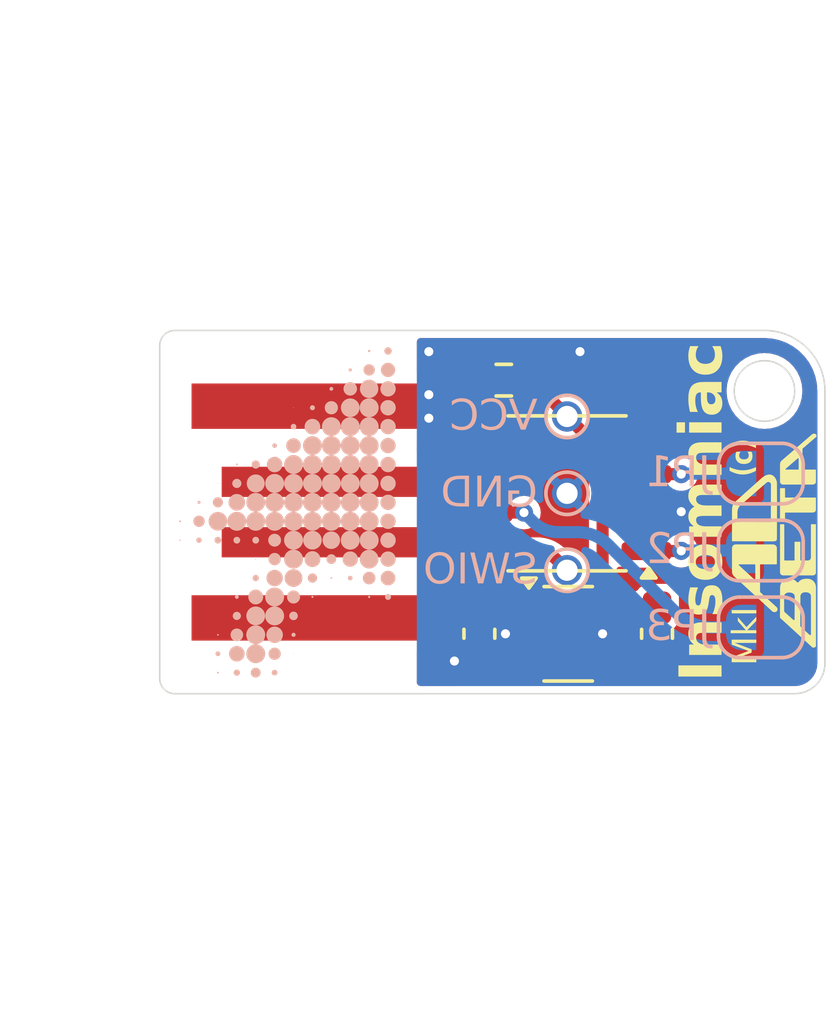
<source format=kicad_pcb>
(kicad_pcb (version 20240108) (generator "pcbnew") (generator_version "8.0")
  (layers (0 "F.Cu" signal) (31 "B.Cu" signal) (34 "B.Paste" user) (35 "F.Paste" user) (36 "B.SilkS" user "B.Silkscreen") (37 "F.SilkS" user "F.Silkscreen") (38 "B.Mask" user) (39 "F.Mask" user) (44 "Edge.Cuts" user))
  (net 0 "")
  (net 1 "/VBUS_3V3")
  (net 2 "GND")
  (net 3 "Net-(J1-VBUS)")
  (net 4 "/USB_D-")
  (net 5 "/SWIO")
  (net 6 "/JP1")
  (net 7 "/USB_D+")
  (net 8 "/JP2")
  (net 9 "/JP3")
  (footprint "Package_TO_SOT_SMD:SOT-23-5" (layer "F.Cu") (at 95.60938 53.12242)
    (property "Reference" "U2" (hide yes))
    (property "Value" "AP2112K-3.3")
  )
  (footprint "Footprints:PCB_USB_A" (layer "F.Cu") (at 87.1 49.1)
    (property "Reference" "J1" (hide yes))
    (property "Value" "PCB_USB" (hide yes))
    (fp_line (start -5 -5.5) (end -5 5.5) (stroke (width 0.05)) (layer "Edge.Cuts"))
    (fp_line (start -4.5 6) (end 3.7 6) (stroke (width 0.05)) (layer "Edge.Cuts"))
    (fp_line (start 3.7 -6) (end -4.5 -6) (stroke (width 0.05)) (layer "Edge.Cuts"))
    (fp_arc (start -5 -5.5) (mid -4.853553 -5.853553) (end -4.5 -6) (stroke (width 0.05)) (layer "Edge.Cuts"))
    (fp_arc (start -4.5 6) (mid -4.853553 5.853553) (end -5 5.5) (stroke (width 0.05)) (layer "Edge.Cuts"))
  )
  (footprint "Package_SO:SOP-8_3.9x4.9mm_P1.27mm" (layer "F.Cu") (at 95.57188 48.48242 180)
    (property "Reference" "U1" (hide yes))
    (property "Value" "CH32V003")
  )
  (footprint "Capacitor_SMD:C_0603_1608Metric_Pad1.08x0.95mm_HandSolder" (layer "F.Cu") (at 92.67188 53.12242 -90)
    (property "Reference" "C1" (hide yes))
    (property "Value" "100nF")
  )
  (footprint "Capacitor_SMD:C_0603_1608Metric_Pad1.08x0.95mm_HandSolder" (layer "F.Cu") (at 98.54688 53.12242 -90)
    (property "Reference" "C2" (hide yes))
    (property "Value" "100nF")
  )
  (footprint "Resistor_SMD:R_0603_1608Metric_Pad0.98x0.95mm_HandSolder" (layer "F.Cu") (at 93.47938 44.74242)
    (property "Reference" "R1" (hide yes))
    (property "Value" "1K5")
  )
  (footprint "TestPoint:TestPoint_Pad_D1.0mm" (layer "B.Cu") (at 95.57188 51.02242 180)
    (property "Reference" "TP1" (hide yes))
    (property "Value" "SWIO")
  )
  (footprint "TestPoint:TestPoint_Pad_D1.0mm" (layer "B.Cu") (at 95.57188 48.48242 180)
    (property "Reference" "TP2" (hide yes))
    (property "Value" "GND")
  )
  (footprint "Jumper:SolderJumper-2_P1.3mm_Open_RoundedPad1.0x1.5mm" (layer "B.Cu") (at 101.98 52.91)
    (property "Reference" "JP3")
    (property "Value" "JP3")
  )
  (footprint "Jumper:SolderJumper-2_P1.3mm_Open_RoundedPad1.0x1.5mm" (layer "B.Cu") (at 101.98 47.83)
    (property "Reference" "JP1")
    (property "Value" "JP1")
  )
  (footprint "TestPoint:TestPoint_Pad_D1.0mm" (layer "B.Cu") (at 95.57188 45.94242 180)
    (property "Reference" "TP3" (hide yes))
    (property "Value" "VCC")
  )
  (footprint "Jumper:SolderJumper-2_P1.3mm_Open_RoundedPad1.0x1.5mm" (layer "B.Cu") (at 101.98 50.37)
    (property "Reference" "JP2")
    (property "Value" "JP2")
  )
  (gr_poly (pts (xy 89.639019 49.151219) (xy 89.626488 49.152128) (xy 89.614063 49.15365) (xy 89.601765 49.155776) (xy 89.589614 49.158497) (xy 89.577633 49.161805) (xy 89.56584 49.165691) (xy 89.554259 49.170146) (xy 89.542909 49.175162) (xy 89.531811 49.18073) (xy 89.520987 49.186841) (xy 89.510457 49.193487) (xy 89.500243 49.200659) (xy 89.490366 49.208349) (xy 89.480845 49.216547) (xy 89.471703 49.225245) (xy 89.463004 49.234387) (xy 89.454806 49.243907) (xy 89.447116 49.253784) (xy 89.439943 49.263998) (xy 89.433297 49.274528) (xy 89.427185 49.285351) (xy 89.421617 49.296449) (xy 89.4166 49.307799) (xy 89.412145 49.319381) (xy 89.408258 49.331173) (xy 89.40495 49.343156) (xy 89.402228 49.355307) (xy 89.400102 49.367605) (xy 89.398579 49.380031) (xy 89.39767 49.392563) (xy 89.397381 49.405179) (xy 89.397707 49.417769) (xy 89.398651 49.430272) (xy 89.400205 49.442669) (xy 89.40236 49.454937) (xy 89.405108 49.467057) (xy 89.40844 49.479008) (xy 89.412347 49.490768) (xy 89.416821 49.502317) (xy 89.421853 49.513634) (xy 89.427434 49.524698) (xy 89.433556 49.535489) (xy 89.44021 49.545985) (xy 89.447388 49.556166) (xy 89.45508 49.56601) (xy 89.463278 49.575498) (xy 89.471974 49.584608) (xy 89.48111 49.593276) (xy 89.490623 49.601445) (xy 89.500491 49.609107) (xy 89.510694 49.616253) (xy 89.52121 49.622875) (xy 89.532019 49.628964) (xy 89.543101 49.634512) (xy 89.554433 49.639509) (xy 89.565996 49.643948) (xy 89.577768 49.647819) (xy 89.589729 49.651115) (xy 89.601857 49.653825) (xy 89.614133 49.655943) (xy 89.626535 49.657459) (xy 89.639042 49.658365) (xy 89.651633 49.658652) (xy 89.664671 49.658309) (xy 89.677537 49.657318) (xy 89.690217 49.655696) (xy 89.702693 49.653457) (xy 89.71495 49.650618) (xy 89.726973 49.647196) (xy 89.738744 49.643205) (xy 89.750249 49.638661) (xy 89.761472 49.633581) (xy 89.772396 49.62798) (xy 89.783006 49.621875) (xy 89.793286 49.615281) (xy 89.80322 49.608213) (xy 89.812791 49.600689) (xy 89.821986 49.592723) (xy 89.830786 49.584332) (xy 89.839177 49.575531) (xy 89.847143 49.566337) (xy 89.854667 49.556765) (xy 89.861734 49.546831) (xy 89.868328 49.536551) (xy 89.874434 49.525941) (xy 89.880034 49.515017) (xy 89.885114 49.503794) (xy 89.889657 49.492289) (xy 89.893648 49.480518) (xy 89.89707 49.468495) (xy 89.899908 49.456238) (xy 89.902147 49.443762) (xy 89.903769 49.431083) (xy 89.904759 49.418217) (xy 89.905102 49.405179) (xy 89.904815 49.392589) (xy 89.903909 49.380082) (xy 89.902393 49.367681) (xy 89.900275 49.355406) (xy 89.897564 49.343278) (xy 89.894269 49.331317) (xy 89.890397 49.319545) (xy 89.885959 49.307983) (xy 89.880961 49.296651) (xy 89.875414 49.285569) (xy 89.869325 49.27476) (xy 89.862703 49.264244) (xy 89.855557 49.254041) (xy 89.847895 49.244173) (xy 89.839725 49.23466) (xy 89.831058 49.225524) (xy 89.821948 49.216828) (xy 89.81246 49.20863) (xy 89.802615 49.200938) (xy 89.792434 49.19376) (xy 89.781938 49.187106) (xy 89.771148 49.180984) (xy 89.760084 49.175403) (xy 89.748767 49.170371) (xy 89.737218 49.165897) (xy 89.725458 49.16199) (xy 89.713507 49.158658) (xy 89.701387 49.15591) (xy 89.689119 49.153755) (xy 89.676722 49.152201) (xy 89.664219 49.151257) (xy 89.651632 49.150931)) (stroke (width -0.000001)) (fill solid) (layer "B.SilkS"))
  (gr_poly (pts (xy 88.401351 45.346513) (xy 88.401376 45.346513) (xy 88.401318 45.346513)) (stroke (width -0.000001)) (fill solid) (layer "B.SilkS"))
  (gr_poly (pts (xy 84.650403 52.395695) (xy 84.650423 52.395694) (xy 84.650384 52.395694)) (stroke (width -0.000001)) (fill solid) (layer "B.SilkS"))
  (gr_poly (pts (xy 87.135495 49.092414) (xy 87.120089 49.093571) (xy 87.104814 49.09548) (xy 87.089697 49.098129) (xy 87.074762 49.101509) (xy 87.060037 49.105609) (xy 87.045545 49.110418) (xy 87.031314 49.115925) (xy 87.017368 49.12212) (xy 87.003733 49.128992) (xy 86.990436 49.13653) (xy 86.977501 49.144725) (xy 86.964954 49.153564) (xy 86.952821 49.163038) (xy 86.941128 49.173135) (xy 86.9299 49.183846) (xy 86.919218 49.1951) (xy 86.909149 49.206818) (xy 86.899705 49.218974) (xy 86.890897 49.231543) (xy 86.882735 49.244498) (xy 86.875229 49.257814) (xy 86.868391 49.271466) (xy 86.862231 49.285427) (xy 86.856759 49.299672) (xy 86.851986 49.314176) (xy 86.847923 49.328912) (xy 86.84458 49.343854) (xy 86.841968 49.358978) (xy 86.840097 49.374257) (xy 86.838979 49.389666) (xy 86.838623 49.405179) (xy 86.839039 49.42125) (xy 86.840254 49.43711) (xy 86.842248 49.45274) (xy 86.845002 49.468119) (xy 86.848496 49.483228) (xy 86.85271 49.498047) (xy 86.857626 49.512558) (xy 86.863223 49.52674) (xy 86.869481 49.540573) (xy 86.876382 49.554039) (xy 86.883906 49.567117) (xy 86.892032 49.579789) (xy 86.900742 49.592033) (xy 86.910015 49.603832) (xy 86.919833 49.615165) (xy 86.930175 49.626012) (xy 86.941023 49.636354) (xy 86.952356 49.646172) (xy 86.964154 49.655445) (xy 86.976399 49.664155) (xy 86.989071 49.672281) (xy 87.002149 49.679804) (xy 87.015615 49.686705) (xy 87.029449 49.692964) (xy 87.043631 49.69856) (xy 87.058142 49.703476) (xy 87.072962 49.70769) (xy 87.088072 49.711184) (xy 87.103451 49.713938) (xy 87.119081 49.715933) (xy 87.134942 49.717147) (xy 87.151013 49.717563) (xy 87.167084 49.717147) (xy 87.182944 49.715932) (xy 87.198573 49.713937) (xy 87.213952 49.711183) (xy 87.229061 49.707689) (xy 87.243881 49.703474) (xy 87.258391 49.698558) (xy 87.272573 49.692961) (xy 87.286407 49.686702) (xy 87.299872 49.679801) (xy 87.31295 49.672277) (xy 87.325621 49.664151) (xy 87.337866 49.655441) (xy 87.349664 49.646167) (xy 87.360997 49.63635) (xy 87.371844 49.626007) (xy 87.382186 49.61516) (xy 87.392003 49.603828) (xy 87.401276 49.592029) (xy 87.409986 49.579784) (xy 87.418112 49.567113) (xy 87.425635 49.554035) (xy 87.432535 49.54057) (xy 87.438793 49.526736) (xy 87.44439 49.512555) (xy 87.449305 49.498044) (xy 87.453519 49.483225) (xy 87.457013 49.468116) (xy 87.459767 49.452738) (xy 87.46176 49.437109) (xy 87.462975 49.42125) (xy 87.463391 49.405179) (xy 87.463035 49.389666) (xy 87.461916 49.374257) (xy 87.460046 49.358978) (xy 87.457434 49.343854) (xy 87.454091 49.328912) (xy 87.450027 49.314176) (xy 87.445255 49.299673) (xy 87.439783 49.285427) (xy 87.433622 49.271466) (xy 87.426784 49.257815) (xy 87.419279 49.244499) (xy 87.411116 49.231543) (xy 87.402308 49.218975) (xy 87.392864 49.206819) (xy 87.382796 49.195101) (xy 87.372113 49.183846) (xy 87.360885 49.173136) (xy 87.349192 49.163038) (xy 87.33706 49.153564) (xy 87.324513 49.144725) (xy 87.311578 49.13653) (xy 87.29828 49.128992) (xy 87.284646 49.12212) (xy 87.2707 49.115925) (xy 87.256468 49.110418) (xy 87.241977 49.105609) (xy 87.227251 49.101509) (xy 87.212317 49.098129) (xy 87.1972 49.09548) (xy 87.181925 49.093571) (xy 87.166519 49.092414) (xy 87.151007 49.09202)) (stroke (width -0.000001)) (fill solid) (layer "B.SilkS"))
  (gr_poly (pts (xy 89.02812 51.870048) (xy 89.027442 51.870067) (xy 89.026764 51.8701) (xy 89.026086 51.870145) (xy 89.024353 51.870187) (xy 89.022632 51.870312) (xy 89.020925 51.87052) (xy 89.019235 51.87081) (xy 89.017564 51.871179) (xy 89.015916 51.871628) (xy 89.014293 51.872155) (xy 89.012698 51.872759) (xy 89.011134 51.873439) (xy 89.009604 51.874193) (xy 89.00811 51.875021) (xy 89.006654 51.875921) (xy 89.005241 51.876893) (xy 89.003872 51.877934) (xy 89.002551 51.879045) (xy 89.00128 51.880224) (xy 89.000015 51.881509) (xy 88.998822 51.882851) (xy 88.997702 51.884246) (xy 88.996657 51.885691) (xy 88.995689 51.887183) (xy 88.994797 51.888719) (xy 88.993984 51.890295) (xy 88.993252 51.891909) (xy 88.9926 51.893558) (xy 88.992032 51.895238) (xy 88.991547 51.896946) (xy 88.991148 51.898679) (xy 88.990835 51.900434) (xy 88.99061 51.902209) (xy 88.990474 51.903999) (xy 88.990429 51.905802) (xy 88.990468 51.907572) (xy 88.990594 51.90933) (xy 88.990806 51.911073) (xy 88.991103 51.912798) (xy 88.991483 51.914503) (xy 88.991946 51.916184) (xy 88.99249 51.917839) (xy 88.993114 51.919464) (xy 88.993817 51.921057) (xy 88.994598 51.922614) (xy 88.995454 51.924132) (xy 88.996386 51.92561) (xy 88.997392 51.927043) (xy 88.998471 51.928429) (xy 88.999621 51.929764) (xy 89.000841 51.931047) (xy 89.002123 51.932267) (xy 89.003459 51.933417) (xy 89.004845 51.934496) (xy 89.006278 51.935501) (xy 89.007755 51.936433) (xy 89.009274 51.93729) (xy 89.010831 51.938071) (xy 89.012424 51.938773) (xy 89.014049 51.939398) (xy 89.015703 51.939942) (xy 89.017384 51.940405) (xy 89.019089 51.940785) (xy 89.020815 51.941082) (xy 89.022558 51.941294) (xy 89.024316 51.94142) (xy 89.026085 51.941459) (xy 89.027855 51.94142) (xy 89.029613 51.941294) (xy 89.031357 51.941082) (xy 89.033082 51.940785) (xy 89.034787 51.940405) (xy 89.036468 51.939942) (xy 89.038123 51.939398) (xy 89.039748 51.938773) (xy 89.04134 51.938071) (xy 89.042897 51.93729) (xy 89.044416 51.936433) (xy 89.045894 51.935501) (xy 89.047327 51.934496) (xy 89.048712 51.933417) (xy 89.050048 51.932267) (xy 89.051331 51.931047) (xy 89.052551 51.929764) (xy 89.053701 51.928429) (xy 89.05478 51.927043) (xy 89.055785 51.92561) (xy 89.056717 51.924133) (xy 89.057574 51.922614) (xy 89.058355 51.921057) (xy 89.059057 51.919464) (xy 89.059682 51.917839) (xy 89.060226 51.916185) (xy 89.060689 51.914503) (xy 89.061069 51.912799) (xy 89.061366 51.911073) (xy 89.061578 51.90933) (xy 89.061704 51.907572) (xy 89.061743 51.905802) (xy 89.061728 51.904143) (xy 89.061638 51.902502) (xy 89.061474 51.900879) (xy 89.061237 51.899276) (xy 89.06093 51.897696) (xy 89.060553 51.89614) (xy 89.060108 51.894609) (xy 89.059598 51.893107) (xy 89.059022 51.891634) (xy 89.058383 51.890192) (xy 89.057683 51.888784) (xy 89.056923 51.88741) (xy 89.056104 51.886074) (xy 89.055228 51.884777) (xy 89.054298 51.88352) (xy 89.053313 51.882305) (xy 89.052276 51.881135) (xy 89.051188 51.880011) (xy 89.050051 51.878935) (xy 89.048867 51.877909) (xy 89.047637 51.876934) (xy 89.046362 51.876013) (xy 89.045044 51.875147) (xy 89.043685 51.874338) (xy 89.042286 51.873588) (xy 89.040849 51.872899) (xy 89.039376 51.872273) (xy 89.037867 51.871711) (xy 89.036325 51.871215) (xy 89.03475 51.870788) (xy 89.033146 51.870431) (xy 89.031512 51.870145) (xy 89.030834 51.8701) (xy 89.030156 51.870067) (xy 89.029478 51.870048) (xy 89.028799 51.870041)) (stroke (width -0.000001)) (fill solid) (layer "B.SilkS"))
  (gr_poly (pts (xy 84.650386 52.947598) (xy 84.650389 52.947598) (xy 84.650384 52.947598)) (stroke (width -0.000001)) (fill solid) (layer "B.SilkS"))
  (gr_poly (pts (xy 89.010008 49.71798) (xy 88.994148 49.719195) (xy 88.978519 49.721189) (xy 88.96314 49.723944) (xy 88.948031 49.727438) (xy 88.933212 49.731653) (xy 88.918701 49.736569) (xy 88.904519 49.742166) (xy 88.890686 49.748425) (xy 88.87722 49.755326) (xy 88.864142 49.762849) (xy 88.851471 49.770975) (xy 88.839227 49.779685) (xy 88.827428 49.788959) (xy 88.816096 49.798777) (xy 88.805249 49.809119) (xy 88.794907 49.819966) (xy 88.78509 49.831299) (xy 88.775816 49.843097) (xy 88.767107 49.855342) (xy 88.758981 49.868013) (xy 88.751458 49.881091) (xy 88.744558 49.894557) (xy 88.738299 49.90839) (xy 88.732703 49.922572) (xy 88.727788 49.937082) (xy 88.723573 49.951901) (xy 88.72008 49.96701) (xy 88.717326 49.982389) (xy 88.715332 49.998017) (xy 88.714118 50.013877) (xy 88.713702 50.029947) (xy 88.714118 50.046018) (xy 88.715333 50.061878) (xy 88.717327 50.077507) (xy 88.720081 50.092886) (xy 88.723575 50.107996) (xy 88.72779 50.122815) (xy 88.732705 50.137326) (xy 88.738302 50.151508) (xy 88.744561 50.165341) (xy 88.751461 50.178807) (xy 88.758985 50.191885) (xy 88.767111 50.204557) (xy 88.775821 50.216801) (xy 88.785094 50.2286) (xy 88.794912 50.239932) (xy 88.805255 50.25078) (xy 88.816102 50.261122) (xy 88.827435 50.27094) (xy 88.839233 50.280213) (xy 88.851478 50.288923) (xy 88.86415 50.297049) (xy 88.877228 50.304572) (xy 88.890694 50.311473) (xy 88.904528 50.317732) (xy 88.918711 50.323328) (xy 88.933221 50.328244) (xy 88.948041 50.332458) (xy 88.963151 50.335953) (xy 88.97853 50.338706) (xy 88.99416 50.340701) (xy 89.010021 50.341915) (xy 89.026092 50.342331) (xy 89.041605 50.341975) (xy 89.057014 50.340856) (xy 89.072293 50.338986) (xy 89.087417 50.336373) (xy 89.10236 50.33303) (xy 89.117096 50.328967) (xy 89.131599 50.324193) (xy 89.145844 50.318721) (xy 89.159805 50.312561) (xy 89.173456 50.305722) (xy 89.186772 50.298216) (xy 89.199728 50.290054) (xy 89.212296 50.281245) (xy 89.224452 50.271802) (xy 89.23617 50.261733) (xy 89.247424 50.25105) (xy 89.258134 50.239822) (xy 89.268231 50.228129) (xy 89.277705 50.215996) (xy 89.286544 50.203449) (xy 89.294738 50.190514) (xy 89.302276 50.177216) (xy 89.309148 50.163581) (xy 89.315343 50.149636) (xy 89.32085 50.135404) (xy 89.325658 50.120913) (xy 89.329758 50.106188) (xy 89.333137 50.091254) (xy 89.335786 50.076137) (xy 89.337695 50.060863) (xy 89.338851 50.045458) (xy 89.339245 50.029947) (xy 89.338851 50.014435) (xy 89.337694 49.999029) (xy 89.335785 49.983754) (xy 89.333136 49.968637) (xy 89.329756 49.953703) (xy 89.325656 49.938977) (xy 89.320848 49.924486) (xy 89.31534 49.910254) (xy 89.309145 49.896308) (xy 89.302273 49.882674) (xy 89.294735 49.869376) (xy 89.286541 49.856441) (xy 89.277701 49.843894) (xy 89.268227 49.831762) (xy 89.25813 49.820068) (xy 89.247419 49.808841) (xy 89.236165 49.798158) (xy 89.224447 49.788089) (xy 89.212291 49.778646) (xy 89.199722 49.769837) (xy 89.186767 49.761675) (xy 89.17345 49.75417) (xy 89.159799 49.747332) (xy 89.145837 49.741171) (xy 89.131592 49.735699) (xy 89.117088 49.730927) (xy 89.102352 49.726863) (xy 89.087408 49.72352) (xy 89.072284 49.720908) (xy 89.057003 49.719038) (xy 89.041593 49.717919) (xy 89.026079 49.717563)) (stroke (width -0.000001)) (fill solid) (layer "B.SilkS"))
  (gr_poly (pts (xy 85.890222 53.578038) (xy 85.879887 53.578804) (xy 85.869702 53.580079) (xy 85.859678 53.58185) (xy 85.84983 53.584103) (xy 85.840169 53.586827) (xy 85.830709 53.590008) (xy 85.821462 53.593634) (xy 85.812441 53.597692) (xy 85.803659 53.602169) (xy 85.795129 53.607052) (xy 85.786864 53.612329) (xy 85.778875 53.617987) (xy 85.771177 53.624013) (xy 85.763782 53.630394) (xy 85.756703 53.637118) (xy 85.749952 53.644172) (xy 85.743543 53.651543) (xy 85.737488 53.659218) (xy 85.7318 53.667185) (xy 85.726491 53.67543) (xy 85.721576 53.683942) (xy 85.717066 53.692706) (xy 85.712974 53.701712) (xy 85.709313 53.710945) (xy 85.706096 53.720393) (xy 85.703335 53.730043) (xy 85.701045 53.739883) (xy 85.699236 53.749899) (xy 85.697923 53.76008) (xy 85.697117 53.770411) (xy 85.696832 53.780881) (xy 85.697064 53.790996) (xy 85.697795 53.801043) (xy 85.699016 53.811006) (xy 85.700722 53.820866) (xy 85.702905 53.830608) (xy 85.705558 53.840215) (xy 85.708675 53.84967) (xy 85.712248 53.858956) (xy 85.71627 53.868056) (xy 85.720735 53.876953) (xy 85.725636 53.885632) (xy 85.730965 53.894074) (xy 85.736716 53.902263) (xy 85.742882 53.910183) (xy 85.749456 53.917816) (xy 85.75643 53.925146) (xy 85.76376 53.932121) (xy 85.771393 53.938694) (xy 85.779313 53.94486) (xy 85.787502 53.950611) (xy 85.795944 53.95594) (xy 85.804623 53.960841) (xy 85.81352 53.965306) (xy 85.822621 53.969329) (xy 85.831906 53.972902) (xy 85.841361 53.976018) (xy 85.850967 53.978672) (xy 85.860709 53.980855) (xy 85.870569 53.98256) (xy 85.880531 53.983782) (xy 85.890578 53.984512) (xy 85.900692 53.984745) (xy 85.911162 53.98446) (xy 85.921494 53.983654) (xy 85.931675 53.982341) (xy 85.941691 53.980533) (xy 85.951531 53.978242) (xy 85.961182 53.975481) (xy 85.97063 53.972264) (xy 85.979863 53.968603) (xy 85.988868 53.964512) (xy 85.997633 53.960001) (xy 86.006145 53.955086) (xy 86.01439 53.949777) (xy 86.022357 53.944089) (xy 86.030032 53.938034) (xy 86.037403 53.931625) (xy 86.044457 53.924874) (xy 86.051181 53.917795) (xy 86.057562 53.9104) (xy 86.063588 53.902701) (xy 86.069246 53.894713) (xy 86.074523 53.886447) (xy 86.079407 53.877917) (xy 86.083884 53.869135) (xy 86.087942 53.860114) (xy 86.091568 53.850867) (xy 86.094749 53.841407) (xy 86.097473 53.831746) (xy 86.099726 53.821897) (xy 86.101497 53.811873) (xy 86.102772 53.801688) (xy 86.103539 53.791353) (xy 86.103784 53.780881) (xy 86.1035 53.770439) (xy 86.102699 53.760134) (xy 86.101392 53.749979) (xy 86.099592 53.739986) (xy 86.097312 53.730169) (xy 86.094565 53.720541) (xy 86.091364 53.711113) (xy 86.08772 53.701898) (xy 86.083647 53.69291) (xy 86.079158 53.68416) (xy 86.074265 53.675662) (xy 86.068981 53.667429) (xy 86.063318 53.659472) (xy 86.057289 53.651805) (xy 86.050908 53.64444) (xy 86.044186 53.637391) (xy 86.037136 53.630669) (xy 86.029771 53.624287) (xy 86.022104 53.618258) (xy 86.014147 53.612596) (xy 86.005914 53.607311) (xy 85.997416 53.602418) (xy 85.988666 53.597929) (xy 85.979678 53.593856) (xy 85.970464 53.590213) (xy 85.961036 53.587011) (xy 85.951407 53.584264) (xy 85.94159 53.581985) (xy 85.931598 53.580185) (xy 85.921443 53.578878) (xy 85.911138 53.578076) (xy 85.900695 53.577793) (xy 85.900693 53.577793)) (stroke (width -0.000001)) (fill solid) (layer "B.SilkS"))
  (gr_poly (pts (xy 82.775692 50.008192) (xy 82.775305 50.008202) (xy 82.774917 50.008219) (xy 82.77453 50.008243) (xy 82.774336 50.008246) (xy 82.774142 50.008247) (xy 82.773948 50.008246) (xy 82.773755 50.008243) (xy 82.773464 50.00823) (xy 82.773173 50.00822) (xy 82.772883 50.008215) (xy 82.772592 50.008213) (xy 82.772301 50.008215) (xy 82.77201 50.00822) (xy 82.77172 50.00823) (xy 82.771429 50.008243) (xy 82.771236 50.008246) (xy 82.771042 50.008247) (xy 82.770848 50.008246) (xy 82.770654 50.008243) (xy 82.770359 50.008326) (xy 82.770065 50.008413) (xy 82.769772 50.008503) (xy 82.769481 50.008598) (xy 82.769191 50.008697) (xy 82.768902 50.0088) (xy 82.768615 50.008908) (xy 82.768329 50.009019) (xy 82.768135 50.009021) (xy 82.767941 50.009022) (xy 82.767747 50.009021) (xy 82.767553 50.009019) (xy 82.767252 50.009196) (xy 82.766954 50.009378) (xy 82.766659 50.009565) (xy 82.766366 50.009757) (xy 82.766077 50.009953) (xy 82.765791 50.010153) (xy 82.765508 50.010359) (xy 82.765228 50.010569) (xy 82.765034 50.010571) (xy 82.76484 50.010572) (xy 82.764646 50.010571) (xy 82.764453 50.010569) (xy 82.764263 50.010766) (xy 82.76407 50.010961) (xy 82.763875 50.011154) (xy 82.763678 50.011344) (xy 82.763383 50.011427) (xy 82.763089 50.011513) (xy 82.762796 50.011604) (xy 82.762504 50.011699) (xy 82.762214 50.011798) (xy 82.761925 50.011901) (xy 82.761638 50.012008) (xy 82.761352 50.012119) (xy 82.761162 50.012317) (xy 82.76097 50.012511) (xy 82.760775 50.012704) (xy 82.760577 50.012894) (xy 82.760387 50.013092) (xy 82.760194 50.013287) (xy 82.759999 50.013479) (xy 82.759802 50.013669) (xy 82.759612 50.013867) (xy 82.75942 50.014062) (xy 82.759224 50.014254) (xy 82.759027 50.014445) (xy 82.758837 50.014642) (xy 82.758644 50.014837) (xy 82.758449 50.015029) (xy 82.758251 50.015219) (xy 82.758061 50.015417) (xy 82.757869 50.015612) (xy 82.757674 50.015805) (xy 82.757477 50.015995) (xy 82.757286 50.016192) (xy 82.757094 50.016387) (xy 82.756899 50.01658) (xy 82.756701 50.01677) (xy 82.756704 50.016964) (xy 82.756705 50.017158) (xy 82.756704 50.017352) (xy 82.756701 50.017545) (xy 82.756492 50.017825) (xy 82.756286 50.018108) (xy 82.756086 50.018394) (xy 82.755889 50.018684) (xy 82.755698 50.018976) (xy 82.755511 50.019271) (xy 82.755329 50.019569) (xy 82.755152 50.019871) (xy 82.755154 50.020064) (xy 82.755155 50.020258) (xy 82.755154 50.020452) (xy 82.755152 50.020646) (xy 82.754961 50.020843) (xy 82.754768 50.021038) (xy 82.754573 50.02123) (xy 82.754376 50.021421) (xy 82.754265 50.021706) (xy 82.754158 50.021994) (xy 82.754055 50.022283) (xy 82.753956 50.022573) (xy 82.753861 50.022864) (xy 82.75377 50.023157) (xy 82.753684 50.023451) (xy 82.753601 50.023747) (xy 82.753603 50.02394) (xy 82.753604 50.024134) (xy 82.753603 50.024327) (xy 82.753601 50.024521) (xy 82.75349 50.024807) (xy 82.753383 50.025094) (xy 82.75328 50.025383) (xy 82.753181 50.025673) (xy 82.753086 50.025965) (xy 82.752995 50.026258) (xy 82.752908 50.026551) (xy 82.752826 50.026846) (xy 82.752828 50.02704) (xy 82.752829 50.027234) (xy 82.752828 50.027428) (xy 82.752826 50.027622) (xy 82.752812 50.027912) (xy 82.752803 50.028203) (xy 82.752797 50.028494) (xy 82.752795 50.028785) (xy 82.752797 50.029076) (xy 82.752803 50.029366) (xy 82.752812 50.029657) (xy 82.752826 50.029947) (xy 82.752832 50.031044) (xy 82.752893 50.032134) (xy 82.753006 50.033215) (xy 82.753173 50.034287) (xy 82.753391 50.035347) (xy 82.753661 50.036393) (xy 82.753981 50.037423) (xy 82.754351 50.038436) (xy 82.75477 50.039429) (xy 82.755237 50.040402) (xy 82.755751 50.041352) (xy 82.756313 50.042276) (xy 82.756921 50.043175) (xy 82.757574 50.044044) (xy 82.758271 50.044884) (xy 82.759013 50.045691) (xy 82.759794 50.046461) (xy 82.760609 50.047188) (xy 82.761455 50.047871) (xy 82.762331 50.048509) (xy 82.763236 50.049103) (xy 82.764167 50.049651) (xy 82.765122 50.050151) (xy 82.7661 50.050605) (xy 82.767099 50.05101) (xy 82.768118 50.051366) (xy 82.769154 50.051672) (xy 82.770205 50.051927) (xy 82.77127 50.052131) (xy 82.772347 50.052283) (xy 82.773434 50.052382) (xy 82.77453 50.052427) (xy 82.775651 50.05242) (xy 82.776766 50.052356) (xy 82.777872 50.052236) (xy 82.778966 50.052062) (xy 82.780048 50.051833) (xy 82.781116 50.051551) (xy 82.782167 50.051217) (xy 82.783199 50.05083) (xy 82.78421 50.050393) (xy 82.785199 50.049905) (xy 82.786163 50.049368) (xy 82.787101 50.048782) (xy 82.788011 50.048149) (xy 82.78889 50.047468) (xy 82.789737 50.046741) (xy 82.79055 50.045968) (xy 82.791323 50.045155) (xy 82.79205 50.044308) (xy 82.792731 50.043429) (xy 82.793364 50.042519) (xy 82.79395 50.041581) (xy 82.794487 50.040616) (xy 82.794975 50.039627) (xy 82.795413 50.038616) (xy 82.795799 50.037584) (xy 82.796134 50.036533) (xy 82.796416 50.035466) (xy 82.796644 50.034384) (xy 82.796819 50.033289) (xy 82.796938 50.032183) (xy 82.797002 50.031069) (xy 82.797009 50.029947) (xy 82.796976 50.028914) (xy 82.796896 50.027894) (xy 82.79677 50.026885) (xy 82.796599 50.025891) (xy 82.796384 50.024911) (xy 82.796126 50.023948) (xy 82.795826 50.023002) (xy 82.795485 50.022074) (xy 82.795105 50.021166) (xy 82.794685 50.020278) (xy 82.794227 50.019413) (xy 82.793732 50.01857) (xy 82.793202 50.01775) (xy 82.792636 50.016957) (xy 82.792037 50.016189) (xy 82.791405 50.015448) (xy 82.79074 50.014737) (xy 82.790045 50.014054) (xy 82.78932 50.013403) (xy 82.788566 50.012783) (xy 82.787784 50.012197) (xy 82.786975 50.011644) (xy 82.786141 50.011127) (xy 82.785281 50.010646) (xy 82.784398 50.010203) (xy 82.783492 50.009798) (xy 82.782564 50.009433) (xy 82.781615 50.009109) (xy 82.780646 50.008827) (xy 82.779658 50.008588) (xy 82.778653 50.008393) (xy 82.777631 50.008243) (xy 82.777243 50.008219) (xy 82.776856 50.008202) (xy 82.776468 50.008192) (xy 82.77608 50.008189)) (stroke (width -0.000001)) (fill solid) (layer "B.SilkS"))
  (gr_poly (pts (xy 84.024844 49.918327) (xy 84.024848 49.918326) (xy 84.024841 49.918326)) (stroke (width -0.000001)) (fill solid) (layer "B.SilkS"))
  (gr_poly (pts (xy 89.645269 43.655292) (xy 89.638992 43.655758) (xy 89.632806 43.656531) (xy 89.626718 43.657605) (xy 89.620736 43.658972) (xy 89.614867 43.660624) (xy 89.60912 43.662554) (xy 89.603502 43.664753) (xy 89.598021 43.667214) (xy 89.592685 43.66993) (xy 89.587501 43.672892) (xy 89.582477 43.676093) (xy 89.577622 43.679525) (xy 89.572942 43.683181) (xy 89.568445 43.687052) (xy 89.56414 43.691131) (xy 89.560034 43.695411) (xy 89.556135 43.699883) (xy 89.55245 43.70454) (xy 89.548988 43.709374) (xy 89.545755 43.714377) (xy 89.542761 43.719542) (xy 89.540012 43.724862) (xy 89.537517 43.730327) (xy 89.535282 43.735931) (xy 89.533317 43.741666) (xy 89.531628 43.747524) (xy 89.530224 43.753498) (xy 89.529111 43.759579) (xy 89.528299 43.76576) (xy 89.527795 43.772033) (xy 89.527606 43.778391) (xy 89.527748 43.784545) (xy 89.528193 43.790657) (xy 89.528936 43.796717) (xy 89.529974 43.802716) (xy 89.531303 43.808642) (xy 89.532917 43.814486) (xy 89.534814 43.820238) (xy 89.536988 43.825887) (xy 89.539435 43.831423) (xy 89.542152 43.836836) (xy 89.545133 43.842115) (xy 89.548376 43.847251) (xy 89.551874 43.852233) (xy 89.555625 43.857051) (xy 89.559624 43.861694) (xy 89.563867 43.866153) (xy 89.568326 43.870396) (xy 89.57297 43.874395) (xy 89.577788 43.878146) (xy 89.58277 43.881645) (xy 89.587905 43.884887) (xy 89.593185 43.887869) (xy 89.598597 43.890585) (xy 89.604133 43.893033) (xy 89.609782 43.895207) (xy 89.615534 43.897103) (xy 89.621378 43.898717) (xy 89.627304 43.900046) (xy 89.633302 43.901084) (xy 89.639363 43.901828) (xy 89.645474 43.902273) (xy 89.651628 43.902415) (xy 89.657986 43.902226) (xy 89.664259 43.901721) (xy 89.670441 43.900909) (xy 89.676522 43.899797) (xy 89.682495 43.898392) (xy 89.688353 43.896704) (xy 89.694088 43.894738) (xy 89.699693 43.892504) (xy 89.705158 43.890008) (xy 89.710477 43.88726) (xy 89.715643 43.884265) (xy 89.720646 43.881033) (xy 89.72548 43.87757) (xy 89.730137 43.873886) (xy 89.734609 43.869986) (xy 89.738889 43.86588) (xy 89.742968 43.861575) (xy 89.746839 43.857079) (xy 89.750495 43.852399) (xy 89.753927 43.847543) (xy 89.757128 43.842519) (xy 89.76009 43.837335) (xy 89.762806 43.831999) (xy 89.765267 43.826518) (xy 89.767466 43.8209) (xy 89.769396 43.815153) (xy 89.771048 43.809284) (xy 89.772415 43.803302) (xy 89.773489 43.797214) (xy 89.774263 43.791027) (xy 89.774728 43.784751) (xy 89.774877 43.778391) (xy 89.77469 43.772061) (xy 89.774189 43.765814) (xy 89.773384 43.759658) (xy 89.772281 43.753601) (xy 89.770888 43.747651) (xy 89.769212 43.741814) (xy 89.767262 43.736099) (xy 89.765045 43.730514) (xy 89.762569 43.725065) (xy 89.759841 43.719761) (xy 89.756869 43.71461) (xy 89.753661 43.709618) (xy 89.750224 43.704794) (xy 89.746566 43.700145) (xy 89.742694 43.695679) (xy 89.738617 43.691403) (xy 89.734341 43.687326) (xy 89.729875 43.683455) (xy 89.725226 43.679796) (xy 89.720402 43.676359) (xy 89.715411 43.673151) (xy 89.710259 43.670179) (xy 89.704955 43.667451) (xy 89.699507 43.664975) (xy 89.693921 43.662758) (xy 89.688206 43.660808) (xy 89.68237 43.659133) (xy 89.676419 43.65774) (xy 89.670362 43.656637) (xy 89.664206 43.655831) (xy 89.657959 43.655331) (xy 89.651629 43.655143) (xy 89.651628 43.655143)) (stroke (width -0.000001)) (fill solid) (layer "B.SilkS"))
  (gr_poly (pts (xy 89.010008 47.217357) (xy 88.994148 47.218573) (xy 88.978519 47.220567) (xy 88.96314 47.223321) (xy 88.948031 47.226816) (xy 88.933212 47.231031) (xy 88.918701 47.235946) (xy 88.904519 47.241544) (xy 88.890686 47.247802) (xy 88.87722 47.254703) (xy 88.864142 47.262227) (xy 88.851471 47.270353) (xy 88.839227 47.279063) (xy 88.827428 47.288337) (xy 88.816096 47.298154) (xy 88.805249 47.308497) (xy 88.794907 47.319344) (xy 88.78509 47.330677) (xy 88.775816 47.342475) (xy 88.767107 47.35472) (xy 88.758981 47.367391) (xy 88.751458 47.380469) (xy 88.744558 47.393935) (xy 88.738299 47.407768) (xy 88.732703 47.42195) (xy 88.727788 47.43646) (xy 88.723573 47.451279) (xy 88.72008 47.466388) (xy 88.717326 47.481766) (xy 88.715332 47.497395) (xy 88.714118 47.513255) (xy 88.713702 47.529325) (xy 88.714118 47.545396) (xy 88.715333 47.561256) (xy 88.717327 47.576885) (xy 88.720081 47.592264) (xy 88.723575 47.607373) (xy 88.72779 47.622193) (xy 88.732705 47.636703) (xy 88.738302 47.650885) (xy 88.744561 47.664719) (xy 88.751461 47.678185) (xy 88.758985 47.691263) (xy 88.767111 47.703934) (xy 88.77582 47.716179) (xy 88.785094 47.727977) (xy 88.794912 47.73931) (xy 88.805254 47.750157) (xy 88.816101 47.760499) (xy 88.827434 47.770317) (xy 88.839232 47.77959) (xy 88.851477 47.7883) (xy 88.864148 47.796426) (xy 88.877226 47.80395) (xy 88.890692 47.81085) (xy 88.904526 47.817109) (xy 88.918708 47.822706) (xy 88.933218 47.827621) (xy 88.948038 47.831836) (xy 88.963147 47.83533) (xy 88.978526 47.838084) (xy 88.994155 47.840078) (xy 89.010015 47.841293) (xy 89.026086 47.841709) (xy 89.026092 47.841709) (xy 89.041605 47.841353) (xy 89.057014 47.840234) (xy 89.072293 47.838363) (xy 89.087417 47.835751) (xy 89.10236 47.832407) (xy 89.117096 47.828344) (xy 89.131599 47.823571) (xy 89.145844 47.818099) (xy 89.159805 47.811938) (xy 89.173456 47.8051) (xy 89.186772 47.797594) (xy 89.199728 47.789431) (xy 89.212296 47.780623) (xy 89.224452 47.771179) (xy 89.23617 47.76111) (xy 89.247424 47.750427) (xy 89.258134 47.739199) (xy 89.268231 47.727506) (xy 89.277705 47.715373) (xy 89.286544 47.702826) (xy 89.294738 47.689891) (xy 89.302276 47.676594) (xy 89.309148 47.662959) (xy 89.315343 47.649013) (xy 89.32085 47.634782) (xy 89.325658 47.620291) (xy 89.329758 47.605566) (xy 89.333137 47.590632) (xy 89.335786 47.575515) (xy 89.337695 47.560241) (xy 89.338851 47.544836) (xy 89.339245 47.529325) (xy 89.338851 47.513813) (xy 89.337694 47.498407) (xy 89.335785 47.483132) (xy 89.333136 47.468015) (xy 89.329756 47.453081) (xy 89.325656 47.438355) (xy 89.320848 47.423863) (xy 89.31534 47.409632) (xy 89.309145 47.395686) (xy 89.302273 47.382051) (xy 89.294735 47.368754) (xy 89.286541 47.355819) (xy 89.277701 47.343272) (xy 89.268227 47.331139) (xy 89.25813 47.319446) (xy 89.247419 47.308218) (xy 89.236165 47.297536) (xy 89.224447 47.287467) (xy 89.212291 47.278023) (xy 89.199722 47.269215) (xy 89.186767 47.261053) (xy 89.17345 47.253547) (xy 89.159799 47.246709) (xy 89.145837 47.240549) (xy 89.131592 47.235077) (xy 89.117088 47.230304) (xy 89.102352 47.226241) (xy 89.087408 47.222898) (xy 89.072284 47.220286) (xy 89.057003 47.218415) (xy 89.041593 47.217297) (xy 89.026079 47.216941)) (stroke (width -0.000001)) (fill solid) (layer "B.SilkS"))
  (gr_poly (pts (xy 84.026003 48.143913) (xy 84.025615 48.143934) (xy 84.025227 48.143968) (xy 84.024841 48.144016) (xy 84.024647 48.144021) (xy 84.024453 48.144023) (xy 84.02426 48.144021) (xy 84.024066 48.144016) (xy 84.023872 48.144021) (xy 84.023678 48.144023) (xy 84.023484 48.144021) (xy 84.023291 48.144016) (xy 84.023097 48.144021) (xy 84.022903 48.144023) (xy 84.022709 48.144021) (xy 84.022516 48.144016) (xy 84.022322 48.144021) (xy 84.022128 48.144023) (xy 84.021934 48.144021) (xy 84.02174 48.144016) (xy 84.021547 48.144021) (xy 84.021353 48.144023) (xy 84.021159 48.144021) (xy 84.020965 48.144016) (xy 84.02097 48.14421) (xy 84.020972 48.144403) (xy 84.02097 48.144597) (xy 84.020965 48.144791) (xy 84.020771 48.144796) (xy 84.020578 48.144798) (xy 84.020384 48.144796) (xy 84.020191 48.144791) (xy 84.020098 48.144892) (xy 84.020004 48.144992) (xy 84.019909 48.145091) (xy 84.019813 48.145189) (xy 84.019715 48.145285) (xy 84.019616 48.14538) (xy 84.019516 48.145474) (xy 84.019415 48.145567) (xy 84.019221 48.145572) (xy 84.019027 48.145573) (xy 84.018834 48.145572) (xy 84.01864 48.145567) (xy 84.018547 48.145667) (xy 84.018454 48.145767) (xy 84.018358 48.145866) (xy 84.018262 48.145964) (xy 84.018164 48.14606) (xy 84.018066 48.146155) (xy 84.017966 48.146249) (xy 84.017865 48.146341) (xy 84.017772 48.146443) (xy 84.017678 48.146542) (xy 84.017583 48.146641) (xy 84.017487 48.146739) (xy 84.017389 48.146835) (xy 84.017291 48.14693) (xy 84.017191 48.147024) (xy 84.01709 48.147117) (xy 84.016997 48.147218) (xy 84.016903 48.147318) (xy 84.016808 48.147416) (xy 84.016712 48.147514) (xy 84.016614 48.14761) (xy 84.016515 48.147705) (xy 84.016415 48.147799) (xy 84.016314 48.147892) (xy 84.016222 48.147993) (xy 84.016128 48.148093) (xy 84.016033 48.148192) (xy 84.015936 48.148289) (xy 84.015839 48.148385) (xy 84.01574 48.14848) (xy 84.01564 48.148574) (xy 84.015539 48.148667) (xy 84.015544 48.148861) (xy 84.015546 48.149054) (xy 84.015544 48.149248) (xy 84.015539 48.149442) (xy 84.015447 48.149543) (xy 84.015353 48.149643) (xy 84.015258 48.149742) (xy 84.015161 48.149839) (xy 84.015064 48.149936) (xy 84.014965 48.150031) (xy 84.014865 48.150124) (xy 84.014764 48.150217) (xy 84.014769 48.150411) (xy 84.014771 48.150605) (xy 84.014769 48.150799) (xy 84.014764 48.150992) (xy 84.014769 48.151186) (xy 84.014771 48.15138) (xy 84.014769 48.151574) (xy 84.014764 48.151767) (xy 84.01457 48.151773) (xy 84.014377 48.151774) (xy 84.014183 48.151773) (xy 84.013989 48.151767) (xy 84.013994 48.151961) (xy 84.013995 48.152155) (xy 84.013994 48.152349) (xy 84.013989 48.152543) (xy 84.013994 48.152736) (xy 84.013995 48.15293) (xy 84.013994 48.153124) (xy 84.013989 48.153318) (xy 84.013994 48.153512) (xy 84.013995 48.153705) (xy 84.013994 48.153899) (xy 84.013989 48.154093) (xy 84.013994 48.154287) (xy 84.013995 48.15448) (xy 84.013994 48.154674) (xy 84.013989 48.154868) (xy 84.014002 48.155226) (xy 84.014026 48.155583) (xy 84.014062 48.155938) (xy 84.01411 48.156292) (xy 84.014168 48.156643) (xy 84.014238 48.156992) (xy 84.014319 48.157338) (xy 84.014412 48.157682) (xy 84.014515 48.158022) (xy 84.014629 48.158359) (xy 84.014754 48.158692) (xy 84.01489 48.159022) (xy 84.015036 48.159347) (xy 84.015194 48.159667) (xy 84.015361 48.159983) (xy 84.015539 48.160294) (xy 84.015741 48.160662) (xy 84.015957 48.161022) (xy 84.016185 48.161372) (xy 84.016426 48.161713) (xy 84.016679 48.162044) (xy 84.016945 48.162364) (xy 84.017222 48.162675) (xy 84.01751 48.162974) (xy 84.01781 48.163263) (xy 84.01812 48.16354) (xy 84.018441 48.163805) (xy 84.018772 48.164058) (xy 84.019113 48.164299) (xy 84.019463 48.164528) (xy 84.019822 48.164743) (xy 84.020191 48.164945) (xy 84.020469 48.165052) (xy 84.020749 48.165151) (xy 84.021032 48.165243) (xy 84.021317 48.165326) (xy 84.021604 48.165402) (xy 84.021892 48.165471) (xy 84.022182 48.165531) (xy 84.022474 48.165584) (xy 84.022767 48.165629) (xy 84.023061 48.165666) (xy 84.023356 48.165695) (xy 84.023652 48.165716) (xy 84.023949 48.165729) (xy 84.024246 48.165734) (xy 84.024543 48.165731) (xy 84.024841 48.16572) (xy 84.025241 48.165719) (xy 84.025638 48.165703) (xy 84.026033 48.165673) (xy 84.026425 48.165629) (xy 84.026814 48.165571) (xy 84.027199 48.1655) (xy 84.02758 48.165416) (xy 84.027957 48.165318) (xy 84.028329 48.165207) (xy 84.028696 48.165084) (xy 84.029059 48.164948) (xy 84.029415 48.164799) (xy 84.029766 48.164638) (xy 84.030111 48.164466) (xy 84.030449 48.164281) (xy 84.030781 48.164085) (xy 84.031106 48.163877) (xy 84.031423 48.163658) (xy 84.031733 48.163428) (xy 84.032034 48.163187) (xy 84.032328 48.162936) (xy 84.032612 48.162674) (xy 84.032888 48.162401) (xy 84.033155 48.162119) (xy 84.033412 48.161827) (xy 84.033659 48.161525) (xy 84.033896 48.161213) (xy 84.034123 48.160892) (xy 84.034338 48.160562) (xy 84.034543 48.160223) (xy 84.034736 48.159875) (xy 84.034918 48.159519) (xy 84.035025 48.159241) (xy 84.035124 48.15896) (xy 84.035215 48.158678) (xy 84.035299 48.158393) (xy 84.035375 48.158106) (xy 84.035444 48.157817) (xy 84.035504 48.157527) (xy 84.035557 48.157235) (xy 84.035602 48.156942) (xy 84.035639 48.156648) (xy 84.035668 48.156353) (xy 84.035689 48.156057) (xy 84.035702 48.15576) (xy 84.035707 48.155463) (xy 84.035704 48.155166) (xy 84.035693 48.154868) (xy 84.035722 48.154277) (xy 84.035719 48.153689) (xy 84.035684 48.153104) (xy 84.035619 48.152523) (xy 84.035524 48.151949) (xy 84.035399 48.151381) (xy 84.035244 48.150822) (xy 84.03506 48.150271) (xy 84.034848 48.149731) (xy 84.034607 48.149203) (xy 84.034338 48.148688) (xy 84.034042 48.148186) (xy 84.033719 48.147699) (xy 84.03337 48.147229) (xy 84.032994 48.146776) (xy 84.032593 48.146341) (xy 84.032338 48.146133) (xy 84.032078 48.145932) (xy 84.031812 48.145739) (xy 84.031541 48.145555) (xy 84.031264 48.145379) (xy 84.030983 48.145211) (xy 84.030697 48.145052) (xy 84.030406 48.144901) (xy 84.030111 48.144759) (xy 84.029812 48.144626) (xy 84.029509 48.144501) (xy 84.029202 48.144386) (xy 84.028892 48.14428) (xy 84.028578 48.144183) (xy 84.028261 48.144095) (xy 84.027942 48.144016) (xy 84.027555 48.143968) (xy 84.027168 48.143934) (xy 84.02678 48.143913) (xy 84.026391 48.143906)) (stroke (width -0.000001)) (fill solid) (layer "B.SilkS"))
  (gr_poly (pts (xy 84.643734 52.395856) (xy 84.63709 52.396347) (xy 84.630503 52.397162) (xy 84.623983 52.398296) (xy 84.617542 52.399745) (xy 84.61119 52.401505) (xy 84.604939 52.40357) (xy 84.598799 52.405937) (xy 84.592782 52.4086) (xy 84.586899 52.411555) (xy 84.58116 52.414797) (xy 84.575578 52.418323) (xy 84.570163 52.422126) (xy 84.564925 52.426204) (xy 84.559877 52.43055) (xy 84.555029 52.435161) (xy 84.550415 52.440007) (xy 84.546066 52.445052) (xy 84.541985 52.450288) (xy 84.538179 52.455701) (xy 84.53465 52.461282) (xy 84.531405 52.46702) (xy 84.528446 52.472902) (xy 84.52578 52.478919) (xy 84.52341 52.485059) (xy 84.521341 52.491312) (xy 84.519578 52.497666) (xy 84.518126 52.50411) (xy 84.516988 52.510634) (xy 84.516169 52.517225) (xy 84.515675 52.523875) (xy 84.515509 52.53057) (xy 84.515673 52.537259) (xy 84.516165 52.543902) (xy 84.516982 52.550489) (xy 84.518118 52.557008) (xy 84.519569 52.563449) (xy 84.52133 52.569801) (xy 84.523397 52.576051) (xy 84.525765 52.58219) (xy 84.52843 52.588207) (xy 84.531387 52.594089) (xy 84.534631 52.599826) (xy 84.538158 52.605408) (xy 84.541963 52.610822) (xy 84.546042 52.616058) (xy 84.550389 52.621105) (xy 84.555002 52.625952) (xy 84.559849 52.630564) (xy 84.564896 52.634912) (xy 84.570132 52.638991) (xy 84.575546 52.642796) (xy 84.581127 52.646323) (xy 84.586863 52.649567) (xy 84.592744 52.652523) (xy 84.598759 52.655188) (xy 84.604896 52.657556) (xy 84.611144 52.659623) (xy 84.617492 52.661385) (xy 84.62393 52.662836) (xy 84.630445 52.663972) (xy 84.637027 52.664789) (xy 84.643664 52.665282) (xy 84.650346 52.665446) (xy 84.657035 52.665284) (xy 84.663678 52.664793) (xy 84.670265 52.663978) (xy 84.676785 52.662844) (xy 84.683227 52.661394) (xy 84.689578 52.659635) (xy 84.69583 52.65757) (xy 84.701969 52.655203) (xy 84.707986 52.65254) (xy 84.713869 52.649585) (xy 84.719608 52.646342) (xy 84.72519 52.642817) (xy 84.730606 52.639013) (xy 84.735843 52.634936) (xy 84.740892 52.63059) (xy 84.74574 52.625979) (xy 84.750353 52.621133) (xy 84.754703 52.616087) (xy 84.758783 52.610852) (xy 84.76259 52.605438) (xy 84.766118 52.599857) (xy 84.769364 52.59412) (xy 84.772322 52.588237) (xy 84.774989 52.58222) (xy 84.777358 52.57608) (xy 84.779427 52.569827) (xy 84.78119 52.563474) (xy 84.782643 52.557029) (xy 84.783781 52.550506) (xy 84.784599 52.543914) (xy 84.785094 52.537265) (xy 84.78526 52.53057) (xy 84.785096 52.523881) (xy 84.784603 52.517238) (xy 84.783787 52.510651) (xy 84.782651 52.504131) (xy 84.7812 52.49769) (xy 84.779438 52.491339) (xy 84.777371 52.485088) (xy 84.775003 52.478949) (xy 84.772338 52.472933) (xy 84.769382 52.467051) (xy 84.766138 52.461313) (xy 84.762611 52.455732) (xy 84.758806 52.450318) (xy 84.754727 52.445081) (xy 84.750379 52.440034) (xy 84.745767 52.435188) (xy 84.74092 52.430575) (xy 84.735873 52.426227) (xy 84.730636 52.422149) (xy 84.725222 52.418344) (xy 84.719641 52.414817) (xy 84.713903 52.411573) (xy 84.708021 52.408616) (xy 84.702005 52.405951) (xy 84.695866 52.403583) (xy 84.689615 52.401516) (xy 84.683264 52.399755) (xy 84.676823 52.398304) (xy 84.670303 52.397168) (xy 84.663716 52.396351) (xy 84.657073 52.395858) (xy 84.650403 52.395695)) (stroke (width -0.000001)) (fill solid) (layer "B.SilkS"))
  (gr_poly (pts (xy 85.276024 50.640719) (xy 85.275733 50.640728) (xy 85.275443 50.640742) (xy 85.275152 50.640763) (xy 85.274959 50.640767) (xy 85.274765 50.640768) (xy 85.274571 50.640767) (xy 85.274377 50.640763) (xy 85.274183 50.640767) (xy 85.27399 50.640768) (xy 85.273796 50.640767) (xy 85.273602 50.640763) (xy 85.273408 50.640767) (xy 85.273214 50.640768) (xy 85.27302 50.640767) (xy 85.272827 50.640763) (xy 85.272633 50.640767) (xy 85.272439 50.640768) (xy 85.272245 50.640767) (xy 85.272052 50.640763) (xy 85.271958 50.640863) (xy 85.271863 50.640962) (xy 85.271768 50.64106) (xy 85.271671 50.641158) (xy 85.271574 50.641254) (xy 85.271476 50.64135) (xy 85.271376 50.641444) (xy 85.271276 50.641538) (xy 85.271083 50.641542) (xy 85.270889 50.641543) (xy 85.270695 50.641542) (xy 85.270501 50.641538) (xy 85.270308 50.641542) (xy 85.270114 50.641543) (xy 85.26992 50.641542) (xy 85.269726 50.641538) (xy 85.269633 50.641638) (xy 85.269538 50.641737) (xy 85.269442 50.641836) (xy 85.269346 50.641933) (xy 85.269248 50.64203) (xy 85.26915 50.642125) (xy 85.269051 50.64222) (xy 85.268951 50.642313) (xy 85.268757 50.642317) (xy 85.268563 50.642318) (xy 85.26837 50.642317) (xy 85.268176 50.642313) (xy 85.267982 50.642317) (xy 85.267788 50.642318) (xy 85.267595 50.642317) (xy 85.267401 50.642313) (xy 85.267405 50.642507) (xy 85.267406 50.642701) (xy 85.267405 50.642895) (xy 85.267401 50.643088) (xy 85.267307 50.643188) (xy 85.267213 50.643287) (xy 85.267117 50.643386) (xy 85.267021 50.643483) (xy 85.266923 50.64358) (xy 85.266825 50.643675) (xy 85.266726 50.64377) (xy 85.266625 50.643863) (xy 85.266432 50.643867) (xy 85.266238 50.643869) (xy 85.266044 50.643867) (xy 85.26585 50.643863) (xy 85.265854 50.644057) (xy 85.265856 50.644251) (xy 85.265854 50.644445) (xy 85.26585 50.644639) (xy 85.265657 50.644642) (xy 85.265463 50.644643) (xy 85.265269 50.644642) (xy 85.265075 50.644639) (xy 85.264982 50.644739) (xy 85.264887 50.644838) (xy 85.264791 50.644936) (xy 85.264695 50.645033) (xy 85.264598 50.64513) (xy 85.264499 50.645225) (xy 85.2644 50.64532) (xy 85.2643 50.645414) (xy 85.264304 50.645607) (xy 85.264305 50.645801) (xy 85.264304 50.645995) (xy 85.2643 50.646189) (xy 85.264107 50.646193) (xy 85.263913 50.646194) (xy 85.263719 50.646193) (xy 85.263525 50.646189) (xy 85.263431 50.646289) (xy 85.263337 50.646388) (xy 85.263241 50.646486) (xy 85.263145 50.646584) (xy 85.263047 50.64668) (xy 85.262949 50.646776) (xy 85.26285 50.64687) (xy 85.26275 50.646964) (xy 85.262754 50.647158) (xy 85.262755 50.647352) (xy 85.262754 50.647545) (xy 85.26275 50.647739) (xy 85.262754 50.647933) (xy 85.262755 50.648127) (xy 85.262754 50.648321) (xy 85.26275 50.648515) (xy 85.262656 50.648614) (xy 85.262562 50.648714) (xy 85.262466 50.648812) (xy 85.26237 50.648909) (xy 85.262272 50.649006) (xy 85.262174 50.649101) (xy 85.262075 50.649196) (xy 85.261975 50.649289) (xy 85.261881 50.649389) (xy 85.261787 50.649489) (xy 85.261691 50.649587) (xy 85.261595 50.649684) (xy 85.261497 50.649781) (xy 85.261399 50.649876) (xy 85.2613 50.649971) (xy 85.261199 50.650065) (xy 85.261203 50.650258) (xy 85.261205 50.650452) (xy 85.261203 50.650646) (xy 85.261199 50.65084) (xy 85.261203 50.651034) (xy 85.261205 50.651227) (xy 85.261203 50.651421) (xy 85.261199 50.651614) (xy 85.261203 50.651808) (xy 85.261205 50.652002) (xy 85.261203 50.652196) (xy 85.261199 50.65239) (xy 85.261106 50.65249) (xy 85.261011 50.652589) (xy 85.260916 50.652687) (xy 85.260819 50.652785) (xy 85.260722 50.652881) (xy 85.260624 50.652977) (xy 85.260525 50.653071) (xy 85.260425 50.653165) (xy 85.260429 50.653359) (xy 85.26043 50.653553) (xy 85.260429 50.653747) (xy 85.260425 50.65394) (xy 85.260429 50.654134) (xy 85.26043 50.654328) (xy 85.260429 50.654522) (xy 85.260425 50.654715) (xy 85.260429 50.654909) (xy 85.26043 50.655103) (xy 85.260429 50.655297) (xy 85.260424 50.65549) (xy 85.260442 50.656221) (xy 85.260495 50.656947) (xy 85.260583 50.657666) (xy 85.260707 50.658378) (xy 85.260865 50.659082) (xy 85.261057 50.659776) (xy 85.261282 50.660459) (xy 85.261541 50.661129) (xy 85.261831 50.661786) (xy 85.262154 50.662429) (xy 85.262508 50.663056) (xy 85.262893 50.663665) (xy 85.263309 50.664257) (xy 85.263754 50.664829) (xy 85.264229 50.66538) (xy 85.264733 50.66591) (xy 85.265262 50.666413) (xy 85.265814 50.666888) (xy 85.266386 50.667334) (xy 85.266977 50.667749) (xy 85.267587 50.668134) (xy 85.268213 50.668488) (xy 85.268856 50.668811) (xy 85.269513 50.669102) (xy 85.270184 50.66936) (xy 85.270867 50.669585) (xy 85.271561 50.669777) (xy 85.272264 50.669935) (xy 85.272976 50.670059) (xy 85.273696 50.670148) (xy 85.274422 50.670201) (xy 85.275152 50.670218) (xy 85.275883 50.670201) (xy 85.276609 50.670148) (xy 85.277328 50.670059) (xy 85.27804 50.669935) (xy 85.278744 50.669777) (xy 85.279438 50.669585) (xy 85.280121 50.66936) (xy 85.280791 50.669102) (xy 85.281448 50.668811) (xy 85.282091 50.668488) (xy 85.282718 50.668134) (xy 85.283328 50.667749) (xy 85.283919 50.667334) (xy 85.284491 50.666888) (xy 85.285042 50.666413) (xy 85.285572 50.66591) (xy 85.286076 50.66538) (xy 85.28655 50.664829) (xy 85.286996 50.664257) (xy 85.287411 50.663665) (xy 85.287796 50.663056) (xy 85.28815 50.662429) (xy 85.288473 50.661786) (xy 85.288764 50.661129) (xy 85.289022 50.660459) (xy 85.289248 50.659776) (xy 85.289439 50.659082) (xy 85.289597 50.658378) (xy 85.289721 50.657666) (xy 85.28981 50.656947) (xy 85.289863 50.656221) (xy 85.28988 50.65549) (xy 85.289874 50.654808) (xy 85.289837 50.654133) (xy 85.289769 50.653466) (xy 85.289672 50.652806) (xy 85.289546 50.652156) (xy 85.289391 50.651516) (xy 85.289209 50.650886) (xy 85.288999 50.650267) (xy 85.288764 50.649661) (xy 85.288502 50.649067) (xy 85.288215 50.648487) (xy 85.287903 50.647921) (xy 85.287568 50.64737) (xy 85.287209 50.646835) (xy 85.286827 50.646317) (xy 85.286423 50.645816) (xy 85.285998 50.645333) (xy 85.285552 50.644869) (xy 85.285086 50.644424) (xy 85.284601 50.643999) (xy 85.284096 50.643596) (xy 85.283573 50.643214) (xy 85.283033 50.642855) (xy 85.282475 50.64252) (xy 85.281901 50.642208) (xy 85.281312 50.641921) (xy 85.280707 50.64166) (xy 85.280087 50.641425) (xy 85.279454 50.641217) (xy 85.278808 50.641037) (xy 85.278149 50.640885) (xy 85.277478 50.640763) (xy 85.277187 50.640742) (xy 85.276897 50.640728) (xy 85.276606 50.640719) (xy 85.276315 50.640716)) (stroke (width -0.000001)) (fill solid) (layer "B.SilkS"))
  (gr_poly (pts (xy 83.395633 49.940894) (xy 83.391221 49.941201) (xy 83.386846 49.941723) (xy 83.382514 49.942458) (xy 83.378234 49.943402) (xy 83.374013 49.944552) (xy 83.369857 49.945906) (xy 83.365775 49.94746) (xy 83.361773 49.949211) (xy 83.35786 49.951156) (xy 83.354041 49.953293) (xy 83.350326 49.955618) (xy 83.346721 49.958128) (xy 83.343233 49.960821) (xy 83.33987 49.963693) (xy 83.336639 49.966741) (xy 83.333563 49.969945) (xy 83.330662 49.973283) (xy 83.32794 49.976747) (xy 83.325398 49.980331) (xy 83.323041 49.984026) (xy 83.320872 49.987825) (xy 83.318892 49.991722) (xy 83.317107 49.995708) (xy 83.315517 49.999777) (xy 83.314128 50.00392) (xy 83.312941 50.008132) (xy 83.31196 50.012403) (xy 83.311188 50.016728) (xy 83.310628 50.021099) (xy 83.310283 50.025507) (xy 83.310156 50.029947) (xy 83.310246 50.034413) (xy 83.310557 50.038849) (xy 83.311085 50.043248) (xy 83.311827 50.047602) (xy 83.312782 50.051905) (xy 83.313945 50.056148) (xy 83.315313 50.060324) (xy 83.316883 50.064425) (xy 83.318653 50.068444) (xy 83.320619 50.072374) (xy 83.322778 50.076207) (xy 83.325128 50.079936) (xy 83.327664 50.083553) (xy 83.330384 50.08705) (xy 83.333285 50.090421) (xy 83.336363 50.093657) (xy 83.3396 50.096736) (xy 83.34297 50.099637) (xy 83.346468 50.102357) (xy 83.350084 50.104893) (xy 83.353813 50.107242) (xy 83.357646 50.109401) (xy 83.361576 50.111367) (xy 83.365595 50.113137) (xy 83.369697 50.114708) (xy 83.373873 50.116076) (xy 83.378116 50.117239) (xy 83.382418 50.118193) (xy 83.386773 50.118936) (xy 83.391172 50.119464) (xy 83.395608 50.119774) (xy 83.400074 50.119864) (xy 83.404514 50.119737) (xy 83.408923 50.119392) (xy 83.413293 50.118832) (xy 83.417618 50.11806) (xy 83.421889 50.117079) (xy 83.426101 50.115892) (xy 83.430244 50.114503) (xy 83.434313 50.112914) (xy 83.438299 50.111128) (xy 83.442196 50.109149) (xy 83.445995 50.106979) (xy 83.44969 50.104622) (xy 83.453274 50.102081) (xy 83.456738 50.099358) (xy 83.460076 50.096457) (xy 83.46328 50.093382) (xy 83.466328 50.090151) (xy 83.4692 50.086788) (xy 83.471893 50.0833) (xy 83.474403 50.079694) (xy 83.476728 50.075979) (xy 83.478865 50.072161) (xy 83.48081 50.068247) (xy 83.482561 50.064245) (xy 83.484115 50.060163) (xy 83.485468 50.056008) (xy 83.486619 50.051786) (xy 83.487563 50.047506) (xy 83.488297 50.043175) (xy 83.488819 50.038799) (xy 83.489126 50.034388) (xy 83.489215 50.029947) (xy 83.489082 50.025367) (xy 83.488723 50.020848) (xy 83.488143 50.016394) (xy 83.487347 50.012012) (xy 83.486341 50.007707) (xy 83.485131 50.003484) (xy 83.483722 49.99935) (xy 83.48212 49.995309) (xy 83.48033 49.991367) (xy 83.478357 49.987529) (xy 83.476208 49.983802) (xy 83.473888 49.980191) (xy 83.471402 49.976701) (xy 83.468756 49.973338) (xy 83.465956 49.970107) (xy 83.463006 49.967014) (xy 83.459914 49.964064) (xy 83.456683 49.961264) (xy 83.45332 49.958618) (xy 83.44983 49.956132) (xy 83.446218 49.953812) (xy 83.442491 49.951663) (xy 83.438654 49.949691) (xy 83.434712 49.9479) (xy 83.430671 49.946298) (xy 83.426536 49.944889) (xy 83.422313 49.943679) (xy 83.418008 49.942673) (xy 83.413626 49.941878) (xy 83.409173 49.941297) (xy 83.404653 49.940938) (xy 83.400073 49.940805)) (stroke (width -0.000001)) (fill solid) (layer "B.SilkS"))
  (gr_poly (pts (xy 89.010574 47.842103) (xy 88.995168 47.84326) (xy 88.979893 47.845169) (xy 88.964776 47.847818) (xy 88.949842 47.851198) (xy 88.935116 47.855298) (xy 88.920624 47.860106) (xy 88.906393 47.865614) (xy 88.892447 47.871809) (xy 88.878812 47.878681) (xy 88.865515 47.886219) (xy 88.85258 47.894413) (xy 88.840033 47.903253) (xy 88.8279 47.912726) (xy 88.816207 47.922824) (xy 88.80498 47.933535) (xy 88.794297 47.944789) (xy 88.784228 47.956507) (xy 88.774785 47.968663) (xy 88.765976 47.981231) (xy 88.757814 47.994187) (xy 88.750309 48.007503) (xy 88.74347 48.021155) (xy 88.73731 48.035116) (xy 88.731838 48.049361) (xy 88.727065 48.063864) (xy 88.723002 48.0786) (xy 88.719659 48.093543) (xy 88.717047 48.108667) (xy 88.715176 48.123946) (xy 88.714058 48.139355) (xy 88.713702 48.154868) (xy 88.714118 48.170939) (xy 88.715333 48.186799) (xy 88.717327 48.202429) (xy 88.720081 48.217807) (xy 88.723575 48.232917) (xy 88.72779 48.247736) (xy 88.732705 48.262247) (xy 88.738302 48.276429) (xy 88.744561 48.290262) (xy 88.751461 48.303728) (xy 88.758985 48.316806) (xy 88.767111 48.329477) (xy 88.775821 48.341722) (xy 88.785094 48.353521) (xy 88.794912 48.364853) (xy 88.805254 48.3757) (xy 88.816101 48.386043) (xy 88.827434 48.39586) (xy 88.839232 48.405134) (xy 88.851477 48.413843) (xy 88.864148 48.421969) (xy 88.877226 48.429493) (xy 88.890692 48.436393) (xy 88.904526 48.442652) (xy 88.918708 48.448249) (xy 88.933218 48.453164) (xy 88.948038 48.457379) (xy 88.963147 48.460873) (xy 88.978526 48.463627) (xy 88.994155 48.465621) (xy 89.010015 48.466836) (xy 89.026086 48.467252) (xy 89.026091 48.467252) (xy 89.02608 48.467252) (xy 89.010009 48.467668) (xy 88.994149 48.468883) (xy 88.978519 48.470878) (xy 88.96314 48.473632) (xy 88.948031 48.477126) (xy 88.933212 48.481341) (xy 88.918701 48.486257) (xy 88.90452 48.491854) (xy 88.890686 48.498113) (xy 88.877221 48.505014) (xy 88.864142 48.512538) (xy 88.851471 48.520664) (xy 88.839227 48.529374) (xy 88.827429 48.538647) (xy 88.816096 48.548465) (xy 88.805249 48.558807) (xy 88.794907 48.569655) (xy 88.78509 48.580987) (xy 88.775817 48.592786) (xy 88.767107 48.60503) (xy 88.758981 48.617702) (xy 88.751458 48.63078) (xy 88.744558 48.644246) (xy 88.738299 48.658079) (xy 88.732703 48.672261) (xy 88.727788 48.686771) (xy 88.723573 48.70159) (xy 88.72008 48.716699) (xy 88.717326 48.732077) (xy 88.715332 48.747706) (xy 88.714118 48.763566) (xy 88.713702 48.779636) (xy 88.714118 48.795707) (xy 88.715333 48.811567) (xy 88.717327 48.827196) (xy 88.720081 48.842575) (xy 88.723575 48.857684) (xy 88.72779 48.872504) (xy 88.732705 48.887015) (xy 88.738302 48.901196) (xy 88.744561 48.91503) (xy 88.751461 48.928496) (xy 88.758985 48.941574) (xy 88.767111 48.954245) (xy 88.77582 48.96649) (xy 88.785094 48.978289) (xy 88.794912 48.989621) (xy 88.805254 49.000468) (xy 88.816101 49.010811) (xy 88.827434 49.020628) (xy 88.839232 49.029902) (xy 88.851477 49.038611) (xy 88.864148 49.046738) (xy 88.877226 49.054261) (xy 88.890692 49.061162) (xy 88.904526 49.06742) (xy 88.918708 49.073017) (xy 88.933218 49.077933) (xy 88.948038 49.082147) (xy 88.963147 49.085641) (xy 88.978526 49.088395) (xy 88.994155 49.090389) (xy 89.010015 49.091604) (xy 89.026086 49.09202) (xy 89.026092 49.09202) (xy 89.041605 49.091664) (xy 89.057014 49.090545) (xy 89.072293 49.088674) (xy 89.087417 49.086062) (xy 89.10236 49.082719) (xy 89.117096 49.078655) (xy 89.131599 49.073882) (xy 89.145844 49.06841) (xy 89.159805 49.062249) (xy 89.173456 49.055411) (xy 89.186772 49.047905) (xy 89.199728 49.039743) (xy 89.212296 49.030934) (xy 89.224452 49.02149) (xy 89.23617 49.011422) (xy 89.247424 49.000738) (xy 89.258134 48.98951) (xy 89.268231 48.977817) (xy 89.277705 48.965684) (xy 89.286544 48.953138) (xy 89.294738 48.940202) (xy 89.302276 48.926905) (xy 89.309148 48.91327) (xy 89.315343 48.899324) (xy 89.32085 48.885093) (xy 89.325658 48.870602) (xy 89.329758 48.855877) (xy 89.333137 48.840943) (xy 89.335786 48.825826) (xy 89.337695 48.810552) (xy 89.338851 48.795147) (xy 89.339245 48.779636) (xy 89.338851 48.764124) (xy 89.337694 48.748718) (xy 89.335786 48.733443) (xy 89.333136 48.718326) (xy 89.329756 48.703392) (xy 89.325656 48.688666) (xy 89.320848 48.674175) (xy 89.31534 48.659943) (xy 89.309146 48.645997) (xy 89.302273 48.632363) (xy 89.294735 48.619065) (xy 89.286541 48.60613) (xy 89.277701 48.593583) (xy 89.268228 48.581451) (xy 89.25813 48.569758) (xy 89.247419 48.55853) (xy 89.236165 48.547847) (xy 89.224447 48.537778) (xy 89.212291 48.528334) (xy 89.199722 48.519526) (xy 89.186767 48.511364) (xy 89.173451 48.503859) (xy 89.159799 48.49702) (xy 89.145837 48.49086) (xy 89.131592 48.485388) (xy 89.117088 48.480615) (xy 89.102352 48.476552) (xy 89.087408 48.473209) (xy 89.072284 48.470597) (xy 89.057004 48.468726) (xy 89.041594 48.467608) (xy 89.026094 48.467252) (xy 89.041606 48.466896) (xy 89.057014 48.465777) (xy 89.072294 48.463906) (xy 89.087417 48.461294) (xy 89.10236 48.45795) (xy 89.117096 48.453887) (xy 89.131599 48.449114) (xy 89.145844 48.443641) (xy 89.159805 48.437481) (xy 89.173457 48.430642) (xy 89.186773 48.423136) (xy 89.199728 48.414974) (xy 89.212296 48.406166) (xy 89.224452 48.396722) (xy 89.23617 48.386653) (xy 89.247424 48.37597) (xy 89.258134 48.364742) (xy 89.268232 48.353049) (xy 89.277705 48.340916) (xy 89.286544 48.328369) (xy 89.294738 48.315434) (xy 89.302276 48.302136) (xy 89.309148 48.288502) (xy 89.315343 48.274556) (xy 89.32085 48.260325) (xy 89.325658 48.245834) (xy 89.329758 48.231108) (xy 89.333137 48.216174) (xy 89.335786 48.201058) (xy 89.337695 48.185784) (xy 89.338851 48.170379) (xy 89.339245 48.154868) (xy 89.338888 48.13933) (xy 89.337766 48.123897) (xy 89.335889 48.108593) (xy 89.333269 48.093446) (xy 89.329915 48.078482) (xy 89.32584 48.063724) (xy 89.321052 48.049201) (xy 89.315563 48.034937) (xy 89.309384 48.020958) (xy 89.302525 48.00729) (xy 89.294997 47.993959) (xy 89.286811 47.980991) (xy 89.277976 47.968411) (xy 89.268505 47.956245) (xy 89.258407 47.94452) (xy 89.247694 47.93326) (xy 89.236434 47.922547) (xy 89.224709 47.912449) (xy 89.212543 47.902978) (xy 89.199963 47.894143) (xy 89.186995 47.885957) (xy 89.173664 47.878429) (xy 89.159996 47.87157) (xy 89.146017 47.865391) (xy 89.131753 47.859902) (xy 89.11723 47.855114) (xy 89.102473 47.851039) (xy 89.087508 47.847685) (xy 89.072361 47.845065) (xy 89.057058 47.843188) (xy 89.041624 47.842066) (xy 89.026086 47.841709)) (stroke (width -0.000001)) (fill solid) (layer "B.SilkS"))
  (gr_poly (pts (xy 87.759697 47.217357) (xy 87.743837 47.218573) (xy 87.728208 47.220567) (xy 87.712829 47.223321) (xy 87.69772 47.226816) (xy 87.682901 47.231031) (xy 87.66839 47.235946) (xy 87.654208 47.241544) (xy 87.640375 47.247802) (xy 87.626909 47.254703) (xy 87.613831 47.262227) (xy 87.60116 47.270353) (xy 87.588915 47.279063) (xy 87.577117 47.288337) (xy 87.565785 47.298154) (xy 87.554938 47.308497) (xy 87.544596 47.319344) (xy 87.534778 47.330677) (xy 87.525505 47.342475) (xy 87.516796 47.35472) (xy 87.50867 47.367391) (xy 87.501147 47.380469) (xy 87.494246 47.393935) (xy 87.487988 47.407768) (xy 87.482392 47.42195) (xy 87.477476 47.43646) (xy 87.473262 47.451279) (xy 87.469768 47.466388) (xy 87.467015 47.481766) (xy 87.465021 47.497395) (xy 87.463806 47.513255) (xy 87.463391 47.529325) (xy 87.463807 47.545396) (xy 87.465022 47.561256) (xy 87.467016 47.576885) (xy 87.46977 47.592264) (xy 87.473264 47.607373) (xy 87.477478 47.622193) (xy 87.482394 47.636703) (xy 87.487991 47.650885) (xy 87.494249 47.664719) (xy 87.50115 47.678185) (xy 87.508674 47.691263) (xy 87.5168 47.703934) (xy 87.52551 47.716179) (xy 87.534783 47.727977) (xy 87.544601 47.73931) (xy 87.554943 47.750157) (xy 87.565791 47.760499) (xy 87.577124 47.770317) (xy 87.588922 47.77959) (xy 87.601167 47.7883) (xy 87.613839 47.796426) (xy 87.626917 47.80395) (xy 87.640383 47.81085) (xy 87.654217 47.817109) (xy 87.668399 47.822706) (xy 87.68291 47.827621) (xy 87.69773 47.831836) (xy 87.71284 47.83533) (xy 87.728219 47.838084) (xy 87.743849 47.840078) (xy 87.759709 47.841293) (xy 87.775781 47.841709) (xy 87.791294 47.841353) (xy 87.806703 47.840234) (xy 87.821982 47.838363) (xy 87.837106 47.835751) (xy 87.852049 47.832407) (xy 87.866784 47.828344) (xy 87.881288 47.823571) (xy 87.895533 47.818099) (xy 87.909494 47.811938) (xy 87.923145 47.8051) (xy 87.936461 47.797594) (xy 87.949416 47.789431) (xy 87.961985 47.780623) (xy 87.974141 47.771179) (xy 87.985859 47.76111) (xy 87.997113 47.750427) (xy 88.007823 47.739199) (xy 88.01792 47.727506) (xy 88.027394 47.715373) (xy 88.036233 47.702826) (xy 88.044427 47.689891) (xy 88.051965 47.676594) (xy 88.058837 47.662959) (xy 88.065032 47.649013) (xy 88.070539 47.634782) (xy 88.075347 47.620291) (xy 88.079446 47.605566) (xy 88.082826 47.590632) (xy 88.085475 47.575515) (xy 88.087383 47.560241) (xy 88.08854 47.544836) (xy 88.088934 47.529325) (xy 88.08854 47.513813) (xy 88.087383 47.498407) (xy 88.085474 47.483132) (xy 88.082825 47.468015) (xy 88.079445 47.453081) (xy 88.075345 47.438355) (xy 88.070536 47.423863) (xy 88.065029 47.409632) (xy 88.058834 47.395686) (xy 88.051962 47.382051) (xy 88.044424 47.368754) (xy 88.03623 47.355819) (xy 88.02739 47.343272) (xy 88.017916 47.331139) (xy 88.007819 47.319446) (xy 87.997108 47.308218) (xy 87.985854 47.297536) (xy 87.974136 47.287467) (xy 87.96198 47.278023) (xy 87.949411 47.269215) (xy 87.936456 47.261053) (xy 87.923139 47.253547) (xy 87.909488 47.246709) (xy 87.895526 47.240549) (xy 87.881281 47.235077) (xy 87.866777 47.230304) (xy 87.85204 47.226241) (xy 87.837097 47.222898) (xy 87.821972 47.220286) (xy 87.806692 47.218415) (xy 87.791282 47.217297) (xy 87.775768 47.216941)) (stroke (width -0.000001)) (fill solid) (layer "B.SilkS"))
  (gr_poly (pts (xy 84.644855 49.91846) (xy 84.639356 49.918865) (xy 84.633904 49.919539) (xy 84.628508 49.920477) (xy 84.623176 49.921677) (xy 84.617919 49.923133) (xy 84.612745 49.924842) (xy 84.607664 49.926801) (xy 84.602684 49.929005) (xy 84.597815 49.931451) (xy 84.593065 49.934135) (xy 84.588445 49.937054) (xy 84.583964 49.940202) (xy 84.579629 49.943578) (xy 84.575452 49.947176) (xy 84.57144 49.950993) (xy 84.567622 49.955004) (xy 84.564023 49.959181) (xy 84.560647 49.963515) (xy 84.557498 49.967997) (xy 84.554579 49.972617) (xy 84.551895 49.977366) (xy 84.549448 49.982235) (xy 84.547243 49.987215) (xy 84.545284 49.992296) (xy 84.543574 49.99747) (xy 84.542117 50.002728) (xy 84.540917 50.00806) (xy 84.539978 50.013457) (xy 84.539303 50.01891) (xy 84.538897 50.02441) (xy 84.538763 50.029947) (xy 84.538897 50.035483) (xy 84.539303 50.040982) (xy 84.539977 50.046434) (xy 84.540916 50.05183) (xy 84.542115 50.057162) (xy 84.543571 50.062419) (xy 84.545281 50.067593) (xy 84.54724 50.072674) (xy 84.549445 50.077654) (xy 84.551891 50.082523) (xy 84.554575 50.087272) (xy 84.557494 50.091892) (xy 84.560643 50.096373) (xy 84.564018 50.100707) (xy 84.567617 50.104885) (xy 84.571434 50.108896) (xy 84.575446 50.112714) (xy 84.579624 50.116312) (xy 84.583958 50.119688) (xy 84.588439 50.122837) (xy 84.593059 50.125756) (xy 84.597808 50.12844) (xy 84.602677 50.130887) (xy 84.607656 50.133091) (xy 84.612737 50.13505) (xy 84.617911 50.13676) (xy 84.623168 50.138216) (xy 84.628498 50.139416) (xy 84.633894 50.140355) (xy 84.639345 50.141029) (xy 84.644843 50.141435) (xy 84.650378 50.141568) (xy 84.655914 50.141435) (xy 84.661412 50.14103) (xy 84.666864 50.140356) (xy 84.672261 50.139417) (xy 84.677592 50.138218) (xy 84.682849 50.136762) (xy 84.688023 50.135053) (xy 84.693105 50.133094) (xy 84.698085 50.13089) (xy 84.702954 50.128444) (xy 84.707703 50.12576) (xy 84.712323 50.122841) (xy 84.716805 50.119693) (xy 84.721139 50.116317) (xy 84.725317 50.112719) (xy 84.729329 50.108902) (xy 84.733147 50.104891) (xy 84.736745 50.100713) (xy 84.740121 50.096379) (xy 84.74327 50.091898) (xy 84.746189 50.087278) (xy 84.748874 50.082529) (xy 84.751321 50.07766) (xy 84.753526 50.07268) (xy 84.755485 50.067598) (xy 84.757195 50.062424) (xy 84.758652 50.057166) (xy 84.759852 50.051834) (xy 84.760791 50.046437) (xy 84.761465 50.040984) (xy 84.761871 50.035485) (xy 84.762005 50.029947) (xy 84.761872 50.024411) (xy 84.761466 50.018912) (xy 84.760792 50.01346) (xy 84.759853 50.008064) (xy 84.758654 50.002733) (xy 84.757197 49.997476) (xy 84.755488 49.992302) (xy 84.753529 49.987221) (xy 84.751324 49.982241) (xy 84.748878 49.977372) (xy 84.746193 49.972623) (xy 84.743275 49.968003) (xy 84.740126 49.963522) (xy 84.73675 49.959188) (xy 84.733152 49.95501) (xy 84.729334 49.950999) (xy 84.725323 49.947181) (xy 84.721145 49.943582) (xy 84.716811 49.940207) (xy 84.712329 49.937058) (xy 84.707709 49.934139) (xy 84.70296 49.931454) (xy 84.698091 49.929008) (xy 84.693111 49.926803) (xy 84.68803 49.924844) (xy 84.682856 49.923135) (xy 84.677599 49.921678) (xy 84.672267 49.920479) (xy 84.666871 49.91954) (xy 84.661419 49.918866) (xy 84.65592 49.91846) (xy 84.650388 49.918326)) (stroke (width -0.000001)) (fill solid) (layer "B.SilkS"))
  (gr_poly (pts (xy 87.151011 51.124454) (xy 87.151015 51.124454) (xy 87.151007 51.124454)) (stroke (width -0.000001)) (fill solid) (layer "B.SilkS"))
  (gr_poly (pts (xy 89.651632 50.401243) (xy 89.651635 50.401243) (xy 89.651629 50.401243)) (stroke (width -0.000001)) (fill solid) (layer "B.SilkS"))
  (gr_poly (pts (xy 85.885183 51.593037) (xy 85.869777 51.594194) (xy 85.854503 51.596102) (xy 85.839385 51.598752) (xy 85.824451 51.602132) (xy 85.809725 51.606232) (xy 85.795234 51.61104) (xy 85.781002 51.616547) (xy 85.767056 51.622742) (xy 85.753422 51.629614) (xy 85.740124 51.637153) (xy 85.727189 51.645347) (xy 85.714643 51.654187) (xy 85.70251 51.66366) (xy 85.690817 51.673758) (xy 85.679589 51.684469) (xy 85.668906 51.695723) (xy 85.658838 51.707441) (xy 85.649394 51.719597) (xy 85.640586 51.732165) (xy 85.632423 51.745121) (xy 85.624918 51.758437) (xy 85.61808 51.772088) (xy 85.611919 51.78605) (xy 85.606447 51.800295) (xy 85.601675 51.814798) (xy 85.597611 51.829534) (xy 85.594269 51.844477) (xy 85.591656 51.8596) (xy 85.589786 51.87488) (xy 85.588667 51.890289) (xy 85.588311 51.905802) (xy 85.588727 51.921873) (xy 85.589942 51.937733) (xy 85.591936 51.953362) (xy 85.59469 51.968741) (xy 85.598184 51.98385) (xy 85.602399 51.99867) (xy 85.607315 52.01318) (xy 85.612911 52.027362) (xy 85.61917 52.041196) (xy 85.626071 52.054661) (xy 85.633594 52.06774) (xy 85.641721 52.080411) (xy 85.65043 52.092656) (xy 85.659704 52.104454) (xy 85.669522 52.115787) (xy 85.679864 52.126634) (xy 85.690711 52.136976) (xy 85.702044 52.146794) (xy 85.713843 52.156067) (xy 85.726088 52.164777) (xy 85.738759 52.172903) (xy 85.751838 52.180426) (xy 85.765304 52.187327) (xy 85.779138 52.193586) (xy 85.79332 52.199182) (xy 85.807831 52.204098) (xy 85.822651 52.208312) (xy 85.837761 52.211807) (xy 85.85314 52.21456) (xy 85.86877 52.216555) (xy 85.88463 52.217769) (xy 85.900702 52.218185) (xy 85.916773 52.217769) (xy 85.932633 52.216554) (xy 85.948262 52.214559) (xy 85.963641 52.211805) (xy 85.97875 52.208311) (xy 85.99357 52.204096) (xy 86.00808 52.19918) (xy 86.022262 52.193583) (xy 86.036095 52.187324) (xy 86.049561 52.180423) (xy 86.062639 52.1729) (xy 86.07531 52.164773) (xy 86.087555 52.156064) (xy 86.099353 52.14679) (xy 86.110685 52.136972) (xy 86.121532 52.12663) (xy 86.131874 52.115783) (xy 86.141692 52.10445) (xy 86.150965 52.092652) (xy 86.159674 52.080407) (xy 86.1678 52.067736) (xy 86.175323 52.054658) (xy 86.182224 52.041192) (xy 86.188482 52.027359) (xy 86.194078 52.013177) (xy 86.198994 51.998667) (xy 86.203208 51.983848) (xy 86.206702 51.968739) (xy 86.209455 51.95336) (xy 86.211449 51.937732) (xy 86.212664 51.921872) (xy 86.213079 51.905802) (xy 86.212723 51.890289) (xy 86.211605 51.87488) (xy 86.209734 51.8596) (xy 86.207122 51.844477) (xy 86.203779 51.829534) (xy 86.199716 51.814798) (xy 86.194943 51.800295) (xy 86.189472 51.78605) (xy 86.183311 51.772088) (xy 86.176473 51.758437) (xy 86.168967 51.745121) (xy 86.160805 51.732165) (xy 86.151997 51.719597) (xy 86.142553 51.707441) (xy 86.132485 51.695723) (xy 86.121802 51.684469) (xy 86.110574 51.673758) (xy 86.098881 51.66366) (xy 86.086748 51.654187) (xy 86.074202 51.645347) (xy 86.061267 51.637153) (xy 86.047969 51.629614) (xy 86.034334 51.622742) (xy 86.020389 51.616547) (xy 86.006157 51.61104) (xy 85.991666 51.606232) (xy 85.97694 51.602132) (xy 85.962005 51.598752) (xy 85.946888 51.596102) (xy 85.931614 51.594194) (xy 85.916207 51.593037) (xy 85.900695 51.592643)) (stroke (width -0.000001)) (fill solid) (layer "B.SilkS"))
  (gr_poly (pts (xy 88.398622 44.349725) (xy 88.395944 44.34991) (xy 88.393288 44.350226) (xy 88.390659 44.350672) (xy 88.388062 44.351246) (xy 88.3855 44.351946) (xy 88.382979 44.35277) (xy 88.380502 44.353717) (xy 88.378076 44.354784) (xy 88.375703 44.355969) (xy 88.373389 44.357272) (xy 88.371137 44.358689) (xy 88.368954 44.36022) (xy 88.366842 44.361861) (xy 88.364808 44.363612) (xy 88.362854 44.365471) (xy 88.360996 44.367424) (xy 88.359245 44.369459) (xy 88.357603 44.37157) (xy 88.356073 44.373754) (xy 88.354655 44.376005) (xy 88.353353 44.378319) (xy 88.352167 44.380692) (xy 88.3511 44.383119) (xy 88.350153 44.385595) (xy 88.349329 44.388117) (xy 88.348629 44.390678) (xy 88.348055 44.393276) (xy 88.347609 44.395905) (xy 88.347293 44.398561) (xy 88.347109 44.401239) (xy 88.347058 44.403934) (xy 88.347151 44.406705) (xy 88.347381 44.409438) (xy 88.347746 44.41213) (xy 88.34824 44.414778) (xy 88.348863 44.417379) (xy 88.349609 44.419929) (xy 88.350475 44.422425) (xy 88.351458 44.424863) (xy 88.352555 44.42724) (xy 88.353762 44.429554) (xy 88.355076 44.431799) (xy 88.356493 44.433974) (xy 88.358011 44.436074) (xy 88.359624 44.438097) (xy 88.361331 44.440039) (xy 88.363128 44.441897) (xy 88.365012 44.443667) (xy 88.366978 44.445346) (xy 88.369024 44.44693) (xy 88.371146 44.448417) (xy 88.373341 44.449803) (xy 88.375605 44.451084) (xy 88.377935 44.452258) (xy 88.380328 44.453321) (xy 88.38278 44.454269) (xy 88.385288 44.455099) (xy 88.387849 44.455808) (xy 88.390458 44.456393) (xy 88.393113 44.45685) (xy 88.39581 44.457175) (xy 88.398547 44.457366) (xy 88.401318 44.45742) (xy 88.404061 44.457328) (xy 88.406767 44.457102) (xy 88.409434 44.456744) (xy 88.412058 44.456259) (xy 88.414636 44.455648) (xy 88.417164 44.454915) (xy 88.41964 44.454065) (xy 88.42206 44.453099) (xy 88.42442 44.452021) (xy 88.426718 44.450835) (xy 88.42895 44.449544) (xy 88.431113 44.448151) (xy 88.433203 44.446659) (xy 88.435218 44.445072) (xy 88.437154 44.443392) (xy 88.439008 44.441624) (xy 88.440776 44.43977) (xy 88.442455 44.437834) (xy 88.444043 44.43582) (xy 88.445534 44.433729) (xy 88.446928 44.431566) (xy 88.448219 44.429334) (xy 88.449405 44.427036) (xy 88.450482 44.424676) (xy 88.451448 44.422256) (xy 88.452299 44.41978) (xy 88.453031 44.417252) (xy 88.453642 44.414674) (xy 88.454128 44.41205) (xy 88.454485 44.409383) (xy 88.454712 44.406677) (xy 88.454803 44.403934) (xy 88.45475 44.401163) (xy 88.454559 44.398427) (xy 88.454233 44.39573) (xy 88.453776 44.393075) (xy 88.453192 44.390465) (xy 88.452482 44.387905) (xy 88.451652 44.385397) (xy 88.450704 44.382945) (xy 88.449641 44.380552) (xy 88.448468 44.378222) (xy 88.447186 44.375957) (xy 88.445801 44.373762) (xy 88.444314 44.37164) (xy 88.442729 44.369594) (xy 88.44105 44.367628) (xy 88.43928 44.365745) (xy 88.437423 44.363948) (xy 88.435481 44.362241) (xy 88.433458 44.360627) (xy 88.431357 44.35911) (xy 88.429183 44.357693) (xy 88.426937 44.356379) (xy 88.424624 44.355172) (xy 88.422246 44.354075) (xy 88.419808 44.353091) (xy 88.417312 44.352225) (xy 88.414763 44.351479) (xy 88.412162 44.350857) (xy 88.409514 44.350362) (xy 88.406821 44.349998) (xy 88.404088 44.349767) (xy 88.401318 44.349674)) (stroke (width -0.000001)) (fill solid) (layer "B.SilkS"))
  (gr_poly (pts (xy 84.64527 54.30345) (xy 84.64019 54.303822) (xy 84.635153 54.304443) (xy 84.630168 54.305307) (xy 84.625243 54.306413) (xy 84.620386 54.307757) (xy 84.615606 54.309335) (xy 84.610912 54.311143) (xy 84.606311 54.313178) (xy 84.601813 54.315437) (xy 84.597425 54.317916) (xy 84.593157 54.320611) (xy 84.589017 54.323519) (xy 84.585013 54.326637) (xy 84.581154 54.329961) (xy 84.577448 54.333488) (xy 84.573921 54.337194) (xy 84.570598 54.341053) (xy 84.56748 54.345057) (xy 84.564571 54.349197) (xy 84.561876 54.353465) (xy 84.559397 54.357853) (xy 84.557138 54.362351) (xy 84.555103 54.366952) (xy 84.553295 54.371646) (xy 84.551717 54.376426) (xy 84.550374 54.381283) (xy 84.549268 54.386208) (xy 84.548403 54.391193) (xy 84.547783 54.39623) (xy 84.54741 54.40131) (xy 84.54729 54.406424) (xy 84.54741 54.411538) (xy 84.547783 54.416618) (xy 84.548403 54.421655) (xy 84.549268 54.42664) (xy 84.550374 54.431565) (xy 84.551717 54.436422) (xy 84.553295 54.441202) (xy 84.555103 54.445897) (xy 84.557138 54.450497) (xy 84.559397 54.454996) (xy 84.561876 54.459383) (xy 84.564571 54.463651) (xy 84.56748 54.467791) (xy 84.570597 54.471795) (xy 84.573921 54.475655) (xy 84.577448 54.479361) (xy 84.581154 54.482887) (xy 84.585013 54.486211) (xy 84.589017 54.489329) (xy 84.593158 54.492237) (xy 84.597426 54.494933) (xy 84.601813 54.497411) (xy 84.606311 54.49967) (xy 84.610912 54.501705) (xy 84.615607 54.503514) (xy 84.620387 54.505091) (xy 84.625243 54.506435) (xy 84.630169 54.507541) (xy 84.635154 54.508406) (xy 84.640191 54.509026) (xy 84.64527 54.509398) (xy 84.650385 54.509519) (xy 84.655499 54.509398) (xy 84.660579 54.509026) (xy 84.665615 54.508406) (xy 84.6706 54.507541) (xy 84.675526 54.506435) (xy 84.680383 54.505091) (xy 84.685163 54.503514) (xy 84.689857 54.501705) (xy 84.694458 54.49967) (xy 84.698956 54.497411) (xy 84.703344 54.494933) (xy 84.707612 54.492237) (xy 84.711752 54.489329) (xy 84.715756 54.486211) (xy 84.719615 54.482887) (xy 84.723321 54.479361) (xy 84.726847 54.475655) (xy 84.730171 54.471795) (xy 84.733289 54.467791) (xy 84.736198 54.463651) (xy 84.738893 54.459383) (xy 84.741372 54.454996) (xy 84.74363 54.450497) (xy 84.745666 54.445897) (xy 84.747474 54.441202) (xy 84.749051 54.436422) (xy 84.750395 54.431565) (xy 84.751501 54.42664) (xy 84.752366 54.421655) (xy 84.752986 54.416618) (xy 84.753358 54.411538) (xy 84.753479 54.406424) (xy 84.753358 54.40131) (xy 84.752986 54.39623) (xy 84.752366 54.391193) (xy 84.751501 54.386208) (xy 84.750395 54.381283) (xy 84.749051 54.376426) (xy 84.747474 54.371646) (xy 84.745665 54.366952) (xy 84.74363 54.362351) (xy 84.741371 54.357853) (xy 84.738893 54.353465) (xy 84.736197 54.349197) (xy 84.733289 54.345057) (xy 84.730171 54.341053) (xy 84.726847 54.337194) (xy 84.723321 54.333488) (xy 84.719615 54.329961) (xy 84.715756 54.326637) (xy 84.711752 54.323519) (xy 84.707611 54.320611) (xy 84.703343 54.317916) (xy 84.698956 54.315437) (xy 84.694457 54.313178) (xy 84.689857 54.311143) (xy 84.685162 54.309335) (xy 84.680382 54.307757) (xy 84.675525 54.306413) (xy 84.6706 54.305307) (xy 84.665615 54.304443) (xy 84.660578 54.303822) (xy 84.655498 54.30345) (xy 84.650384 54.30333)) (stroke (width -0.000001)) (fill solid) (layer "B.SilkS"))
  (gr_poly (pts (xy 87.760263 46.591792) (xy 87.744857 46.592949) (xy 87.729582 46.594857) (xy 87.714465 46.597507) (xy 87.699531 46.600887) (xy 87.684805 46.604987) (xy 87.670313 46.609795) (xy 87.656082 46.615302) (xy 87.642136 46.621497) (xy 87.628501 46.628369) (xy 87.615204 46.635908) (xy 87.602269 46.644102) (xy 87.589722 46.652941) (xy 87.577589 46.662415) (xy 87.565896 46.672513) (xy 87.554669 46.683223) (xy 87.543986 46.694477) (xy 87.533917 46.706195) (xy 87.524473 46.718352) (xy 87.515665 46.73092) (xy 87.507503 46.743875) (xy 87.499997 46.757192) (xy 87.493159 46.770843) (xy 87.486999 46.784805) (xy 87.481527 46.79905) (xy 87.476754 46.813553) (xy 87.472691 46.828289) (xy 87.469348 46.843232) (xy 87.466736 46.858356) (xy 87.464865 46.873635) (xy 87.463747 46.889044) (xy 87.463391 46.904557) (xy 87.463807 46.920628) (xy 87.465022 46.936488) (xy 87.467016 46.952117) (xy 87.46977 46.967496) (xy 87.473264 46.982605) (xy 87.477478 46.997425) (xy 87.482394 47.011935) (xy 87.487991 47.026117) (xy 87.494249 47.039951) (xy 87.50115 47.053417) (xy 87.508674 47.066495) (xy 87.5168 47.079166) (xy 87.52551 47.091411) (xy 87.534783 47.103209) (xy 87.544601 47.114542) (xy 87.554943 47.125389) (xy 87.565791 47.135731) (xy 87.577124 47.145549) (xy 87.588922 47.154822) (xy 87.601167 47.163532) (xy 87.613839 47.171658) (xy 87.626917 47.179182) (xy 87.640383 47.186082) (xy 87.654217 47.192341) (xy 87.668399 47.197938) (xy 87.68291 47.202853) (xy 87.69773 47.207068) (xy 87.71284 47.210562) (xy 87.728219 47.213316) (xy 87.743849 47.21531) (xy 87.759709 47.216525) (xy 87.775781 47.216941) (xy 87.791294 47.216585) (xy 87.806703 47.215466) (xy 87.821982 47.213595) (xy 87.837106 47.210983) (xy 87.852049 47.207639) (xy 87.866784 47.203576) (xy 87.881288 47.198803) (xy 87.895533 47.193331) (xy 87.909494 47.18717) (xy 87.923145 47.180332) (xy 87.936461 47.172826) (xy 87.949416 47.164663) (xy 87.961985 47.155855) (xy 87.974141 47.146411) (xy 87.985859 47.136342) (xy 87.997113 47.125659) (xy 88.007823 47.114431) (xy 88.01792 47.102738) (xy 88.027394 47.090605) (xy 88.036233 47.078058) (xy 88.044427 47.065123) (xy 88.051965 47.051826) (xy 88.058837 47.038191) (xy 88.065032 47.024245) (xy 88.070539 47.010014) (xy 88.075347 46.995523) (xy 88.079446 46.980797) (xy 88.082826 46.965864) (xy 88.085475 46.950747) (xy 88.087383 46.935473) (xy 88.08854 46.920068) (xy 88.088934 46.904557) (xy 88.088577 46.889019) (xy 88.087455 46.873586) (xy 88.085578 46.858282) (xy 88.082958 46.843135) (xy 88.079604 46.82817) (xy 88.075529 46.813413) (xy 88.070741 46.79889) (xy 88.065252 46.784626) (xy 88.059073 46.770647) (xy 88.052214 46.756979) (xy 88.044686 46.743648) (xy 88.0365 46.730679) (xy 88.027665 46.7181) (xy 88.018194 46.705934) (xy 88.008096 46.694209) (xy 87.997383 46.682949) (xy 87.986123 46.672235) (xy 87.974398 46.662138) (xy 87.962232 46.652666) (xy 87.949652 46.643832) (xy 87.936684 46.635646) (xy 87.923353 46.628118) (xy 87.909685 46.621259) (xy 87.895706 46.615079) (xy 87.881442 46.609591) (xy 87.866919 46.604803) (xy 87.852161 46.600727) (xy 87.837196 46.597374) (xy 87.82205 46.594753) (xy 87.806746 46.592877) (xy 87.791313 46.591755) (xy 87.775775 46.591398)) (stroke (width -0.000001)) (fill solid) (layer "B.SilkS"))
  (gr_poly (pts (xy 89.010574 45.341481) (xy 88.995168 45.342638) (xy 88.979893 45.344546) (xy 88.964776 45.347196) (xy 88.949842 45.350576) (xy 88.935116 45.354675) (xy 88.920624 45.359484) (xy 88.906393 45.364991) (xy 88.892447 45.371186) (xy 88.878812 45.378058) (xy 88.865515 45.385597) (xy 88.85258 45.393791) (xy 88.840033 45.40263) (xy 88.8279 45.412104) (xy 88.816207 45.422202) (xy 88.80498 45.432912) (xy 88.794297 45.444166) (xy 88.784228 45.455884) (xy 88.774785 45.468041) (xy 88.765976 45.480609) (xy 88.757814 45.493564) (xy 88.750309 45.506881) (xy 88.74347 45.520532) (xy 88.73731 45.534493) (xy 88.731838 45.548738) (xy 88.727065 45.563242) (xy 88.723002 45.577978) (xy 88.719659 45.59292) (xy 88.717047 45.608044) (xy 88.715176 45.623323) (xy 88.714058 45.638732) (xy 88.713702 45.654245) (xy 88.714118 45.670317) (xy 88.715333 45.686176) (xy 88.717327 45.701806) (xy 88.720081 45.717185) (xy 88.723575 45.732294) (xy 88.72779 45.747113) (xy 88.732705 45.761624) (xy 88.738302 45.775806) (xy 88.744561 45.789639) (xy 88.751461 45.803105) (xy 88.758985 45.816183) (xy 88.767111 45.828855) (xy 88.775821 45.841099) (xy 88.785094 45.852898) (xy 88.794912 45.864231) (xy 88.805255 45.875078) (xy 88.816102 45.88542) (xy 88.827435 45.895238) (xy 88.839233 45.904511) (xy 88.851478 45.913221) (xy 88.86415 45.921347) (xy 88.877228 45.92887) (xy 88.890694 45.935771) (xy 88.904528 45.94203) (xy 88.918711 45.947626) (xy 88.933221 45.952542) (xy 88.948041 45.956757) (xy 88.963151 45.960251) (xy 88.97853 45.963005) (xy 88.99416 45.964999) (xy 89.010021 45.966214) (xy 89.026092 45.96663) (xy 89.041605 45.966273) (xy 89.057014 45.965155) (xy 89.072293 45.963284) (xy 89.087417 45.960671) (xy 89.10236 45.957328) (xy 89.117096 45.953265) (xy 89.131599 45.948491) (xy 89.145844 45.943019) (xy 89.159805 45.936859) (xy 89.173456 45.93002) (xy 89.186772 45.922514) (xy 89.199728 45.914352) (xy 89.212296 45.905544) (xy 89.224452 45.8961) (xy 89.23617 45.886031) (xy 89.247424 45.875348) (xy 89.258134 45.86412) (xy 89.268231 45.852427) (xy 89.277705 45.840294) (xy 89.286544 45.827747) (xy 89.294738 45.814812) (xy 89.302276 45.801514) (xy 89.309148 45.78788) (xy 89.315343 45.773934) (xy 89.32085 45.759703) (xy 89.325658 45.745212) (xy 89.329758 45.730486) (xy 89.333137 45.715552) (xy 89.335786 45.700436) (xy 89.337695 45.685162) (xy 89.338851 45.669757) (xy 89.339245 45.654246) (xy 89.338888 45.638708) (xy 89.337766 45.623274) (xy 89.335889 45.607971) (xy 89.333269 45.592824) (xy 89.329915 45.577859) (xy 89.32584 45.563102) (xy 89.321052 45.548578) (xy 89.315563 45.534314) (xy 89.309384 45.520335) (xy 89.302525 45.506667) (xy 89.294997 45.493336) (xy 89.286811 45.480368) (xy 89.277976 45.467788) (xy 89.268505 45.455623) (xy 89.258407 45.443897) (xy 89.247694 45.432638) (xy 89.236434 45.421924) (xy 89.224709 45.411826) (xy 89.212543 45.402355) (xy 89.199963 45.393521) (xy 89.186995 45.385334) (xy 89.173664 45.377806) (xy 89.159996 45.370947) (xy 89.146017 45.364768) (xy 89.131753 45.359279) (xy 89.11723 45.354492) (xy 89.102472 45.350416) (xy 89.087507 45.347063) (xy 89.072361 45.344442) (xy 89.057057 45.342566) (xy 89.041624 45.341444) (xy 89.026086 45.341086)) (stroke (width -0.000001)) (fill solid) (layer "B.SilkS"))
  (gr_poly (pts (xy 89.651632 47.90062) (xy 89.651635 47.90062) (xy 89.651629 47.90062)) (stroke (width -0.000001)) (fill solid) (layer "B.SilkS"))
  (gr_poly (pts (xy 84.016137 48.610884) (xy 84.007559 48.611545) (xy 83.999106 48.612627) (xy 83.990789 48.61412) (xy 83.982617 48.616013) (xy 83.974603 48.618295) (xy 83.966755 48.620956) (xy 83.959085 48.623986) (xy 83.951604 48.627373) (xy 83.944321 48.631107) (xy 83.937248 48.635177) (xy 83.930395 48.639574) (xy 83.923773 48.644286) (xy 83.917392 48.649302) (xy 83.911263 48.654613) (xy 83.905396 48.660207) (xy 83.899802 48.666075) (xy 83.894492 48.672204) (xy 83.889477 48.678585) (xy 83.884765 48.685208) (xy 83.88037 48.692061) (xy 83.8763 48.699134) (xy 83.872567 48.706417) (xy 83.869181 48.713898) (xy 83.866152 48.721568) (xy 83.863492 48.729415) (xy 83.861211 48.737429) (xy 83.85932 48.7456) (xy 83.857828 48.753917) (xy 83.856747 48.762369) (xy 83.856087 48.770945) (xy 83.855859 48.779636) (xy 83.856088 48.788328) (xy 83.856748 48.796906) (xy 83.85783 48.805359) (xy 83.859322 48.813676) (xy 83.861215 48.821848) (xy 83.863496 48.829863) (xy 83.866157 48.837711) (xy 83.869186 48.845381) (xy 83.872573 48.852862) (xy 83.876306 48.860145) (xy 83.880377 48.867219) (xy 83.884773 48.874072) (xy 83.889485 48.880695) (xy 83.894501 48.887076) (xy 83.899812 48.893205) (xy 83.905406 48.899073) (xy 83.911274 48.904667) (xy 83.917404 48.909977) (xy 83.923785 48.914993) (xy 83.930408 48.919705) (xy 83.937262 48.924101) (xy 83.944336 48.928171) (xy 83.951619 48.931905) (xy 83.959102 48.935292) (xy 83.966773 48.938321) (xy 83.974621 48.940981) (xy 83.982637 48.943263) (xy 83.990809 48.945155) (xy 83.999128 48.946647) (xy 84.007582 48.947729) (xy 84.01616 48.948389) (xy 84.024853 48.948618) (xy 84.033545 48.948389) (xy 84.042123 48.947728) (xy 84.050576 48.946646) (xy 84.058893 48.945153) (xy 84.067065 48.94326) (xy 84.075079 48.940978) (xy 84.082927 48.938316) (xy 84.090597 48.935287) (xy 84.098079 48.9319) (xy 84.105361 48.928166) (xy 84.112434 48.924095) (xy 84.119287 48.919699) (xy 84.125909 48.914987) (xy 84.13229 48.90997) (xy 84.13842 48.904659) (xy 84.144286 48.899065) (xy 84.14988 48.893198) (xy 84.15519 48.887068) (xy 84.160206 48.880687) (xy 84.164917 48.874064) (xy 84.169313 48.867211) (xy 84.173382 48.860138) (xy 84.177116 48.852856) (xy 84.180502 48.845374) (xy 84.18353 48.837705) (xy 84.18619 48.829857) (xy 84.188471 48.821843) (xy 84.190363 48.813672) (xy 84.191855 48.805356) (xy 84.192936 48.796904) (xy 84.193595 48.788327) (xy 84.193823 48.779636) (xy 84.193595 48.770944) (xy 84.192934 48.762366) (xy 84.191853 48.753914) (xy 84.19036 48.745596) (xy 84.188468 48.737424) (xy 84.186186 48.72941) (xy 84.183526 48.721562) (xy 84.180497 48.713892) (xy 84.17711 48.70641) (xy 84.173376 48.699127) (xy 84.169306 48.692054) (xy 84.16491 48.6852) (xy 84.160198 48.678578) (xy 84.155182 48.672196) (xy 84.149872 48.666067) (xy 84.144278 48.6602) (xy 84.13841 48.654606) (xy 84.132281 48.649295) (xy 84.1259 48.644279) (xy 84.119277 48.639567) (xy 84.112424 48.635171) (xy 84.10535 48.631101) (xy 84.098067 48.627367) (xy 84.090586 48.623981) (xy 84.082916 48.620952) (xy 84.075068 48.618291) (xy 84.067053 48.616009) (xy 84.058881 48.614117) (xy 84.050564 48.612625) (xy 84.042111 48.611543) (xy 84.033533 48.610883) (xy 84.024841 48.610654) (xy 84.024828 48.610654)) (stroke (width -0.000001)) (fill solid) (layer "B.SilkS"))
  (gr_poly (pts (xy 88.39026 44.805727) (xy 88.379262 44.806538) (xy 88.368358 44.807886) (xy 88.357565 44.809762) (xy 88.346903 44.812161) (xy 88.336388 44.815073) (xy 88.32604 44.818491) (xy 88.315877 44.822409) (xy 88.305917 44.826817) (xy 88.296179 44.831709) (xy 88.28668 44.837078) (xy 88.27744 44.842914) (xy 88.268477 44.849212) (xy 88.259808 44.855962) (xy 88.251452 44.863159) (xy 88.243429 44.870793) (xy 88.235793 44.878816) (xy 88.228596 44.887171) (xy 88.221844 44.895839) (xy 88.215545 44.904802) (xy 88.209707 44.914041) (xy 88.204338 44.923539) (xy 88.199445 44.933277) (xy 88.195035 44.943237) (xy 88.191116 44.953401) (xy 88.187696 44.963749) (xy 88.184783 44.974264) (xy 88.182383 44.984928) (xy 88.180505 44.995722) (xy 88.179156 45.006628) (xy 88.178344 45.017628) (xy 88.178076 45.028702) (xy 88.178343 45.039775) (xy 88.179155 45.050772) (xy 88.180503 45.061676) (xy 88.18238 45.072469) (xy 88.184779 45.083132) (xy 88.187692 45.093646) (xy 88.191111 45.103994) (xy 88.195029 45.114157) (xy 88.199439 45.124116) (xy 88.204331 45.133854) (xy 88.2097 45.143352) (xy 88.215537 45.152592) (xy 88.221835 45.161555) (xy 88.228587 45.170223) (xy 88.235784 45.178578) (xy 88.243419 45.186602) (xy 88.251442 45.194237) (xy 88.259797 45.201434) (xy 88.268465 45.208185) (xy 88.277428 45.214483) (xy 88.286668 45.22032) (xy 88.296165 45.225689) (xy 88.305903 45.230582) (xy 88.315862 45.234991) (xy 88.326024 45.238909) (xy 88.336371 45.242328) (xy 88.346884 45.245241) (xy 88.357545 45.24764) (xy 88.368336 45.249517) (xy 88.379239 45.250866) (xy 88.390234 45.251677) (xy 88.401304 45.251945) (xy 88.412376 45.251678) (xy 88.423374 45.250867) (xy 88.434278 45.24952) (xy 88.44507 45.247643) (xy 88.455733 45.245244) (xy 88.466248 45.242332) (xy 88.476596 45.238914) (xy 88.486759 45.234996) (xy 88.496719 45.230588) (xy 88.506457 45.225696) (xy 88.515955 45.220327) (xy 88.525196 45.214491) (xy 88.534159 45.208193) (xy 88.542828 45.201443) (xy 88.551183 45.194246) (xy 88.559207 45.186612) (xy 88.566843 45.178589) (xy 88.57404 45.170234) (xy 88.580792 45.161566) (xy 88.587091 45.152603) (xy 88.592928 45.143364) (xy 88.598298 45.133866) (xy 88.603191 45.124128) (xy 88.607601 45.114168) (xy 88.61152 45.104004) (xy 88.614939 45.093656) (xy 88.617853 45.083141) (xy 88.620253 45.072477) (xy 88.622131 45.061683) (xy 88.62348 45.050777) (xy 88.624292 45.039777) (xy 88.62456 45.028702) (xy 88.624293 45.01763) (xy 88.623481 45.006633) (xy 88.622133 44.995729) (xy 88.620255 44.984936) (xy 88.617856 44.974274) (xy 88.614943 44.963759) (xy 88.611524 44.953411) (xy 88.607606 44.943249) (xy 88.603197 44.933289) (xy 88.598304 44.923551) (xy 88.592935 44.914053) (xy 88.587098 44.904813) (xy 88.5808 44.89585) (xy 88.574049 44.887182) (xy 88.566852 44.878827) (xy 88.559217 44.870803) (xy 88.551194 44.863168) (xy 88.542839 44.855971) (xy 88.53417 44.84922) (xy 88.525207 44.842922) (xy 88.515967 44.837085) (xy 88.506469 44.831716) (xy 88.496731 44.826823) (xy 88.486772 44.822414) (xy 88.476609 44.818496) (xy 88.466261 44.815077) (xy 88.455747 44.812164) (xy 88.445084 44.809765) (xy 88.434292 44.807888) (xy 88.423388 44.806539) (xy 88.41239 44.805728) (xy 88.401325 44.805461)) (stroke (width -0.000001)) (fill solid) (layer "B.SilkS"))
  (gr_poly (pts (xy 87.135805 49.722587) (xy 87.120647 49.723709) (xy 87.105619 49.725571) (xy 87.090744 49.728161) (xy 87.076048 49.73147) (xy 87.061557 49.735486) (xy 87.047295 49.7402) (xy 87.033287 49.745601) (xy 87.01956 49.751679) (xy 87.006138 49.758423) (xy 86.993047 49.765822) (xy 86.980311 49.773867) (xy 86.967957 49.782546) (xy 86.956008 49.79185) (xy 86.944491 49.801768) (xy 86.933431 49.812289) (xy 86.922906 49.823345) (xy 86.912983 49.834859) (xy 86.903675 49.846804) (xy 86.894991 49.859156) (xy 86.886941 49.871889) (xy 86.879537 49.884979) (xy 86.872788 49.8984) (xy 86.866705 49.912127) (xy 86.861299 49.926136) (xy 86.856579 49.9404) (xy 86.852557 49.954894) (xy 86.849243 49.969594) (xy 86.846647 49.984475) (xy 86.84478 49.999511) (xy 86.843652 50.014676) (xy 86.843274 50.029947) (xy 86.843649 50.045208) (xy 86.844774 50.060365) (xy 86.846638 50.075393) (xy 86.849231 50.090267) (xy 86.852543 50.104963) (xy 86.856562 50.119453) (xy 86.861279 50.133715) (xy 86.866683 50.147721) (xy 86.872763 50.161447) (xy 86.879509 50.174867) (xy 86.886911 50.187957) (xy 86.894958 50.200691) (xy 86.90364 50.213044) (xy 86.912946 50.224991) (xy 86.922866 50.236506) (xy 86.933389 50.247564) (xy 86.944448 50.258088) (xy 86.955963 50.268008) (xy 86.967909 50.277314) (xy 86.980262 50.285996) (xy 86.992995 50.294043) (xy 87.006084 50.301445) (xy 87.019502 50.308191) (xy 87.033226 50.314271) (xy 87.047229 50.319675) (xy 87.061486 50.324392) (xy 87.075972 50.328411) (xy 87.090662 50.331723) (xy 87.105529 50.334316) (xy 87.12055 50.33618) (xy 87.135698 50.337305) (xy 87.150948 50.33768) (xy 87.166209 50.337308) (xy 87.181366 50.336186) (xy 87.196395 50.334324) (xy 87.21127 50.331734) (xy 87.225965 50.328425) (xy 87.240457 50.324409) (xy 87.254719 50.319695) (xy 87.268726 50.314294) (xy 87.282453 50.308216) (xy 87.295875 50.301472) (xy 87.308966 50.294073) (xy 87.321702 50.286028) (xy 87.334057 50.277349) (xy 87.346005 50.268045) (xy 87.357522 50.258127) (xy 87.368582 50.247606) (xy 87.379108 50.23655) (xy 87.38903 50.225036) (xy 87.398338 50.213091) (xy 87.407022 50.200739) (xy 87.415072 50.188006) (xy 87.422476 50.174916) (xy 87.429225 50.161495) (xy 87.435308 50.147767) (xy 87.440715 50.133759) (xy 87.445434 50.119495) (xy 87.449456 50.105) (xy 87.45277 50.0903) (xy 87.455366 50.07542) (xy 87.457233 50.060384) (xy 87.458361 50.045218) (xy 87.45874 50.029947) (xy 87.458364 50.014687) (xy 87.457239 49.99953) (xy 87.455375 49.984501) (xy 87.452782 49.969627) (xy 87.44947 49.954932) (xy 87.445451 49.940441) (xy 87.440734 49.92618) (xy 87.435331 49.912174) (xy 87.42925 49.898448) (xy 87.422504 49.885027) (xy 87.415102 49.871937) (xy 87.407055 49.859203) (xy 87.398373 49.84685) (xy 87.389067 49.834904) (xy 87.379147 49.823389) (xy 87.368624 49.812331) (xy 87.357566 49.801807) (xy 87.346051 49.791887) (xy 87.334104 49.782581) (xy 87.321751 49.773899) (xy 87.309017 49.765852) (xy 87.295927 49.75845) (xy 87.282506 49.751704) (xy 87.26878 49.745624) (xy 87.254774 49.74022) (xy 87.240513 49.735503) (xy 87.226022 49.731484) (xy 87.211327 49.728172) (xy 87.196453 49.725579) (xy 87.181424 49.723715) (xy 87.166267 49.72259) (xy 87.15105 49.722215)) (stroke (width -0.000001)) (fill solid) (layer "B.SilkS"))
  (gr_poly (pts (xy 84.647267 51.843079) (xy 84.64417 51.843297) (xy 84.641099 51.843667) (xy 84.638059 51.844187) (xy 84.635055 51.844855) (xy 84.632093 51.845668) (xy 84.629178 51.846624) (xy 84.626315 51.847721) (xy 84.623509 51.848957) (xy 84.620765 51.850331) (xy 84.61809 51.851839) (xy 84.615487 51.853479) (xy 84.612962 51.85525) (xy 84.61052 51.85715) (xy 84.608167 51.859175) (xy 84.605908 51.861324) (xy 84.603758 51.863584) (xy 84.601733 51.865937) (xy 84.599833 51.868378) (xy 84.598062 51.870903) (xy 84.596422 51.873506) (xy 84.594914 51.876182) (xy 84.59354 51.878926) (xy 84.592304 51.881732) (xy 84.591206 51.884595) (xy 84.59025 51.88751) (xy 84.589437 51.890472) (xy 84.58877 51.893476) (xy 84.58825 51.896516) (xy 84.58788 51.899587) (xy 84.587662 51.902684) (xy 84.587597 51.905802) (xy 84.587704 51.90901) (xy 84.58797 51.912175) (xy 84.588391 51.915293) (xy 84.588962 51.918359) (xy 84.589681 51.921372) (xy 84.590544 51.924325) (xy 84.591545 51.927216) (xy 84.592682 51.93004) (xy 84.593951 51.932794) (xy 84.595346 51.935474) (xy 84.596866 51.938076) (xy 84.598505 51.940595) (xy 84.60026 51.943029) (xy 84.602127 51.945374) (xy 84.604102 51.947624) (xy 84.606181 51.949778) (xy 84.60836 51.95183) (xy 84.610635 51.953776) (xy 84.613002 51.955614) (xy 84.615458 51.957339) (xy 84.617998 51.958946) (xy 84.620618 51.960434) (xy 84.623315 51.961796) (xy 84.626085 51.96303) (xy 84.628923 51.964132) (xy 84.631826 51.965098) (xy 84.63479 51.965923) (xy 84.637811 51.966605) (xy 84.640884 51.967138) (xy 84.644007 51.96752) (xy 84.647175 51.967747) (xy 84.650384 51.967814) (xy 84.653565 51.967709) (xy 84.656703 51.967447) (xy 84.659795 51.967033) (xy 84.662838 51.96647) (xy 84.665827 51.965763) (xy 84.668759 51.964914) (xy 84.67163 51.963928) (xy 84.674435 51.962809) (xy 84.677173 51.961559) (xy 84.679837 51.960184) (xy 84.682425 51.958687) (xy 84.684933 51.957072) (xy 84.687357 51.955342) (xy 84.689694 51.953502) (xy 84.691938 51.951555) (xy 84.694088 51.949505) (xy 84.696138 51.947356) (xy 84.698085 51.945111) (xy 84.699925 51.942774) (xy 84.701655 51.94035) (xy 84.70327 51.937842) (xy 84.704767 51.935254) (xy 84.706142 51.93259) (xy 84.707391 51.929853) (xy 84.708511 51.927047) (xy 84.709497 51.924176) (xy 84.710345 51.921244) (xy 84.711053 51.918255) (xy 84.711615 51.915213) (xy 84.712029 51.91212) (xy 84.712291 51.908982) (xy 84.712396 51.905802) (xy 84.712329 51.902593) (xy 84.712103 51.899425) (xy 84.711721 51.896302) (xy 84.711187 51.893228) (xy 84.710505 51.890207) (xy 84.70968 51.887244) (xy 84.708714 51.884341) (xy 84.707613 51.881502) (xy 84.706378 51.878733) (xy 84.705016 51.876036) (xy 84.703529 51.873415) (xy 84.701921 51.870875) (xy 84.700196 51.86842) (xy 84.698358 51.866053) (xy 84.696412 51.863777) (xy 84.69436 51.861599) (xy 84.692207 51.85952) (xy 84.689956 51.857545) (xy 84.687612 51.855678) (xy 84.685178 51.853923) (xy 84.682658 51.852284) (xy 84.680056 51.850764) (xy 84.677376 51.849368) (xy 84.674622 51.8481) (xy 84.671798 51.846963) (xy 84.668907 51.845961) (xy 84.665954 51.845099) (xy 84.662942 51.84438) (xy 84.659875 51.843808) (xy 84.656757 51.843388) (xy 84.653592 51.843122) (xy 84.650385 51.843015)) (stroke (width -0.000001)) (fill solid) (layer "B.SilkS"))
  (gr_poly (pts (xy 89.010574 49.092414) (xy 88.995168 49.093571) (xy 88.979893 49.09548) (xy 88.964776 49.098129) (xy 88.949842 49.101509) (xy 88.935116 49.105609) (xy 88.920624 49.110418) (xy 88.906393 49.115925) (xy 88.892447 49.12212) (xy 88.878812 49.128992) (xy 88.865515 49.13653) (xy 88.85258 49.144725) (xy 88.840033 49.153564) (xy 88.8279 49.163038) (xy 88.816207 49.173135) (xy 88.80498 49.183846) (xy 88.794297 49.1951) (xy 88.784228 49.206818) (xy 88.774785 49.218974) (xy 88.765976 49.231543) (xy 88.757814 49.244498) (xy 88.750309 49.257814) (xy 88.74347 49.271466) (xy 88.73731 49.285427) (xy 88.731838 49.299672) (xy 88.727065 49.314176) (xy 88.723002 49.328912) (xy 88.719659 49.343854) (xy 88.717047 49.358978) (xy 88.715176 49.374257) (xy 88.714058 49.389666) (xy 88.713702 49.405179) (xy 88.714118 49.42125) (xy 88.715333 49.43711) (xy 88.717327 49.45274) (xy 88.720081 49.468119) (xy 88.723575 49.483228) (xy 88.72779 49.498047) (xy 88.732705 49.512558) (xy 88.738302 49.52674) (xy 88.744561 49.540573) (xy 88.751461 49.554039) (xy 88.758985 49.567117) (xy 88.767111 49.579789) (xy 88.77582 49.592033) (xy 88.785094 49.603832) (xy 88.794912 49.615165) (xy 88.805254 49.626012) (xy 88.816101 49.636354) (xy 88.827434 49.646172) (xy 88.839232 49.655445) (xy 88.851477 49.664155) (xy 88.864148 49.672281) (xy 88.877226 49.679804) (xy 88.890692 49.686705) (xy 88.904526 49.692964) (xy 88.918708 49.69856) (xy 88.933218 49.703476) (xy 88.948038 49.70769) (xy 88.963147 49.711184) (xy 88.978526 49.713938) (xy 88.994155 49.715933) (xy 89.010015 49.717147) (xy 89.026086 49.717563) (xy 89.026092 49.717563) (xy 89.041605 49.717207) (xy 89.057014 49.716088) (xy 89.072293 49.714217) (xy 89.087417 49.711605) (xy 89.10236 49.708262) (xy 89.117096 49.704198) (xy 89.131599 49.699425) (xy 89.145844 49.693953) (xy 89.159805 49.687793) (xy 89.173456 49.680954) (xy 89.186772 49.673448) (xy 89.199728 49.665286) (xy 89.212296 49.656478) (xy 89.224452 49.647034) (xy 89.23617 49.636965) (xy 89.247424 49.626282) (xy 89.258134 49.615054) (xy 89.268231 49.603361) (xy 89.277705 49.591228) (xy 89.286544 49.578681) (xy 89.294738 49.565746) (xy 89.302276 49.552448) (xy 89.309148 49.538813) (xy 89.315343 49.524868) (xy 89.32085 49.510636) (xy 89.325658 49.496145) (xy 89.329758 49.48142) (xy 89.333137 49.466486) (xy 89.335786 49.451369) (xy 89.337695 49.436096) (xy 89.338851 49.42069) (xy 89.339245 49.405179) (xy 89.338888 49.389641) (xy 89.337766 49.374208) (xy 89.335889 49.358905) (xy 89.333269 49.343758) (xy 89.329915 49.328793) (xy 89.32584 49.314036) (xy 89.321052 49.299512) (xy 89.315563 49.285248) (xy 89.309384 49.271269) (xy 89.302525 49.257601) (xy 89.294997 49.24427) (xy 89.286811 49.231302) (xy 89.277976 49.218722) (xy 89.268505 49.206556) (xy 89.258407 49.194831) (xy 89.247694 49.183571) (xy 89.236434 49.172858) (xy 89.224709 49.16276) (xy 89.212543 49.153289) (xy 89.199963 49.144454) (xy 89.186995 49.136268) (xy 89.173664 49.12874) (xy 89.159996 49.121881) (xy 89.146017 49.115702) (xy 89.131753 49.110213) (xy 89.11723 49.105425) (xy 89.102473 49.10135) (xy 89.087508 49.097996) (xy 89.072361 49.095376) (xy 89.057058 49.093499) (xy 89.041624 49.092377) (xy 89.026086 49.09202)) (stroke (width -0.000001)) (fill solid) (layer "B.SilkS"))
  (gr_poly (pts (xy 89.639019 45.400286) (xy 89.626488 45.401195) (xy 89.614063 45.402717) (xy 89.601765 45.404842) (xy 89.589614 45.407564) (xy 89.577633 45.410871) (xy 89.56584 45.414757) (xy 89.554259 45.419213) (xy 89.542909 45.424228) (xy 89.531811 45.429796) (xy 89.520987 45.435908) (xy 89.510457 45.442554) (xy 89.500243 45.449726) (xy 89.490366 45.457415) (xy 89.480845 45.465614) (xy 89.471703 45.474312) (xy 89.463004 45.483453) (xy 89.454806 45.492973) (xy 89.447116 45.502851) (xy 89.439943 45.513065) (xy 89.433297 45.523594) (xy 89.427185 45.534418) (xy 89.421617 45.545515) (xy 89.4166 45.556865) (xy 89.412145 45.568447) (xy 89.408258 45.58024) (xy 89.40495 45.592222) (xy 89.402228 45.604373) (xy 89.400102 45.616672) (xy 89.398579 45.629097) (xy 89.39767 45.641629) (xy 89.397381 45.654246) (xy 89.397707 45.666835) (xy 89.398651 45.679339) (xy 89.400205 45.691735) (xy 89.40236 45.704004) (xy 89.405108 45.716124) (xy 89.40844 45.728074) (xy 89.412347 45.739834) (xy 89.416821 45.751383) (xy 89.421853 45.7627) (xy 89.427434 45.773764) (xy 89.433556 45.784555) (xy 89.44021 45.795051) (xy 89.447388 45.805232) (xy 89.45508 45.815076) (xy 89.463278 45.824564) (xy 89.471974 45.833674) (xy 89.48111 45.842342) (xy 89.490623 45.850511) (xy 89.500491 45.858173) (xy 89.510694 45.865319) (xy 89.52121 45.871941) (xy 89.532019 45.87803) (xy 89.543101 45.883578) (xy 89.554433 45.888575) (xy 89.565996 45.893014) (xy 89.577768 45.896885) (xy 89.589729 45.900181) (xy 89.601857 45.902892) (xy 89.614133 45.90501) (xy 89.626535 45.906526) (xy 89.639042 45.907432) (xy 89.651633 45.907719) (xy 89.664671 45.907375) (xy 89.677537 45.906385) (xy 89.690217 45.904762) (xy 89.702693 45.902523) (xy 89.71495 45.899685) (xy 89.726973 45.896262) (xy 89.738744 45.892271) (xy 89.750249 45.887727) (xy 89.761472 45.882647) (xy 89.772396 45.877047) (xy 89.783006 45.870941) (xy 89.793286 45.864347) (xy 89.80322 45.857279) (xy 89.812791 45.849755) (xy 89.821986 45.841789) (xy 89.830786 45.833398) (xy 89.839177 45.824597) (xy 89.847143 45.815403) (xy 89.854667 45.805831) (xy 89.861734 45.795897) (xy 89.868328 45.785617) (xy 89.874434 45.775007) (xy 89.880034 45.764083) (xy 89.885114 45.752861) (xy 89.889657 45.741356) (xy 89.893648 45.729584) (xy 89.89707 45.717562) (xy 89.899908 45.705305) (xy 89.902147 45.692829) (xy 89.903769 45.68015) (xy 89.904759 45.667283) (xy 89.905102 45.654246) (xy 89.904815 45.641655) (xy 89.903909 45.629149) (xy 89.902393 45.616748) (xy 89.900275 45.604472) (xy 89.897564 45.592344) (xy 89.894269 45.580384) (xy 89.890397 45.568612) (xy 89.885959 45.557049) (xy 89.880961 45.545717) (xy 89.875414 45.534636) (xy 89.869325 45.523827) (xy 89.862703 45.51331) (xy 89.855557 45.503108) (xy 89.847895 45.49324) (xy 89.839725 45.483727) (xy 89.831058 45.47459) (xy 89.821948 45.465895) (xy 89.81246 45.457697) (xy 89.802615 45.450004) (xy 89.792434 45.442827) (xy 89.781938 45.436173) (xy 89.771148 45.430051) (xy 89.760084 45.42447) (xy 89.748767 45.419438) (xy 89.737218 45.414964) (xy 89.725458 45.411056) (xy 89.713507 45.407724) (xy 89.701387 45.404976) (xy 89.689119 45.402821) (xy 89.676722 45.401267) (xy 89.664219 45.400323) (xy 89.651632 45.399998)) (stroke (width -0.000001)) (fill solid) (layer "B.SilkS"))
  (gr_poly (pts (xy 88.38524 47.217357) (xy 88.36938 47.218573) (xy 88.353751 47.220567) (xy 88.338372 47.223321) (xy 88.323263 47.226816) (xy 88.308444 47.231031) (xy 88.293933 47.235946) (xy 88.279751 47.241544) (xy 88.265918 47.247802) (xy 88.252452 47.254703) (xy 88.239374 47.262227) (xy 88.226703 47.270353) (xy 88.214459 47.279063) (xy 88.20266 47.288337) (xy 88.191328 47.298154) (xy 88.180481 47.308497) (xy 88.170139 47.319344) (xy 88.160322 47.330677) (xy 88.151048 47.342475) (xy 88.142339 47.35472) (xy 88.134213 47.367391) (xy 88.12669 47.380469) (xy 88.11979 47.393935) (xy 88.113531 47.407768) (xy 88.107935 47.42195) (xy 88.10302 47.43646) (xy 88.098805 47.451279) (xy 88.095312 47.466388) (xy 88.092558 47.481766) (xy 88.090564 47.497395) (xy 88.08935 47.513255) (xy 88.088934 47.529325) (xy 88.08935 47.545396) (xy 88.090565 47.561256) (xy 88.092559 47.576885) (xy 88.095313 47.592264) (xy 88.098807 47.607373) (xy 88.103022 47.622193) (xy 88.107937 47.636703) (xy 88.113534 47.650885) (xy 88.119793 47.664719) (xy 88.126693 47.678185) (xy 88.134217 47.691263) (xy 88.142343 47.703934) (xy 88.151053 47.716179) (xy 88.160326 47.727977) (xy 88.170144 47.73931) (xy 88.180487 47.750157) (xy 88.191334 47.760499) (xy 88.202667 47.770317) (xy 88.214465 47.77959) (xy 88.22671 47.7883) (xy 88.239382 47.796426) (xy 88.25246 47.80395) (xy 88.265926 47.81085) (xy 88.27976 47.817109) (xy 88.293943 47.822706) (xy 88.308454 47.827621) (xy 88.323274 47.831836) (xy 88.338383 47.83533) (xy 88.353763 47.838084) (xy 88.369392 47.840078) (xy 88.385253 47.841293) (xy 88.401325 47.841709) (xy 88.417396 47.841293) (xy 88.433255 47.840077) (xy 88.448885 47.838083) (xy 88.464264 47.835329) (xy 88.479373 47.831834) (xy 88.494192 47.827619) (xy 88.508703 47.822704) (xy 88.522884 47.817107) (xy 88.536718 47.810848) (xy 88.550183 47.803947) (xy 88.563262 47.796423) (xy 88.575933 47.788297) (xy 88.588177 47.779587) (xy 88.599975 47.770313) (xy 88.611308 47.760496) (xy 88.622155 47.750153) (xy 88.632497 47.739306) (xy 88.642314 47.727973) (xy 88.651587 47.716175) (xy 88.660297 47.70393) (xy 88.668423 47.691259) (xy 88.675946 47.678181) (xy 88.682846 47.664715) (xy 88.689105 47.650882) (xy 88.694701 47.6367) (xy 88.699616 47.62219) (xy 88.703831 47.607371) (xy 88.707324 47.592262) (xy 88.710078 47.576884) (xy 88.712072 47.561255) (xy 88.713286 47.545395) (xy 88.713702 47.529325) (xy 88.713286 47.513254) (xy 88.712071 47.497394) (xy 88.710077 47.481765) (xy 88.707323 47.466386) (xy 88.703829 47.451277) (xy 88.699614 47.436457) (xy 88.694699 47.421947) (xy 88.689102 47.407765) (xy 88.682843 47.393931) (xy 88.675942 47.380465) (xy 88.668419 47.367387) (xy 88.660293 47.354716) (xy 88.651583 47.342471) (xy 88.642309 47.330673) (xy 88.632492 47.31934) (xy 88.622149 47.308493) (xy 88.611302 47.298151) (xy 88.599969 47.288333) (xy 88.58817 47.279059) (xy 88.575925 47.27035) (xy 88.563254 47.262224) (xy 88.550175 47.2547) (xy 88.536709 47.247799) (xy 88.522875 47.241541) (xy 88.508693 47.235944) (xy 88.494182 47.231029) (xy 88.479362 47.226814) (xy 88.464253 47.22332) (xy 88.448873 47.220566) (xy 88.433243 47.218572) (xy 88.417383 47.217357) (xy 88.401311 47.216941)) (stroke (width -0.000001)) (fill solid) (layer "B.SilkS"))
  (gr_poly (pts (xy 89.639019 47.900908) (xy 89.626488 47.901817) (xy 89.614063 47.903339) (xy 89.601765 47.905465) (xy 89.589614 47.908186) (xy 89.577633 47.911494) (xy 89.56584 47.91538) (xy 89.554259 47.919835) (xy 89.542909 47.924851) (xy 89.531811 47.930419) (xy 89.520987 47.93653) (xy 89.510457 47.943176) (xy 89.500243 47.950348) (xy 89.490366 47.958038) (xy 89.480845 47.966236) (xy 89.471703 47.974934) (xy 89.463004 47.984076) (xy 89.454806 47.993596) (xy 89.447116 48.003473) (xy 89.439943 48.013687) (xy 89.433297 48.024216) (xy 89.427185 48.03504) (xy 89.421617 48.046138) (xy 89.4166 48.057488) (xy 89.412145 48.06907) (xy 89.408258 48.080862) (xy 89.40495 48.092844) (xy 89.402228 48.104995) (xy 89.400102 48.117294) (xy 89.398579 48.12972) (xy 89.39767 48.142251) (xy 89.397381 48.154868) (xy 89.397707 48.167458) (xy 89.398651 48.179961) (xy 89.400205 48.192358) (xy 89.40236 48.204626) (xy 89.405108 48.216746) (xy 89.40844 48.228697) (xy 89.412347 48.240457) (xy 89.416821 48.252006) (xy 89.421853 48.263323) (xy 89.427434 48.274387) (xy 89.433556 48.285177) (xy 89.44021 48.295673) (xy 89.447388 48.305854) (xy 89.45508 48.315699) (xy 89.463278 48.325187) (xy 89.471974 48.334297) (xy 89.48111 48.342965) (xy 89.490623 48.351134) (xy 89.500491 48.358796) (xy 89.510694 48.365942) (xy 89.52121 48.372564) (xy 89.532019 48.378653) (xy 89.543101 48.384201) (xy 89.554433 48.389198) (xy 89.565996 48.393637) (xy 89.577768 48.397508) (xy 89.589729 48.400803) (xy 89.601857 48.403514) (xy 89.614133 48.405632) (xy 89.626535 48.407148) (xy 89.639042 48.408054) (xy 89.651633 48.408341) (xy 89.664671 48.407998) (xy 89.677537 48.407007) (xy 89.690217 48.405385) (xy 89.702693 48.403146) (xy 89.71495 48.400307) (xy 89.726973 48.396885) (xy 89.738744 48.392893) (xy 89.750249 48.38835) (xy 89.761472 48.38327) (xy 89.772396 48.377669) (xy 89.783006 48.371564) (xy 89.793286 48.364969) (xy 89.80322 48.357902) (xy 89.812791 48.350377) (xy 89.821986 48.342412) (xy 89.830786 48.33402) (xy 89.839177 48.32522) (xy 89.847143 48.316025) (xy 89.854667 48.306453) (xy 89.861734 48.29652) (xy 89.868328 48.28624) (xy 89.874434 48.27563) (xy 89.880034 48.264706) (xy 89.885114 48.253483) (xy 89.889657 48.241978) (xy 89.893648 48.230206) (xy 89.89707 48.218184) (xy 89.899908 48.205927) (xy 89.902147 48.193451) (xy 89.903769 48.180772) (xy 89.904759 48.167906) (xy 89.905102 48.154868) (xy 89.904815 48.142277) (xy 89.903909 48.129771) (xy 89.902393 48.11737) (xy 89.900275 48.105095) (xy 89.897564 48.092967) (xy 89.894269 48.081006) (xy 89.890397 48.069234) (xy 89.885959 48.057671) (xy 89.880961 48.046339) (xy 89.875414 48.035258) (xy 89.869325 48.024449) (xy 89.862703 48.013932) (xy 89.855557 48.00373) (xy 89.847895 47.993862) (xy 89.839725 47.984349) (xy 89.831058 47.975212) (xy 89.821948 47.966517) (xy 89.81246 47.958318) (xy 89.802615 47.950626) (xy 89.792434 47.943449) (xy 89.781938 47.936795) (xy 89.771148 47.930673) (xy 89.760084 47.925092) (xy 89.748767 47.92006) (xy 89.737218 47.915586) (xy 89.725458 47.911679) (xy 89.713507 47.908347) (xy 89.701387 47.905599) (xy 89.689119 47.903444) (xy 89.676722 47.90189) (xy 89.664219 47.900945) (xy 89.651632 47.90062)) (stroke (width -0.000001)) (fill solid) (layer "B.SilkS"))
  (gr_poly (pts (xy 84.650391 48.503684) (xy 84.650398 48.503684) (xy 84.650384 48.503684)) (stroke (width -0.000001)) (fill solid) (layer "B.SilkS"))
  (gr_poly (pts (xy 87.15275 51.872394) (xy 87.152169 51.872409) (xy 87.151588 51.872435) (xy 87.151007 51.87247) (xy 87.149994 51.872487) (xy 87.148984 51.872534) (xy 87.147977 51.872613) (xy 87.146975 51.872721) (xy 87.145977 51.872861) (xy 87.144984 51.87303) (xy 87.143998 51.873229) (xy 87.143018 51.873458) (xy 87.142045 51.873717) (xy 87.141081 51.874006) (xy 87.140126 51.874323) (xy 87.13918 51.87467) (xy 87.138244 51.875046) (xy 87.137319 51.875451) (xy 87.136405 51.875884) (xy 87.135504 51.876346) (xy 87.134324 51.876968) (xy 87.133174 51.877635) (xy 87.132054 51.878346) (xy 87.130966 51.8791) (xy 87.129911 51.879896) (xy 87.128889 51.880732) (xy 87.127902 51.881607) (xy 87.126951 51.882521) (xy 87.126037 51.883472) (xy 87.125162 51.884459) (xy 87.124326 51.885481) (xy 87.12353 51.886536) (xy 87.122776 51.887625) (xy 87.122065 51.888744) (xy 87.121398 51.889895) (xy 87.120776 51.891074) (xy 87.120385 51.891943) (xy 87.120021 51.892821) (xy 87.119681 51.893708) (xy 87.119368 51.894604) (xy 87.119081 51.895507) (xy 87.11882 51.896418) (xy 87.118586 51.897336) (xy 87.118377 51.898259) (xy 87.118195 51.899189) (xy 87.11804 51.900123) (xy 87.117912 51.901062) (xy 87.11781 51.902004) (xy 87.117736 51.90295) (xy 87.117688 51.903899) (xy 87.117668 51.904849) (xy 87.117675 51.905802) (xy 87.117746 51.907493) (xy 87.117899 51.909161) (xy 87.118134 51.910804) (xy 87.118448 51.91242) (xy 87.118839 51.914006) (xy 87.119305 51.915561) (xy 87.119844 51.917082) (xy 87.120454 51.918568) (xy 87.121133 51.920016) (xy 87.121879 51.921426) (xy 87.12269 51.922793) (xy 87.123563 51.924117) (xy 87.124497 51.925396) (xy 87.125489 51.926627) (xy 87.126538 51.927809) (xy 87.127642 51.928939) (xy 87.128797 51.930015) (xy 87.130003 51.931036) (xy 87.131257 51.931999) (xy 87.132558 51.932903) (xy 87.133902 51.933745) (xy 87.135288 51.934523) (xy 87.136714 51.935235) (xy 87.138179 51.93588) (xy 87.139679 51.936455) (xy 87.141212 51.936958) (xy 87.142778 51.937388) (xy 87.144372 51.937742) (xy 87.145995 51.938017) (xy 87.147643 51.938214) (xy 87.149314 51.938328) (xy 87.151007 51.938358) (xy 87.152671 51.93829) (xy 87.154312 51.938141) (xy 87.15593 51.937913) (xy 87.157521 51.937609) (xy 87.159085 51.937229) (xy 87.160618 51.936776) (xy 87.16212 51.936253) (xy 87.163587 51.93566) (xy 87.165019 51.935001) (xy 87.166413 51.934276) (xy 87.167767 51.933488) (xy 87.16908 51.932639) (xy 87.170348 51.93173) (xy 87.171572 51.930764) (xy 87.172747 51.929743) (xy 87.173873 51.928669) (xy 87.174948 51.927542) (xy 87.175969 51.926367) (xy 87.176935 51.925144) (xy 87.177844 51.923875) (xy 87.178693 51.922562) (xy 87.179481 51.921208) (xy 87.180206 51.919814) (xy 87.180865 51.918382) (xy 87.181458 51.916915) (xy 87.181981 51.915413) (xy 87.182434 51.91388) (xy 87.182813 51.912316) (xy 87.183118 51.910725) (xy 87.183346 51.909107) (xy 87.183495 51.907466) (xy 87.183563 51.905802) (xy 87.183557 51.90426) (xy 87.183482 51.902734) (xy 87.183337 51.901224) (xy 87.183125 51.899733) (xy 87.182847 51.898263) (xy 87.182505 51.896814) (xy 87.1821 51.895389) (xy 87.181633 51.893989) (xy 87.181105 51.892617) (xy 87.18052 51.891273) (xy 87.179876 51.88996) (xy 87.179177 51.888679) (xy 87.178423 51.887432) (xy 87.177616 51.886221) (xy 87.176758 51.885047) (xy 87.17585 51.883912) (xy 87.174892 51.882818) (xy 87.173888 51.881767) (xy 87.172837 51.88076) (xy 87.171742 51.879799) (xy 87.170604 51.878885) (xy 87.169425 51.878021) (xy 87.168205 51.877208) (xy 87.166947 51.876447) (xy 87.165651 51.875742) (xy 87.164319 51.875092) (xy 87.162954 51.8745) (xy 87.161555 51.873968) (xy 87.160124 51.873497) (xy 87.158663 51.87309) (xy 87.157174 51.872747) (xy 87.155657 51.87247) (xy 87.155077 51.872435) (xy 87.154495 51.872409) (xy 87.153914 51.872394) (xy 87.153332 51.872389)) (stroke (width -0.000001)) (fill solid) (layer "B.SilkS"))
  (gr_poly (pts (xy 89.646742 51.807461) (xy 89.641887 51.807805) (xy 89.637073 51.808387) (xy 89.632307 51.809204) (xy 89.627599 51.810252) (xy 89.622956 51.811528) (xy 89.618386 51.813028) (xy 89.613898 51.814749) (xy 89.609499 51.816689) (xy 89.605198 51.818842) (xy 89.601004 51.821207) (xy 89.596924 51.82378) (xy 89.592966 51.826556) (xy 89.589138 51.829534) (xy 89.585449 51.83271) (xy 89.581907 51.836079) (xy 89.578538 51.839621) (xy 89.575362 51.84331) (xy 89.572384 51.847137) (xy 89.569607 51.851095) (xy 89.567035 51.855176) (xy 89.56467 51.85937) (xy 89.562516 51.863671) (xy 89.560577 51.868069) (xy 89.558855 51.872557) (xy 89.557355 51.877127) (xy 89.556079 51.88177) (xy 89.555031 51.886479) (xy 89.554215 51.891244) (xy 89.553632 51.896059) (xy 89.553288 51.900914) (xy 89.553185 51.905802) (xy 89.553333 51.910847) (xy 89.553732 51.915825) (xy 89.554375 51.92073) (xy 89.555257 51.925555) (xy 89.556371 51.930295) (xy 89.557711 51.934942) (xy 89.55927 51.939492) (xy 89.561044 51.943938) (xy 89.563025 51.948274) (xy 89.565207 51.952493) (xy 89.567584 51.95659) (xy 89.570151 51.960558) (xy 89.5729 51.964392) (xy 89.575825 51.968084) (xy 89.578921 51.97163) (xy 89.582182 51.975023) (xy 89.5856 51.978256) (xy 89.58917 51.981324) (xy 89.592886 51.98422) (xy 89.596741 51.986939) (xy 89.600729 51.989473) (xy 89.604845 51.991818) (xy 89.609081 51.993967) (xy 89.613432 51.995914) (xy 89.617892 51.997652) (xy 89.622454 51.999176) (xy 89.627112 52.000479) (xy 89.631861 52.001555) (xy 89.636693 52.002398) (xy 89.641603 52.003003) (xy 89.646584 52.003362) (xy 89.65163 52.00347) (xy 89.656648 52.003324) (xy 89.661599 52.002929) (xy 89.666478 52.002292) (xy 89.671279 52.00142) (xy 89.675996 52.000317) (xy 89.680622 51.998991) (xy 89.685151 51.997447) (xy 89.689579 51.995691) (xy 89.693897 51.993729) (xy 89.698101 51.991568) (xy 89.702184 51.989213) (xy 89.706141 51.986671) (xy 89.709964 51.983947) (xy 89.713649 51.981048) (xy 89.717188 51.97798) (xy 89.720577 51.974748) (xy 89.723808 51.97136) (xy 89.726876 51.96782) (xy 89.729775 51.964136) (xy 89.732499 51.960312) (xy 89.735041 51.956356) (xy 89.737396 51.952273) (xy 89.739557 51.948069) (xy 89.741519 51.94375) (xy 89.743275 51.939323) (xy 89.744819 51.934793) (xy 89.746145 51.930167) (xy 89.747248 51.925451) (xy 89.74812 51.92065) (xy 89.748757 51.915771) (xy 89.749151 51.910819) (xy 89.749298 51.905802) (xy 89.74919 51.900756) (xy 89.74883 51.895774) (xy 89.748226 51.890865) (xy 89.747382 51.886033) (xy 89.746306 51.881285) (xy 89.745003 51.876626) (xy 89.743479 51.872064) (xy 89.741741 51.867605) (xy 89.739794 51.863254) (xy 89.737645 51.859017) (xy 89.735301 51.854902) (xy 89.732766 51.850913) (xy 89.730047 51.847058) (xy 89.727151 51.843343) (xy 89.724083 51.839773) (xy 89.72085 51.836354) (xy 89.717457 51.833094) (xy 89.713911 51.829998) (xy 89.710219 51.827073) (xy 89.706385 51.824324) (xy 89.702417 51.821757) (xy 89.69832 51.81938) (xy 89.694101 51.817198) (xy 89.689765 51.815217) (xy 89.685319 51.813443) (xy 89.68077 51.811884) (xy 89.676122 51.810544) (xy 89.671382 51.80943) (xy 89.666557 51.808548) (xy 89.661652 51.807905) (xy 89.656674 51.807506) (xy 89.651629 51.807358)) (stroke (width -0.000001)) (fill solid) (layer "B.SilkS"))
  (gr_poly (pts (xy 84.024547 54.37783) (xy 84.024253 54.377919) (xy 84.023961 54.378011) (xy 84.02367 54.378106) (xy 84.02338 54.378205) (xy 84.02309 54.378306) (xy 84.022802 54.378411) (xy 84.022515 54.378519) (xy 84.02183 54.378558) (xy 84.021146 54.378613) (xy 84.020464 54.378686) (xy 84.019784 54.378774) (xy 84.019106 54.37888) (xy 84.018431 54.379001) (xy 84.017759 54.37914) (xy 84.01709 54.379294) (xy 84.016593 54.379456) (xy 84.0161 54.379628) (xy 84.01561 54.379808) (xy 84.015123 54.379997) (xy 84.01464 54.380196) (xy 84.014161 54.380403) (xy 84.013685 54.380619) (xy 84.013214 54.380844) (xy 84.012915 54.381025) (xy 84.012618 54.38121) (xy 84.012324 54.381398) (xy 84.012032 54.381591) (xy 84.011742 54.381786) (xy 84.011455 54.381986) (xy 84.011171 54.382188) (xy 84.010888 54.382395) (xy 84.01059 54.382576) (xy 84.010293 54.382761) (xy 84.009999 54.382949) (xy 84.009707 54.383141) (xy 84.009417 54.383336) (xy 84.00913 54.383536) (xy 84.008845 54.383738) (xy 84.008563 54.383945) (xy 84.008264 54.384126) (xy 84.007967 54.384311) (xy 84.007673 54.384499) (xy 84.007381 54.384691) (xy 84.007092 54.384887) (xy 84.006804 54.385086) (xy 84.00652 54.385289) (xy 84.006238 54.385495) (xy 84.006047 54.385692) (xy 84.005854 54.385887) (xy 84.005659 54.386079) (xy 84.005463 54.38627) (xy 84.005049 54.386631) (xy 84.004642 54.387) (xy 84.004243 54.387376) (xy 84.003852 54.38776) (xy 84.003468 54.388152) (xy 84.003091 54.388551) (xy 84.002723 54.388957) (xy 84.002362 54.389371) (xy 84.002156 54.389653) (xy 84.001953 54.389938) (xy 84.001753 54.390225) (xy 84.001558 54.390515) (xy 84.001366 54.390807) (xy 84.001177 54.391101) (xy 84.000993 54.391398) (xy 84.000812 54.391697) (xy 84.000605 54.391979) (xy 84.000402 54.392263) (xy 84.000203 54.392551) (xy 84.000008 54.39284) (xy 83.999816 54.393132) (xy 83.999627 54.393426) (xy 83.999442 54.393723) (xy 83.999261 54.394022) (xy 83.999153 54.394309) (xy 83.999049 54.394597) (xy 83.998947 54.394886) (xy 83.998848 54.395176) (xy 83.998753 54.395468) (xy 83.998661 54.39576) (xy 83.998572 54.396053) (xy 83.998486 54.396347) (xy 83.998233 54.397007) (xy 83.997997 54.397673) (xy 83.997777 54.398345) (xy 83.997575 54.399021) (xy 83.997389 54.399703) (xy 83.997221 54.400389) (xy 83.99707 54.401079) (xy 83.996936 54.401773) (xy 83.996894 54.402354) (xy 83.996864 54.402935) (xy 83.996846 54.403517) (xy 83.99684 54.404099) (xy 83.996846 54.40468) (xy 83.996864 54.405262) (xy 83.996894 54.405843) (xy 83.996936 54.406424) (xy 83.996986 54.407854) (xy 83.997106 54.409265) (xy 83.997295 54.410655) (xy 83.99755 54.412023) (xy 83.99787 54.413366) (xy 83.998254 54.414685) (xy 83.998699 54.415975) (xy 83.999204 54.417237) (xy 83.999767 54.418467) (xy 84.000386 54.419665) (xy 84.00106 54.420829) (xy 84.001787 54.421956) (xy 84.002566 54.423046) (xy 84.003394 54.424097) (xy 84.00427 54.425106) (xy 84.005192 54.426073) (xy 84.006159 54.426995) (xy 84.007168 54.427871) (xy 84.008219 54.428699) (xy 84.009309 54.429478) (xy 84.010436 54.430205) (xy 84.0116 54.430879) (xy 84.012798 54.431499) (xy 84.014028 54.432062) (xy 84.01529 54.432566) (xy 84.01658 54.433011) (xy 84.017898 54.433395) (xy 84.019242 54.433715) (xy 84.02061 54.43397) (xy 84.022 54.434159) (xy 84.023411 54.434279) (xy 84.024841 54.43433) (xy 84.026246 54.434319) (xy 84.027643 54.434239) (xy 84.029028 54.43409) (xy 84.030401 54.433874) (xy 84.031758 54.433591) (xy 84.033098 54.433242) (xy 84.034417 54.432829) (xy 84.035713 54.432352) (xy 84.036985 54.431812) (xy 84.038229 54.431209) (xy 84.039444 54.430546) (xy 84.040627 54.429823) (xy 84.041775 54.42904) (xy 84.042887 54.4282) (xy 84.043959 54.427302) (xy 84.04499 54.426347) (xy 84.045973 54.425343) (xy 84.0469 54.424295) (xy 84.047771 54.423207) (xy 84.048584 54.42208) (xy 84.04934 54.420918) (xy 84.050036 54.419722) (xy 84.050672 54.418494) (xy 84.051247 54.417238) (xy 84.051759 54.415955) (xy 84.052209 54.414648) (xy 84.052594 54.413318) (xy 84.052914 54.411969) (xy 84.053168 54.410603) (xy 84.053354 54.409222) (xy 84.053472 54.407828) (xy 84.053522 54.406424) (xy 84.05351 54.404994) (xy 84.053427 54.403573) (xy 84.053273 54.402163) (xy 84.053049 54.400767) (xy 84.052756 54.399387) (xy 84.052395 54.398026) (xy 84.051967 54.396687) (xy 84.051473 54.395371) (xy 84.050914 54.394082) (xy 84.050291 54.392821) (xy 84.049606 54.391591) (xy 84.048858 54.390395) (xy 84.048049 54.389235) (xy 84.047181 54.388114) (xy 84.046254 54.387033) (xy 84.045268 54.385997) (xy 84.044232 54.385012) (xy 84.043152 54.384084) (xy 84.04203 54.383216) (xy 84.04087 54.382407) (xy 84.039674 54.38166) (xy 84.038445 54.380974) (xy 84.037184 54.380351) (xy 84.035894 54.379793) (xy 84.034578 54.379299) (xy 84.033239 54.378871) (xy 84.031878 54.37851) (xy 84.030498 54.378217) (xy 84.029102 54.377992) (xy 84.027692 54.377838) (xy 84.026271 54.377755) (xy 84.024841 54.377744)) (stroke (width -0.000001)) (fill solid) (layer "B.SilkS"))
  (gr_poly (pts (xy 84.634872 49.092414) (xy 84.619466 49.093571) (xy 84.604192 49.09548) (xy 84.589074 49.098129) (xy 84.57414 49.101509) (xy 84.559414 49.105609) (xy 84.544923 49.110418) (xy 84.530691 49.115925) (xy 84.516745 49.12212) (xy 84.503111 49.128992) (xy 84.489813 49.13653) (xy 84.476878 49.144725) (xy 84.464331 49.153564) (xy 84.452199 49.163038) (xy 84.440506 49.173135) (xy 84.429278 49.183846) (xy 84.418595 49.1951) (xy 84.408526 49.206818) (xy 84.399083 49.218974) (xy 84.390274 49.231543) (xy 84.382112 49.244498) (xy 84.374607 49.257814) (xy 84.367769 49.271466) (xy 84.361608 49.285427) (xy 84.356136 49.299672) (xy 84.351363 49.314176) (xy 84.3473 49.328912) (xy 84.343957 49.343854) (xy 84.341345 49.358978) (xy 84.339475 49.374257) (xy 84.338356 49.389666) (xy 84.338 49.405179) (xy 84.338416 49.42125) (xy 84.339631 49.43711) (xy 84.341625 49.45274) (xy 84.344379 49.468119) (xy 84.347873 49.483228) (xy 84.352088 49.498047) (xy 84.357003 49.512558) (xy 84.3626 49.52674) (xy 84.368859 49.540573) (xy 84.37576 49.554039) (xy 84.383283 49.567117) (xy 84.391409 49.579789) (xy 84.400119 49.592033) (xy 84.409393 49.603832) (xy 84.41921 49.615165) (xy 84.429553 49.626012) (xy 84.4404 49.636354) (xy 84.451733 49.646172) (xy 84.463532 49.655445) (xy 84.475777 49.664155) (xy 84.488448 49.672281) (xy 84.501527 49.679804) (xy 84.514993 49.686705) (xy 84.528827 49.692964) (xy 84.543009 49.69856) (xy 84.55752 49.703476) (xy 84.57234 49.70769) (xy 84.58745 49.711184) (xy 84.602829 49.713938) (xy 84.618459 49.715933) (xy 84.634319 49.717147) (xy 84.650391 49.717563) (xy 84.666462 49.717147) (xy 84.682322 49.715932) (xy 84.697951 49.713937) (xy 84.71333 49.711183) (xy 84.728439 49.707689) (xy 84.743259 49.703474) (xy 84.757769 49.698558) (xy 84.771951 49.692961) (xy 84.785784 49.686702) (xy 84.79925 49.679801) (xy 84.812328 49.672277) (xy 84.824999 49.664151) (xy 84.837244 49.655441) (xy 84.849042 49.646167) (xy 84.860374 49.63635) (xy 84.871221 49.626007) (xy 84.881563 49.61516) (xy 84.891381 49.603828) (xy 84.900654 49.592029) (xy 84.909363 49.579784) (xy 84.917489 49.567113) (xy 84.925012 49.554035) (xy 84.931913 49.54057) (xy 84.938171 49.526736) (xy 84.943768 49.512555) (xy 84.948683 49.498044) (xy 84.952897 49.483225) (xy 84.956391 49.468116) (xy 84.959145 49.452738) (xy 84.961138 49.437109) (xy 84.962353 49.42125) (xy 84.962769 49.405186) (xy 84.963184 49.42125) (xy 84.964399 49.43711) (xy 84.966393 49.452739) (xy 84.969147 49.468118) (xy 84.972641 49.483227) (xy 84.976856 49.498047) (xy 84.981771 49.512557) (xy 84.987368 49.526739) (xy 84.993627 49.540573) (xy 85.000528 49.554039) (xy 85.008051 49.567117) (xy 85.016177 49.579788) (xy 85.024887 49.592033) (xy 85.034161 49.603831) (xy 85.043978 49.615164) (xy 85.054321 49.626011) (xy 85.065168 49.636353) (xy 85.076501 49.646171) (xy 85.0883 49.655444) (xy 85.100544 49.664154) (xy 85.113216 49.67228) (xy 85.126295 49.679804) (xy 85.139761 49.686705) (xy 85.153595 49.692963) (xy 85.167777 49.69856) (xy 85.182288 49.703476) (xy 85.197108 49.70769) (xy 85.212217 49.711184) (xy 85.227597 49.713938) (xy 85.243226 49.715932) (xy 85.259087 49.717147) (xy 85.275158 49.717563) (xy 85.290671 49.717207) (xy 85.30608 49.716088) (xy 85.32136 49.714217) (xy 85.336483 49.711605) (xy 85.351426 49.708262) (xy 85.366162 49.704198) (xy 85.380665 49.699425) (xy 85.39491 49.693953) (xy 85.408871 49.687793) (xy 85.422523 49.680954) (xy 85.435839 49.673448) (xy 85.448794 49.665286) (xy 85.461362 49.656478) (xy 85.473518 49.647034) (xy 85.485236 49.636965) (xy 85.49649 49.626282) (xy 85.507201 49.615054) (xy 85.517298 49.603361) (xy 85.526772 49.591228) (xy 85.535611 49.578681) (xy 85.543805 49.565746) (xy 85.551343 49.552448) (xy 85.558215 49.538813) (xy 85.564409 49.524868) (xy 85.569916 49.510636) (xy 85.574725 49.496145) (xy 85.578824 49.48142) (xy 85.582204 49.466486) (xy 85.584853 49.451369) (xy 85.586761 49.436096) (xy 85.587917 49.42069) (xy 85.588311 49.405179) (xy 85.587954 49.389641) (xy 85.586832 49.374208) (xy 85.584956 49.358905) (xy 85.582335 49.343758) (xy 85.578982 49.328793) (xy 85.574906 49.314036) (xy 85.570118 49.299512) (xy 85.56463 49.285248) (xy 85.558451 49.271269) (xy 85.551592 49.257601) (xy 85.544064 49.24427) (xy 85.535877 49.231302) (xy 85.527043 49.218722) (xy 85.517571 49.206556) (xy 85.507474 49.194831) (xy 85.49676 49.183571) (xy 85.485501 49.172858) (xy 85.473775 49.16276) (xy 85.46161 49.153289) (xy 85.44903 49.144454) (xy 85.436061 49.136268) (xy 85.42273 49.12874) (xy 85.409063 49.121881) (xy 85.395084 49.115702) (xy 85.38082 49.110213) (xy 85.366296 49.105425) (xy 85.351539 49.10135) (xy 85.336574 49.097996) (xy 85.321427 49.095376) (xy 85.306124 49.093499) (xy 85.29069 49.092377) (xy 85.275158 49.09202) (xy 85.25965 49.092414) (xy 85.244244 49.09357) (xy 85.228969 49.095478) (xy 85.213852 49.098127) (xy 85.198918 49.101507) (xy 85.184192 49.105606) (xy 85.1697 49.110414) (xy 85.155469 49.115921) (xy 85.141523 49.122116) (xy 85.127888 49.128987) (xy 85.11459 49.136525) (xy 85.101655 49.144719) (xy 85.089108 49.153558) (xy 85.076975 49.163031) (xy 85.065282 49.173129) (xy 85.054054 49.183839) (xy 85.04337 49.195093) (xy 85.033301 49.20681) (xy 85.023857 49.218966) (xy 85.015049 49.231535) (xy 85.006886 49.24449) (xy 84.99938 49.257806) (xy 84.992541 49.271458) (xy 84.98638 49.285419) (xy 84.980908 49.299665) (xy 84.976135 49.314168) (xy 84.972071 49.328905) (xy 84.968728 49.343849) (xy 84.966115 49.358973) (xy 84.964244 49.374254) (xy 84.963125 49.389665) (xy 84.962768 49.405179) (xy 84.962412 49.389666) (xy 84.961294 49.374257) (xy 84.959423 49.358978) (xy 84.956811 49.343854) (xy 84.953468 49.328912) (xy 84.949405 49.314176) (xy 84.944632 49.299673) (xy 84.93916 49.285427) (xy 84.933 49.271466) (xy 84.926162 49.257815) (xy 84.918656 49.244499) (xy 84.910494 49.231543) (xy 84.901686 49.218975) (xy 84.892242 49.206819) (xy 84.882174 49.195101) (xy 84.871491 49.183846) (xy 84.860263 49.173136) (xy 84.84857 49.163038) (xy 84.836437 49.153564) (xy 84.82389 49.144725) (xy 84.810955 49.13653) (xy 84.797658 49.128992) (xy 84.784023 49.12212) (xy 84.770077 49.115925) (xy 84.755846 49.110418) (xy 84.741354 49.105609) (xy 84.726629 49.101509) (xy 84.711694 49.098129) (xy 84.696577 49.09548) (xy 84.681303 49.093571) (xy 84.665896 49.092414) (xy 84.650384 49.09202)) (stroke (width -0.000001)) (fill solid) (layer "B.SilkS"))
  (gr_poly (pts (xy 86.514756 51.689814) (xy 86.504123 51.690618) (xy 86.493581 51.691941) (xy 86.483148 51.693775) (xy 86.472841 51.696113) (xy 86.462679 51.698949) (xy 86.452678 51.702273) (xy 86.442858 51.70608) (xy 86.433234 51.710361) (xy 86.423826 51.715109) (xy 86.414651 51.720318) (xy 86.405726 51.725978) (xy 86.39707 51.732084) (xy 86.388699 51.738628) (xy 86.380632 51.745602) (xy 86.372887 51.752999) (xy 86.365518 51.760771) (xy 86.358573 51.768863) (xy 86.352059 51.777257) (xy 86.345985 51.785935) (xy 86.340356 51.79488) (xy 86.335181 51.804074) (xy 86.330466 51.8135) (xy 86.32622 51.823138) (xy 86.322449 51.832973) (xy 86.31916 51.842985) (xy 86.316361 51.853157) (xy 86.31406 51.863472) (xy 86.312263 51.873912) (xy 86.310978 51.884459) (xy 86.310212 51.895094) (xy 86.309973 51.905802) (xy 86.310266 51.916886) (xy 86.311109 51.927824) (xy 86.312489 51.938603) (xy 86.314393 51.949209) (xy 86.316806 51.959629) (xy 86.319717 51.969849) (xy 86.32311 51.979857) (xy 86.326973 51.989637) (xy 86.331292 51.999178) (xy 86.336054 52.008465) (xy 86.341244 52.017485) (xy 86.346851 52.026224) (xy 86.352859 52.034669) (xy 86.359256 52.042806) (xy 86.366028 52.050622) (xy 86.373162 52.058104) (xy 86.380643 52.065238) (xy 86.38846 52.07201) (xy 86.396597 52.078407) (xy 86.405042 52.084415) (xy 86.413781 52.090021) (xy 86.422801 52.095212) (xy 86.432088 52.099973) (xy 86.441629 52.104292) (xy 86.45141 52.108155) (xy 86.461417 52.111549) (xy 86.471637 52.114459) (xy 86.482058 52.116873) (xy 86.492664 52.118777) (xy 86.503443 52.120157) (xy 86.514381 52.121) (xy 86.525465 52.121293) (xy 86.536173 52.121053) (xy 86.546809 52.120287) (xy 86.557355 52.119002) (xy 86.567795 52.117205) (xy 86.57811 52.114903) (xy 86.588282 52.112104) (xy 86.598295 52.108816) (xy 86.608129 52.105044) (xy 86.617768 52.100798) (xy 86.627193 52.096083) (xy 86.636387 52.090908) (xy 86.645332 52.085279) (xy 86.65401 52.079204) (xy 86.662404 52.072691) (xy 86.670496 52.065746) (xy 86.678268 52.058377) (xy 86.685665 52.050631) (xy 86.692639 52.042564) (xy 86.699182 52.034194) (xy 86.705288 52.025538) (xy 86.710949 52.016613) (xy 86.716157 52.007437) (xy 86.720905 51.998029) (xy 86.725186 51.988406) (xy 86.728992 51.978585) (xy 86.732317 51.968585) (xy 86.735152 51.958423) (xy 86.73749 51.948116) (xy 86.739325 51.937683) (xy 86.740648 51.927141) (xy 86.741452 51.916508) (xy 86.74173 51.905802) (xy 86.741489 51.895069) (xy 86.740719 51.884409) (xy 86.739428 51.873838) (xy 86.737623 51.863376) (xy 86.735311 51.853038) (xy 86.7325 51.842844) (xy 86.729196 51.832812) (xy 86.725408 51.822958) (xy 86.721143 51.813302) (xy 86.716408 51.803861) (xy 86.71121 51.794652) (xy 86.705557 51.785694) (xy 86.699456 51.777004) (xy 86.692915 51.768601) (xy 86.685941 51.760501) (xy 86.678541 51.752724) (xy 86.670764 51.745324) (xy 86.662665 51.73835) (xy 86.654261 51.731809) (xy 86.645572 51.725708) (xy 86.636613 51.720055) (xy 86.627405 51.714857) (xy 86.617963 51.710122) (xy 86.608307 51.705857) (xy 86.598453 51.702069) (xy 86.588421 51.698766) (xy 86.578227 51.695954) (xy 86.56789 51.693642) (xy 86.557427 51.691837) (xy 86.546856 51.690546) (xy 86.536196 51.689776) (xy 86.525463 51.689536)) (stroke (width -0.000001)) (fill solid) (layer "B.SilkS"))
  (gr_poly (pts (xy 87.151011 45.57208) (xy 87.151016 45.57208) (xy 87.151007 45.57208)) (stroke (width -0.000001)) (fill solid) (layer "B.SilkS"))
  (gr_poly (pts (xy 84.650388 49.918326) (xy 84.650391 49.918326) (xy 84.650384 49.918326)) (stroke (width -0.000001)) (fill solid) (layer "B.SilkS"))
  (gr_poly (pts (xy 89.016375 44.215065) (xy 89.006791 44.215815) (xy 88.997348 44.217036) (xy 88.988057 44.218715) (xy 88.97893 44.220842) (xy 88.969979 44.223405) (xy 88.961216 44.226391) (xy 88.952652 44.229788) (xy 88.944299 44.233586) (xy 88.93617 44.237771) (xy 88.928275 44.242332) (xy 88.920628 44.247257) (xy 88.913239 44.252535) (xy 88.90612 44.258153) (xy 88.899284 44.264099) (xy 88.892742 44.270362) (xy 88.886506 44.27693) (xy 88.880587 44.283791) (xy 88.874999 44.290932) (xy 88.869752 44.298343) (xy 88.864858 44.306011) (xy 88.860329 44.313924) (xy 88.856177 44.32207) (xy 88.852414 44.330438) (xy 88.849051 44.339016) (xy 88.846101 44.347792) (xy 88.843576 44.356753) (xy 88.841486 44.365889) (xy 88.839844 44.375187) (xy 88.838662 44.384635) (xy 88.837952 44.394221) (xy 88.837725 44.403934) (xy 88.837991 44.413619) (xy 88.838736 44.423175) (xy 88.83995 44.432593) (xy 88.841621 44.441859) (xy 88.843737 44.450963) (xy 88.846286 44.459893) (xy 88.849256 44.468636) (xy 88.852636 44.477181) (xy 88.856414 44.485517) (xy 88.860579 44.493631) (xy 88.865117 44.501512) (xy 88.870019 44.509148) (xy 88.875271 44.516527) (xy 88.880862 44.523637) (xy 88.886781 44.530467) (xy 88.893015 44.537005) (xy 88.899553 44.54324) (xy 88.906383 44.549158) (xy 88.913494 44.55475) (xy 88.920873 44.560002) (xy 88.928508 44.564903) (xy 88.936389 44.569442) (xy 88.944503 44.573606) (xy 88.952839 44.577384) (xy 88.961384 44.580764) (xy 88.970127 44.583735) (xy 88.979057 44.586284) (xy 88.98816 44.588399) (xy 88.997427 44.59007) (xy 89.006845 44.591284) (xy 89.016401 44.59203) (xy 89.026085 44.592295) (xy 89.035798 44.592068) (xy 89.045385 44.591358) (xy 89.054833 44.590176) (xy 89.06413 44.588535) (xy 89.073266 44.586445) (xy 89.082227 44.583919) (xy 89.091003 44.580969) (xy 89.099581 44.577607) (xy 89.107949 44.573844) (xy 89.116096 44.569692) (xy 89.124009 44.565164) (xy 89.131677 44.56027) (xy 89.139087 44.555022) (xy 89.146229 44.549434) (xy 89.153089 44.543516) (xy 89.159657 44.537279) (xy 89.16592 44.530737) (xy 89.171867 44.523901) (xy 89.177485 44.516783) (xy 89.182762 44.509394) (xy 89.187687 44.501746) (xy 89.192249 44.493852) (xy 89.196434 44.485722) (xy 89.200231 44.477369) (xy 89.203629 44.468806) (xy 89.206615 44.460042) (xy 89.209178 44.451091) (xy 89.211305 44.441964) (xy 89.212985 44.432673) (xy 89.214205 44.42323) (xy 89.214955 44.413646) (xy 89.215222 44.403934) (xy 89.215007 44.39455) (xy 89.214329 44.385229) (xy 89.213196 44.375986) (xy 89.211614 44.366837) (xy 89.209589 44.357799) (xy 89.207128 44.348886) (xy 89.204237 44.340114) (xy 89.200922 44.331499) (xy 89.19719 44.323056) (xy 89.193048 44.314801) (xy 89.188501 44.306749) (xy 89.183557 44.298917) (xy 89.178222 44.291319) (xy 89.172501 44.283971) (xy 89.166403 44.276889) (xy 89.159932 44.270089) (xy 89.153131 44.263618) (xy 89.146049 44.257519) (xy 89.138702 44.251799) (xy 89.131104 44.246463) (xy 89.123271 44.241519) (xy 89.11522 44.236972) (xy 89.106965 44.23283) (xy 89.098522 44.229098) (xy 89.089906 44.225784) (xy 89.081134 44.222892) (xy 89.072221 44.220431) (xy 89.063183 44.218406) (xy 89.054035 44.216824) (xy 89.044792 44.215691) (xy 89.03547 44.215014) (xy 89.026086 44.214799)) (stroke (width -0.000001)) (fill solid) (layer "B.SilkS"))
  (gr_poly (pts (xy 84.637085 53.52308) (xy 84.623958 53.524065) (xy 84.611021 53.525694) (xy 84.598291 53.527953) (xy 84.585782 53.530825) (xy 84.573512 53.534293) (xy 84.561498 53.538343) (xy 84.549754 53.542956) (xy 84.538298 53.548118) (xy 84.527145 53.553811) (xy 84.516312 53.56002) (xy 84.505816 53.566729) (xy 84.495671 53.573922) (xy 84.485896 53.581581) (xy 84.476505 53.589692) (xy 84.467515 53.598237) (xy 84.458943 53.607201) (xy 84.450804 53.616567) (xy 84.443115 53.62632) (xy 84.435892 53.636442) (xy 84.429152 53.646919) (xy 84.42291 53.657733) (xy 84.417183 53.668868) (xy 84.411987 53.680309) (xy 84.407338 53.692039) (xy 84.403253 53.704042) (xy 84.399747 53.716301) (xy 84.396838 53.728801) (xy 84.394541 53.741525) (xy 84.392872 53.754457) (xy 84.391848 53.767581) (xy 84.391485 53.780881) (xy 84.391791 53.793723) (xy 84.392729 53.806479) (xy 84.394289 53.819126) (xy 84.396463 53.831644) (xy 84.399243 53.844012) (xy 84.402619 53.856207) (xy 84.406582 53.86821) (xy 84.411124 53.879998) (xy 84.416236 53.89155) (xy 84.421909 53.902845) (xy 84.428135 53.913862) (xy 84.434904 53.924579) (xy 84.442208 53.934975) (xy 84.450038 53.945029) (xy 84.458385 53.95472) (xy 84.46724 53.964026) (xy 84.476546 53.972881) (xy 84.486237 53.981228) (xy 84.496291 53.989058) (xy 84.506687 53.996362) (xy 84.517404 54.003131) (xy 84.528421 54.009356) (xy 84.539716 54.01503) (xy 84.551268 54.020142) (xy 84.563055 54.024684) (xy 84.575057 54.028647) (xy 84.587252 54.032023) (xy 84.599619 54.034802) (xy 84.612137 54.036976) (xy 84.624784 54.038537) (xy 84.637539 54.039474) (xy 84.65038 54.03978) (xy 84.66368 54.039418) (xy 84.676804 54.038394) (xy 84.689736 54.036726) (xy 84.70246 54.034429) (xy 84.714959 54.03152) (xy 84.727219 54.028015) (xy 84.739221 54.02393) (xy 84.750951 54.019281) (xy 84.762392 54.014085) (xy 84.773528 54.008358) (xy 84.784342 54.002117) (xy 84.794818 53.995376) (xy 84.804941 53.988154) (xy 84.814694 53.980465) (xy 84.82406 53.972326) (xy 84.833024 53.963754) (xy 84.84157 53.954764) (xy 84.849681 53.945374) (xy 84.85734 53.935598) (xy 84.864533 53.925454) (xy 84.871242 53.914957) (xy 84.877452 53.904124) (xy 84.883146 53.892971) (xy 84.888307 53.881515) (xy 84.892921 53.869771) (xy 84.89697 53.857756) (xy 84.900439 53.845486) (xy 84.903311 53.832978) (xy 84.90557 53.820247) (xy 84.9072 53.807309) (xy 84.908185 53.794182) (xy 84.908508 53.780881) (xy 84.908147 53.767609) (xy 84.907127 53.754512) (xy 84.905465 53.741606) (xy 84.903177 53.728906) (xy 84.900279 53.716429) (xy 84.896787 53.704191) (xy 84.892717 53.692209) (xy 84.888086 53.680498) (xy 84.88291 53.669074) (xy 84.877203 53.657954) (xy 84.870984 53.647154) (xy 84.864268 53.636689) (xy 84.85707 53.626576) (xy 84.849408 53.616832) (xy 84.841297 53.607472) (xy 84.832754 53.598512) (xy 84.823794 53.589968) (xy 84.814434 53.581857) (xy 84.804689 53.574195) (xy 84.794576 53.566998) (xy 84.784112 53.560281) (xy 84.773311 53.554062) (xy 84.762191 53.548356) (xy 84.750768 53.543179) (xy 84.739056 53.538548) (xy 84.727074 53.534478) (xy 84.714836 53.530987) (xy 84.70236 53.528089) (xy 84.68966 53.5258) (xy 84.676753 53.524139) (xy 84.663656 53.523119) (xy 84.650385 53.522758)) (stroke (width -0.000001)) (fill solid) (layer "B.SilkS"))
  (gr_poly (pts (xy 84.019312 49.91846) (xy 84.013813 49.918865) (xy 84.008361 49.919539) (xy 84.002965 49.920477) (xy 83.997633 49.921677) (xy 83.992376 49.923133) (xy 83.987202 49.924842) (xy 83.98212 49.926801) (xy 83.977141 49.929005) (xy 83.972271 49.931451) (xy 83.967522 49.934135) (xy 83.962902 49.937054) (xy 83.95842 49.940202) (xy 83.954086 49.943578) (xy 83.949908 49.947176) (xy 83.945896 49.950993) (xy 83.942079 49.955004) (xy 83.93848 49.959181) (xy 83.935104 49.963515) (xy 83.931955 49.967997) (xy 83.929036 49.972617) (xy 83.926351 49.977366) (xy 83.923904 49.982235) (xy 83.9217 49.987215) (xy 83.91974 49.992296) (xy 83.91803 49.99747) (xy 83.916573 50.002728) (xy 83.915374 50.00806) (xy 83.914435 50.013457) (xy 83.91376 50.01891) (xy 83.913354 50.02441) (xy 83.91322 50.029947) (xy 83.913354 50.035483) (xy 83.913759 50.040982) (xy 83.914434 50.046434) (xy 83.915372 50.05183) (xy 83.916572 50.057162) (xy 83.918028 50.062419) (xy 83.919738 50.067593) (xy 83.921697 50.072674) (xy 83.923901 50.077654) (xy 83.926348 50.082523) (xy 83.929032 50.087272) (xy 83.931951 50.091892) (xy 83.9351 50.096373) (xy 83.938475 50.100707) (xy 83.942074 50.104885) (xy 83.945891 50.108896) (xy 83.949903 50.112714) (xy 83.95408 50.116312) (xy 83.958415 50.119688) (xy 83.962896 50.122837) (xy 83.967516 50.125756) (xy 83.972265 50.12844) (xy 83.977134 50.130887) (xy 83.982113 50.133091) (xy 83.987194 50.13505) (xy 83.992368 50.13676) (xy 83.997624 50.138216) (xy 84.002955 50.139416) (xy 84.00835 50.140355) (xy 84.013802 50.141029) (xy 84.019299 50.141435) (xy 84.024834 50.141568) (xy 84.03037 50.141435) (xy 84.035869 50.14103) (xy 84.041321 50.140356) (xy 84.046717 50.139417) (xy 84.052049 50.138218) (xy 84.057306 50.136762) (xy 84.06248 50.135053) (xy 84.067562 50.133094) (xy 84.072542 50.13089) (xy 84.077411 50.128444) (xy 84.08216 50.12576) (xy 84.08678 50.122841) (xy 84.091262 50.119693) (xy 84.095596 50.116317) (xy 84.099774 50.112719) (xy 84.103786 50.108902) (xy 84.107603 50.104891) (xy 84.111202 50.100713) (xy 84.114578 50.096379) (xy 84.117727 50.091898) (xy 84.120646 50.087278) (xy 84.123331 50.082529) (xy 84.125777 50.07766) (xy 84.127982 50.07268) (xy 84.129942 50.067598) (xy 84.131652 50.062424) (xy 84.133108 50.057166) (xy 84.134308 50.051834) (xy 84.135247 50.046437) (xy 84.135922 50.040984) (xy 84.136328 50.035485) (xy 84.136462 50.029947) (xy 84.136328 50.024411) (xy 84.135923 50.018912) (xy 84.135248 50.01346) (xy 84.13431 50.008064) (xy 84.13311 50.002733) (xy 84.131654 49.997476) (xy 84.129944 49.992302) (xy 84.127985 49.987221) (xy 84.125781 49.982241) (xy 84.123334 49.977372) (xy 84.12065 49.972623) (xy 84.117731 49.968003) (xy 84.114582 49.963522) (xy 84.111207 49.959188) (xy 84.107608 49.95501) (xy 84.103791 49.950999) (xy 84.099779 49.947181) (xy 84.095602 49.943582) (xy 84.091268 49.940207) (xy 84.086786 49.937058) (xy 84.082166 49.934139) (xy 84.077417 49.931454) (xy 84.072548 49.929008) (xy 84.067568 49.926803) (xy 84.062487 49.924844) (xy 84.057313 49.923135) (xy 84.052056 49.921678) (xy 84.046724 49.920479) (xy 84.041328 49.91954) (xy 84.035876 49.918866) (xy 84.030377 49.91846) (xy 84.024844 49.918327)) (stroke (width -0.000001)) (fill solid) (layer "B.SilkS"))
  (gr_poly (pts (xy 86.526625 53.771464) (xy 86.526237 53.771487) (xy 86.525849 53.771525) (xy 86.525463 53.771579) (xy 86.52527 53.771585) (xy 86.525076 53.771587) (xy 86.524882 53.771585) (xy 86.524688 53.771579) (xy 86.524495 53.771585) (xy 86.524301 53.771587) (xy 86.524107 53.771585) (xy 86.523913 53.771579) (xy 86.523719 53.771585) (xy 86.523526 53.771587) (xy 86.523332 53.771585) (xy 86.523138 53.771579) (xy 86.522944 53.771585) (xy 86.52275 53.771587) (xy 86.522557 53.771585) (xy 86.522363 53.771579) (xy 86.522271 53.771681) (xy 86.522177 53.771781) (xy 86.522082 53.77188) (xy 86.521986 53.771978) (xy 86.521889 53.772074) (xy 86.52179 53.772169) (xy 86.521689 53.772262) (xy 86.521588 53.772355) (xy 86.521394 53.77236) (xy 86.5212 53.772362) (xy 86.521006 53.77236) (xy 86.520813 53.772355) (xy 86.520721 53.772456) (xy 86.520627 53.772556) (xy 86.520532 53.772655) (xy 86.520436 53.772753) (xy 86.520338 53.772849) (xy 86.520239 53.772944) (xy 86.520139 53.773037) (xy 86.520037 53.773129) (xy 86.519844 53.773135) (xy 86.51965 53.773137) (xy 86.519456 53.773135) (xy 86.519262 53.773129) (xy 86.519268 53.773323) (xy 86.51927 53.773517) (xy 86.519268 53.773711) (xy 86.519262 53.773905) (xy 86.519069 53.77391) (xy 86.518875 53.773912) (xy 86.518681 53.77391) (xy 86.518487 53.773905) (xy 86.518493 53.774098) (xy 86.518495 53.774292) (xy 86.518493 53.774486) (xy 86.518487 53.77468) (xy 86.518293 53.774686) (xy 86.518099 53.774687) (xy 86.517906 53.774686) (xy 86.517712 53.77468) (xy 86.517718 53.774874) (xy 86.51772 53.775068) (xy 86.517718 53.775262) (xy 86.517712 53.775455) (xy 86.51762 53.775557) (xy 86.517526 53.775657) (xy 86.517431 53.775756) (xy 86.517335 53.775854) (xy 86.517238 53.77595) (xy 86.517139 53.776045) (xy 86.517038 53.776138) (xy 86.516937 53.77623) (xy 86.516943 53.776424) (xy 86.516945 53.776618) (xy 86.516943 53.776811) (xy 86.516937 53.777005) (xy 86.516845 53.777107) (xy 86.516751 53.777207) (xy 86.516656 53.777306) (xy 86.51656 53.777404) (xy 86.516463 53.7775) (xy 86.516364 53.777595) (xy 86.516263 53.777688) (xy 86.516162 53.777781) (xy 86.516167 53.777974) (xy 86.516169 53.778168) (xy 86.516167 53.778362) (xy 86.516162 53.778556) (xy 86.516167 53.778749) (xy 86.516169 53.778943) (xy 86.516167 53.779137) (xy 86.516162 53.779331) (xy 86.516167 53.779524) (xy 86.516169 53.779718) (xy 86.516167 53.779912) (xy 86.516162 53.780106) (xy 86.516167 53.7803) (xy 86.516169 53.780494) (xy 86.516167 53.780687) (xy 86.516162 53.780881) (xy 86.516164 53.781241) (xy 86.516178 53.7816) (xy 86.516206 53.781957) (xy 86.516247 53.782312) (xy 86.516301 53.782665) (xy 86.516367 53.783016) (xy 86.516446 53.783363) (xy 86.516538 53.783708) (xy 86.516642 53.784049) (xy 86.516759 53.784386) (xy 86.516888 53.784719) (xy 86.517029 53.785047) (xy 86.517182 53.78537) (xy 86.517347 53.785688) (xy 86.517523 53.786001) (xy 86.517712 53.786307) (xy 86.517789 53.786465) (xy 86.517869 53.786621) (xy 86.517951 53.786776) (xy 86.518036 53.786929) (xy 86.518124 53.787081) (xy 86.518215 53.787231) (xy 86.518308 53.787379) (xy 86.518404 53.787525) (xy 86.518502 53.78767) (xy 86.518603 53.787813) (xy 86.518707 53.787954) (xy 86.518813 53.788094) (xy 86.518922 53.788231) (xy 86.519033 53.788367) (xy 86.519146 53.788501) (xy 86.519262 53.788632) (xy 86.519364 53.788725) (xy 86.519464 53.788818) (xy 86.519563 53.788913) (xy 86.519661 53.789009) (xy 86.519757 53.789107) (xy 86.519852 53.789206) (xy 86.519945 53.789306) (xy 86.520037 53.789408) (xy 86.520258 53.789553) (xy 86.520482 53.789691) (xy 86.520709 53.789824) (xy 86.52094 53.78995) (xy 86.521173 53.79007) (xy 86.52141 53.790184) (xy 86.52165 53.790291) (xy 86.521892 53.790391) (xy 86.522137 53.790486) (xy 86.522384 53.790573) (xy 86.522634 53.790654) (xy 86.522886 53.790728) (xy 86.52314 53.790796) (xy 86.523396 53.790857) (xy 86.523654 53.790911) (xy 86.523913 53.790958) (xy 86.524107 53.790971) (xy 86.5243 53.790981) (xy 86.524494 53.790986) (xy 86.524688 53.790988) (xy 86.524882 53.790986) (xy 86.525076 53.790981) (xy 86.52527 53.790971) (xy 86.525463 53.790958) (xy 86.525823 53.790956) (xy 86.526182 53.790941) (xy 86.526539 53.790913) (xy 86.526894 53.790872) (xy 86.527248 53.790819) (xy 86.527598 53.790752) (xy 86.527946 53.790673) (xy 86.52829 53.790581) (xy 86.528631 53.790477) (xy 86.528968 53.790361) (xy 86.529301 53.790232) (xy 86.529629 53.790091) (xy 86.529953 53.789938) (xy 86.530271 53.789773) (xy 86.530583 53.789596) (xy 86.53089 53.789408) (xy 86.531047 53.789331) (xy 86.531204 53.789251) (xy 86.531358 53.789169) (xy 86.531511 53.789084) (xy 86.531663 53.788996) (xy 86.531813 53.788905) (xy 86.531961 53.788812) (xy 86.532108 53.788716) (xy 86.532253 53.788617) (xy 86.532396 53.788516) (xy 86.532537 53.788413) (xy 86.532676 53.788306) (xy 86.532814 53.788198) (xy 86.53295 53.788087) (xy 86.533083 53.787973) (xy 86.533215 53.787857) (xy 86.533444 53.787592) (xy 86.533664 53.787319) (xy 86.533874 53.787038) (xy 86.534073 53.78675) (xy 86.534262 53.786455) (xy 86.534441 53.786154) (xy 86.534609 53.785846) (xy 86.534765 53.785532) (xy 86.53488 53.785256) (xy 86.534985 53.784977) (xy 86.535082 53.784695) (xy 86.535171 53.784411) (xy 86.53525 53.784125) (xy 86.535321 53.783836) (xy 86.535383 53.783546) (xy 86.535437 53.783254) (xy 86.535481 53.78296) (xy 86.535516 53.782665) (xy 86.535543 53.78237) (xy 86.535561 53.782073) (xy 86.535569 53.781775) (xy 86.535569 53.781478) (xy 86.535559 53.781179) (xy 86.53554 53.780881) (xy 86.535476 53.780581) (xy 86.535402 53.780282) (xy 86.535318 53.779987) (xy 86.535226 53.779694) (xy 86.535124 53.779404) (xy 86.535014 53.779118) (xy 86.534894 53.778835) (xy 86.534765 53.778556) (xy 86.534718 53.778296) (xy 86.534664 53.778039) (xy 86.534603 53.777783) (xy 86.534536 53.777529) (xy 86.534461 53.777277) (xy 86.53438 53.777027) (xy 86.534293 53.776779) (xy 86.534199 53.776535) (xy 86.534098 53.776292) (xy 86.533991 53.776053) (xy 86.533877 53.775816) (xy 86.533757 53.775582) (xy 86.533631 53.775352) (xy 86.533499 53.775124) (xy 86.53336 53.7749) (xy 86.533215 53.77468) (xy 86.533113 53.774588) (xy 86.533013 53.774494) (xy 86.532914 53.774399) (xy 86.532817 53.774303) (xy 86.53272 53.774205) (xy 86.532625 53.774106) (xy 86.532532 53.774006) (xy 86.53244 53.773905) (xy 86.532174 53.773675) (xy 86.531901 53.773455) (xy 86.53162 53.773246) (xy 86.531333 53.773046) (xy 86.531038 53.772857) (xy 86.530736 53.772679) (xy 86.530428 53.772511) (xy 86.530114 53.772355) (xy 86.529928 53.772243) (xy 86.52974 53.772135) (xy 86.529549 53.772032) (xy 86.529356 53.771932) (xy 86.529161 53.771838) (xy 86.528964 53.771747) (xy 86.528765 53.771661) (xy 86.528564 53.771579) (xy 86.528178 53.771525) (xy 86.527791 53.771487) (xy 86.527403 53.771464) (xy 86.527014 53.771456)) (stroke (width -0.000001)) (fill solid) (layer "B.SilkS"))
  (gr_poly (pts (xy 89.639035 48.526451) (xy 89.626529 48.527357) (xy 89.614128 48.528873) (xy 89.601853 48.530991) (xy 89.589724 48.533702) (xy 89.577764 48.536997) (xy 89.565992 48.540869) (xy 89.554429 48.545308) (xy 89.543097 48.550305) (xy 89.532016 48.555853) (xy 89.521207 48.561942) (xy 89.510691 48.568564) (xy 89.500488 48.57571) (xy 89.49062 48.583373) (xy 89.481108 48.591542) (xy 89.471971 48.60021) (xy 89.463276 48.60932) (xy 89.455078 48.618808) (xy 89.447386 48.628653) (xy 89.440208 48.638833) (xy 89.433554 48.64933) (xy 89.427433 48.66012) (xy 89.421851 48.671184) (xy 89.41682 48.682501) (xy 89.412346 48.69405) (xy 89.408439 48.70581) (xy 89.405107 48.71776) (xy 89.402359 48.72988) (xy 89.400204 48.742148) (xy 89.39865 48.754544) (xy 89.397706 48.767047) (xy 89.397381 48.779636) (xy 89.397669 48.792252) (xy 89.398579 48.804782) (xy 89.400101 48.817208) (xy 89.402227 48.829506) (xy 89.404948 48.841656) (xy 89.408256 48.853638) (xy 89.412143 48.86543) (xy 89.416598 48.877012) (xy 89.421614 48.888362) (xy 89.427182 48.899459) (xy 89.433294 48.910283) (xy 89.43994 48.920813) (xy 89.447113 48.931027) (xy 89.454802 48.940904) (xy 89.463001 48.950424) (xy 89.471699 48.959566) (xy 89.480841 48.968265) (xy 89.490361 48.976463) (xy 89.500239 48.984153) (xy 89.510453 48.991325) (xy 89.520982 48.997971) (xy 89.531806 49.004083) (xy 89.542903 49.009651) (xy 89.554253 49.014667) (xy 89.565834 49.019123) (xy 89.577626 49.023009) (xy 89.589607 49.026317) (xy 89.601757 49.029038) (xy 89.614055 49.031164) (xy 89.626479 49.032687) (xy 89.639009 49.033596) (xy 89.651624 49.033884) (xy 89.664213 49.033559) (xy 89.676717 49.032615) (xy 89.689113 49.031061) (xy 89.701382 49.028906) (xy 89.713502 49.026159) (xy 89.725453 49.022827) (xy 89.737213 49.01892) (xy 89.748762 49.014446) (xy 89.760079 49.009415) (xy 89.771143 49.003834) (xy 89.781934 48.997712) (xy 89.79243 48.991058) (xy 89.802611 48.983881) (xy 89.812456 48.976189) (xy 89.821944 48.967991) (xy 89.831054 48.959296) (xy 89.839722 48.950159) (xy 89.847891 48.940647) (xy 89.855553 48.930779) (xy 89.8627 48.920576) (xy 89.869322 48.91006) (xy 89.875411 48.899251) (xy 89.880959 48.888169) (xy 89.885957 48.876837) (xy 89.890396 48.865274) (xy 89.894267 48.853502) (xy 89.897563 48.841541) (xy 89.900274 48.829412) (xy 89.902392 48.817137) (xy 89.903909 48.804735) (xy 89.904815 48.792228) (xy 89.905102 48.779636) (xy 89.904759 48.766598) (xy 89.903768 48.753732) (xy 89.902146 48.741052) (xy 89.899908 48.728576) (xy 89.897069 48.716319) (xy 89.893647 48.704296) (xy 89.889656 48.692524) (xy 89.885112 48.681019) (xy 89.880032 48.669797) (xy 89.874432 48.658872) (xy 89.868326 48.648262) (xy 89.861732 48.637982) (xy 89.854665 48.628049) (xy 89.84714 48.618476) (xy 89.839175 48.609282) (xy 89.830784 48.600482) (xy 89.821983 48.59209) (xy 89.812789 48.584125) (xy 89.803217 48.5766) (xy 89.793283 48.569533) (xy 89.783003 48.562939) (xy 89.772393 48.556833) (xy 89.761468 48.551233) (xy 89.750246 48.546153) (xy 89.738741 48.54161) (xy 89.726969 48.537619) (xy 89.714947 48.534196) (xy 89.702689 48.531358) (xy 89.690213 48.529119) (xy 89.677534 48.527497) (xy 89.664667 48.526506) (xy 89.651629 48.526163) (xy 89.651626 48.526163)) (stroke (width -0.000001)) (fill solid) (layer "B.SilkS"))
  (gr_poly (pts (xy 87.143287 51.124639) (xy 87.135611 51.125204) (xy 87.128001 51.126144) (xy 87.120468 51.127453) (xy 87.113025 51.129126) (xy 87.105687 51.131158) (xy 87.098464 51.133543) (xy 87.091371 51.136277) (xy 87.084419 51.139353) (xy 87.077622 51.142767) (xy 87.070992 51.146514) (xy 87.064543 51.150587) (xy 87.058287 51.154982) (xy 87.052236 51.159694) (xy 87.046405 51.164716) (xy 87.040805 51.170045) (xy 87.035475 51.175644) (xy 87.030452 51.181475) (xy 87.02574 51.187525) (xy 87.021344 51.193781) (xy 87.01727 51.20023) (xy 87.013523 51.206859) (xy 87.010108 51.213656) (xy 87.007031 51.220608) (xy 87.004297 51.227702) (xy 87.00191 51.234924) (xy 86.999878 51.242264) (xy 86.998204 51.249707) (xy 86.996894 51.25724) (xy 86.995954 51.264852) (xy 86.995388 51.272529) (xy 86.995202 51.280258) (xy 86.995388 51.287986) (xy 86.995953 51.295662) (xy 86.996893 51.303273) (xy 86.998202 51.310806) (xy 86.999876 51.318248) (xy 87.001908 51.325587) (xy 87.004294 51.332809) (xy 87.007028 51.339903) (xy 87.010105 51.346854) (xy 87.013519 51.353651) (xy 87.017266 51.360281) (xy 87.02134 51.36673) (xy 87.025735 51.372986) (xy 87.030447 51.379036) (xy 87.03547 51.384867) (xy 87.040799 51.390467) (xy 87.046399 51.395796) (xy 87.05223 51.400819) (xy 87.05828 51.405531) (xy 87.064536 51.409926) (xy 87.070985 51.414) (xy 87.077614 51.417746) (xy 87.084411 51.421161) (xy 87.091362 51.424238) (xy 87.098455 51.426972) (xy 87.105677 51.429357) (xy 87.113015 51.43139) (xy 87.120456 51.433063) (xy 87.127988 51.434372) (xy 87.135597 51.435313) (xy 87.143272 51.435878) (xy 87.150998 51.436063) (xy 87.158726 51.435878) (xy 87.166402 51.435313) (xy 87.174013 51.434374) (xy 87.181546 51.433065) (xy 87.188988 51.431391) (xy 87.196327 51.429359) (xy 87.203549 51.426974) (xy 87.210643 51.42424) (xy 87.217594 51.421164) (xy 87.224391 51.41775) (xy 87.231021 51.414003) (xy 87.23747 51.40993) (xy 87.243726 51.405535) (xy 87.249777 51.400823) (xy 87.255609 51.395801) (xy 87.261209 51.390472) (xy 87.266538 51.384873) (xy 87.271561 51.379041) (xy 87.276273 51.372992) (xy 87.280669 51.366736) (xy 87.284743 51.360287) (xy 87.28849 51.353658) (xy 87.291905 51.346861) (xy 87.294982 51.339909) (xy 87.297717 51.332815) (xy 87.300103 51.325593) (xy 87.302136 51.318253) (xy 87.303809 51.31081) (xy 87.305119 51.303277) (xy 87.30606 51.295665) (xy 87.306625 51.287988) (xy 87.306811 51.280258) (xy 87.306626 51.27253) (xy 87.30606 51.264855) (xy 87.30512 51.257244) (xy 87.303811 51.249711) (xy 87.302137 51.242269) (xy 87.300105 51.23493) (xy 87.297719 51.227708) (xy 87.294986 51.220614) (xy 87.291909 51.213663) (xy 87.288494 51.206866) (xy 87.284748 51.200237) (xy 87.280674 51.193788) (xy 87.276278 51.187531) (xy 87.271566 51.181481) (xy 87.266544 51.17565) (xy 87.261215 51.17005) (xy 87.255615 51.164721) (xy 87.249783 51.159698) (xy 87.243733 51.154986) (xy 87.237477 51.150591) (xy 87.231028 51.146517) (xy 87.224399 51.142771) (xy 87.217602 51.139356) (xy 87.21065 51.136279) (xy 87.203557 51.133545) (xy 87.196335 51.13116) (xy 87.188996 51.129128) (xy 87.181554 51.127454) (xy 87.174021 51.126145) (xy 87.16641 51.125205) (xy 87.158735 51.12464) (xy 87.151011 51.124454)) (stroke (width -0.000001)) (fill solid) (layer "B.SilkS"))
  (gr_poly (pts (xy 88.401321 50.401243) (xy 88.401324 50.401243) (xy 88.401318 50.401243)) (stroke (width -0.000001)) (fill solid) (layer "B.SilkS"))
  (gr_poly (pts (xy 89.651632 49.150931) (xy 89.651635 49.150931) (xy 89.651629 49.150931)) (stroke (width -0.000001)) (fill solid) (layer "B.SilkS"))
  (gr_poly (pts (xy 87.760263 47.842103) (xy 87.744857 47.84326) (xy 87.729582 47.845169) (xy 87.714465 47.847818) (xy 87.699531 47.851198) (xy 87.684805 47.855298) (xy 87.670313 47.860106) (xy 87.656082 47.865614) (xy 87.642136 47.871809) (xy 87.628501 47.878681) (xy 87.615204 47.886219) (xy 87.602269 47.894413) (xy 87.589722 47.903253) (xy 87.577589 47.912726) (xy 87.565896 47.922824) (xy 87.554669 47.933535) (xy 87.543986 47.944789) (xy 87.533917 47.956507) (xy 87.524473 47.968663) (xy 87.515665 47.981231) (xy 87.507503 47.994187) (xy 87.499997 48.007503) (xy 87.493159 48.021155) (xy 87.486999 48.035116) (xy 87.481527 48.049361) (xy 87.476754 48.063864) (xy 87.472691 48.0786) (xy 87.469348 48.093543) (xy 87.466736 48.108667) (xy 87.464865 48.123946) (xy 87.463747 48.139355) (xy 87.463391 48.154868) (xy 87.463807 48.170939) (xy 87.465022 48.186799) (xy 87.467016 48.202429) (xy 87.46977 48.217807) (xy 87.473264 48.232917) (xy 87.477479 48.247736) (xy 87.482394 48.262247) (xy 87.487991 48.276429) (xy 87.49425 48.290262) (xy 87.50115 48.303728) (xy 87.508674 48.316806) (xy 87.5168 48.329477) (xy 87.52551 48.341722) (xy 87.534783 48.353521) (xy 87.544601 48.364853) (xy 87.554944 48.3757) (xy 87.565791 48.386043) (xy 87.577124 48.39586) (xy 87.588922 48.405134) (xy 87.601167 48.413843) (xy 87.613839 48.42197) (xy 87.626917 48.429493) (xy 87.640383 48.436394) (xy 87.654217 48.442652) (xy 87.6684 48.448249) (xy 87.68291 48.453165) (xy 87.69773 48.457379) (xy 87.71284 48.460873) (xy 87.728219 48.463627) (xy 87.743849 48.465621) (xy 87.75971 48.466836) (xy 87.775768 48.467252) (xy 87.759697 48.467668) (xy 87.743837 48.468883) (xy 87.728208 48.470878) (xy 87.712829 48.473632) (xy 87.69772 48.477126) (xy 87.682901 48.481341) (xy 87.66839 48.486257) (xy 87.654208 48.491854) (xy 87.640375 48.498113) (xy 87.626909 48.505014) (xy 87.613831 48.512538) (xy 87.60116 48.520664) (xy 87.588916 48.529374) (xy 87.577117 48.538647) (xy 87.565785 48.548465) (xy 87.554938 48.558807) (xy 87.544596 48.569655) (xy 87.534778 48.580987) (xy 87.525505 48.592786) (xy 87.516796 48.60503) (xy 87.50867 48.617702) (xy 87.501147 48.63078) (xy 87.494246 48.644246) (xy 87.487988 48.658079) (xy 87.482392 48.672261) (xy 87.477476 48.686771) (xy 87.473262 48.70159) (xy 87.469768 48.716699) (xy 87.467015 48.732077) (xy 87.465021 48.747706) (xy 87.463806 48.763566) (xy 87.463391 48.779636) (xy 87.463807 48.795707) (xy 87.465022 48.811567) (xy 87.467016 48.827196) (xy 87.46977 48.842575) (xy 87.473264 48.857684) (xy 87.477478 48.872504) (xy 87.482394 48.887015) (xy 87.487991 48.901196) (xy 87.494249 48.91503) (xy 87.50115 48.928496) (xy 87.508674 48.941574) (xy 87.5168 48.954245) (xy 87.52551 48.96649) (xy 87.534783 48.978289) (xy 87.544601 48.989621) (xy 87.554943 49.000468) (xy 87.565791 49.010811) (xy 87.577124 49.020628) (xy 87.588922 49.029902) (xy 87.601167 49.038611) (xy 87.613839 49.046738) (xy 87.626917 49.054261) (xy 87.640383 49.061162) (xy 87.654217 49.06742) (xy 87.668399 49.073017) (xy 87.68291 49.077933) (xy 87.69773 49.082147) (xy 87.71284 49.085641) (xy 87.728219 49.088395) (xy 87.743849 49.090389) (xy 87.759709 49.091604) (xy 87.775781 49.09202) (xy 87.791294 49.091664) (xy 87.806703 49.090545) (xy 87.821982 49.088674) (xy 87.837106 49.086062) (xy 87.852049 49.082719) (xy 87.866784 49.078655) (xy 87.881288 49.073882) (xy 87.895533 49.06841) (xy 87.909494 49.062249) (xy 87.923145 49.055411) (xy 87.936461 49.047905) (xy 87.949416 49.039743) (xy 87.961985 49.030934) (xy 87.974141 49.02149) (xy 87.985859 49.011422) (xy 87.997113 49.000738) (xy 88.007823 48.98951) (xy 88.01792 48.977817) (xy 88.027394 48.965684) (xy 88.036233 48.953138) (xy 88.044427 48.940202) (xy 88.051965 48.926905) (xy 88.058837 48.91327) (xy 88.065032 48.899324) (xy 88.070539 48.885093) (xy 88.075347 48.870602) (xy 88.079446 48.855877) (xy 88.082826 48.840943) (xy 88.085475 48.825826) (xy 88.087383 48.810552) (xy 88.08854 48.795147) (xy 88.088934 48.779636) (xy 88.08854 48.764124) (xy 88.087383 48.748718) (xy 88.085474 48.733443) (xy 88.082825 48.718326) (xy 88.079445 48.703392) (xy 88.075345 48.688666) (xy 88.070536 48.674175) (xy 88.065029 48.659943) (xy 88.058834 48.645997) (xy 88.051962 48.632363) (xy 88.044424 48.619065) (xy 88.03623 48.60613) (xy 88.02739 48.593583) (xy 88.017916 48.581451) (xy 88.007819 48.569758) (xy 87.997108 48.55853) (xy 87.985854 48.547847) (xy 87.974136 48.537778) (xy 87.96198 48.528334) (xy 87.949411 48.519526) (xy 87.936456 48.511364) (xy 87.923139 48.503859) (xy 87.909488 48.49702) (xy 87.895526 48.49086) (xy 87.881281 48.485388) (xy 87.866777 48.480615) (xy 87.85204 48.476552) (xy 87.837097 48.473209) (xy 87.821973 48.470597) (xy 87.806692 48.468726) (xy 87.791282 48.467608) (xy 87.775782 48.467252) (xy 87.791294 48.466896) (xy 87.806703 48.465777) (xy 87.821983 48.463906) (xy 87.837106 48.461294) (xy 87.852049 48.45795) (xy 87.866785 48.453887) (xy 87.881288 48.449114) (xy 87.895533 48.443641) (xy 87.909494 48.437481) (xy 87.923145 48.430642) (xy 87.936461 48.423136) (xy 87.949416 48.414974) (xy 87.961985 48.406166) (xy 87.974141 48.396722) (xy 87.985858 48.386653) (xy 87.997112 48.37597) (xy 88.007823 48.364742) (xy 88.01792 48.353049) (xy 88.027394 48.340916) (xy 88.036233 48.328369) (xy 88.044427 48.315434) (xy 88.051965 48.302136) (xy 88.058837 48.288502) (xy 88.065032 48.274556) (xy 88.070538 48.260325) (xy 88.075347 48.245834) (xy 88.079446 48.231108) (xy 88.082826 48.216174) (xy 88.085475 48.201058) (xy 88.087383 48.185784) (xy 88.08854 48.170379) (xy 88.088934 48.154868) (xy 88.088577 48.13933) (xy 88.087455 48.123897) (xy 88.085578 48.108593) (xy 88.082958 48.093446) (xy 88.079604 48.078482) (xy 88.075529 48.063724) (xy 88.070741 48.049201) (xy 88.065252 48.034937) (xy 88.059073 48.020958) (xy 88.052214 48.00729) (xy 88.044686 47.993959) (xy 88.0365 47.980991) (xy 88.027665 47.968411) (xy 88.018194 47.956245) (xy 88.008096 47.94452) (xy 87.997383 47.93326) (xy 87.986123 47.922547) (xy 87.974398 47.912449) (xy 87.962232 47.902978) (xy 87.949652 47.894143) (xy 87.936684 47.885957) (xy 87.923353 47.878429) (xy 87.909685 47.87157) (xy 87.895706 47.865391) (xy 87.881442 47.859902) (xy 87.866918 47.855114) (xy 87.852161 47.851039) (xy 87.837196 47.847685) (xy 87.822049 47.845065) (xy 87.806746 47.843188) (xy 87.791313 47.842066) (xy 87.775775 47.841709)) (stroke (width -0.000001)) (fill solid) (layer "B.SilkS"))
  (gr_poly (pts (xy 85.262985 51.660392) (xy 85.250901 51.661303) (xy 85.23892 51.662803) (xy 85.227062 51.664885) (xy 85.215348 51.667539) (xy 85.203798 51.670758) (xy 85.192432 51.674533) (xy 85.18127 51.678856) (xy 85.170332 51.683719) (xy 85.159639 51.689113) (xy 85.14921 51.695029) (xy 85.139066 51.70146) (xy 85.129226 51.708397) (xy 85.119712 51.715831) (xy 85.110542 51.723755) (xy 85.101738 51.732159) (xy 85.093361 51.74099) (xy 85.085466 51.750184) (xy 85.078062 51.759722) (xy 85.071156 51.769584) (xy 85.064758 51.779748) (xy 85.058874 51.790196) (xy 85.053514 51.800906) (xy 85.048686 51.81186) (xy 85.044398 51.823035) (xy 85.040659 51.834413) (xy 85.037476 51.845973) (xy 85.034859 51.857696) (xy 85.032814 51.86956) (xy 85.031352 51.881546) (xy 85.03048 51.893633) (xy 85.030206 51.905802) (xy 85.030535 51.918402) (xy 85.03149 51.930837) (xy 85.033056 51.943091) (xy 85.035218 51.955148) (xy 85.03796 51.966994) (xy 85.041266 51.978613) (xy 85.045122 51.98999) (xy 85.049511 52.001109) (xy 85.05442 52.011955) (xy 85.059831 52.022513) (xy 85.065731 52.032766) (xy 85.072103 52.042701) (xy 85.078933 52.052302) (xy 85.086205 52.061552) (xy 85.093903 52.070438) (xy 85.102012 52.078943) (xy 85.110517 52.087052) (xy 85.119403 52.09475) (xy 85.128653 52.102021) (xy 85.138254 52.108851) (xy 85.148189 52.115223) (xy 85.158443 52.121123) (xy 85.169001 52.126534) (xy 85.179847 52.131443) (xy 85.190966 52.135833) (xy 85.202343 52.139688) (xy 85.213963 52.142995) (xy 85.225809 52.145736) (xy 85.237867 52.147898) (xy 85.250121 52.149464) (xy 85.262556 52.150419) (xy 85.275157 52.150748) (xy 85.287326 52.150474) (xy 85.299413 52.149602) (xy 85.311399 52.148139) (xy 85.323263 52.146095) (xy 85.334985 52.143477) (xy 85.346545 52.140294) (xy 85.357923 52.136555) (xy 85.369099 52.132267) (xy 85.380052 52.127438) (xy 85.390762 52.122078) (xy 85.401209 52.116195) (xy 85.411374 52.109796) (xy 85.421235 52.10289) (xy 85.430773 52.095485) (xy 85.439967 52.08759) (xy 85.448798 52.079213) (xy 85.457202 52.070409) (xy 85.465126 52.061239) (xy 85.47256 52.051725) (xy 85.479497 52.041885) (xy 85.485927 52.031741) (xy 85.491844 52.021312) (xy 85.497237 52.010619) (xy 85.502099 51.999681) (xy 85.506422 51.988519) (xy 85.510197 51.977154) (xy 85.513416 51.965604) (xy 85.51607 51.95389) (xy 85.518152 51.942033) (xy 85.519652 51.930053) (xy 85.520562 51.917969) (xy 85.520874 51.905802) (xy 85.520599 51.893608) (xy 85.519723 51.881496) (xy 85.518255 51.869487) (xy 85.516202 51.857599) (xy 85.513574 51.845855) (xy 85.510379 51.834273) (xy 85.506625 51.822875) (xy 85.50232 51.81168) (xy 85.497474 51.80071) (xy 85.492093 51.789983) (xy 85.486187 51.779521) (xy 85.479764 51.769343) (xy 85.472832 51.75947) (xy 85.4654 51.749923) (xy 85.457476 51.740721) (xy 85.449069 51.731885) (xy 85.440233 51.723478) (xy 85.431031 51.715554) (xy 85.421483 51.708122) (xy 85.411611 51.70119) (xy 85.401433 51.694767) (xy 85.390971 51.688861) (xy 85.380244 51.68348) (xy 85.369273 51.678634) (xy 85.358079 51.674329) (xy 85.34668 51.670575) (xy 85.335099 51.66738) (xy 85.323354 51.664752) (xy 85.311467 51.662699) (xy 85.299458 51.661231) (xy 85.287346 51.660355) (xy 85.275153 51.66008)) (stroke (width -0.000001)) (fill solid) (layer "B.SilkS"))
  (gr_poly (pts (xy 89.015317 51.071257) (xy 89.004696 51.07208) (xy 88.994229 51.073424) (xy 88.983929 51.075276) (xy 88.973811 51.077623) (xy 88.963886 51.080452) (xy 88.954169 51.08375) (xy 88.944672 51.087503) (xy 88.935407 51.091699) (xy 88.926389 51.096325) (xy 88.91763 51.101367) (xy 88.909144 51.106812) (xy 88.900944 51.112648) (xy 88.893042 51.118861) (xy 88.885451 51.125438) (xy 88.878186 51.132365) (xy 88.871258 51.139631) (xy 88.864681 51.147222) (xy 88.858469 51.155124) (xy 88.852634 51.163325) (xy 88.847189 51.171811) (xy 88.842147 51.18057) (xy 88.837522 51.189588) (xy 88.833326 51.198852) (xy 88.829573 51.208349) (xy 88.826276 51.218067) (xy 88.823448 51.227991) (xy 88.821101 51.238109) (xy 88.81925 51.248408) (xy 88.817906 51.258875) (xy 88.817084 51.269496) (xy 88.816796 51.280258) (xy 88.817032 51.290657) (xy 88.817778 51.300987) (xy 88.819028 51.311229) (xy 88.820775 51.321368) (xy 88.823012 51.331385) (xy 88.825732 51.341265) (xy 88.828927 51.350988) (xy 88.832591 51.360539) (xy 88.836716 51.369899) (xy 88.841296 51.379053) (xy 88.846322 51.387982) (xy 88.851789 51.396669) (xy 88.857689 51.405097) (xy 88.864015 51.413249) (xy 88.870759 51.421108) (xy 88.877916 51.428656) (xy 88.885438 51.43584) (xy 88.893271 51.442614) (xy 88.9014 51.44897) (xy 88.909806 51.454901) (xy 88.918473 51.4604) (xy 88.927383 51.465459) (xy 88.93652 51.470073) (xy 88.945865 51.474232) (xy 88.955402 51.477931) (xy 88.965113 51.481162) (xy 88.974982 51.483918) (xy 88.984991 51.486192) (xy 88.995122 51.487977) (xy 89.00536 51.489265) (xy 89.015686 51.49005) (xy 89.026084 51.490323) (xy 89.036507 51.490087) (xy 89.046861 51.489337) (xy 89.057128 51.488081) (xy 89.067289 51.486325) (xy 89.077329 51.484078) (xy 89.087229 51.481346) (xy 89.096973 51.478136) (xy 89.106543 51.474455) (xy 89.115921 51.470312) (xy 89.125091 51.465712) (xy 89.134034 51.460663) (xy 89.142735 51.455172) (xy 89.151174 51.449246) (xy 89.159336 51.442892) (xy 89.167202 51.436119) (xy 89.174756 51.428932) (xy 89.181943 51.421378) (xy 89.188717 51.413512) (xy 89.195071 51.40535) (xy 89.200997 51.396911) (xy 89.206488 51.388211) (xy 89.211537 51.379267) (xy 89.216137 51.370097) (xy 89.220281 51.360719) (xy 89.223962 51.351149) (xy 89.227172 51.341406) (xy 89.229904 51.331505) (xy 89.232152 51.321465) (xy 89.233908 51.311303) (xy 89.235164 51.301037) (xy 89.235914 51.290683) (xy 89.236151 51.280258) (xy 89.235877 51.269861) (xy 89.235092 51.259534) (xy 89.233804 51.249296) (xy 89.23202 51.239164) (xy 89.229746 51.229155) (xy 89.226989 51.219286) (xy 89.223758 51.209575) (xy 89.220059 51.200038) (xy 89.2159 51.190692) (xy 89.211286 51.181556) (xy 89.206227 51.172646) (xy 89.200728 51.163979) (xy 89.194797 51.155572) (xy 89.188441 51.147444) (xy 89.181667 51.13961) (xy 89.174483 51.132088) (xy 89.166935 51.124932) (xy 89.159076 51.118187) (xy 89.150924 51.111861) (xy 89.142496 51.105961) (xy 89.133808 51.100495) (xy 89.12488 51.095468) (xy 89.115726 51.090889) (xy 89.106366 51.086764) (xy 89.096815 51.0831) (xy 89.087092 51.079905) (xy 89.077213 51.077185) (xy 89.067195 51.074948) (xy 89.057057 51.073201) (xy 89.046814 51.071951) (xy 89.036485 51.071204) (xy 89.026086 51.070969) (xy 89.02608 51.070969)) (stroke (width -0.000001)) (fill solid) (layer "B.SilkS"))
  (gr_poly (pts (xy 85.885183 49.092414) (xy 85.869777 49.093571) (xy 85.854503 49.09548) (xy 85.839385 49.098129) (xy 85.824451 49.101509) (xy 85.809725 49.105609) (xy 85.795234 49.110418) (xy 85.781002 49.115925) (xy 85.767056 49.12212) (xy 85.753422 49.128992) (xy 85.740124 49.13653) (xy 85.727189 49.144725) (xy 85.714643 49.153564) (xy 85.70251 49.163038) (xy 85.690817 49.173135) (xy 85.679589 49.183846) (xy 85.668906 49.1951) (xy 85.658838 49.206818) (xy 85.649394 49.218974) (xy 85.640586 49.231543) (xy 85.632423 49.244498) (xy 85.624918 49.257814) (xy 85.61808 49.271466) (xy 85.611919 49.285427) (xy 85.606447 49.299672) (xy 85.601675 49.314176) (xy 85.597611 49.328912) (xy 85.594269 49.343854) (xy 85.591656 49.358978) (xy 85.589786 49.374257) (xy 85.588667 49.389666) (xy 85.588311 49.405179) (xy 85.588727 49.42125) (xy 85.589942 49.43711) (xy 85.591936 49.45274) (xy 85.59469 49.468119) (xy 85.598184 49.483228) (xy 85.602399 49.498047) (xy 85.607315 49.512558) (xy 85.612911 49.52674) (xy 85.61917 49.540573) (xy 85.626071 49.554039) (xy 85.633594 49.567117) (xy 85.641721 49.579789) (xy 85.65043 49.592033) (xy 85.659704 49.603832) (xy 85.669522 49.615165) (xy 85.679864 49.626012) (xy 85.690711 49.636354) (xy 85.702044 49.646172) (xy 85.713843 49.655445) (xy 85.726088 49.664155) (xy 85.738759 49.672281) (xy 85.751838 49.679804) (xy 85.765304 49.686705) (xy 85.779138 49.692964) (xy 85.79332 49.69856) (xy 85.807831 49.703476) (xy 85.822651 49.70769) (xy 85.837761 49.711184) (xy 85.85314 49.713938) (xy 85.86877 49.715933) (xy 85.88463 49.717147) (xy 85.900702 49.717563) (xy 85.916773 49.717147) (xy 85.932633 49.715932) (xy 85.948262 49.713937) (xy 85.963641 49.711183) (xy 85.97875 49.707689) (xy 85.99357 49.703474) (xy 86.00808 49.698558) (xy 86.022262 49.692961) (xy 86.036095 49.686702) (xy 86.049561 49.679801) (xy 86.062639 49.672277) (xy 86.07531 49.664151) (xy 86.087555 49.655441) (xy 86.099353 49.646167) (xy 86.110685 49.63635) (xy 86.121532 49.626007) (xy 86.131874 49.61516) (xy 86.141692 49.603828) (xy 86.150965 49.592029) (xy 86.159674 49.579784) (xy 86.1678 49.567113) (xy 86.175323 49.554035) (xy 86.182224 49.54057) (xy 86.188482 49.526736) (xy 86.194078 49.512555) (xy 86.198994 49.498044) (xy 86.203208 49.483225) (xy 86.206702 49.468116) (xy 86.209455 49.452738) (xy 86.211449 49.437109) (xy 86.212664 49.42125) (xy 86.213079 49.405179) (xy 86.212723 49.389666) (xy 86.211605 49.374257) (xy 86.209734 49.358978) (xy 86.207122 49.343854) (xy 86.203779 49.328912) (xy 86.199716 49.314176) (xy 86.194943 49.299673) (xy 86.189472 49.285427) (xy 86.183311 49.271466) (xy 86.176473 49.257815) (xy 86.168967 49.244499) (xy 86.160805 49.231543) (xy 86.151997 49.218975) (xy 86.142553 49.206819) (xy 86.132485 49.195101) (xy 86.121802 49.183846) (xy 86.110574 49.173136) (xy 86.098881 49.163038) (xy 86.086748 49.153564) (xy 86.074202 49.144725) (xy 86.061267 49.13653) (xy 86.047969 49.128992) (xy 86.034334 49.12212) (xy 86.020389 49.115925) (xy 86.006157 49.110418) (xy 85.991666 49.105609) (xy 85.97694 49.101509) (xy 85.962005 49.098129) (xy 85.946888 49.09548) (xy 85.931614 49.093571) (xy 85.916207 49.092414) (xy 85.900695 49.09202)) (stroke (width -0.000001)) (fill solid) (layer "B.SilkS"))
  (gr_poly (pts (xy 89.651629 51.807358) (xy 89.65163 51.807358) (xy 89.651629 51.807358)) (stroke (width -0.000001)) (fill solid) (layer "B.SilkS"))
  (gr_poly (pts (xy 86.509951 47.842103) (xy 86.494545 47.84326) (xy 86.479271 47.845169) (xy 86.464153 47.847818) (xy 86.449219 47.851198) (xy 86.434493 47.855298) (xy 86.420002 47.860106) (xy 86.40577 47.865614) (xy 86.391824 47.871809) (xy 86.37819 47.878681) (xy 86.364892 47.886219) (xy 86.351957 47.894413) (xy 86.339411 47.903253) (xy 86.327278 47.912726) (xy 86.315585 47.922824) (xy 86.304357 47.933535) (xy 86.293674 47.944789) (xy 86.283606 47.956507) (xy 86.274162 47.968663) (xy 86.265354 47.981231) (xy 86.257191 47.994187) (xy 86.249686 48.007503) (xy 86.242848 48.021155) (xy 86.236687 48.035116) (xy 86.231215 48.049361) (xy 86.226443 48.063864) (xy 86.222379 48.0786) (xy 86.219037 48.093543) (xy 86.216424 48.108667) (xy 86.214554 48.123946) (xy 86.213435 48.139355) (xy 86.213079 48.154868) (xy 86.213495 48.170939) (xy 86.21471 48.186799) (xy 86.216705 48.202429) (xy 86.219459 48.217807) (xy 86.222953 48.232917) (xy 86.227167 48.247736) (xy 86.232083 48.262247) (xy 86.23768 48.276429) (xy 86.243938 48.290262) (xy 86.250839 48.303728) (xy 86.258363 48.316806) (xy 86.266489 48.329477) (xy 86.275199 48.341722) (xy 86.284472 48.353521) (xy 86.29429 48.364853) (xy 86.304632 48.3757) (xy 86.31548 48.386043) (xy 86.326812 48.39586) (xy 86.338611 48.405134) (xy 86.350856 48.413843) (xy 86.363527 48.42197) (xy 86.376606 48.429493) (xy 86.390072 48.436394) (xy 86.403906 48.442652) (xy 86.418088 48.448249) (xy 86.432599 48.453165) (xy 86.447419 48.457379) (xy 86.462529 48.460873) (xy 86.477908 48.463627) (xy 86.493538 48.465621) (xy 86.509398 48.466836) (xy 86.525457 48.467252) (xy 86.509386 48.467668) (xy 86.493526 48.468883) (xy 86.477897 48.470878) (xy 86.462518 48.473632) (xy 86.447409 48.477126) (xy 86.432589 48.481341) (xy 86.418079 48.486257) (xy 86.403897 48.491854) (xy 86.390064 48.498113) (xy 86.376598 48.505014) (xy 86.36352 48.512538) (xy 86.350849 48.520664) (xy 86.338604 48.529374) (xy 86.326806 48.538647) (xy 86.315474 48.548465) (xy 86.304627 48.558807) (xy 86.294285 48.569655) (xy 86.284467 48.580987) (xy 86.275194 48.592786) (xy 86.266485 48.60503) (xy 86.258359 48.617702) (xy 86.250836 48.63078) (xy 86.243935 48.644246) (xy 86.237677 48.658079) (xy 86.23208 48.672261) (xy 86.227165 48.686771) (xy 86.222951 48.70159) (xy 86.219457 48.716699) (xy 86.216703 48.732077) (xy 86.21471 48.747706) (xy 86.213495 48.763566) (xy 86.213079 48.779636) (xy 86.213495 48.795707) (xy 86.21471 48.811567) (xy 86.216704 48.827196) (xy 86.219458 48.842575) (xy 86.222952 48.857684) (xy 86.227167 48.872504) (xy 86.232083 48.887015) (xy 86.237679 48.901196) (xy 86.243938 48.91503) (xy 86.250839 48.928496) (xy 86.258362 48.941574) (xy 86.266489 48.954245) (xy 86.275198 48.96649) (xy 86.284472 48.978289) (xy 86.29429 48.989621) (xy 86.304632 49.000468) (xy 86.315479 49.010811) (xy 86.326812 49.020628) (xy 86.338611 49.029902) (xy 86.350856 49.038611) (xy 86.363527 49.046738) (xy 86.376606 49.054261) (xy 86.390072 49.061162) (xy 86.403906 49.06742) (xy 86.418088 49.073017) (xy 86.432599 49.077933) (xy 86.447419 49.082147) (xy 86.462528 49.085641) (xy 86.477908 49.088395) (xy 86.493537 49.090389) (xy 86.509398 49.091604) (xy 86.525469 49.09202) (xy 86.540982 49.091664) (xy 86.556391 49.090545) (xy 86.571671 49.088674) (xy 86.586794 49.086062) (xy 86.601737 49.082719) (xy 86.616473 49.078655) (xy 86.630976 49.073882) (xy 86.645221 49.06841) (xy 86.659182 49.062249) (xy 86.672834 49.055411) (xy 86.68615 49.047905) (xy 86.699105 49.039743) (xy 86.711673 49.030934) (xy 86.723829 49.02149) (xy 86.735547 49.011422) (xy 86.746801 49.000738) (xy 86.757512 48.98951) (xy 86.767609 48.977817) (xy 86.777083 48.965684) (xy 86.785922 48.953138) (xy 86.794116 48.940202) (xy 86.801654 48.926905) (xy 86.808526 48.91327) (xy 86.81472 48.899324) (xy 86.820227 48.885093) (xy 86.825036 48.870602) (xy 86.829135 48.855877) (xy 86.832515 48.840943) (xy 86.835164 48.825826) (xy 86.837072 48.810552) (xy 86.838229 48.795147) (xy 86.838623 48.779636) (xy 86.838228 48.764124) (xy 86.837072 48.748718) (xy 86.835163 48.733443) (xy 86.832514 48.718326) (xy 86.829134 48.703392) (xy 86.825034 48.688666) (xy 86.820225 48.674175) (xy 86.814718 48.659943) (xy 86.808523 48.645997) (xy 86.801651 48.632363) (xy 86.794112 48.619065) (xy 86.785918 48.60613) (xy 86.777079 48.593583) (xy 86.767605 48.581451) (xy 86.757507 48.569758) (xy 86.746797 48.55853) (xy 86.735542 48.547847) (xy 86.723824 48.537778) (xy 86.711668 48.528334) (xy 86.6991 48.519526) (xy 86.686144 48.511364) (xy 86.672828 48.503859) (xy 86.659176 48.49702) (xy 86.645215 48.49086) (xy 86.630969 48.485388) (xy 86.616465 48.480615) (xy 86.601729 48.476552) (xy 86.586786 48.473209) (xy 86.571661 48.470597) (xy 86.556381 48.468726) (xy 86.540971 48.467608) (xy 86.525471 48.467252) (xy 86.540983 48.466896) (xy 86.556392 48.465777) (xy 86.571671 48.463906) (xy 86.586795 48.461294) (xy 86.601737 48.45795) (xy 86.616473 48.453887) (xy 86.630976 48.449114) (xy 86.645221 48.443641) (xy 86.659182 48.437481) (xy 86.672834 48.430642) (xy 86.68615 48.423136) (xy 86.699105 48.414974) (xy 86.711673 48.406166) (xy 86.723829 48.396722) (xy 86.735547 48.386653) (xy 86.746801 48.37597) (xy 86.757512 48.364742) (xy 86.767609 48.353049) (xy 86.777083 48.340916) (xy 86.785922 48.328369) (xy 86.794116 48.315434) (xy 86.801654 48.302136) (xy 86.808526 48.288502) (xy 86.81472 48.274556) (xy 86.820227 48.260325) (xy 86.825036 48.245834) (xy 86.829135 48.231108) (xy 86.832515 48.216174) (xy 86.835164 48.201058) (xy 86.837072 48.185784) (xy 86.838229 48.170379) (xy 86.838623 48.154868) (xy 86.838266 48.13933) (xy 86.837143 48.123897) (xy 86.835267 48.108593) (xy 86.832647 48.093446) (xy 86.829293 48.078482) (xy 86.825217 48.063724) (xy 86.82043 48.049201) (xy 86.814941 48.034937) (xy 86.808762 48.020958) (xy 86.801903 48.00729) (xy 86.794375 47.993959) (xy 86.786188 47.980991) (xy 86.777354 47.968411) (xy 86.767883 47.956245) (xy 86.757785 47.94452) (xy 86.747071 47.93326) (xy 86.735812 47.922547) (xy 86.724086 47.912449) (xy 86.711921 47.902978) (xy 86.699341 47.894143) (xy 86.686373 47.885957) (xy 86.673042 47.878429) (xy 86.659374 47.87157) (xy 86.645395 47.865391) (xy 86.631131 47.859902) (xy 86.616607 47.855114) (xy 86.60185 47.851039) (xy 86.586885 47.847685) (xy 86.571738 47.845065) (xy 86.556435 47.843188) (xy 86.541001 47.842066) (xy 86.525463 47.841709)) (stroke (width -0.000001)) (fill solid) (layer "B.SilkS"))
  (gr_poly (pts (xy 86.509386 49.71798) (xy 86.493526 49.719195) (xy 86.477896 49.721189) (xy 86.462518 49.723944) (xy 86.447409 49.727438) (xy 86.432589 49.731653) (xy 86.418079 49.736569) (xy 86.403897 49.742166) (xy 86.390063 49.748425) (xy 86.376598 49.755326) (xy 86.36352 49.762849) (xy 86.350849 49.770975) (xy 86.338604 49.779685) (xy 86.326806 49.788959) (xy 86.315473 49.798777) (xy 86.304626 49.809119) (xy 86.294284 49.819966) (xy 86.284467 49.831299) (xy 86.275194 49.843097) (xy 86.266485 49.855342) (xy 86.258359 49.868013) (xy 86.250836 49.881091) (xy 86.243935 49.894557) (xy 86.237677 49.90839) (xy 86.23208 49.922572) (xy 86.227165 49.937082) (xy 86.222951 49.951901) (xy 86.219457 49.96701) (xy 86.216703 49.982389) (xy 86.21471 49.998017) (xy 86.213495 50.013877) (xy 86.213079 50.029947) (xy 86.213495 50.046018) (xy 86.21471 50.061878) (xy 86.216704 50.077507) (xy 86.219458 50.092886) (xy 86.222952 50.107996) (xy 86.227167 50.122815) (xy 86.232083 50.137326) (xy 86.237679 50.151508) (xy 86.243938 50.165341) (xy 86.250839 50.178807) (xy 86.258362 50.191885) (xy 86.266489 50.204557) (xy 86.275198 50.216801) (xy 86.284472 50.2286) (xy 86.29429 50.239932) (xy 86.304632 50.25078) (xy 86.315479 50.261122) (xy 86.326812 50.27094) (xy 86.338611 50.280213) (xy 86.350856 50.288923) (xy 86.363527 50.297049) (xy 86.376606 50.304572) (xy 86.390072 50.311473) (xy 86.403906 50.317732) (xy 86.418088 50.323328) (xy 86.432599 50.328244) (xy 86.447419 50.332458) (xy 86.462528 50.335953) (xy 86.477908 50.338706) (xy 86.493537 50.340701) (xy 86.509398 50.341915) (xy 86.525469 50.342331) (xy 86.540982 50.341975) (xy 86.556391 50.340856) (xy 86.571671 50.338986) (xy 86.586794 50.336373) (xy 86.601737 50.33303) (xy 86.616473 50.328967) (xy 86.630976 50.324193) (xy 86.645221 50.318721) (xy 86.659182 50.312561) (xy 86.672834 50.305722) (xy 86.68615 50.298216) (xy 86.699105 50.290054) (xy 86.711673 50.281245) (xy 86.723829 50.271802) (xy 86.735547 50.261733) (xy 86.746801 50.25105) (xy 86.757512 50.239822) (xy 86.767609 50.228129) (xy 86.777083 50.215996) (xy 86.785922 50.203449) (xy 86.794116 50.190514) (xy 86.801654 50.177216) (xy 86.808526 50.163581) (xy 86.81472 50.149636) (xy 86.820227 50.135404) (xy 86.825036 50.120913) (xy 86.829135 50.106188) (xy 86.832515 50.091254) (xy 86.835164 50.076137) (xy 86.837072 50.060863) (xy 86.838229 50.045458) (xy 86.838623 50.029947) (xy 86.838228 50.014435) (xy 86.837072 49.999029) (xy 86.835163 49.983754) (xy 86.832513 49.968637) (xy 86.829133 49.953703) (xy 86.825034 49.938977) (xy 86.820225 49.924486) (xy 86.814718 49.910254) (xy 86.808523 49.896308) (xy 86.801651 49.882674) (xy 86.794112 49.869376) (xy 86.785918 49.856441) (xy 86.777079 49.843894) (xy 86.767605 49.831762) (xy 86.757507 49.820068) (xy 86.746797 49.808841) (xy 86.735542 49.798158) (xy 86.723824 49.788089) (xy 86.711668 49.778646) (xy 86.6991 49.769837) (xy 86.686144 49.761675) (xy 86.672828 49.75417) (xy 86.659177 49.747332) (xy 86.645215 49.741171) (xy 86.63097 49.735699) (xy 86.616467 49.730927) (xy 86.601731 49.726863) (xy 86.586788 49.72352) (xy 86.571665 49.720908) (xy 86.556385 49.719038) (xy 86.540976 49.717919) (xy 86.525463 49.717563) (xy 86.525457 49.717563)) (stroke (width -0.000001)) (fill solid) (layer "B.SilkS"))
  (gr_poly (pts (xy 87.779262 44.966528) (xy 87.778099 44.966561) (xy 87.776936 44.966615) (xy 87.775775 44.966691) (xy 87.772594 44.966796) (xy 87.769456 44.967057) (xy 87.766364 44.967471) (xy 87.763321 44.968034) (xy 87.760332 44.968742) (xy 87.7574 44.96959) (xy 87.754529 44.970576) (xy 87.751723 44.971696) (xy 87.748986 44.972945) (xy 87.746322 44.97432) (xy 87.743734 44.975817) (xy 87.741226 44.977432) (xy 87.738801 44.979162) (xy 87.736465 44.981002) (xy 87.73422 44.982949) (xy 87.732071 44.984999) (xy 87.730021 44.987149) (xy 87.728074 44.989393) (xy 87.726234 44.99173) (xy 87.724504 44.994154) (xy 87.722889 44.996662) (xy 87.721392 44.99925) (xy 87.720017 45.001914) (xy 87.718768 45.004651) (xy 87.717648 45.007457) (xy 87.716662 45.010328) (xy 87.715814 45.01326) (xy 87.715106 45.016249) (xy 87.714543 45.019292) (xy 87.71413 45.022384) (xy 87.713868 45.025522) (xy 87.713763 45.028702) (xy 87.71383 45.031912) (xy 87.714056 45.035079) (xy 87.714438 45.038202) (xy 87.714972 45.041276) (xy 87.715653 45.044297) (xy 87.716479 45.047261) (xy 87.717444 45.050164) (xy 87.718546 45.053002) (xy 87.71978 45.055771) (xy 87.721143 45.058468) (xy 87.72263 45.061089) (xy 87.724238 45.063629) (xy 87.725963 45.066084) (xy 87.7278 45.068452) (xy 87.729747 45.070727) (xy 87.731799 45.072906) (xy 87.733952 45.074984) (xy 87.736203 45.076959) (xy 87.738547 45.078826) (xy 87.740981 45.080581) (xy 87.743501 45.082221) (xy 87.746103 45.08374) (xy 87.748782 45.085136) (xy 87.751536 45.086405) (xy 87.754361 45.087542) (xy 87.757252 45.088543) (xy 87.760205 45.089405) (xy 87.763217 45.090124) (xy 87.766284 45.090696) (xy 87.769401 45.091117) (xy 87.772566 45.091383) (xy 87.775774 45.091489) (xy 87.778892 45.091425) (xy 87.781989 45.091207) (xy 87.78506 45.090837) (xy 87.7881 45.090317) (xy 87.791104 45.08965) (xy 87.794066 45.088837) (xy 87.796981 45.087881) (xy 87.799844 45.086783) (xy 87.80265 45.085547) (xy 87.805394 45.084174) (xy 87.808069 45.082666) (xy 87.810672 45.081025) (xy 87.813197 45.079254) (xy 87.815639 45.077355) (xy 87.817992 45.07533) (xy 87.820251 45.07318) (xy 87.822401 45.070921) (xy 87.824426 45.068568) (xy 87.826326 45.066126) (xy 87.828097 45.063601) (xy 87.829737 45.060998) (xy 87.831245 45.058322) (xy 87.832619 45.055579) (xy 87.833855 45.052773) (xy 87.834953 45.04991) (xy 87.835909 45.046995) (xy 87.836722 45.044032) (xy 87.837389 45.041029) (xy 87.837909 45.037989) (xy 87.838279 45.034918) (xy 87.838497 45.03182) (xy 87.838561 45.028702) (xy 87.838502 45.025801) (xy 87.838311 45.022931) (xy 87.837992 45.020094) (xy 87.837547 45.017294) (xy 87.836979 45.014534) (xy 87.83629 45.011818) (xy 87.835484 45.009147) (xy 87.834563 45.006526) (xy 87.83353 45.003958) (xy 87.832388 45.001446) (xy 87.831138 44.998992) (xy 87.829785 44.996601) (xy 87.82833 44.994275) (xy 87.826777 44.992017) (xy 87.825128 44.989831) (xy 87.823386 44.98772) (xy 87.821554 44.985687) (xy 87.819634 44.983735) (xy 87.817629 44.981867) (xy 87.815541 44.980086) (xy 87.813375 44.978397) (xy 87.811131 44.976801) (xy 87.808814 44.975301) (xy 87.806425 44.973902) (xy 87.803968 44.972606) (xy 87.801445 44.971417) (xy 87.798859 44.970337) (xy 87.796212 44.96937) (xy 87.793508 44.968518) (xy 87.790749 44.967786) (xy 87.787937 44.967176) (xy 87.785076 44.966691) (xy 87.783915 44.966615) (xy 87.782752 44.966561) (xy 87.781589 44.966528) (xy 87.780426 44.966518)) (stroke (width -0.000001)) (fill solid) (layer "B.SilkS"))
  (gr_poly (pts (xy 86.509951 50.342726) (xy 86.494545 50.343883) (xy 86.479271 50.345791) (xy 86.464153 50.348441) (xy 86.449219 50.351821) (xy 86.434493 50.35592) (xy 86.420002 50.360729) (xy 86.40577 50.366236) (xy 86.391824 50.372431) (xy 86.37819 50.379303) (xy 86.364892 50.386842) (xy 86.351957 50.395036) (xy 86.339411 50.403875) (xy 86.327278 50.413349) (xy 86.315585 50.423447) (xy 86.304357 50.434157) (xy 86.293674 50.445412) (xy 86.283606 50.45713) (xy 86.274162 50.469286) (xy 86.265354 50.481854) (xy 86.257191 50.49481) (xy 86.249686 50.508126) (xy 86.242848 50.521778) (xy 86.236687 50.535739) (xy 86.231215 50.549984) (xy 86.226443 50.564487) (xy 86.222379 50.579223) (xy 86.219037 50.594166) (xy 86.216424 50.609289) (xy 86.214554 50.624569) (xy 86.213435 50.639977) (xy 86.213079 50.65549) (xy 86.213495 50.671562) (xy 86.21471 50.687421) (xy 86.216704 50.703051) (xy 86.219458 50.71843) (xy 86.222952 50.733539) (xy 86.227167 50.748358) (xy 86.232083 50.762869) (xy 86.237679 50.777051) (xy 86.243938 50.790884) (xy 86.250839 50.80435) (xy 86.258362 50.817429) (xy 86.266489 50.8301) (xy 86.275198 50.842345) (xy 86.284472 50.854143) (xy 86.29429 50.865476) (xy 86.304632 50.876323) (xy 86.315479 50.886665) (xy 86.326812 50.896483) (xy 86.338611 50.905756) (xy 86.350856 50.914466) (xy 86.363527 50.922592) (xy 86.376606 50.930115) (xy 86.390072 50.937016) (xy 86.403906 50.943275) (xy 86.418088 50.948871) (xy 86.432599 50.953787) (xy 86.447419 50.958002) (xy 86.462528 50.961496) (xy 86.477908 50.96425) (xy 86.493537 50.966244) (xy 86.509398 50.967459) (xy 86.525469 50.967875) (xy 86.540982 50.967519) (xy 86.556391 50.9664) (xy 86.571671 50.964529) (xy 86.586794 50.961916) (xy 86.601737 50.958573) (xy 86.616473 50.95451) (xy 86.630976 50.949736) (xy 86.645221 50.944264) (xy 86.659182 50.938104) (xy 86.672834 50.931265) (xy 86.68615 50.923759) (xy 86.699105 50.915597) (xy 86.711673 50.906788) (xy 86.723829 50.897344) (xy 86.735547 50.887276) (xy 86.746801 50.876592) (xy 86.757512 50.865365) (xy 86.767609 50.853671) (xy 86.777083 50.841539) (xy 86.785922 50.828992) (xy 86.794116 50.816057) (xy 86.801654 50.802759) (xy 86.808526 50.789125) (xy 86.81472 50.775179) (xy 86.820227 50.760948) (xy 86.825036 50.746456) (xy 86.829135 50.731731) (xy 86.832515 50.716797) (xy 86.835164 50.701681) (xy 86.837072 50.686407) (xy 86.838229 50.671001) (xy 86.838623 50.65549) (xy 86.838266 50.639952) (xy 86.837143 50.624519) (xy 86.835267 50.609216) (xy 86.832647 50.594069) (xy 86.829293 50.579104) (xy 86.825217 50.564346) (xy 86.82043 50.549823) (xy 86.814941 50.535559) (xy 86.808762 50.52158) (xy 86.801903 50.507912) (xy 86.794375 50.494581) (xy 86.786188 50.481613) (xy 86.777354 50.469033) (xy 86.767883 50.456868) (xy 86.757785 50.445142) (xy 86.747071 50.433883) (xy 86.735812 50.423169) (xy 86.724086 50.413072) (xy 86.711921 50.4036) (xy 86.699341 50.394766) (xy 86.686373 50.38658) (xy 86.673042 50.379052) (xy 86.659374 50.372193) (xy 86.645395 50.366013) (xy 86.631131 50.360525) (xy 86.616607 50.355737) (xy 86.60185 50.351661) (xy 86.586885 50.348308) (xy 86.571738 50.345687) (xy 86.556435 50.343811) (xy 86.541001 50.342689) (xy 86.525463 50.342331)) (stroke (width -0.000001)) (fill solid) (layer "B.SilkS"))
  (gr_poly (pts (xy 89.010008 45.967046) (xy 88.994148 45.968261) (xy 88.978519 45.970256) (xy 88.96314 45.97301) (xy 88.948031 45.976504) (xy 88.933212 45.980719) (xy 88.918701 45.985635) (xy 88.904519 45.991232) (xy 88.890686 45.997491) (xy 88.87722 46.004392) (xy 88.864142 46.011915) (xy 88.851471 46.020042) (xy 88.839227 46.028752) (xy 88.827428 46.038025) (xy 88.816096 46.047843) (xy 88.805249 46.058185) (xy 88.794907 46.069033) (xy 88.78509 46.080365) (xy 88.775816 46.092164) (xy 88.767107 46.104408) (xy 88.758981 46.11708) (xy 88.751458 46.130158) (xy 88.744558 46.143623) (xy 88.738299 46.157457) (xy 88.732703 46.171638) (xy 88.727788 46.186149) (xy 88.723573 46.200968) (xy 88.72008 46.216076) (xy 88.717326 46.231455) (xy 88.715332 46.247084) (xy 88.714118 46.262943) (xy 88.713702 46.279013) (xy 88.713702 46.279014) (xy 88.713286 46.262943) (xy 88.712071 46.247083) (xy 88.710077 46.231454) (xy 88.707323 46.216075) (xy 88.703829 46.200966) (xy 88.699614 46.186146) (xy 88.694699 46.171635) (xy 88.689102 46.157454) (xy 88.682843 46.14362) (xy 88.675942 46.130154) (xy 88.668419 46.117076) (xy 88.660293 46.104405) (xy 88.651583 46.09216) (xy 88.642309 46.080361) (xy 88.632492 46.069029) (xy 88.622149 46.058182) (xy 88.611302 46.047839) (xy 88.599969 46.038022) (xy 88.58817 46.028748) (xy 88.575925 46.020039) (xy 88.563254 46.011912) (xy 88.550175 46.004389) (xy 88.536709 45.997488) (xy 88.522875 45.99123) (xy 88.508693 45.985633) (xy 88.494182 45.980717) (xy 88.479362 45.976503) (xy 88.464253 45.973009) (xy 88.448873 45.970255) (xy 88.433243 45.968261) (xy 88.417383 45.967046) (xy 88.401311 45.96663) (xy 88.38524 45.967046) (xy 88.36938 45.968261) (xy 88.353751 45.970256) (xy 88.338372 45.97301) (xy 88.323263 45.976504) (xy 88.308444 45.980719) (xy 88.293933 45.985635) (xy 88.279751 45.991232) (xy 88.265918 45.997491) (xy 88.252452 46.004392) (xy 88.239374 46.011915) (xy 88.226703 46.020042) (xy 88.214459 46.028752) (xy 88.20266 46.038025) (xy 88.191328 46.047843) (xy 88.180481 46.058185) (xy 88.170139 46.069033) (xy 88.160322 46.080365) (xy 88.151048 46.092164) (xy 88.142339 46.104408) (xy 88.134213 46.11708) (xy 88.12669 46.130158) (xy 88.11979 46.143623) (xy 88.113531 46.157457) (xy 88.107935 46.171638) (xy 88.10302 46.186149) (xy 88.098805 46.200968) (xy 88.095312 46.216076) (xy 88.092558 46.231455) (xy 88.090564 46.247084) (xy 88.08935 46.262943) (xy 88.088934 46.279013) (xy 88.08935 46.295085) (xy 88.090565 46.310944) (xy 88.092559 46.326574) (xy 88.095313 46.341953) (xy 88.098807 46.357062) (xy 88.103022 46.371881) (xy 88.107937 46.386392) (xy 88.113534 46.400574) (xy 88.119793 46.414407) (xy 88.126693 46.427873) (xy 88.134217 46.440952) (xy 88.142343 46.453623) (xy 88.151053 46.465867) (xy 88.160326 46.477666) (xy 88.170144 46.488999) (xy 88.180487 46.499846) (xy 88.191334 46.510188) (xy 88.202667 46.520006) (xy 88.214465 46.529279) (xy 88.22671 46.537989) (xy 88.239382 46.546115) (xy 88.25246 46.553638) (xy 88.265926 46.560539) (xy 88.27976 46.566798) (xy 88.293943 46.572394) (xy 88.308454 46.57731) (xy 88.323274 46.581525) (xy 88.338383 46.585019) (xy 88.353763 46.587773) (xy 88.369392 46.589767) (xy 88.385253 46.590982) (xy 88.401325 46.591398) (xy 88.417396 46.590981) (xy 88.433255 46.589766) (xy 88.448885 46.587772) (xy 88.464264 46.585017) (xy 88.479373 46.581523) (xy 88.494192 46.577308) (xy 88.508703 46.572392) (xy 88.522884 46.566795) (xy 88.536718 46.560536) (xy 88.550183 46.553635) (xy 88.563262 46.546112) (xy 88.575933 46.537985) (xy 88.588177 46.529276) (xy 88.599975 46.520002) (xy 88.611308 46.510184) (xy 88.622155 46.499842) (xy 88.632497 46.488995) (xy 88.642314 46.477662) (xy 88.651587 46.465864) (xy 88.660297 46.453619) (xy 88.668423 46.440948) (xy 88.675946 46.42787) (xy 88.682846 46.414404) (xy 88.689105 46.400571) (xy 88.694701 46.386389) (xy 88.699616 46.371879) (xy 88.703831 46.357059) (xy 88.707324 46.341951) (xy 88.710078 46.326572) (xy 88.712072 46.310944) (xy 88.713286 46.295084) (xy 88.713702 46.279014) (xy 88.714118 46.295085) (xy 88.715333 46.310944) (xy 88.717327 46.326574) (xy 88.720081 46.341953) (xy 88.723575 46.357062) (xy 88.72779 46.371881) (xy 88.732705 46.386392) (xy 88.738302 46.400574) (xy 88.744561 46.414407) (xy 88.751461 46.427873) (xy 88.758985 46.440952) (xy 88.767111 46.453623) (xy 88.775821 46.465867) (xy 88.785094 46.477666) (xy 88.794912 46.488999) (xy 88.805255 46.499846) (xy 88.816102 46.510188) (xy 88.827435 46.520006) (xy 88.839233 46.529279) (xy 88.851478 46.537989) (xy 88.86415 46.546115) (xy 88.877228 46.553638) (xy 88.890694 46.560539) (xy 88.904528 46.566798) (xy 88.918711 46.572394) (xy 88.933221 46.57731) (xy 88.948041 46.581525) (xy 88.963151 46.585019) (xy 88.97853 46.587773) (xy 88.99416 46.589767) (xy 89.010021 46.590982) (xy 89.026092 46.591398) (xy 89.041605 46.591041) (xy 89.057014 46.589923) (xy 89.072293 46.588052) (xy 89.087417 46.585439) (xy 89.10236 46.582096) (xy 89.117096 46.578033) (xy 89.131599 46.573259) (xy 89.145844 46.567787) (xy 89.159805 46.561627) (xy 89.173456 46.554788) (xy 89.186772 46.547282) (xy 89.199728 46.53912) (xy 89.212296 46.530311) (xy 89.224452 46.520868) (xy 89.23617 46.510799) (xy 89.247424 46.500116) (xy 89.258134 46.488888) (xy 89.268231 46.477195) (xy 89.277705 46.465062) (xy 89.286544 46.452515) (xy 89.294738 46.43958) (xy 89.302276 46.426282) (xy 89.309148 46.412648) (xy 89.315343 46.398702) (xy 89.32085 46.384471) (xy 89.325658 46.36998) (xy 89.329758 46.355254) (xy 89.333137 46.34032) (xy 89.335786 46.325204) (xy 89.337695 46.30993) (xy 89.338851 46.294525) (xy 89.339245 46.279014) (xy 89.338851 46.263502) (xy 89.337694 46.248095) (xy 89.335785 46.232821) (xy 89.333136 46.217704) (xy 89.329756 46.202769) (xy 89.325656 46.188043) (xy 89.320848 46.173552) (xy 89.31534 46.15932) (xy 89.309145 46.145375) (xy 89.302273 46.13174) (xy 89.294735 46.118442) (xy 89.286541 46.105507) (xy 89.277701 46.092961) (xy 89.268227 46.080828) (xy 89.25813 46.069135) (xy 89.247419 46.057907) (xy 89.236165 46.047225) (xy 89.224447 46.037156) (xy 89.212291 46.027712) (xy 89.199722 46.018904) (xy 89.186767 46.010742) (xy 89.173451 46.003236) (xy 89.159799 45.996398) (xy 89.145838 45.990238) (xy 89.131593 45.984766) (xy 89.11709 45.979993) (xy 89.102354 45.97593) (xy 89.087411 45.972587) (xy 89.072287 45.969975) (xy 89.057008 45.968104) (xy 89.041599 45.966986) (xy 89.026086 45.96663) (xy 89.026079 45.96663)) (stroke (width -0.000001)) (fill solid) (layer "B.SilkS"))
  (gr_poly (pts (xy 87.775779 45.435654) (xy 87.775783 45.435654) (xy 87.775775 45.435654)) (stroke (width -0.000001)) (fill solid) (layer "B.SilkS"))
  (gr_poly (pts (xy 85.887504 47.273841) (xy 85.874493 47.274811) (xy 85.86167 47.276421) (xy 85.84905 47.278656) (xy 85.836652 47.281498) (xy 85.82449 47.284932) (xy 85.812581 47.288942) (xy 85.80094 47.293512) (xy 85.789584 47.298626) (xy 85.77853 47.304267) (xy 85.767793 47.310419) (xy 85.757389 47.317068) (xy 85.747334 47.324195) (xy 85.737645 47.331786) (xy 85.728337 47.339824) (xy 85.719428 47.348293) (xy 85.710932 47.357178) (xy 85.702866 47.366461) (xy 85.695246 47.376127) (xy 85.688089 47.38616) (xy 85.68141 47.396544) (xy 85.675225 47.407263) (xy 85.669551 47.418301) (xy 85.664404 47.429641) (xy 85.659799 47.441267) (xy 85.655754 47.453164) (xy 85.652284 47.465315) (xy 85.649404 47.477705) (xy 85.647133 47.490317) (xy 85.645484 47.503135) (xy 85.644475 47.516143) (xy 85.644122 47.529325) (xy 85.644419 47.542054) (xy 85.645343 47.554697) (xy 85.646884 47.567233) (xy 85.649034 47.579641) (xy 85.651784 47.5919) (xy 85.655126 47.603989) (xy 85.659051 47.615886) (xy 85.66355 47.627571) (xy 85.668614 47.639022) (xy 85.674235 47.650218) (xy 85.680403 47.661138) (xy 85.687111 47.671762) (xy 85.694349 47.682067) (xy 85.702109 47.692033) (xy 85.710382 47.701638) (xy 85.719158 47.710862) (xy 85.728382 47.719639) (xy 85.737988 47.727912) (xy 85.747953 47.735671) (xy 85.758259 47.742909) (xy 85.768882 47.749617) (xy 85.779802 47.755786) (xy 85.790998 47.761406) (xy 85.802449 47.766471) (xy 85.814133 47.770969) (xy 85.82603 47.774894) (xy 85.838118 47.778236) (xy 85.850376 47.780987) (xy 85.862783 47.783137) (xy 85.875319 47.784678) (xy 85.887961 47.785601) (xy 85.900688 47.785898) (xy 85.913871 47.785545) (xy 85.92688 47.784536) (xy 85.939698 47.782888) (xy 85.95231 47.780616) (xy 85.964701 47.777737) (xy 85.976852 47.774267) (xy 85.98875 47.770221) (xy 86.000377 47.765617) (xy 86.011717 47.760469) (xy 86.022755 47.754795) (xy 86.033474 47.748611) (xy 86.043858 47.741931) (xy 86.053891 47.734774) (xy 86.063558 47.727154) (xy 86.072842 47.719088) (xy 86.081726 47.710592) (xy 86.090196 47.701682) (xy 86.098234 47.692375) (xy 86.105825 47.682685) (xy 86.112952 47.67263) (xy 86.119601 47.662226) (xy 86.125753 47.651488) (xy 86.131395 47.640433) (xy 86.136508 47.629078) (xy 86.141078 47.617437) (xy 86.145088 47.605527) (xy 86.148522 47.593364) (xy 86.151365 47.580965) (xy 86.153599 47.568346) (xy 86.155209 47.555522) (xy 86.15618 47.542509) (xy 86.156494 47.529325) (xy 86.156142 47.51617) (xy 86.155136 47.503188) (xy 86.153494 47.490395) (xy 86.151231 47.477807) (xy 86.148363 47.46544) (xy 86.144905 47.45331) (xy 86.140875 47.441433) (xy 86.136288 47.429825) (xy 86.13116 47.418502) (xy 86.125506 47.40748) (xy 86.119344 47.396774) (xy 86.112689 47.386402) (xy 86.105556 47.376379) (xy 86.097963 47.366721) (xy 86.089925 47.357443) (xy 86.081457 47.348563) (xy 86.072577 47.340096) (xy 86.0633 47.332057) (xy 86.053641 47.324464) (xy 86.043618 47.317332) (xy 86.033246 47.310676) (xy 86.022541 47.304514) (xy 86.011519 47.298861) (xy 86.000195 47.293732) (xy 85.988587 47.289145) (xy 85.97671 47.285115) (xy 85.96458 47.281658) (xy 85.952213 47.278789) (xy 85.939625 47.276526) (xy 85.926832 47.274884) (xy 85.91385 47.273879) (xy 85.900695 47.273527) (xy 85.900688 47.273527)) (stroke (width -0.000001)) (fill solid) (layer "B.SilkS"))
  (gr_poly (pts (xy 86.509951 49.092414) (xy 86.494545 49.093571) (xy 86.479271 49.09548) (xy 86.464153 49.098129) (xy 86.449219 49.101509) (xy 86.434493 49.105609) (xy 86.420002 49.110418) (xy 86.40577 49.115925) (xy 86.391824 49.12212) (xy 86.37819 49.128992) (xy 86.364892 49.13653) (xy 86.351957 49.144725) (xy 86.339411 49.153564) (xy 86.327278 49.163038) (xy 86.315585 49.173135) (xy 86.304357 49.183846) (xy 86.293674 49.1951) (xy 86.283606 49.206818) (xy 86.274162 49.218974) (xy 86.265354 49.231543) (xy 86.257191 49.244498) (xy 86.249686 49.257814) (xy 86.242848 49.271466) (xy 86.236687 49.285427) (xy 86.231215 49.299672) (xy 86.226443 49.314176) (xy 86.222379 49.328912) (xy 86.219037 49.343854) (xy 86.216424 49.358978) (xy 86.214554 49.374257) (xy 86.213435 49.389666) (xy 86.213079 49.405179) (xy 86.213495 49.42125) (xy 86.21471 49.43711) (xy 86.216704 49.45274) (xy 86.219458 49.468119) (xy 86.222952 49.483228) (xy 86.227167 49.498047) (xy 86.232083 49.512558) (xy 86.237679 49.52674) (xy 86.243938 49.540573) (xy 86.250839 49.554039) (xy 86.258362 49.567117) (xy 86.266489 49.579789) (xy 86.275198 49.592033) (xy 86.284472 49.603832) (xy 86.29429 49.615165) (xy 86.304632 49.626012) (xy 86.315479 49.636354) (xy 86.326812 49.646172) (xy 86.338611 49.655445) (xy 86.350856 49.664155) (xy 86.363527 49.672281) (xy 86.376606 49.679804) (xy 86.390072 49.686705) (xy 86.403906 49.692964) (xy 86.418088 49.69856) (xy 86.432599 49.703476) (xy 86.447419 49.70769) (xy 86.462528 49.711184) (xy 86.477908 49.713938) (xy 86.493537 49.715933) (xy 86.509398 49.717147) (xy 86.525469 49.717563) (xy 86.540982 49.717207) (xy 86.556391 49.716088) (xy 86.571671 49.714217) (xy 86.586794 49.711605) (xy 86.601737 49.708262) (xy 86.616473 49.704198) (xy 86.630976 49.699425) (xy 86.645221 49.693953) (xy 86.659182 49.687793) (xy 86.672834 49.680954) (xy 86.68615 49.673448) (xy 86.699105 49.665286) (xy 86.711673 49.656478) (xy 86.723829 49.647034) (xy 86.735547 49.636965) (xy 86.746801 49.626282) (xy 86.757512 49.615054) (xy 86.767609 49.603361) (xy 86.777083 49.591228) (xy 86.785922 49.578681) (xy 86.794116 49.565746) (xy 86.801654 49.552448) (xy 86.808526 49.538813) (xy 86.81472 49.524868) (xy 86.820227 49.510636) (xy 86.825036 49.496145) (xy 86.829135 49.48142) (xy 86.832515 49.466486) (xy 86.835164 49.451369) (xy 86.837072 49.436096) (xy 86.838229 49.42069) (xy 86.838623 49.405179) (xy 86.838266 49.389641) (xy 86.837143 49.374208) (xy 86.835267 49.358905) (xy 86.832647 49.343758) (xy 86.829293 49.328793) (xy 86.825217 49.314036) (xy 86.82043 49.299512) (xy 86.814941 49.285248) (xy 86.808762 49.271269) (xy 86.801903 49.257601) (xy 86.794375 49.24427) (xy 86.786188 49.231302) (xy 86.777354 49.218722) (xy 86.767883 49.206556) (xy 86.757785 49.194831) (xy 86.747071 49.183571) (xy 86.735812 49.172858) (xy 86.724086 49.16276) (xy 86.711921 49.153289) (xy 86.699341 49.144454) (xy 86.686373 49.136268) (xy 86.673042 49.12874) (xy 86.659374 49.121881) (xy 86.645395 49.115702) (xy 86.631131 49.110213) (xy 86.616607 49.105425) (xy 86.60185 49.10135) (xy 86.586885 49.097996) (xy 86.571738 49.095376) (xy 86.556435 49.093499) (xy 86.541001 49.092377) (xy 86.525463 49.09202)) (stroke (width -0.000001)) (fill solid) (layer "B.SilkS"))
  (gr_poly (pts (xy 87.137942 50.392264) (xy 87.124962 50.39323) (xy 87.112092 50.394828) (xy 87.099354 50.39705) (xy 87.08677 50.399888) (xy 87.07436 50.403331) (xy 87.062148 50.407371) (xy 87.050153 50.412) (xy 87.038399 50.417208) (xy 87.026906 50.422986) (xy 87.015696 50.429325) (xy 87.004791 50.436217) (xy 86.994213 50.443652) (xy 86.983982 50.451622) (xy 86.974121 50.460117) (xy 86.96465 50.469129) (xy 86.955638 50.478599) (xy 86.947143 50.48846) (xy 86.939173 50.498691) (xy 86.931737 50.509269) (xy 86.924845 50.520174) (xy 86.918505 50.531384) (xy 86.912727 50.542877) (xy 86.907519 50.554631) (xy 86.90289 50.566625) (xy 86.898849 50.578838) (xy 86.895405 50.591247) (xy 86.892568 50.603832) (xy 86.890345 50.61657) (xy 86.888746 50.62944) (xy 86.887781 50.642421) (xy 86.887457 50.65549) (xy 86.887781 50.668559) (xy 86.888746 50.681539) (xy 86.890345 50.694409) (xy 86.892567 50.707147) (xy 86.895405 50.719731) (xy 86.898848 50.732141) (xy 86.902889 50.744353) (xy 86.907517 50.756347) (xy 86.912725 50.768102) (xy 86.918504 50.779594) (xy 86.924843 50.790804) (xy 86.931735 50.801709) (xy 86.939171 50.812288) (xy 86.94714 50.822518) (xy 86.955636 50.83238) (xy 86.964648 50.84185) (xy 86.974118 50.850862) (xy 86.983979 50.859357) (xy 86.99421 50.867327) (xy 87.004788 50.874762) (xy 87.015693 50.881654) (xy 87.026903 50.887994) (xy 87.038395 50.893772) (xy 87.050149 50.89898) (xy 87.062143 50.903609) (xy 87.074356 50.907649) (xy 87.086765 50.911093) (xy 87.099349 50.91393) (xy 87.112086 50.916152) (xy 87.124955 50.917751) (xy 87.137935 50.918716) (xy 87.151003 50.91904) (xy 87.164072 50.918717) (xy 87.177052 50.917751) (xy 87.189921 50.916153) (xy 87.202659 50.913931) (xy 87.215244 50.911094) (xy 87.227653 50.90765) (xy 87.239865 50.90361) (xy 87.25186 50.898981) (xy 87.263614 50.893773) (xy 87.275107 50.887995) (xy 87.286317 50.881656) (xy 87.297222 50.874764) (xy 87.307801 50.867329) (xy 87.318031 50.859359) (xy 87.327893 50.850864) (xy 87.337363 50.841852) (xy 87.346375 50.832382) (xy 87.354871 50.822521) (xy 87.362841 50.81229) (xy 87.370276 50.801712) (xy 87.377168 50.790807) (xy 87.383508 50.779597) (xy 87.389286 50.768105) (xy 87.394495 50.75635) (xy 87.399123 50.744356) (xy 87.403164 50.732143) (xy 87.406608 50.719734) (xy 87.409446 50.707149) (xy 87.411668 50.694411) (xy 87.413267 50.68154) (xy 87.414233 50.66856) (xy 87.414556 50.65549) (xy 87.414233 50.642422) (xy 87.413267 50.629442) (xy 87.411669 50.616572) (xy 87.409446 50.603834) (xy 87.406609 50.59125) (xy 87.403165 50.578841) (xy 87.399125 50.566628) (xy 87.394496 50.554634) (xy 87.389288 50.542879) (xy 87.38351 50.531387) (xy 87.37717 50.520177) (xy 87.370278 50.509272) (xy 87.362843 50.498693) (xy 87.354873 50.488463) (xy 87.346378 50.478601) (xy 87.337366 50.469131) (xy 87.327896 50.460119) (xy 87.318034 50.451624) (xy 87.307804 50.443654) (xy 87.297225 50.436219) (xy 87.28632 50.429327) (xy 87.27511 50.422987) (xy 87.263618 50.417209) (xy 87.251863 50.412001) (xy 87.239869 50.407372) (xy 87.227657 50.403332) (xy 87.215247 50.399889) (xy 87.202663 50.397051) (xy 87.189925 50.394829) (xy 87.177055 50.39323) (xy 87.164075 50.392265) (xy 87.151009 50.391941)) (stroke (width -0.000001)) (fill solid) (layer "B.SilkS"))
  (gr_poly (pts (xy 89.639082 51.037167) (xy 89.626704 51.038096) (xy 89.614504 51.039633) (xy 89.602499 51.041763) (xy 89.590704 51.044471) (xy 89.579133 51.047742) (xy 89.567803 51.05156) (xy 89.556729 51.055911) (xy 89.545926 51.060778) (xy 89.535408 51.066147) (xy 89.525193 51.072002) (xy 89.515294 51.078328) (xy 89.505728 51.08511) (xy 89.496509 51.092332) (xy 89.487653 51.09998) (xy 89.479175 51.108037) (xy 89.471091 51.11649) (xy 89.463415 51.125322) (xy 89.456164 51.134518) (xy 89.449352 51.144062) (xy 89.442994 51.153941) (xy 89.437107 51.164138) (xy 89.431705 51.174638) (xy 89.426804 51.185426) (xy 89.422419 51.196486) (xy 89.418565 51.207804) (xy 89.415258 51.219364) (xy 89.412513 51.23115) (xy 89.410345 51.243148) (xy 89.40877 51.255342) (xy 89.407802 51.267718) (xy 89.407458 51.280258) (xy 89.407747 51.29237) (xy 89.408631 51.3044) (xy 89.410103 51.316328) (xy 89.412153 51.328134) (xy 89.414775 51.339797) (xy 89.417959 51.351299) (xy 89.421697 51.362618) (xy 89.425981 51.373736) (xy 89.430802 51.384631) (xy 89.436152 51.395283) (xy 89.442024 51.405673) (xy 89.448408 51.41578) (xy 89.455296 51.425585) (xy 89.462681 51.435067) (xy 89.470553 51.444206) (xy 89.478904 51.452983) (xy 89.487681 51.461334) (xy 89.49682 51.469206) (xy 89.506302 51.476591) (xy 89.516107 51.483479) (xy 89.526214 51.489863) (xy 89.536604 51.495735) (xy 89.547257 51.501085) (xy 89.558152 51.505907) (xy 89.569269 51.510191) (xy 89.580588 51.513929) (xy 89.59209 51.517113) (xy 89.603754 51.519734) (xy 89.61556 51.521785) (xy 89.627488 51.523257) (xy 89.639517 51.524141) (xy 89.651629 51.52443) (xy 89.66417 51.524085) (xy 89.676546 51.523117) (xy 89.68874 51.521542) (xy 89.700739 51.519374) (xy 89.712525 51.516628) (xy 89.724085 51.513321) (xy 89.735403 51.509467) (xy 89.746464 51.505082) (xy 89.757252 51.50018) (xy 89.767752 51.494778) (xy 89.777949 51.488891) (xy 89.787828 51.482533) (xy 89.797372 51.475721) (xy 89.806568 51.46847) (xy 89.8154 51.460794) (xy 89.823853 51.452709) (xy 89.83191 51.444231) (xy 89.839558 51.435375) (xy 89.84678 51.426156) (xy 89.853562 51.41659) (xy 89.859888 51.406691) (xy 89.865743 51.396475) (xy 89.871111 51.385958) (xy 89.875978 51.375155) (xy 89.880329 51.36408) (xy 89.884147 51.35275) (xy 89.887417 51.34118) (xy 89.890125 51.329384) (xy 89.892255 51.317379) (xy 89.893792 51.305179) (xy 89.89472 51.292801) (xy 89.895025 51.280258) (xy 89.894682 51.267745) (xy 89.893718 51.255396) (xy 89.892149 51.243227) (xy 89.88999 51.231253) (xy 89.887256 51.219489) (xy 89.883962 51.207951) (xy 89.880124 51.196653) (xy 89.875756 51.185611) (xy 89.870874 51.17484) (xy 89.865493 51.164355) (xy 89.859628 51.154172) (xy 89.853295 51.144305) (xy 89.846508 51.13477) (xy 89.839283 51.125582) (xy 89.831635 51.116757) (xy 89.823579 51.108308) (xy 89.815131 51.100253) (xy 89.806305 51.092605) (xy 89.797117 51.08538) (xy 89.787582 51.078593) (xy 89.777716 51.07226) (xy 89.767532 51.066395) (xy 89.757048 51.061014) (xy 89.746277 51.056132) (xy 89.735235 51.051764) (xy 89.723937 51.047925) (xy 89.712398 51.044632) (xy 89.700635 51.041897) (xy 89.688661 51.039738) (xy 89.676491 51.038169) (xy 89.664143 51.037206) (xy 89.651629 51.036863) (xy 89.651625 51.036863)) (stroke (width -0.000001)) (fill solid) (layer "B.SilkS"))
  (gr_poly (pts (xy 89.651632 46.650309) (xy 89.651635 46.650309) (xy 89.651629 46.650309)) (stroke (width -0.000001)) (fill solid) (layer "B.SilkS"))
  (gr_poly (pts (xy 85.259074 53.468913) (xy 85.243214 53.470128) (xy 85.227585 53.472123) (xy 85.212206 53.474877) (xy 85.197097 53.478372) (xy 85.182278 53.482587) (xy 85.167767 53.487502) (xy 85.153586 53.4931) (xy 85.139752 53.499358) (xy 85.126287 53.506259) (xy 85.113209 53.513783) (xy 85.100537 53.521909) (xy 85.088293 53.530619) (xy 85.076495 53.539893) (xy 85.065162 53.549711) (xy 85.054315 53.560053) (xy 85.043973 53.5709) (xy 85.034156 53.582233) (xy 85.024883 53.594031) (xy 85.016174 53.606276) (xy 85.008048 53.618947) (xy 85.000524 53.632025) (xy 84.993624 53.645491) (xy 84.987366 53.659324) (xy 84.981769 53.673506) (xy 84.976854 53.688016) (xy 84.97264 53.702835) (xy 84.969146 53.717944) (xy 84.966392 53.733323) (xy 84.964399 53.748951) (xy 84.963184 53.764811) (xy 84.962768 53.780881) (xy 84.963184 53.796952) (xy 84.964399 53.812812) (xy 84.966393 53.828441) (xy 84.969147 53.84382) (xy 84.972641 53.858929) (xy 84.976856 53.873749) (xy 84.981771 53.888259) (xy 84.987368 53.902441) (xy 84.993627 53.916275) (xy 85.000528 53.929741) (xy 85.008051 53.942819) (xy 85.016177 53.95549) (xy 85.024887 53.967735) (xy 85.034161 53.979533) (xy 85.043978 53.990866) (xy 85.054321 54.001713) (xy 85.065168 54.012055) (xy 85.076501 54.021873) (xy 85.0883 54.031146) (xy 85.100544 54.039856) (xy 85.113216 54.047982) (xy 85.126295 54.055506) (xy 85.139761 54.062406) (xy 85.153595 54.068665) (xy 85.167777 54.074262) (xy 85.182288 54.079177) (xy 85.197108 54.083392) (xy 85.212217 54.086886) (xy 85.227597 54.08964) (xy 85.243226 54.091634) (xy 85.259087 54.092849) (xy 85.275158 54.093265) (xy 85.290671 54.092909) (xy 85.30608 54.09179) (xy 85.32136 54.089919) (xy 85.336483 54.087307) (xy 85.351426 54.083963) (xy 85.366162 54.0799) (xy 85.380665 54.075127) (xy 85.39491 54.069655) (xy 85.408871 54.063494) (xy 85.422523 54.056655) (xy 85.435839 54.04915) (xy 85.448794 54.040987) (xy 85.461362 54.032179) (xy 85.473518 54.022735) (xy 85.485236 54.012666) (xy 85.49649 54.001983) (xy 85.507201 53.990755) (xy 85.517298 53.979062) (xy 85.526772 53.966929) (xy 85.535611 53.954383) (xy 85.543805 53.941448) (xy 85.551343 53.92815) (xy 85.558215 53.914515) (xy 85.564409 53.90057) (xy 85.569916 53.886338) (xy 85.574725 53.871847) (xy 85.578824 53.857122) (xy 85.582204 53.842188) (xy 85.584853 53.827071) (xy 85.586761 53.811797) (xy 85.587917 53.796392) (xy 85.588311 53.780881) (xy 85.587917 53.765369) (xy 85.58676 53.749963) (xy 85.584852 53.734688) (xy 85.582202 53.719571) (xy 85.578822 53.704636) (xy 85.574723 53.689911) (xy 85.569914 53.675419) (xy 85.564407 53.661188) (xy 85.558212 53.647242) (xy 85.55134 53.633607) (xy 85.543801 53.620309) (xy 85.535607 53.607374) (xy 85.526768 53.594828) (xy 85.517294 53.582695) (xy 85.507196 53.571002) (xy 85.496485 53.559774) (xy 85.485231 53.549091) (xy 85.473513 53.539023) (xy 85.461357 53.529579) (xy 85.448788 53.520771) (xy 85.435833 53.512609) (xy 85.422517 53.505103) (xy 85.408865 53.498265) (xy 85.394904 53.492105) (xy 85.380659 53.486633) (xy 85.366156 53.48186) (xy 85.35142 53.477797) (xy 85.336477 53.474454) (xy 85.321354 53.471842) (xy 85.306074 53.469971) (xy 85.290665 53.468853) (xy 85.275152 53.468497) (xy 85.275145 53.468497)) (stroke (width -0.000001)) (fill solid) (layer "B.SilkS"))
  (gr_poly (pts (xy 88.385806 46.591792) (xy 88.3704 46.592949) (xy 88.355125 46.594857) (xy 88.340008 46.597507) (xy 88.325074 46.600887) (xy 88.310348 46.604987) (xy 88.295856 46.609795) (xy 88.281625 46.615302) (xy 88.267679 46.621497) (xy 88.254044 46.628369) (xy 88.240747 46.635908) (xy 88.227812 46.644102) (xy 88.215265 46.652941) (xy 88.203132 46.662415) (xy 88.191439 46.672513) (xy 88.180212 46.683223) (xy 88.169529 46.694477) (xy 88.15946 46.706195) (xy 88.150017 46.718352) (xy 88.141208 46.73092) (xy 88.133046 46.743875) (xy 88.125541 46.757192) (xy 88.118702 46.770843) (xy 88.112542 46.784805) (xy 88.10707 46.79905) (xy 88.102297 46.813553) (xy 88.098234 46.828289) (xy 88.094891 46.843232) (xy 88.092279 46.858356) (xy 88.090408 46.873635) (xy 88.08929 46.889044) (xy 88.088934 46.904557) (xy 88.08935 46.920628) (xy 88.090565 46.936488) (xy 88.092559 46.952117) (xy 88.095313 46.967496) (xy 88.098807 46.982605) (xy 88.103022 46.997425) (xy 88.107937 47.011935) (xy 88.113534 47.026117) (xy 88.119793 47.039951) (xy 88.126693 47.053417) (xy 88.134217 47.066495) (xy 88.142343 47.079166) (xy 88.151053 47.091411) (xy 88.160326 47.103209) (xy 88.170144 47.114542) (xy 88.180487 47.125389) (xy 88.191334 47.135731) (xy 88.202667 47.145549) (xy 88.214465 47.154822) (xy 88.22671 47.163532) (xy 88.239382 47.171658) (xy 88.25246 47.179182) (xy 88.265926 47.186082) (xy 88.27976 47.192341) (xy 88.293943 47.197938) (xy 88.308454 47.202853) (xy 88.323274 47.207068) (xy 88.338383 47.210562) (xy 88.353763 47.213316) (xy 88.369392 47.21531) (xy 88.385253 47.216525) (xy 88.401325 47.216941) (xy 88.417396 47.216525) (xy 88.433255 47.215309) (xy 88.448885 47.213315) (xy 88.464264 47.210561) (xy 88.479373 47.207066) (xy 88.494192 47.202851) (xy 88.508703 47.197936) (xy 88.522884 47.192339) (xy 88.536718 47.18608) (xy 88.550183 47.179179) (xy 88.563262 47.171655) (xy 88.575933 47.163529) (xy 88.588177 47.154819) (xy 88.599975 47.145545) (xy 88.611308 47.135728) (xy 88.622155 47.125385) (xy 88.632497 47.114538) (xy 88.642314 47.103205) (xy 88.651587 47.091407) (xy 88.660297 47.079162) (xy 88.668423 47.066491) (xy 88.675946 47.053413) (xy 88.682846 47.039947) (xy 88.689105 47.026114) (xy 88.694701 47.011932) (xy 88.699616 46.997422) (xy 88.703831 46.982603) (xy 88.707324 46.967494) (xy 88.710078 46.952116) (xy 88.712072 46.936487) (xy 88.713286 46.920627) (xy 88.713702 46.904557) (xy 88.713346 46.889044) (xy 88.712227 46.873635) (xy 88.710357 46.858356) (xy 88.707745 46.843232) (xy 88.704402 46.828289) (xy 88.700339 46.813553) (xy 88.695566 46.79905) (xy 88.690094 46.784805) (xy 88.683934 46.770844) (xy 88.677095 46.757192) (xy 88.66959 46.743876) (xy 88.661428 46.730921) (xy 88.652619 46.718352) (xy 88.643176 46.706196) (xy 88.633107 46.694478) (xy 88.622424 46.683224) (xy 88.611197 46.672513) (xy 88.599503 46.662415) (xy 88.587371 46.652942) (xy 88.574824 46.644102) (xy 88.561889 46.635908) (xy 88.548592 46.62837) (xy 88.534957 46.621498) (xy 88.521011 46.615303) (xy 88.50678 46.609795) (xy 88.492288 46.604987) (xy 88.477562 46.600887) (xy 88.462628 46.597507) (xy 88.447511 46.594857) (xy 88.432236 46.592949) (xy 88.41683 46.591792) (xy 88.401318 46.591398)) (stroke (width -0.000001)) (fill solid) (layer "B.SilkS"))
  (gr_poly (pts (xy 85.274392 46.903054) (xy 85.274405 46.903102) (xy 85.274415 46.90315) (xy 85.274424 46.903198) (xy 85.274431 46.903247) (xy 85.274436 46.903296) (xy 85.274439 46.903345) (xy 85.27444 46.903394) (xy 85.274439 46.903443) (xy 85.274436 46.903492) (xy 85.274431 46.903541) (xy 85.274424 46.90359) (xy 85.274415 46.903638) (xy 85.274405 46.903686) (xy 85.274392 46.903734) (xy 85.274377 46.903782) (xy 85.274392 46.903829) (xy 85.274405 46.903877) (xy 85.274415 46.903925) (xy 85.274424 46.903974) (xy 85.274431 46.904022) (xy 85.274436 46.904071) (xy 85.274439 46.90412) (xy 85.27444 46.904169) (xy 85.274439 46.904218) (xy 85.274436 46.904267) (xy 85.274431 46.904316) (xy 85.274424 46.904365) (xy 85.274415 46.904414) (xy 85.274405 46.904462) (xy 85.274392 46.90451) (xy 85.274377 46.904557) (xy 85.274392 46.904604) (xy 85.274405 46.904652) (xy 85.274415 46.9047) (xy 85.274424 46.904749) (xy 85.274431 46.904797) (xy 85.274436 46.904846) (xy 85.274439 46.904895) (xy 85.27444 46.904944) (xy 85.274439 46.904993) (xy 85.274436 46.905042) (xy 85.274431 46.905091) (xy 85.274424 46.90514) (xy 85.274415 46.905189) (xy 85.274405 46.905237) (xy 85.274392 46.905285) (xy 85.274377 46.905332) (xy 85.274424 46.905317) (xy 85.274472 46.905304) (xy 85.27452 46.905294) (xy 85.274569 46.905285) (xy 85.274618 46.905278) (xy 85.274667 46.905273) (xy 85.274716 46.90527) (xy 85.274765 46.905269) (xy 85.274814 46.90527) (xy 85.274863 46.905273) (xy 85.274912 46.905278) (xy 85.27496 46.905285) (xy 85.275009 46.905294) (xy 85.275057 46.905304) (xy 85.275105 46.905317) (xy 85.275152 46.905332) (xy 85.2752 46.905317) (xy 85.275248 46.905304) (xy 85.275296 46.905294) (xy 85.275344 46.905285) (xy 85.275393 46.905278) (xy 85.275442 46.905273) (xy 85.275491 46.90527) (xy 85.27554 46.905269) (xy 85.275589 46.90527) (xy 85.275638 46.905273) (xy 85.275687 46.905278) (xy 85.275735 46.905285) (xy 85.275784 46.905294) (xy 85.275832 46.905304) (xy 85.27588 46.905317) (xy 85.275927 46.905332) (xy 85.275975 46.905317) (xy 85.276023 46.905304) (xy 85.276071 46.905294) (xy 85.276119 46.905285) (xy 85.276168 46.905278) (xy 85.276217 46.905273) (xy 85.276266 46.90527) (xy 85.276315 46.905269) (xy 85.276364 46.90527) (xy 85.276413 46.905273) (xy 85.276462 46.905278) (xy 85.276511 46.905285) (xy 85.276559 46.905294) (xy 85.276607 46.905304) (xy 85.276655 46.905317) (xy 85.276703 46.905332) (xy 85.276688 46.905285) (xy 85.276675 46.905237) (xy 85.276664 46.905189) (xy 85.276655 46.90514) (xy 85.276648 46.905091) (xy 85.276644 46.905042) (xy 85.276641 46.904993) (xy 85.27664 46.904944) (xy 85.276641 46.904895) (xy 85.276644 46.904846) (xy 85.276648 46.904797) (xy 85.276655 46.904749) (xy 85.276664 46.9047) (xy 85.276675 46.904652) (xy 85.276688 46.904604) (xy 85.276703 46.904557) (xy 85.276688 46.90451) (xy 85.276675 46.904462) (xy 85.276664 46.904414) (xy 85.276655 46.904365) (xy 85.276648 46.904316) (xy 85.276644 46.904267) (xy 85.276641 46.904218) (xy 85.27664 46.904169) (xy 85.276641 46.90412) (xy 85.276644 46.904071) (xy 85.276648 46.904022) (xy 85.276655 46.903974) (xy 85.276664 46.903925) (xy 85.276675 46.903877) (xy 85.276688 46.903829) (xy 85.276703 46.903782) (xy 85.276655 46.903796) (xy 85.276607 46.903809) (xy 85.276559 46.90382) (xy 85.276511 46.903829) (xy 85.276462 46.903836) (xy 85.276413 46.903841) (xy 85.276364 46.903844) (xy 85.276315 46.903845) (xy 85.276266 46.903844) (xy 85.276217 46.903841) (xy 85.276168 46.903836) (xy 85.276119 46.903829) (xy 85.276071 46.90382) (xy 85.276023 46.903809) (xy 85.275975 46.903796) (xy 85.275927 46.903782) (xy 85.275913 46.903734) (xy 85.2759 46.903686) (xy 85.275889 46.903638) (xy 85.27588 46.90359) (xy 85.275873 46.903541) (xy 85.275868 46.903492) (xy 85.275865 46.903443) (xy 85.275864 46.903394) (xy 85.275865 46.903345) (xy 85.275868 46.903296) (xy 85.275873 46.903247) (xy 85.27588 46.903198) (xy 85.275889 46.90315) (xy 85.2759 46.903102) (xy 85.275913 46.903054) (xy 85.275927 46.903007) (xy 85.27588 46.903021) (xy 85.275832 46.903034) (xy 85.275784 46.903045) (xy 85.275735 46.903054) (xy 85.275687 46.903061) (xy 85.275638 46.903066) (xy 85.275589 46.903069) (xy 85.27554 46.90307) (xy 85.275491 46.903069) (xy 85.275442 46.903066) (xy 85.275393 46.903061) (xy 85.275344 46.903054) (xy 85.275296 46.903045) (xy 85.275248 46.903034) (xy 85.2752 46.903021) (xy 85.275152 46.903007) (xy 85.275105 46.903021) (xy 85.275057 46.903034) (xy 85.275009 46.903045) (xy 85.27496 46.903054) (xy 85.274912 46.903061) (xy 85.274863 46.903066) (xy 85.274814 46.903069) (xy 85.274765 46.90307) (xy 85.274716 46.903069) (xy 85.274667 46.903066) (xy 85.274618 46.903061) (xy 85.274569 46.903054) (xy 85.27452 46.903045) (xy 85.274472 46.903034) (xy 85.274424 46.903021) (xy 85.274377 46.903007)) (stroke (width -0.000001)) (fill solid) (layer "B.SilkS"))
  (gr_poly (pts (xy 84.650385 53.522758) (xy 84.650386 53.522758) (xy 84.650384 53.522758)) (stroke (width -0.000001)) (fill solid) (layer "B.SilkS"))
  (gr_poly (pts (xy 85.275158 52.842954) (xy 85.275162 52.842953) (xy 85.275152 52.842953)) (stroke (width -0.000001)) (fill solid) (layer "B.SilkS"))
  (gr_poly (pts (xy 89.651631 44.167515) (xy 89.651634 44.167515) (xy 89.651629 44.167515)) (stroke (width -0.000001)) (fill solid) (layer "B.SilkS"))
  (gr_poly (pts (xy 89.02812 43.739546) (xy 89.027442 43.739564) (xy 89.026764 43.739593) (xy 89.026086 43.739634) (xy 89.024101 43.739707) (xy 89.022143 43.739877) (xy 89.020214 43.740141) (xy 89.018315 43.740498) (xy 89.016451 43.740945) (xy 89.014621 43.741479) (xy 89.01283 43.742099) (xy 89.01108 43.742801) (xy 89.009372 43.743584) (xy 89.007709 43.744445) (xy 89.006094 43.745382) (xy 89.004529 43.746392) (xy 89.003016 43.747473) (xy 89.001558 43.748623) (xy 89.000157 43.74984) (xy 88.998815 43.75112) (xy 88.997534 43.752462) (xy 88.996318 43.753864) (xy 88.995168 43.755322) (xy 88.994087 43.756835) (xy 88.993076 43.7584) (xy 88.99214 43.760015) (xy 88.991279 43.761678) (xy 88.990496 43.763385) (xy 88.989793 43.765136) (xy 88.989174 43.766927) (xy 88.98864 43.768756) (xy 88.988193 43.770621) (xy 88.987836 43.772519) (xy 88.987571 43.774449) (xy 88.987402 43.776407) (xy 88.987329 43.778391) (xy 88.987363 43.780405) (xy 88.987498 43.782392) (xy 88.987731 43.784352) (xy 88.988059 43.786281) (xy 88.98848 43.788178) (xy 88.988991 43.790039) (xy 88.98959 43.791862) (xy 88.990275 43.793645) (xy 88.991043 43.795385) (xy 88.991891 43.79708) (xy 88.992818 43.798728) (xy 88.993821 43.800325) (xy 88.994897 43.801869) (xy 88.996045 43.803358) (xy 88.997261 43.80479) (xy 88.998543 43.806162) (xy 88.999889 43.807471) (xy 89.001296 43.808715) (xy 89.002763 43.809892) (xy 89.004285 43.810998) (xy 89.005862 43.812032) (xy 89.007491 43.812992) (xy 89.009169 43.813874) (xy 89.010893 43.814676) (xy 89.012662 43.815396) (xy 89.014473 43.816031) (xy 89.016324 43.816579) (xy 89.018212 43.817037) (xy 89.020134 43.817403) (xy 89.022089 43.817675) (xy 89.024074 43.817849) (xy 89.026086 43.817924) (xy 89.028051 43.81789) (xy 89.030004 43.817759) (xy 89.03194 43.817531) (xy 89.033857 43.817209) (xy 89.035751 43.816793) (xy 89.037619 43.816285) (xy 89.039457 43.815686) (xy 89.041263 43.814998) (xy 89.043032 43.814222) (xy 89.044762 43.813359) (xy 89.04645 43.81241) (xy 89.048091 43.811378) (xy 89.049684 43.810263) (xy 89.051223 43.809067) (xy 89.052707 43.807791) (xy 89.054131 43.806436) (xy 89.055485 43.805012) (xy 89.056761 43.803528) (xy 89.057958 43.801989) (xy 89.059073 43.800397) (xy 89.060105 43.798755) (xy 89.061053 43.797068) (xy 89.061916 43.795338) (xy 89.062692 43.793568) (xy 89.063381 43.791762) (xy 89.063979 43.789924) (xy 89.064487 43.788056) (xy 89.064903 43.786162) (xy 89.065226 43.784245) (xy 89.065453 43.782309) (xy 89.065585 43.780357) (xy 89.065618 43.778391) (xy 89.06557 43.77656) (xy 89.065438 43.774749) (xy 89.065225 43.772959) (xy 89.064932 43.771194) (xy 89.064561 43.769454) (xy 89.064114 43.767743) (xy 89.063593 43.766062) (xy 89.062999 43.764413) (xy 89.062334 43.762797) (xy 89.061599 43.761218) (xy 89.060798 43.759677) (xy 89.059931 43.758175) (xy 89.058999 43.756716) (xy 89.058006 43.755301) (xy 89.056952 43.753932) (xy 89.05584 43.752611) (xy 89.054671 43.751339) (xy 89.053447 43.75012) (xy 89.05217 43.748955) (xy 89.050841 43.747846) (xy 89.049462 43.746795) (xy 89.048035 43.745804) (xy 89.046562 43.744875) (xy 89.045044 43.74401) (xy 89.043484 43.743211) (xy 89.041882 43.74248) (xy 89.040242 43.741819) (xy 89.038564 43.74123) (xy 89.03685 43.740715) (xy 89.035102 43.740276) (xy 89.033322 43.739915) (xy 89.031512 43.739634) (xy 89.030834 43.739593) (xy 89.030156 43.739564) (xy 89.029478 43.739546) (xy 89.028799 43.73954)) (stroke (width -0.000001)) (fill solid) (layer "B.SilkS"))
  (gr_poly (pts (xy 87.151009 50.391941) (xy 87.15101 50.391941) (xy 87.151007 50.391941)) (stroke (width -0.000001)) (fill solid) (layer "B.SilkS"))
  (gr_poly (pts (xy 89.010418 44.725249) (xy 88.99499 44.726431) (xy 88.979786 44.72837) (xy 88.964826 44.731049) (xy 88.950129 44.734448) (xy 88.935713 44.738547) (xy 88.921598 44.743329) (xy 88.907803 44.748774) (xy 88.894347 44.754862) (xy 88.881249 44.761575) (xy 88.868527 44.768894) (xy 88.856202 44.776799) (xy 88.844292 44.785272) (xy 88.832816 44.794293) (xy 88.821793 44.803843) (xy 88.811243 44.813904) (xy 88.801184 44.824456) (xy 88.791635 44.83548) (xy 88.782616 44.846957) (xy 88.774145 44.858868) (xy 88.766243 44.871193) (xy 88.758926 44.883915) (xy 88.752216 44.897013) (xy 88.746131 44.910469) (xy 88.740689 44.924264) (xy 88.73591 44.938378) (xy 88.731814 44.952792) (xy 88.728418 44.967488) (xy 88.725743 44.982446) (xy 88.723807 44.997647) (xy 88.722629 45.013072) (xy 88.722228 45.028702) (xy 88.722631 45.044336) (xy 88.72381 45.059764) (xy 88.725748 45.074968) (xy 88.728425 45.089928) (xy 88.731823 45.104626) (xy 88.735921 45.119042) (xy 88.740701 45.133157) (xy 88.746145 45.146953) (xy 88.752232 45.16041) (xy 88.758944 45.173509) (xy 88.766262 45.186231) (xy 88.774167 45.198558) (xy 88.782639 45.210469) (xy 88.79166 45.221946) (xy 88.801211 45.23297) (xy 88.811272 45.243521) (xy 88.821824 45.253581) (xy 88.832849 45.263131) (xy 88.844327 45.272152) (xy 88.856239 45.280623) (xy 88.868567 45.288528) (xy 88.88129 45.295845) (xy 88.894391 45.302557) (xy 88.90785 45.308644) (xy 88.921648 45.314087) (xy 88.935765 45.318868) (xy 88.950184 45.322966) (xy 88.964884 45.326363) (xy 88.979846 45.32904) (xy 88.995053 45.330978) (xy 89.010484 45.332158) (xy 89.026121 45.33256) (xy 89.041754 45.332156) (xy 89.057182 45.330975) (xy 89.072385 45.329035) (xy 89.087345 45.326356) (xy 89.102043 45.322957) (xy 89.116458 45.318858) (xy 89.130573 45.314076) (xy 89.144369 45.308631) (xy 89.157825 45.302543) (xy 89.170923 45.29583) (xy 89.183645 45.288511) (xy 89.19597 45.280606) (xy 89.20788 45.272133) (xy 89.219356 45.263112) (xy 89.230379 45.253562) (xy 89.240929 45.243501) (xy 89.250988 45.232949) (xy 89.260537 45.221925) (xy 89.269556 45.210448) (xy 89.278026 45.198537) (xy 89.285929 45.186212) (xy 89.293245 45.17349) (xy 89.299956 45.160392) (xy 89.306041 45.146936) (xy 89.311483 45.133141) (xy 89.316261 45.119027) (xy 89.320358 45.104613) (xy 89.323754 45.089917) (xy 89.326429 45.074959) (xy 89.328365 45.059758) (xy 89.329543 45.044333) (xy 89.329943 45.028702) (xy 89.329541 45.013069) (xy 89.328361 44.997641) (xy 89.326424 44.982437) (xy 89.323747 44.967477) (xy 89.320349 44.952779) (xy 89.316251 44.938363) (xy 89.311471 44.924248) (xy 89.306028 44.910452) (xy 89.299941 44.896995) (xy 89.293229 44.883896) (xy 89.285911 44.871174) (xy 89.278007 44.858847) (xy 89.269535 44.846936) (xy 89.260515 44.835459) (xy 89.250965 44.824435) (xy 89.240905 44.813884) (xy 89.230353 44.803824) (xy 89.219329 44.794274) (xy 89.207852 44.785253) (xy 89.195941 44.776781) (xy 89.183615 44.768877) (xy 89.170893 44.76156) (xy 89.157794 44.754848) (xy 89.144337 44.748761) (xy 89.130541 44.743318) (xy 89.116425 44.738537) (xy 89.102009 44.734439) (xy 89.087311 44.731042) (xy 89.072351 44.728365) (xy 89.057147 44.726427) (xy 89.041719 44.725247) (xy 89.026086 44.724845) (xy 89.026051 44.724845)) (stroke (width -0.000001)) (fill solid) (layer "B.SilkS"))
  (gr_poly (pts (xy 85.890098 50.451125) (xy 85.879707 50.451922) (xy 85.869468 50.45323) (xy 85.859392 50.455035) (xy 85.849494 50.457325) (xy 85.839786 50.460088) (xy 85.83028 50.463309) (xy 85.82099 50.466977) (xy 85.811928 50.471079) (xy 85.803107 50.475601) (xy 85.79454 50.480532) (xy 85.78624 50.485857) (xy 85.77822 50.491564) (xy 85.770492 50.49764) (xy 85.76307 50.504073) (xy 85.755966 50.510849) (xy 85.749193 50.517956) (xy 85.742763 50.525381) (xy 85.736691 50.53311) (xy 85.730988 50.541132) (xy 85.725668 50.549433) (xy 85.720743 50.558) (xy 85.716226 50.566821) (xy 85.71213 50.575882) (xy 85.708468 50.585171) (xy 85.705252 50.594675) (xy 85.702496 50.604381) (xy 85.700212 50.614276) (xy 85.698413 50.624347) (xy 85.697113 50.634582) (xy 85.696323 50.644967) (xy 85.696057 50.65549) (xy 85.696326 50.66602) (xy 85.69712 50.676411) (xy 85.698424 50.68665) (xy 85.700226 50.696726) (xy 85.702513 50.706625) (xy 85.705273 50.716335) (xy 85.708492 50.725842) (xy 85.712158 50.735133) (xy 85.716257 50.744197) (xy 85.720778 50.753019) (xy 85.725706 50.761587) (xy 85.73103 50.769889) (xy 85.736737 50.777911) (xy 85.742813 50.785641) (xy 85.749246 50.793066) (xy 85.756023 50.800172) (xy 85.763131 50.806947) (xy 85.770557 50.813379) (xy 85.778289 50.819454) (xy 85.786314 50.825159) (xy 85.794618 50.830483) (xy 85.80319 50.835411) (xy 85.812015 50.839931) (xy 85.821082 50.84403) (xy 85.830377 50.847695) (xy 85.839888 50.850914) (xy 85.849602 50.853673) (xy 85.859506 50.85596) (xy 85.869587 50.857762) (xy 85.879832 50.859066) (xy 85.890229 50.85986) (xy 85.900764 50.860129) (xy 85.911293 50.859856) (xy 85.921684 50.859059) (xy 85.931923 50.857752) (xy 85.941999 50.855946) (xy 85.951897 50.853656) (xy 85.961605 50.850894) (xy 85.971111 50.847672) (xy 85.980402 50.844004) (xy 85.989463 50.839902) (xy 85.998284 50.83538) (xy 86.006851 50.83045) (xy 86.015151 50.825124) (xy 86.023171 50.819417) (xy 86.030899 50.813341) (xy 86.038321 50.806908) (xy 86.045425 50.800132) (xy 86.052198 50.793025) (xy 86.058628 50.7856) (xy 86.0647 50.77787) (xy 86.070403 50.769849) (xy 86.075723 50.761548) (xy 86.080648 50.752981) (xy 86.085165 50.74416) (xy 86.089261 50.735099) (xy 86.092924 50.72581) (xy 86.096139 50.716306) (xy 86.098895 50.7066) (xy 86.101179 50.696705) (xy 86.102978 50.686634) (xy 86.104278 50.676399) (xy 86.105068 50.666013) (xy 86.105334 50.65549) (xy 86.105065 50.644961) (xy 86.104271 50.63457) (xy 86.102967 50.62433) (xy 86.101165 50.614255) (xy 86.098878 50.604356) (xy 86.096119 50.594646) (xy 86.0929 50.585139) (xy 86.089234 50.575848) (xy 86.085135 50.566784) (xy 86.080615 50.557962) (xy 86.075687 50.549394) (xy 86.070364 50.541092) (xy 86.064659 50.53307) (xy 86.058584 50.52534) (xy 86.052152 50.517915) (xy 86.045377 50.510809) (xy 86.03827 50.504034) (xy 86.030846 50.497602) (xy 86.023116 50.491527) (xy 86.015094 50.485822) (xy 86.006792 50.480498) (xy 85.998224 50.475571) (xy 85.989401 50.471051) (xy 85.980338 50.466952) (xy 85.971046 50.463286) (xy 85.961539 50.460067) (xy 85.95183 50.457308) (xy 85.941931 50.455021) (xy 85.931855 50.453219) (xy 85.921615 50.451915) (xy 85.911224 50.451122) (xy 85.900695 50.450852) (xy 85.900627 50.450852)) (stroke (width -0.000001)) (fill solid) (layer "B.SilkS"))
  (gr_poly (pts (xy 87.134929 47.217357) (xy 87.119069 47.218573) (xy 87.10344 47.220567) (xy 87.088061 47.223321) (xy 87.072952 47.226816) (xy 87.058133 47.231031) (xy 87.043622 47.235946) (xy 87.02944 47.241544) (xy 87.015607 47.247802) (xy 87.002141 47.254703) (xy 86.989063 47.262227) (xy 86.976392 47.270353) (xy 86.964147 47.279063) (xy 86.952349 47.288337) (xy 86.941017 47.298154) (xy 86.93017 47.308497) (xy 86.919828 47.319344) (xy 86.91001 47.330677) (xy 86.900737 47.342475) (xy 86.892028 47.35472) (xy 86.883902 47.367391) (xy 86.876379 47.380469) (xy 86.869478 47.393935) (xy 86.86322 47.407768) (xy 86.857623 47.42195) (xy 86.852708 47.43646) (xy 86.848494 47.451279) (xy 86.845 47.466388) (xy 86.842247 47.481766) (xy 86.840253 47.497395) (xy 86.839038 47.513255) (xy 86.838623 47.529325) (xy 86.839039 47.545396) (xy 86.840254 47.561256) (xy 86.842248 47.576885) (xy 86.845002 47.592264) (xy 86.848496 47.607373) (xy 86.85271 47.622193) (xy 86.857626 47.636703) (xy 86.863223 47.650885) (xy 86.869481 47.664719) (xy 86.876382 47.678185) (xy 86.883906 47.691263) (xy 86.892032 47.703934) (xy 86.900742 47.716179) (xy 86.910015 47.727977) (xy 86.919833 47.73931) (xy 86.930175 47.750157) (xy 86.941023 47.760499) (xy 86.952356 47.770317) (xy 86.964154 47.77959) (xy 86.976399 47.7883) (xy 86.989071 47.796426) (xy 87.002149 47.80395) (xy 87.015615 47.81085) (xy 87.029449 47.817109) (xy 87.043631 47.822706) (xy 87.058142 47.827621) (xy 87.072962 47.831836) (xy 87.088072 47.83533) (xy 87.103451 47.838084) (xy 87.119081 47.840078) (xy 87.134942 47.841293) (xy 87.151013 47.841709) (xy 87.167084 47.841293) (xy 87.182944 47.840077) (xy 87.198573 47.838083) (xy 87.213952 47.835329) (xy 87.229061 47.831834) (xy 87.243881 47.827619) (xy 87.258391 47.822704) (xy 87.272573 47.817107) (xy 87.286407 47.810848) (xy 87.299872 47.803947) (xy 87.31295 47.796423) (xy 87.325621 47.788297) (xy 87.337866 47.779587) (xy 87.349664 47.770313) (xy 87.360997 47.760496) (xy 87.371844 47.750153) (xy 87.382186 47.739306) (xy 87.392003 47.727973) (xy 87.401276 47.716175) (xy 87.409986 47.70393) (xy 87.418112 47.691259) (xy 87.425635 47.678181) (xy 87.432535 47.664715) (xy 87.438793 47.650882) (xy 87.44439 47.6367) (xy 87.449305 47.62219) (xy 87.453519 47.607371) (xy 87.457013 47.592262) (xy 87.459767 47.576884) (xy 87.46176 47.561255) (xy 87.462975 47.545395) (xy 87.463391 47.529325) (xy 87.462975 47.513254) (xy 87.46176 47.497394) (xy 87.459766 47.481765) (xy 87.457012 47.466386) (xy 87.453518 47.451277) (xy 87.449303 47.436457) (xy 87.444388 47.421947) (xy 87.438791 47.407765) (xy 87.432532 47.393931) (xy 87.425631 47.380465) (xy 87.418108 47.367387) (xy 87.409982 47.354716) (xy 87.401272 47.342471) (xy 87.391999 47.330673) (xy 87.382181 47.31934) (xy 87.371839 47.308493) (xy 87.360992 47.298151) (xy 87.349659 47.288333) (xy 87.337861 47.279059) (xy 87.325616 47.27035) (xy 87.312945 47.262224) (xy 87.299866 47.2547) (xy 87.286401 47.247799) (xy 87.272567 47.241541) (xy 87.258385 47.235944) (xy 87.243875 47.231029) (xy 87.229055 47.226814) (xy 87.213946 47.22332) (xy 87.198567 47.220566) (xy 87.182938 47.218572) (xy 87.167078 47.217357) (xy 87.151007 47.216941) (xy 87.151 47.216941)) (stroke (width -0.000001)) (fill solid) (layer "B.SilkS"))
  (gr_poly (pts (xy 85.259131 52.220922) (xy 85.243386 52.222125) (xy 85.227871 52.224103) (xy 85.212604 52.226836) (xy 85.197606 52.230303) (xy 85.182895 52.234486) (xy 85.168491 52.239365) (xy 85.154413 52.24492) (xy 85.140681 52.251133) (xy 85.127315 52.257983) (xy 85.114333 52.265452) (xy 85.101756 52.273519) (xy 85.089603 52.282165) (xy 85.077893 52.291371) (xy 85.066645 52.301117) (xy 85.05588 52.311384) (xy 85.045616 52.322152) (xy 85.035874 52.333402) (xy 85.026671 52.345114) (xy 85.01803 52.357269) (xy 85.009967 52.369847) (xy 85.002503 52.382829) (xy 84.995658 52.396195) (xy 84.989451 52.409926) (xy 84.983901 52.424003) (xy 84.979028 52.438405) (xy 84.974852 52.453114) (xy 84.971391 52.468109) (xy 84.968665 52.483372) (xy 84.966694 52.498883) (xy 84.965497 52.514622) (xy 84.965094 52.53057) (xy 84.9655 52.546524) (xy 84.966701 52.562269) (xy 84.968675 52.577784) (xy 84.971404 52.593051) (xy 84.974869 52.608051) (xy 84.979049 52.622763) (xy 84.983925 52.637168) (xy 84.989479 52.651247) (xy 84.995689 52.66498) (xy 85.002538 52.678348) (xy 85.010005 52.691331) (xy 85.018071 52.70391) (xy 85.026716 52.716065) (xy 85.035922 52.727777) (xy 85.045668 52.739027) (xy 85.055936 52.749794) (xy 85.066705 52.76006) (xy 85.077957 52.769806) (xy 85.089671 52.77901) (xy 85.101829 52.787655) (xy 85.11441 52.79572) (xy 85.127396 52.803186) (xy 85.140767 52.810034) (xy 85.154504 52.816244) (xy 85.168586 52.821797) (xy 85.182995 52.826673) (xy 85.197712 52.830853) (xy 85.212716 52.834318) (xy 85.227988 52.837047) (xy 85.243509 52.839021) (xy 85.259259 52.840221) (xy 85.27522 52.840628) (xy 85.291174 52.840218) (xy 85.306918 52.839014) (xy 85.322433 52.837036) (xy 85.3377 52.834304) (xy 85.352699 52.830837) (xy 85.36741 52.826654) (xy 85.381814 52.821775) (xy 85.395891 52.816219) (xy 85.409623 52.810006) (xy 85.42299 52.803156) (xy 85.435971 52.795687) (xy 85.448548 52.78762) (xy 85.460702 52.778974) (xy 85.472412 52.769768) (xy 85.483659 52.760022) (xy 85.494425 52.749755) (xy 85.504688 52.738987) (xy 85.514431 52.727737) (xy 85.523633 52.716025) (xy 85.532275 52.70387) (xy 85.540337 52.691292) (xy 85.547801 52.67831) (xy 85.554646 52.664944) (xy 85.560853 52.651213) (xy 85.566403 52.637136) (xy 85.571276 52.622734) (xy 85.575453 52.608026) (xy 85.578914 52.59303) (xy 85.581639 52.577768) (xy 85.58361 52.562257) (xy 85.584807 52.546518) (xy 85.585211 52.53057) (xy 85.584804 52.514616) (xy 85.583604 52.498871) (xy 85.581629 52.483355) (xy 85.5789 52.468088) (xy 85.575436 52.453089) (xy 85.571256 52.438377) (xy 85.56638 52.423972) (xy 85.560827 52.409893) (xy 85.554617 52.39616) (xy 85.547769 52.382792) (xy 85.540302 52.369809) (xy 85.532237 52.35723) (xy 85.523593 52.345074) (xy 85.514388 52.333362) (xy 85.504643 52.322113) (xy 85.494377 52.311345) (xy 85.483609 52.301079) (xy 85.47236 52.291334) (xy 85.460648 52.282129) (xy 85.448492 52.273485) (xy 85.435913 52.265419) (xy 85.42293 52.257953) (xy 85.409562 52.251105) (xy 85.395829 52.244895) (xy 85.38175 52.239342) (xy 85.367345 52.234466) (xy 85.352633 52.230286) (xy 85.337634 52.226822) (xy 85.322367 52.224093) (xy 85.306851 52.222118) (xy 85.291106 52.220918) (xy 85.275152 52.220511) (xy 85.275085 52.220511)) (stroke (width -0.000001)) (fill solid) (layer "B.SilkS"))
  (gr_poly (pts (xy 89.026086 44.214799) (xy 89.026087 44.214799) (xy 89.026086 44.214799)) (stroke (width -0.000001)) (fill solid) (layer "B.SilkS"))
  (gr_poly (pts (xy 88.38524 48.467668) (xy 88.369381 48.468883) (xy 88.353751 48.470878) (xy 88.338372 48.473632) (xy 88.323263 48.477126) (xy 88.308444 48.481341) (xy 88.293933 48.486257) (xy 88.279752 48.491854) (xy 88.265918 48.498113) (xy 88.252453 48.505014) (xy 88.239374 48.512538) (xy 88.226703 48.520664) (xy 88.214459 48.529374) (xy 88.202661 48.538647) (xy 88.191328 48.548465) (xy 88.180481 48.558807) (xy 88.170139 48.569655) (xy 88.160322 48.580987) (xy 88.151049 48.592786) (xy 88.142339 48.60503) (xy 88.134213 48.617702) (xy 88.12669 48.63078) (xy 88.11979 48.644246) (xy 88.113531 48.658079) (xy 88.107935 48.672261) (xy 88.10302 48.686771) (xy 88.098805 48.70159) (xy 88.095312 48.716699) (xy 88.092558 48.732077) (xy 88.090564 48.747706) (xy 88.08935 48.763566) (xy 88.088934 48.779636) (xy 88.08935 48.795707) (xy 88.090565 48.811567) (xy 88.092559 48.827196) (xy 88.095313 48.842575) (xy 88.098807 48.857684) (xy 88.103022 48.872504) (xy 88.107937 48.887015) (xy 88.113534 48.901196) (xy 88.119793 48.91503) (xy 88.126693 48.928496) (xy 88.134217 48.941574) (xy 88.142343 48.954245) (xy 88.151053 48.96649) (xy 88.160326 48.978289) (xy 88.170144 48.989621) (xy 88.180487 49.000468) (xy 88.191334 49.010811) (xy 88.202667 49.020628) (xy 88.214465 49.029902) (xy 88.22671 49.038611) (xy 88.239382 49.046738) (xy 88.25246 49.054261) (xy 88.265926 49.061162) (xy 88.27976 49.06742) (xy 88.293943 49.073017) (xy 88.308454 49.077933) (xy 88.323274 49.082147) (xy 88.338383 49.085641) (xy 88.353763 49.088395) (xy 88.369392 49.090389) (xy 88.385253 49.091604) (xy 88.401325 49.09202) (xy 88.417396 49.091604) (xy 88.433255 49.090389) (xy 88.448885 49.088394) (xy 88.464264 49.08564) (xy 88.479373 49.082145) (xy 88.494192 49.077931) (xy 88.508703 49.073015) (xy 88.522884 49.067418) (xy 88.536718 49.061159) (xy 88.550183 49.054258) (xy 88.563262 49.046734) (xy 88.575933 49.038608) (xy 88.588177 49.029898) (xy 88.599975 49.020624) (xy 88.611308 49.010807) (xy 88.622155 49.000464) (xy 88.632497 48.989617) (xy 88.642314 48.978284) (xy 88.651587 48.966486) (xy 88.660297 48.954241) (xy 88.668423 48.94157) (xy 88.675946 48.928492) (xy 88.682846 48.915026) (xy 88.689105 48.901193) (xy 88.694701 48.887011) (xy 88.699616 48.872501) (xy 88.703831 48.857682) (xy 88.707324 48.842573) (xy 88.710078 48.827195) (xy 88.712072 48.811566) (xy 88.713286 48.795707) (xy 88.713702 48.779636) (xy 88.713286 48.763565) (xy 88.712071 48.747705) (xy 88.710077 48.732076) (xy 88.707323 48.716697) (xy 88.703829 48.701588) (xy 88.699614 48.686768) (xy 88.694699 48.672258) (xy 88.689102 48.658076) (xy 88.682843 48.644242) (xy 88.675942 48.630776) (xy 88.668419 48.617698) (xy 88.660293 48.605027) (xy 88.651583 48.592782) (xy 88.642309 48.580984) (xy 88.632492 48.569651) (xy 88.622149 48.558804) (xy 88.611302 48.548461) (xy 88.599969 48.538644) (xy 88.588171 48.52937) (xy 88.575926 48.520661) (xy 88.563254 48.512534) (xy 88.550176 48.505011) (xy 88.536709 48.49811) (xy 88.522876 48.491852) (xy 88.508693 48.486255) (xy 88.494182 48.481339) (xy 88.479362 48.477125) (xy 88.464253 48.473631) (xy 88.448873 48.470877) (xy 88.433244 48.468883) (xy 88.417383 48.467668) (xy 88.401311 48.467252)) (stroke (width -0.000001)) (fill solid) (layer "B.SilkS"))
  (gr_poly (pts (xy 86.509386 47.217357) (xy 86.493526 47.218573) (xy 86.477896 47.220567) (xy 86.462518 47.223321) (xy 86.447409 47.226816) (xy 86.432589 47.231031) (xy 86.418079 47.235946) (xy 86.403897 47.241544) (xy 86.390063 47.247802) (xy 86.376598 47.254703) (xy 86.36352 47.262227) (xy 86.350849 47.270353) (xy 86.338604 47.279063) (xy 86.326806 47.288337) (xy 86.315473 47.298154) (xy 86.304626 47.308497) (xy 86.294284 47.319344) (xy 86.284467 47.330677) (xy 86.275194 47.342475) (xy 86.266485 47.35472) (xy 86.258359 47.367391) (xy 86.250836 47.380469) (xy 86.243935 47.393935) (xy 86.237677 47.407768) (xy 86.23208 47.42195) (xy 86.227165 47.43646) (xy 86.222951 47.451279) (xy 86.219457 47.466388) (xy 86.216703 47.481766) (xy 86.21471 47.497395) (xy 86.213495 47.513255) (xy 86.213079 47.529325) (xy 86.213495 47.545396) (xy 86.21471 47.561256) (xy 86.216704 47.576885) (xy 86.219458 47.592264) (xy 86.222952 47.607373) (xy 86.227167 47.622193) (xy 86.232083 47.636703) (xy 86.237679 47.650885) (xy 86.243938 47.664719) (xy 86.250839 47.678185) (xy 86.258362 47.691263) (xy 86.266489 47.703934) (xy 86.275198 47.716179) (xy 86.284472 47.727977) (xy 86.29429 47.73931) (xy 86.304632 47.750157) (xy 86.315479 47.760499) (xy 86.326812 47.770317) (xy 86.338611 47.77959) (xy 86.350856 47.7883) (xy 86.363527 47.796426) (xy 86.376606 47.80395) (xy 86.390072 47.81085) (xy 86.403906 47.817109) (xy 86.418088 47.822706) (xy 86.432599 47.827621) (xy 86.447419 47.831836) (xy 86.462528 47.83533) (xy 86.477908 47.838084) (xy 86.493537 47.840078) (xy 86.509398 47.841293) (xy 86.525469 47.841709) (xy 86.540982 47.841353) (xy 86.556391 47.840234) (xy 86.571671 47.838363) (xy 86.586794 47.835751) (xy 86.601737 47.832407) (xy 86.616473 47.828344) (xy 86.630976 47.823571) (xy 86.645221 47.818099) (xy 86.659182 47.811938) (xy 86.672834 47.8051) (xy 86.68615 47.797594) (xy 86.699105 47.789431) (xy 86.711673 47.780623) (xy 86.723829 47.771179) (xy 86.735547 47.76111) (xy 86.746801 47.750427) (xy 86.757512 47.739199) (xy 86.767609 47.727506) (xy 86.777083 47.715373) (xy 86.785922 47.702826) (xy 86.794116 47.689891) (xy 86.801654 47.676594) (xy 86.808526 47.662959) (xy 86.81472 47.649013) (xy 86.820227 47.634782) (xy 86.825036 47.620291) (xy 86.829135 47.605566) (xy 86.832515 47.590632) (xy 86.835164 47.575515) (xy 86.837072 47.560241) (xy 86.838229 47.544836) (xy 86.838623 47.529325) (xy 86.838228 47.513813) (xy 86.837072 47.498407) (xy 86.835163 47.483132) (xy 86.832513 47.468015) (xy 86.829133 47.453081) (xy 86.825034 47.438355) (xy 86.820225 47.423863) (xy 86.814718 47.409632) (xy 86.808523 47.395686) (xy 86.801651 47.382051) (xy 86.794112 47.368754) (xy 86.785918 47.355819) (xy 86.777079 47.343272) (xy 86.767605 47.331139) (xy 86.757507 47.319446) (xy 86.746797 47.308218) (xy 86.735542 47.297536) (xy 86.723824 47.287467) (xy 86.711668 47.278023) (xy 86.6991 47.269215) (xy 86.686144 47.261053) (xy 86.672828 47.253547) (xy 86.659176 47.246709) (xy 86.645215 47.240549) (xy 86.630969 47.235077) (xy 86.616465 47.230304) (xy 86.601729 47.226241) (xy 86.586786 47.222898) (xy 86.571661 47.220286) (xy 86.556381 47.218415) (xy 86.540971 47.217297) (xy 86.525457 47.216941)) (stroke (width -0.000001)) (fill solid) (layer "B.SilkS"))
  (gr_poly (pts (xy 88.38524 49.71798) (xy 88.36938 49.719195) (xy 88.353751 49.721189) (xy 88.338372 49.723944) (xy 88.323263 49.727438) (xy 88.308444 49.731653) (xy 88.293933 49.736569) (xy 88.279751 49.742166) (xy 88.265918 49.748425) (xy 88.252452 49.755326) (xy 88.239374 49.762849) (xy 88.226703 49.770975) (xy 88.214459 49.779685) (xy 88.20266 49.788959) (xy 88.191328 49.798777) (xy 88.180481 49.809119) (xy 88.170139 49.819966) (xy 88.160322 49.831299) (xy 88.151048 49.843097) (xy 88.142339 49.855342) (xy 88.134213 49.868013) (xy 88.12669 49.881091) (xy 88.11979 49.894557) (xy 88.113531 49.90839) (xy 88.107935 49.922572) (xy 88.10302 49.937082) (xy 88.098805 49.951901) (xy 88.095312 49.96701) (xy 88.092558 49.982389) (xy 88.090564 49.998017) (xy 88.08935 50.013877) (xy 88.088934 50.029947) (xy 88.08935 50.046018) (xy 88.090565 50.061878) (xy 88.092559 50.077507) (xy 88.095313 50.092886) (xy 88.098807 50.107996) (xy 88.103022 50.122815) (xy 88.107937 50.137326) (xy 88.113534 50.151508) (xy 88.119793 50.165341) (xy 88.126693 50.178807) (xy 88.134217 50.191885) (xy 88.142343 50.204557) (xy 88.151053 50.216801) (xy 88.160326 50.2286) (xy 88.170144 50.239932) (xy 88.180487 50.25078) (xy 88.191334 50.261122) (xy 88.202667 50.27094) (xy 88.214465 50.280213) (xy 88.22671 50.288923) (xy 88.239382 50.297049) (xy 88.25246 50.304572) (xy 88.265926 50.311473) (xy 88.27976 50.317732) (xy 88.293943 50.323328) (xy 88.308454 50.328244) (xy 88.323274 50.332458) (xy 88.338383 50.335953) (xy 88.353763 50.338706) (xy 88.369392 50.340701) (xy 88.385253 50.341915) (xy 88.401325 50.342331) (xy 88.417396 50.341915) (xy 88.433255 50.3407) (xy 88.448885 50.338705) (xy 88.464264 50.335951) (xy 88.479373 50.332457) (xy 88.494192 50.328242) (xy 88.508703 50.323326) (xy 88.522884 50.317729) (xy 88.536718 50.31147) (xy 88.550183 50.304569) (xy 88.563262 50.297045) (xy 88.575933 50.288919) (xy 88.588177 50.280209) (xy 88.599975 50.270935) (xy 88.611308 50.261118) (xy 88.622155 50.250775) (xy 88.632497 50.239928) (xy 88.642314 50.228595) (xy 88.651587 50.216797) (xy 88.660297 50.204552) (xy 88.668423 50.191881) (xy 88.675946 50.178803) (xy 88.682846 50.165337) (xy 88.689105 50.151504) (xy 88.694701 50.137322) (xy 88.699616 50.122812) (xy 88.703831 50.107993) (xy 88.707324 50.092884) (xy 88.710078 50.077506) (xy 88.712072 50.061877) (xy 88.713286 50.046018) (xy 88.713702 50.029947) (xy 88.713286 50.013876) (xy 88.712071 49.998016) (xy 88.710077 49.982387) (xy 88.707323 49.967008) (xy 88.703829 49.951899) (xy 88.699614 49.937079) (xy 88.694699 49.922569) (xy 88.689102 49.908387) (xy 88.682843 49.894553) (xy 88.675943 49.881088) (xy 88.668419 49.868009) (xy 88.660293 49.855338) (xy 88.651583 49.843093) (xy 88.64231 49.831295) (xy 88.632492 49.819962) (xy 88.62215 49.809115) (xy 88.611303 49.798773) (xy 88.59997 49.788955) (xy 88.588172 49.779682) (xy 88.575927 49.770972) (xy 88.563256 49.762846) (xy 88.550178 49.755323) (xy 88.536712 49.748422) (xy 88.522878 49.742163) (xy 88.508696 49.736566) (xy 88.494186 49.731651) (xy 88.479366 49.727436) (xy 88.464257 49.723942) (xy 88.448878 49.721188) (xy 88.433249 49.719194) (xy 88.417389 49.717979) (xy 88.401318 49.717563) (xy 88.401311 49.717563)) (stroke (width -0.000001)) (fill solid) (layer "B.SilkS"))
  (gr_poly (pts (xy 84.636712 48.504015) (xy 84.623118 48.505019) (xy 84.60964 48.506687) (xy 84.5963 48.509008) (xy 84.58312 48.511974) (xy 84.570124 48.515575) (xy 84.557333 48.519801) (xy 84.544771 48.524645) (xy 84.532461 48.530095) (xy 84.520424 48.536143) (xy 84.508683 48.542779) (xy 84.497262 48.549994) (xy 84.486183 48.557778) (xy 84.475468 48.566123) (xy 84.46514 48.575018) (xy 84.455222 48.584455) (xy 84.445785 48.594372) (xy 84.436888 48.604699) (xy 84.428542 48.615413) (xy 84.420757 48.626492) (xy 84.413541 48.637912) (xy 84.406904 48.649652) (xy 84.400855 48.661689) (xy 84.395403 48.674) (xy 84.390559 48.686562) (xy 84.386331 48.699353) (xy 84.382729 48.71235) (xy 84.379762 48.725531) (xy 84.377439 48.738872) (xy 84.37577 48.752352) (xy 84.374765 48.765948) (xy 84.374432 48.779636) (xy 84.374764 48.793322) (xy 84.375769 48.806916) (xy 84.377437 48.820394) (xy 84.379759 48.833734) (xy 84.382725 48.846913) (xy 84.386327 48.85991) (xy 84.390554 48.8727) (xy 84.395398 48.885262) (xy 84.400849 48.897572) (xy 84.406897 48.909609) (xy 84.413534 48.921349) (xy 84.42075 48.932769) (xy 84.428535 48.943848) (xy 84.43688 48.954563) (xy 84.445776 48.96489) (xy 84.455213 48.974807) (xy 84.465131 48.984245) (xy 84.475458 48.99314) (xy 84.486172 49.001486) (xy 84.497251 49.009271) (xy 84.508671 49.016486) (xy 84.520411 49.023123) (xy 84.532447 49.029171) (xy 84.544757 49.034622) (xy 84.557318 49.039466) (xy 84.570108 49.043693) (xy 84.583103 49.047295) (xy 84.596281 49.050261) (xy 84.609619 49.052583) (xy 84.623096 49.054251) (xy 84.636687 49.055256) (xy 84.650371 49.055588) (xy 84.664057 49.055257) (xy 84.67765 49.054253) (xy 84.691128 49.052586) (xy 84.704469 49.050264) (xy 84.717648 49.047299) (xy 84.730645 49.043698) (xy 84.743435 49.039471) (xy 84.755997 49.034628) (xy 84.768308 49.029178) (xy 84.780345 49.02313) (xy 84.792085 49.016494) (xy 84.803506 49.009279) (xy 84.814585 49.001494) (xy 84.8253 48.99315) (xy 84.835628 48.984254) (xy 84.845546 48.974817) (xy 84.854984 48.9649) (xy 84.86388 48.954573) (xy 84.872226 48.943859) (xy 84.880012 48.932781) (xy 84.887228 48.92136) (xy 84.893865 48.90962) (xy 84.899914 48.897583) (xy 84.905365 48.885273) (xy 84.91021 48.87271) (xy 84.914438 48.859919) (xy 84.91804 48.846922) (xy 84.921007 48.833741) (xy 84.923329 48.8204) (xy 84.924998 48.80692) (xy 84.926004 48.793325) (xy 84.926336 48.779636) (xy 84.926004 48.76595) (xy 84.925 48.752357) (xy 84.923332 48.738879) (xy 84.92101 48.725538) (xy 84.918043 48.712359) (xy 84.914442 48.699363) (xy 84.910214 48.686572) (xy 84.90537 48.674011) (xy 84.89992 48.6617) (xy 84.893871 48.649664) (xy 84.887235 48.637924) (xy 84.880019 48.626503) (xy 84.872234 48.615424) (xy 84.863889 48.60471) (xy 84.854993 48.594382) (xy 84.845555 48.584465) (xy 84.835638 48.575028) (xy 84.825311 48.566132) (xy 84.814596 48.557786) (xy 84.803518 48.550001) (xy 84.792097 48.542786) (xy 84.780357 48.536149) (xy 84.76832 48.530101) (xy 84.75601 48.52465) (xy 84.743448 48.519806) (xy 84.730658 48.515579) (xy 84.717661 48.511977) (xy 84.704482 48.509011) (xy 84.691142 48.506689) (xy 84.677664 48.505021) (xy 84.66407 48.504016) (xy 84.650391 48.503684)) (stroke (width -0.000001)) (fill solid) (layer "B.SilkS"))
  (gr_poly (pts (xy 85.885183 47.842103) (xy 85.869777 47.84326) (xy 85.854503 47.845169) (xy 85.839385 47.847818) (xy 85.824451 47.851198) (xy 85.809725 47.855298) (xy 85.795234 47.860106) (xy 85.781002 47.865614) (xy 85.767056 47.871809) (xy 85.753422 47.878681) (xy 85.740124 47.886219) (xy 85.727189 47.894413) (xy 85.714643 47.903253) (xy 85.70251 47.912726) (xy 85.690817 47.922824) (xy 85.679589 47.933535) (xy 85.668906 47.944789) (xy 85.658838 47.956507) (xy 85.649394 47.968663) (xy 85.640586 47.981231) (xy 85.632423 47.994187) (xy 85.624918 48.007503) (xy 85.61808 48.021155) (xy 85.611919 48.035116) (xy 85.606447 48.049361) (xy 85.601675 48.063864) (xy 85.597611 48.0786) (xy 85.594269 48.093543) (xy 85.591656 48.108667) (xy 85.589786 48.123946) (xy 85.588667 48.139355) (xy 85.588311 48.154868) (xy 85.588727 48.170939) (xy 85.589942 48.186799) (xy 85.591937 48.202429) (xy 85.59469 48.217807) (xy 85.598185 48.232917) (xy 85.602399 48.247736) (xy 85.607315 48.262247) (xy 85.612912 48.276429) (xy 85.61917 48.290262) (xy 85.626071 48.303728) (xy 85.633595 48.316806) (xy 85.641721 48.329477) (xy 85.650431 48.341722) (xy 85.659704 48.353521) (xy 85.669522 48.364853) (xy 85.679864 48.3757) (xy 85.690712 48.386043) (xy 85.702045 48.39586) (xy 85.713843 48.405134) (xy 85.726088 48.413843) (xy 85.73876 48.42197) (xy 85.751838 48.429493) (xy 85.765304 48.436394) (xy 85.779138 48.442652) (xy 85.793321 48.448249) (xy 85.807831 48.453165) (xy 85.822651 48.457379) (xy 85.837761 48.460873) (xy 85.853141 48.463627) (xy 85.86877 48.465621) (xy 85.884631 48.466836) (xy 85.900689 48.467252) (xy 85.884618 48.467668) (xy 85.868758 48.468883) (xy 85.853129 48.470878) (xy 85.83775 48.473632) (xy 85.822641 48.477126) (xy 85.807821 48.481341) (xy 85.793311 48.486257) (xy 85.779129 48.491854) (xy 85.765296 48.498113) (xy 85.75183 48.505014) (xy 85.738752 48.512538) (xy 85.726081 48.520664) (xy 85.713836 48.529374) (xy 85.702038 48.538647) (xy 85.690706 48.548465) (xy 85.679859 48.558807) (xy 85.669517 48.569655) (xy 85.659699 48.580987) (xy 85.650426 48.592786) (xy 85.641717 48.60503) (xy 85.633591 48.617702) (xy 85.626068 48.63078) (xy 85.619167 48.644246) (xy 85.612909 48.658079) (xy 85.607312 48.672261) (xy 85.602397 48.686771) (xy 85.598183 48.70159) (xy 85.594689 48.716699) (xy 85.591935 48.732077) (xy 85.589942 48.747706) (xy 85.588727 48.763566) (xy 85.588311 48.779636) (xy 85.588727 48.795707) (xy 85.589942 48.811567) (xy 85.591936 48.827196) (xy 85.59469 48.842575) (xy 85.598184 48.857684) (xy 85.602399 48.872504) (xy 85.607315 48.887015) (xy 85.612911 48.901196) (xy 85.61917 48.91503) (xy 85.626071 48.928496) (xy 85.633594 48.941574) (xy 85.641721 48.954245) (xy 85.65043 48.96649) (xy 85.659704 48.978289) (xy 85.669522 48.989621) (xy 85.679864 49.000468) (xy 85.690711 49.010811) (xy 85.702044 49.020628) (xy 85.713843 49.029902) (xy 85.726088 49.038611) (xy 85.738759 49.046738) (xy 85.751838 49.054261) (xy 85.765304 49.061162) (xy 85.779138 49.06742) (xy 85.79332 49.073017) (xy 85.807831 49.077933) (xy 85.822651 49.082147) (xy 85.837761 49.085641) (xy 85.85314 49.088395) (xy 85.86877 49.090389) (xy 85.88463 49.091604) (xy 85.900702 49.09202) (xy 85.916773 49.091604) (xy 85.932633 49.090389) (xy 85.948262 49.088394) (xy 85.963641 49.08564) (xy 85.97875 49.082145) (xy 85.99357 49.077931) (xy 86.00808 49.073015) (xy 86.022262 49.067418) (xy 86.036095 49.061159) (xy 86.049561 49.054258) (xy 86.062639 49.046734) (xy 86.07531 49.038608) (xy 86.087555 49.029898) (xy 86.099353 49.020624) (xy 86.110685 49.010807) (xy 86.121532 49.000464) (xy 86.131874 48.989617) (xy 86.141692 48.978284) (xy 86.150965 48.966486) (xy 86.159674 48.954241) (xy 86.1678 48.94157) (xy 86.175323 48.928492) (xy 86.182224 48.915026) (xy 86.188482 48.901193) (xy 86.194078 48.887011) (xy 86.198994 48.872501) (xy 86.203208 48.857682) (xy 86.206702 48.842573) (xy 86.209455 48.827195) (xy 86.211449 48.811566) (xy 86.212664 48.795707) (xy 86.213079 48.779636) (xy 86.212663 48.763565) (xy 86.211448 48.747705) (xy 86.209454 48.732076) (xy 86.2067 48.716697) (xy 86.203206 48.701588) (xy 86.198992 48.686768) (xy 86.194076 48.672258) (xy 86.188479 48.658076) (xy 86.182221 48.644242) (xy 86.17532 48.630776) (xy 86.167797 48.617698) (xy 86.159671 48.605027) (xy 86.150961 48.592782) (xy 86.141687 48.580984) (xy 86.13187 48.569651) (xy 86.121528 48.558804) (xy 86.11068 48.548461) (xy 86.099348 48.538644) (xy 86.087549 48.52937) (xy 86.075305 48.520661) (xy 86.062633 48.512534) (xy 86.049555 48.505011) (xy 86.036089 48.49811) (xy 86.022256 48.491852) (xy 86.008074 48.486255) (xy 85.993563 48.481339) (xy 85.978744 48.477125) (xy 85.963635 48.473631) (xy 85.948256 48.470877) (xy 85.932626 48.468883) (xy 85.916766 48.467668) (xy 85.900706 48.467252) (xy 85.916773 48.466836) (xy 85.932633 48.46562) (xy 85.948263 48.463626) (xy 85.963641 48.460872) (xy 85.97875 48.457377) (xy 85.99357 48.453162) (xy 86.00808 48.448247) (xy 86.022262 48.442649) (xy 86.036095 48.436391) (xy 86.049561 48.42949) (xy 86.062639 48.421966) (xy 86.07531 48.41384) (xy 86.087555 48.40513) (xy 86.099353 48.395856) (xy 86.110685 48.386038) (xy 86.121532 48.375696) (xy 86.131874 48.364849) (xy 86.141692 48.353516) (xy 86.150965 48.341718) (xy 86.159674 48.329473) (xy 86.1678 48.316802) (xy 86.175323 48.303724) (xy 86.182224 48.290258) (xy 86.188482 48.276425) (xy 86.194078 48.262243) (xy 86.198994 48.247733) (xy 86.203208 48.232914) (xy 86.206702 48.217805) (xy 86.209455 48.202427) (xy 86.211449 48.186798) (xy 86.212664 48.170938) (xy 86.213079 48.154868) (xy 86.212723 48.139355) (xy 86.211605 48.123946) (xy 86.209734 48.108667) (xy 86.207122 48.093543) (xy 86.203779 48.0786) (xy 86.199716 48.063864) (xy 86.194943 48.049361) (xy 86.189472 48.035116) (xy 86.183311 48.021155) (xy 86.176473 48.007503) (xy 86.168967 47.994187) (xy 86.160805 47.981232) (xy 86.151997 47.968663) (xy 86.142553 47.956507) (xy 86.132485 47.944789) (xy 86.121802 47.933535) (xy 86.110574 47.922824) (xy 86.098881 47.912727) (xy 86.086748 47.903253) (xy 86.074202 47.894413) (xy 86.061267 47.886219) (xy 86.047969 47.878681) (xy 86.034334 47.871809) (xy 86.020389 47.865614) (xy 86.006157 47.860107) (xy 85.991666 47.855298) (xy 85.97694 47.851198) (xy 85.962005 47.847818) (xy 85.946888 47.845169) (xy 85.931614 47.84326) (xy 85.916207 47.842103) (xy 85.900695 47.841709)) (stroke (width -0.000001)) (fill solid) (layer "B.SilkS"))
  (gr_poly (pts (xy 87.146941 45.572179) (xy 87.142893 45.572478) (xy 87.13888 45.572974) (xy 87.134908 45.573666) (xy 87.130984 45.574549) (xy 87.127114 45.575621) (xy 87.123306 45.576879) (xy 87.119566 45.578321) (xy 87.1159 45.579944) (xy 87.112316 45.581745) (xy 87.108821 45.58372) (xy 87.10542 45.585868) (xy 87.102121 45.588186) (xy 87.098931 45.590671) (xy 87.095855 45.593319) (xy 87.092902 45.596129) (xy 87.090092 45.599081) (xy 87.087443 45.602156) (xy 87.084958 45.605346) (xy 87.082639 45.608644) (xy 87.080491 45.612044) (xy 87.078514 45.61554) (xy 87.076713 45.619124) (xy 87.075089 45.622789) (xy 87.073646 45.62653) (xy 87.072387 45.630338) (xy 87.071314 45.634209) (xy 87.07043 45.638133) (xy 87.069738 45.642106) (xy 87.069241 45.64612) (xy 87.068941 45.650169) (xy 87.068841 45.654246) (xy 87.06894 45.658321) (xy 87.06924 45.662368) (xy 87.069737 45.666381) (xy 87.070428 45.670353) (xy 87.071312 45.674277) (xy 87.072384 45.678147) (xy 87.073643 45.681955) (xy 87.075086 45.685695) (xy 87.076709 45.68936) (xy 87.07851 45.692944) (xy 87.080486 45.69644) (xy 87.082634 45.69984) (xy 87.084952 45.703139) (xy 87.087437 45.706329) (xy 87.090086 45.709404) (xy 87.092896 45.712356) (xy 87.095849 45.715166) (xy 87.098924 45.717815) (xy 87.102114 45.7203) (xy 87.105412 45.722618) (xy 87.108813 45.724766) (xy 87.112308 45.726743) (xy 87.115891 45.728544) (xy 87.119556 45.730167) (xy 87.123296 45.731609) (xy 87.127104 45.732868) (xy 87.130972 45.733941) (xy 87.134896 45.734824) (xy 87.138867 45.735516) (xy 87.142878 45.736013) (xy 87.146924 45.736312) (xy 87.150998 45.736411) (xy 87.155073 45.736312) (xy 87.15912 45.736013) (xy 87.163133 45.735517) (xy 87.167105 45.734826) (xy 87.171029 45.733943) (xy 87.174899 45.732871) (xy 87.178707 45.731612) (xy 87.182448 45.73017) (xy 87.186113 45.728547) (xy 87.189697 45.726747) (xy 87.193193 45.724771) (xy 87.196593 45.722623) (xy 87.199892 45.720305) (xy 87.203083 45.717821) (xy 87.206158 45.715172) (xy 87.209111 45.712363) (xy 87.211921 45.70941) (xy 87.21457 45.706336) (xy 87.217056 45.703146) (xy 87.219374 45.699847) (xy 87.221523 45.696447) (xy 87.223499 45.692951) (xy 87.225301 45.689368) (xy 87.226924 45.685702) (xy 87.228367 45.681962) (xy 87.229626 45.678153) (xy 87.230699 45.674283) (xy 87.231583 45.670358) (xy 87.232275 45.666385) (xy 87.232773 45.662371) (xy 87.233073 45.658322) (xy 87.233172 45.654246) (xy 87.233073 45.650171) (xy 87.232774 45.646123) (xy 87.232277 45.64211) (xy 87.231585 45.638138) (xy 87.230702 45.634214) (xy 87.229629 45.630345) (xy 87.22837 45.626537) (xy 87.226928 45.622796) (xy 87.225305 45.619131) (xy 87.223504 45.615547) (xy 87.221527 45.612052) (xy 87.219379 45.608651) (xy 87.217061 45.605353) (xy 87.214576 45.602163) (xy 87.211927 45.599088) (xy 87.209117 45.596135) (xy 87.206165 45.593325) (xy 87.20309 45.590676) (xy 87.1999 45.588191) (xy 87.196601 45.585873) (xy 87.193201 45.583725) (xy 87.189705 45.581749) (xy 87.186121 45.579948) (xy 87.182456 45.578325) (xy 87.178716 45.576882) (xy 87.174908 45.575623) (xy 87.171038 45.574551) (xy 87.167114 45.573667) (xy 87.163142 45.572976) (xy 87.159129 45.572479) (xy 87.155082 45.572179) (xy 87.151011 45.57208)) (stroke (width -0.000001)) (fill solid) (layer "B.SilkS"))
  (gr_poly (pts (xy 85.26702 54.242291) (xy 85.258925 54.242889) (xy 85.250899 54.243882) (xy 85.242955 54.245264) (xy 85.235107 54.24703) (xy 85.227368 54.249175) (xy 85.219751 54.251692) (xy 85.21227 54.254576) (xy 85.204939 54.257821) (xy 85.197771 54.261423) (xy 85.19078 54.265374) (xy 85.183979 54.26967) (xy 85.177381 54.274306) (xy 85.171 54.279275) (xy 85.16485 54.284571) (xy 85.158944 54.29019) (xy 85.153323 54.296096) (xy 85.148025 54.302245) (xy 85.143055 54.308625) (xy 85.138418 54.315222) (xy 85.13412 54.322022) (xy 85.130167 54.329013) (xy 85.126564 54.336181) (xy 85.123317 54.343512) (xy 85.120432 54.350993) (xy 85.117913 54.35861) (xy 85.115767 54.36635) (xy 85.113999 54.3742) (xy 85.112615 54.382146) (xy 85.11162 54.390174) (xy 85.111021 54.398271) (xy 85.110821 54.406424) (xy 85.11102 54.414574) (xy 85.111619 54.422668) (xy 85.112612 54.430694) (xy 85.113996 54.438638) (xy 85.115763 54.446486) (xy 85.117908 54.454225) (xy 85.120425 54.461842) (xy 85.12331 54.469322) (xy 85.126556 54.476653) (xy 85.130158 54.48382) (xy 85.134111 54.490811) (xy 85.138408 54.497612) (xy 85.143044 54.50421) (xy 85.148013 54.51059) (xy 85.153311 54.51674) (xy 85.158931 54.522646) (xy 85.164836 54.528266) (xy 85.170986 54.533563) (xy 85.177366 54.538533) (xy 85.183963 54.543169) (xy 85.190764 54.547466) (xy 85.197755 54.551418) (xy 85.204922 54.55502) (xy 85.212252 54.558266) (xy 85.219731 54.561151) (xy 85.227346 54.563669) (xy 85.235084 54.565814) (xy 85.24293 54.567581) (xy 85.250872 54.568964) (xy 85.258896 54.569958) (xy 85.266988 54.570557) (xy 85.275134 54.570755) (xy 85.283284 54.570558) (xy 85.291379 54.56996) (xy 85.299405 54.568967) (xy 85.307349 54.567584) (xy 85.315198 54.565818) (xy 85.322937 54.563674) (xy 85.330554 54.561157) (xy 85.338034 54.558272) (xy 85.345365 54.555027) (xy 85.352533 54.551426) (xy 85.359524 54.547474) (xy 85.366326 54.543178) (xy 85.372924 54.538542) (xy 85.379304 54.533573) (xy 85.385455 54.528276) (xy 85.391361 54.522657) (xy 85.396982 54.516752) (xy 85.40228 54.510603) (xy 85.40725 54.504223) (xy 85.411887 54.497627) (xy 85.416185 54.490826) (xy 85.420138 54.483835) (xy 85.42374 54.476667) (xy 85.426987 54.469336) (xy 85.429873 54.461855) (xy 85.432392 54.454238) (xy 85.434538 54.446498) (xy 85.436305 54.438648) (xy 85.43769 54.430702) (xy 85.438684 54.422674) (xy 85.439284 54.414577) (xy 85.439483 54.406424) (xy 85.439285 54.398274) (xy 85.438686 54.390179) (xy 85.437692 54.382153) (xy 85.436309 54.37421) (xy 85.434542 54.366362) (xy 85.432397 54.358623) (xy 85.429879 54.351006) (xy 85.426994 54.343526) (xy 85.423748 54.336195) (xy 85.420146 54.329028) (xy 85.416194 54.322037) (xy 85.411897 54.315236) (xy 85.407261 54.308639) (xy 85.402291 54.302258) (xy 85.396994 54.296109) (xy 85.391374 54.290203) (xy 85.385468 54.284583) (xy 85.379319 54.279285) (xy 85.372938 54.274316) (xy 85.366341 54.269679) (xy 85.35954 54.265382) (xy 85.352549 54.26143) (xy 85.345382 54.257828) (xy 85.338051 54.254582) (xy 85.330571 54.251697) (xy 85.322954 54.249179) (xy 85.315215 54.247034) (xy 85.307367 54.245267) (xy 85.299423 54.243884) (xy 85.291397 54.24289) (xy 85.283302 54.242291) (xy 85.275161 54.242093)) (stroke (width -0.000001)) (fill solid) (layer "B.SilkS"))
  (gr_poly (pts (xy 89.639035 46.025828) (xy 89.626529 46.026734) (xy 89.614128 46.02825) (xy 89.601853 46.030368) (xy 89.589724 46.033079) (xy 89.577764 46.036375) (xy 89.565992 46.040247) (xy 89.554429 46.044685) (xy 89.543097 46.049683) (xy 89.532016 46.05523) (xy 89.521207 46.06132) (xy 89.510691 46.067942) (xy 89.500488 46.075088) (xy 89.49062 46.08275) (xy 89.481108 46.09092) (xy 89.471971 46.099587) (xy 89.463276 46.108698) (xy 89.455078 46.118185) (xy 89.447386 46.12803) (xy 89.440208 46.138211) (xy 89.433554 46.148707) (xy 89.427433 46.159498) (xy 89.421851 46.170562) (xy 89.41682 46.181879) (xy 89.412346 46.193428) (xy 89.408439 46.205188) (xy 89.405107 46.217138) (xy 89.402359 46.229257) (xy 89.400204 46.241526) (xy 89.39865 46.253922) (xy 89.397706 46.266425) (xy 89.397381 46.279014) (xy 89.397669 46.291629) (xy 89.398579 46.30416) (xy 89.400101 46.316585) (xy 89.402227 46.328883) (xy 89.404948 46.341034) (xy 89.408256 46.353016) (xy 89.412143 46.364808) (xy 89.416598 46.376389) (xy 89.421614 46.387739) (xy 89.427182 46.398837) (xy 89.433294 46.409661) (xy 89.43994 46.42019) (xy 89.447113 46.430404) (xy 89.454802 46.440282) (xy 89.463001 46.449802) (xy 89.471699 46.458944) (xy 89.480841 46.467642) (xy 89.490361 46.475841) (xy 89.500239 46.48353) (xy 89.510453 46.490703) (xy 89.520982 46.497349) (xy 89.531806 46.50346) (xy 89.542903 46.509029) (xy 89.554253 46.514045) (xy 89.565834 46.5185) (xy 89.577626 46.522386) (xy 89.589607 46.525695) (xy 89.601757 46.528416) (xy 89.614055 46.530542) (xy 89.626479 46.532064) (xy 89.639009 46.532974) (xy 89.651624 46.533262) (xy 89.664213 46.532936) (xy 89.676717 46.531993) (xy 89.689113 46.530439) (xy 89.701382 46.528284) (xy 89.713502 46.525536) (xy 89.725453 46.522204) (xy 89.737213 46.518297) (xy 89.748762 46.513824) (xy 89.760079 46.508792) (xy 89.771143 46.503211) (xy 89.781934 46.497089) (xy 89.79243 46.490435) (xy 89.802611 46.483258) (xy 89.812456 46.475566) (xy 89.821944 46.467368) (xy 89.831054 46.458673) (xy 89.839722 46.449537) (xy 89.847891 46.440024) (xy 89.855553 46.430156) (xy 89.8627 46.419953) (xy 89.869322 46.409437) (xy 89.875411 46.398628) (xy 89.880959 46.387547) (xy 89.885957 46.376214) (xy 89.890396 46.364652) (xy 89.894267 46.352879) (xy 89.897563 46.340919) (xy 89.900274 46.32879) (xy 89.902392 46.316514) (xy 89.903909 46.304112) (xy 89.904815 46.291605) (xy 89.905102 46.279014) (xy 89.904759 46.265976) (xy 89.903768 46.253109) (xy 89.902146 46.24043) (xy 89.899908 46.227954) (xy 89.897069 46.215696) (xy 89.893647 46.203674) (xy 89.889656 46.191902) (xy 89.885112 46.180397) (xy 89.880032 46.169174) (xy 89.874432 46.15825) (xy 89.868326 46.14764) (xy 89.861732 46.13736) (xy 89.854665 46.127426) (xy 89.84714 46.117854) (xy 89.839175 46.10866) (xy 89.830784 46.099859) (xy 89.821983 46.091468) (xy 89.812789 46.083502) (xy 89.803217 46.075978) (xy 89.793283 46.068911) (xy 89.783003 46.062316) (xy 89.772393 46.056211) (xy 89.761468 46.05061) (xy 89.750246 46.045531) (xy 89.738741 46.040987) (xy 89.726969 46.036996) (xy 89.714947 46.033574) (xy 89.702689 46.030735) (xy 89.690213 46.028497) (xy 89.677534 46.026874) (xy 89.664667 46.025884) (xy 89.651629 46.025541) (xy 89.651626 46.025541)) (stroke (width -0.000001)) (fill solid) (layer "B.SilkS"))
  (gr_poly (pts (xy 85.275158 47.857987) (xy 85.275162 47.857987) (xy 85.275152 47.857987)) (stroke (width -0.000001)) (fill solid) (layer "B.SilkS"))
  (gr_poly (pts (xy 85.269623 49.91846) (xy 85.264124 49.918865) (xy 85.258672 49.919539) (xy 85.253276 49.920477) (xy 85.247944 49.921677) (xy 85.242687 49.923133) (xy 85.237513 49.924842) (xy 85.232432 49.926801) (xy 85.227452 49.929005) (xy 85.222583 49.931451) (xy 85.217833 49.934135) (xy 85.213213 49.937054) (xy 85.208732 49.940202) (xy 85.204397 49.943578) (xy 85.20022 49.947176) (xy 85.196208 49.950993) (xy 85.19239 49.955004) (xy 85.188791 49.959181) (xy 85.185415 49.963515) (xy 85.182266 49.967997) (xy 85.179347 49.972617) (xy 85.176663 49.977366) (xy 85.174216 49.982235) (xy 85.172011 49.987215) (xy 85.170052 49.992296) (xy 85.168342 49.99747) (xy 85.166885 50.002728) (xy 85.165685 50.00806) (xy 85.164746 50.013457) (xy 85.164071 50.01891) (xy 85.163665 50.02441) (xy 85.163531 50.029947) (xy 85.163665 50.035483) (xy 85.164071 50.040982) (xy 85.164745 50.046434) (xy 85.165684 50.05183) (xy 85.166883 50.057162) (xy 85.168339 50.062419) (xy 85.170049 50.067593) (xy 85.172008 50.072674) (xy 85.174213 50.077654) (xy 85.176659 50.082523) (xy 85.179343 50.087272) (xy 85.182262 50.091892) (xy 85.185411 50.096373) (xy 85.188786 50.100707) (xy 85.192385 50.104885) (xy 85.196202 50.108896) (xy 85.200214 50.112714) (xy 85.204392 50.116312) (xy 85.208726 50.119688) (xy 85.213207 50.122837) (xy 85.217827 50.125756) (xy 85.222576 50.12844) (xy 85.227445 50.130887) (xy 85.232424 50.133091) (xy 85.237505 50.13505) (xy 85.242679 50.13676) (xy 85.247936 50.138216) (xy 85.253266 50.139416) (xy 85.258662 50.140355) (xy 85.264113 50.141029) (xy 85.269611 50.141435) (xy 85.275146 50.141568) (xy 85.280682 50.141435) (xy 85.28618 50.14103) (xy 85.291632 50.140356) (xy 85.297029 50.139417) (xy 85.30236 50.138218) (xy 85.307617 50.136762) (xy 85.312791 50.135053) (xy 85.317873 50.133094) (xy 85.322853 50.13089) (xy 85.327722 50.128444) (xy 85.332471 50.12576) (xy 85.337091 50.122841) (xy 85.341573 50.119693) (xy 85.345907 50.116317) (xy 85.350085 50.112719) (xy 85.354097 50.108902) (xy 85.357915 50.104891) (xy 85.361513 50.100713) (xy 85.364889 50.096379) (xy 85.368038 50.091898) (xy 85.370957 50.087278) (xy 85.373642 50.082529) (xy 85.376089 50.07766) (xy 85.378294 50.07268) (xy 85.380253 50.067598) (xy 85.381963 50.062424) (xy 85.38342 50.057166) (xy 85.38462 50.051834) (xy 85.385559 50.046437) (xy 85.386233 50.040984) (xy 85.386639 50.035485) (xy 85.386773 50.029947) (xy 85.38664 50.024411) (xy 85.386234 50.018912) (xy 85.38556 50.01346) (xy 85.384621 50.008064) (xy 85.383422 50.002733) (xy 85.381965 49.997476) (xy 85.380256 49.992302) (xy 85.378297 49.987221) (xy 85.376092 49.982241) (xy 85.373646 49.977372) (xy 85.370961 49.972623) (xy 85.368043 49.968003) (xy 85.364894 49.963522) (xy 85.361518 49.959188) (xy 85.35792 49.95501) (xy 85.354102 49.950999) (xy 85.350091 49.947181) (xy 85.345913 49.943582) (xy 85.341579 49.940207) (xy 85.337097 49.937058) (xy 85.332477 49.934139) (xy 85.327728 49.931454) (xy 85.322859 49.929008) (xy 85.317879 49.926803) (xy 85.312798 49.924844) (xy 85.307624 49.923135) (xy 85.302367 49.921678) (xy 85.297035 49.920479) (xy 85.291639 49.91954) (xy 85.286187 49.918866) (xy 85.280688 49.91846) (xy 85.275156 49.918327)) (stroke (width -0.000001)) (fill solid) (layer "B.SilkS"))
  (gr_poly (pts (xy 85.896848 46.827124) (xy 85.893025 46.827395) (xy 85.889234 46.827854) (xy 85.885482 46.828497) (xy 85.881775 46.829322) (xy 85.878119 46.830327) (xy 85.874521 46.831509) (xy 85.870987 46.832865) (xy 85.867524 46.834392) (xy 85.864138 46.836088) (xy 85.860835 46.83795) (xy 85.857623 46.839976) (xy 85.854506 46.842162) (xy 85.851493 46.844507) (xy 85.848588 46.847007) (xy 85.845799 46.84966) (xy 85.843146 46.852449) (xy 85.840646 46.855354) (xy 85.838301 46.858367) (xy 85.836115 46.861483) (xy 85.834089 46.864696) (xy 85.832227 46.867999) (xy 85.830531 46.871385) (xy 85.829004 46.874848) (xy 85.827648 46.878382) (xy 85.826466 46.88198) (xy 85.825461 46.885636) (xy 85.824636 46.889343) (xy 85.823992 46.893095) (xy 85.823534 46.896886) (xy 85.823262 46.900709) (xy 85.823181 46.904557) (xy 85.823306 46.908523) (xy 85.823628 46.912437) (xy 85.824141 46.916292) (xy 85.824842 46.920084) (xy 85.825725 46.923809) (xy 85.826785 46.927462) (xy 85.828018 46.931037) (xy 85.829418 46.934531) (xy 85.830982 46.937938) (xy 85.832703 46.941253) (xy 85.834577 46.944472) (xy 85.836599 46.947589) (xy 85.838765 46.950601) (xy 85.841069 46.953502) (xy 85.843507 46.956287) (xy 85.846073 46.958952) (xy 85.848764 46.961492) (xy 85.851574 46.963901) (xy 85.854497 46.966176) (xy 85.857531 46.968312) (xy 85.860669 46.970302) (xy 85.863906 46.972144) (xy 85.867238 46.973832) (xy 85.870661 46.975361) (xy 85.874168 46.976726) (xy 85.877756 46.977922) (xy 85.881419 46.978946) (xy 85.885153 46.979791) (xy 85.888952 46.980454) (xy 85.892812 46.980929) (xy 85.896728 46.981211) (xy 85.900696 46.981296) (xy 85.904634 46.981173) (xy 85.908521 46.980855) (xy 85.912351 46.980348) (xy 85.916119 46.979657) (xy 85.919821 46.978785) (xy 85.923452 46.977738) (xy 85.927008 46.976521) (xy 85.930482 46.975138) (xy 85.933872 46.973595) (xy 85.937172 46.971895) (xy 85.940377 46.970043) (xy 85.943483 46.968045) (xy 85.946485 46.965905) (xy 85.949378 46.963627) (xy 85.952157 46.961217) (xy 85.954818 46.958679) (xy 85.957356 46.956018) (xy 85.959766 46.953239) (xy 85.962044 46.950346) (xy 85.964184 46.947344) (xy 85.966182 46.944238) (xy 85.968034 46.941033) (xy 85.969734 46.937733) (xy 85.971277 46.934344) (xy 85.97266 46.930869) (xy 85.973877 46.927313) (xy 85.974924 46.923682) (xy 85.975796 46.91998) (xy 85.976487 46.916212) (xy 85.976994 46.912382) (xy 85.977312 46.908496) (xy 85.977435 46.904557) (xy 85.97735 46.90059) (xy 85.977067 46.896673) (xy 85.976592 46.892813) (xy 85.97593 46.889014) (xy 85.975084 46.88528) (xy 85.974061 46.881617) (xy 85.972864 46.878029) (xy 85.971499 46.874522) (xy 85.96997 46.8711) (xy 85.968283 46.867767) (xy 85.966441 46.86453) (xy 85.96445 46.861392) (xy 85.962315 46.858359) (xy 85.96004 46.855435) (xy 85.95763 46.852625) (xy 85.95509 46.849935) (xy 85.952426 46.847368) (xy 85.94964 46.84493) (xy 85.946739 46.842626) (xy 85.943728 46.84046) (xy 85.94061 46.838438) (xy 85.937391 46.836564) (xy 85.934076 46.834843) (xy 85.930669 46.83328) (xy 85.927176 46.831879) (xy 85.9236 46.830647) (xy 85.919948 46.829586) (xy 85.916223 46.828704) (xy 85.91243 46.828003) (xy 85.908575 46.827489) (xy 85.904662 46.827167) (xy 85.900696 46.827042)) (stroke (width -0.000001)) (fill solid) (layer "B.SilkS"))
  (gr_poly (pts (xy 88.397401 51.204395) (xy 88.393544 51.20469) (xy 88.389743 51.205175) (xy 88.386003 51.205845) (xy 88.382329 51.206695) (xy 88.378725 51.20772) (xy 88.375196 51.208915) (xy 88.371747 51.210276) (xy 88.368383 51.211798) (xy 88.365109 51.213477) (xy 88.361928 51.215306) (xy 88.358847 51.217283) (xy 88.355869 51.219401) (xy 88.353 51.221656) (xy 88.350245 51.224044) (xy 88.347607 51.226559) (xy 88.345092 51.229197) (xy 88.342705 51.231953) (xy 88.34045 51.234822) (xy 88.338333 51.2378) (xy 88.336357 51.240881) (xy 88.334528 51.244061) (xy 88.33285 51.247336) (xy 88.331329 51.2507) (xy 88.329969 51.254149) (xy 88.328774 51.257677) (xy 88.32775 51.261281) (xy 88.326901 51.264955) (xy 88.326232 51.268694) (xy 88.325748 51.272495) (xy 88.325454 51.276351) (xy 88.325353 51.280258) (xy 88.325454 51.284167) (xy 88.325749 51.288024) (xy 88.326233 51.291825) (xy 88.326903 51.295565) (xy 88.327752 51.299239) (xy 88.328777 51.302843) (xy 88.329972 51.306372) (xy 88.331333 51.309821) (xy 88.332854 51.313186) (xy 88.334532 51.31646) (xy 88.336362 51.319641) (xy 88.338338 51.322723) (xy 88.340456 51.3257) (xy 88.342711 51.32857) (xy 88.345099 51.331326) (xy 88.347614 51.333964) (xy 88.350252 51.336479) (xy 88.353009 51.338866) (xy 88.355878 51.341121) (xy 88.358856 51.343239) (xy 88.361938 51.345215) (xy 88.365119 51.347045) (xy 88.368394 51.348723) (xy 88.371759 51.350244) (xy 88.375208 51.351605) (xy 88.378738 51.3528) (xy 88.382342 51.353825) (xy 88.386017 51.354674) (xy 88.389758 51.355343) (xy 88.39356 51.355828) (xy 88.397418 51.356122) (xy 88.401327 51.356223) (xy 88.405235 51.356122) (xy 88.409092 51.355827) (xy 88.412893 51.355342) (xy 88.416633 51.354672) (xy 88.420307 51.353822) (xy 88.423911 51.352797) (xy 88.42744 51.351602) (xy 88.430889 51.350241) (xy 88.434253 51.348719) (xy 88.437527 51.34704) (xy 88.440708 51.345211) (xy 88.443789 51.343234) (xy 88.446767 51.341116) (xy 88.449635 51.338861) (xy 88.452391 51.336473) (xy 88.455029 51.333958) (xy 88.457544 51.33132) (xy 88.459931 51.328564) (xy 88.462185 51.325695) (xy 88.464303 51.322717) (xy 88.466279 51.319636) (xy 88.468108 51.316455) (xy 88.469785 51.313181) (xy 88.471307 51.309817) (xy 88.472667 51.306368) (xy 88.473862 51.30284) (xy 88.474886 51.299236) (xy 88.475735 51.295562) (xy 88.476404 51.291823) (xy 88.476888 51.288022) (xy 88.477182 51.284166) (xy 88.477282 51.280258) (xy 88.477182 51.27635) (xy 88.476887 51.272493) (xy 88.476402 51.268692) (xy 88.475733 51.264952) (xy 88.474884 51.261278) (xy 88.473859 51.257674) (xy 88.472664 51.254145) (xy 88.471303 51.250696) (xy 88.469782 51.247332) (xy 88.468104 51.244057) (xy 88.466274 51.240876) (xy 88.464298 51.237795) (xy 88.46218 51.234817) (xy 88.459925 51.231948) (xy 88.457538 51.229192) (xy 88.455023 51.226554) (xy 88.452385 51.224039) (xy 88.449629 51.221651) (xy 88.446759 51.219396) (xy 88.443782 51.217278) (xy 88.4407 51.215302) (xy 88.43752 51.213473) (xy 88.434245 51.211795) (xy 88.430881 51.210273) (xy 88.427432 51.208912) (xy 88.423903 51.207717) (xy 88.420299 51.206693) (xy 88.416624 51.205843) (xy 88.412884 51.205174) (xy 88.409083 51.204689) (xy 88.405226 51.204395) (xy 88.401318 51.204294) (xy 88.401309 51.204294)) (stroke (width -0.000001)) (fill solid) (layer "B.SilkS"))
  (gr_poly (pts (xy 85.889785 49.818591) (xy 85.879018 49.819393) (xy 85.868407 49.820724) (xy 85.857965 49.822572) (xy 85.847706 49.824922) (xy 85.837641 49.827762) (xy 85.827786 49.831079) (xy 85.818153 49.834858) (xy 85.808755 49.839087) (xy 85.799607 49.843753) (xy 85.790721 49.848842) (xy 85.78211 49.854341) (xy 85.773788 49.860237) (xy 85.765769 49.866516) (xy 85.758065 49.873165) (xy 85.75069 49.880171) (xy 85.743657 49.88752) (xy 85.73698 49.8952) (xy 85.730672 49.903197) (xy 85.724746 49.911497) (xy 85.719215 49.920087) (xy 85.714094 49.928955) (xy 85.709395 49.938086) (xy 85.705131 49.947468) (xy 85.701317 49.957087) (xy 85.697964 49.96693) (xy 85.695088 49.976984) (xy 85.6927 49.987235) (xy 85.690814 49.99767) (xy 85.689444 50.008276) (xy 85.688603 50.019039) (xy 85.688305 50.029947) (xy 85.68855 50.040484) (xy 85.689314 50.05095) (xy 85.69059 50.061328) (xy 85.692369 50.0716) (xy 85.694646 50.081748) (xy 85.697412 50.091755) (xy 85.70066 50.101604) (xy 85.704384 50.111276) (xy 85.708576 50.120756) (xy 85.713229 50.130024) (xy 85.718335 50.139064) (xy 85.723888 50.147858) (xy 85.729879 50.156389) (xy 85.736303 50.164639) (xy 85.743151 50.17259) (xy 85.750417 50.180226) (xy 85.758052 50.187491) (xy 85.766004 50.19434) (xy 85.774254 50.200763) (xy 85.782784 50.206755) (xy 85.791578 50.212307) (xy 85.800618 50.217413) (xy 85.809887 50.222066) (xy 85.819366 50.226258) (xy 85.829039 50.229982) (xy 85.838888 50.23323) (xy 85.848895 50.235997) (xy 85.859043 50.238273) (xy 85.869314 50.240053) (xy 85.879692 50.241328) (xy 85.890158 50.242092) (xy 85.900695 50.242337) (xy 85.911602 50.242039) (xy 85.922366 50.241198) (xy 85.932972 50.239828) (xy 85.943407 50.237942) (xy 85.953659 50.235554) (xy 85.963713 50.232677) (xy 85.973556 50.229325) (xy 85.983175 50.225511) (xy 85.992557 50.221247) (xy 86.001688 50.216548) (xy 86.010556 50.211426) (xy 86.019147 50.205896) (xy 86.027447 50.19997) (xy 86.035444 50.193662) (xy 86.043123 50.186985) (xy 86.050473 50.179952) (xy 86.057478 50.172577) (xy 86.064128 50.164873) (xy 86.070407 50.156853) (xy 86.076302 50.148531) (xy 86.081801 50.139921) (xy 86.08689 50.131034) (xy 86.091556 50.121886) (xy 86.095785 50.112488) (xy 86.099565 50.102855) (xy 86.102881 50.093) (xy 86.105721 50.082936) (xy 86.108071 50.072676) (xy 86.109919 50.062234) (xy 86.11125 50.051623) (xy 86.112052 50.040856) (xy 86.112311 50.029947) (xy 86.112013 50.019067) (xy 86.111176 50.00833) (xy 86.109813 49.99775) (xy 86.107936 49.987339) (xy 86.10556 49.977111) (xy 86.102696 49.967078) (xy 86.09936 49.957255) (xy 86.095562 49.947655) (xy 86.091318 49.93829) (xy 86.08664 49.929174) (xy 86.081541 49.92032) (xy 86.076035 49.911741) (xy 86.070134 49.903451) (xy 86.063853 49.895462) (xy 86.057203 49.887789) (xy 86.050199 49.880444) (xy 86.042854 49.87344) (xy 86.03518 49.86679) (xy 86.027192 49.860508) (xy 86.018902 49.854608) (xy 86.010323 49.849102) (xy 86.001469 49.844003) (xy 85.992353 49.839325) (xy 85.982988 49.83508) (xy 85.973387 49.831283) (xy 85.963564 49.827946) (xy 85.953532 49.825083) (xy 85.943304 49.822706) (xy 85.932893 49.82083) (xy 85.922312 49.819466) (xy 85.911575 49.81863) (xy 85.900695 49.818332) (xy 85.900694 49.818332)) (stroke (width -0.000001)) (fill solid) (layer "B.SilkS"))
  (gr_poly (pts (xy 86.520677 46.186124) (xy 86.515957 46.18649) (xy 86.511305 46.187087) (xy 86.506727 46.18791) (xy 86.50223 46.188953) (xy 86.497819 46.190211) (xy 86.4935 46.191676) (xy 86.489279 46.193345) (xy 86.485162 46.19521) (xy 86.481154 46.197265) (xy 86.477261 46.199506) (xy 86.473489 46.201926) (xy 86.469845 46.20452) (xy 86.466333 46.207281) (xy 86.462959 46.210204) (xy 86.45973 46.213284) (xy 86.456651 46.216513) (xy 86.453728 46.219886) (xy 86.450967 46.223398) (xy 86.448373 46.227043) (xy 86.445953 46.230815) (xy 86.443713 46.234708) (xy 86.441657 46.238716) (xy 86.439792 46.242833) (xy 86.438124 46.247054) (xy 86.436659 46.251373) (xy 86.435402 46.255784) (xy 86.434359 46.260281) (xy 86.433536 46.264858) (xy 86.432939 46.26951) (xy 86.432574 46.27423) (xy 86.432446 46.279014) (xy 86.432574 46.283797) (xy 86.432939 46.288518) (xy 86.433537 46.29317) (xy 86.43436 46.297747) (xy 86.435403 46.302244) (xy 86.43666 46.306655) (xy 86.438125 46.310974) (xy 86.439794 46.315196) (xy 86.441658 46.319313) (xy 86.443714 46.323321) (xy 86.445955 46.327214) (xy 86.448375 46.330986) (xy 86.450969 46.33463) (xy 86.45373 46.338143) (xy 86.456653 46.341516) (xy 86.459732 46.344745) (xy 86.462962 46.347824) (xy 86.466335 46.350747) (xy 86.469847 46.353509) (xy 86.473492 46.356102) (xy 86.477264 46.358522) (xy 86.481157 46.360763) (xy 86.485165 46.362819) (xy 86.489283 46.364684) (xy 86.493504 46.366352) (xy 86.497823 46.367817) (xy 86.502234 46.369075) (xy 86.506732 46.370118) (xy 86.511309 46.370941) (xy 86.515961 46.371538) (xy 86.520682 46.371903) (xy 86.525466 46.372031) (xy 86.53025 46.371903) (xy 86.53497 46.371537) (xy 86.539622 46.37094) (xy 86.5442 46.370117) (xy 86.548697 46.369074) (xy 86.553108 46.367817) (xy 86.557427 46.366351) (xy 86.561648 46.364683) (xy 86.565765 46.362818) (xy 86.569773 46.360762) (xy 86.573666 46.358521) (xy 86.577437 46.356101) (xy 86.581082 46.353507) (xy 86.584594 46.350746) (xy 86.587968 46.347823) (xy 86.591197 46.344744) (xy 86.594276 46.341515) (xy 86.597199 46.338141) (xy 86.59996 46.334629) (xy 86.602553 46.330984) (xy 86.604973 46.327213) (xy 86.607214 46.32332) (xy 86.60927 46.319312) (xy 86.611134 46.315194) (xy 86.612802 46.310973) (xy 86.614268 46.306654) (xy 86.615525 46.302244) (xy 86.616568 46.297747) (xy 86.617391 46.293169) (xy 86.617988 46.288518) (xy 86.618353 46.283797) (xy 86.618481 46.279014) (xy 86.618353 46.27423) (xy 86.617987 46.269509) (xy 86.61739 46.264857) (xy 86.616567 46.26028) (xy 86.615524 46.255783) (xy 86.614267 46.251372) (xy 86.612801 46.247053) (xy 86.611133 46.242832) (xy 86.609269 46.238714) (xy 86.607213 46.234706) (xy 86.604972 46.230813) (xy 86.602552 46.227042) (xy 86.599958 46.223397) (xy 86.597197 46.219885) (xy 86.594274 46.216511) (xy 86.591195 46.213282) (xy 86.587966 46.210203) (xy 86.584592 46.20728) (xy 86.58108 46.204519) (xy 86.577435 46.201925) (xy 86.573664 46.199505) (xy 86.569771 46.197264) (xy 86.565763 46.195209) (xy 86.561645 46.193344) (xy 86.557424 46.191676) (xy 86.553105 46.19021) (xy 86.548694 46.188953) (xy 86.544197 46.18791) (xy 86.53962 46.187087) (xy 86.534968 46.18649) (xy 86.530247 46.186124) (xy 86.525463 46.185996) (xy 86.525461 46.185996)) (stroke (width -0.000001)) (fill solid) (layer "B.SilkS"))
  (gr_poly (pts (xy 87.759788 45.96861) (xy 87.744014 45.969833) (xy 87.72847 45.971831) (xy 87.713174 45.974582) (xy 87.698147 45.978069) (xy 87.683408 45.982271) (xy 87.668977 45.98717) (xy 87.654872 45.992745) (xy 87.641114 45.998977) (xy 87.627721 46.005847) (xy 87.614713 46.013336) (xy 87.60211 46.021423) (xy 87.589931 46.03009) (xy 87.578195 46.039317) (xy 87.566922 46.049085) (xy 87.556132 46.059374) (xy 87.545843 46.070164) (xy 87.536076 46.081437) (xy 87.526849 46.093173) (xy 87.518182 46.105352) (xy 87.510094 46.117955) (xy 87.502606 46.130963) (xy 87.495736 46.144356) (xy 87.489504 46.158114) (xy 87.483929 46.172219) (xy 87.479031 46.186651) (xy 87.474829 46.201389) (xy 87.471342 46.216416) (xy 87.468591 46.231711) (xy 87.466594 46.247256) (xy 87.465371 46.26303) (xy 87.464941 46.279014) (xy 87.465332 46.295027) (xy 87.46652 46.310831) (xy 87.468485 46.326405) (xy 87.471208 46.341732) (xy 87.474668 46.356791) (xy 87.478847 46.371562) (xy 87.483725 46.386026) (xy 87.489282 46.400163) (xy 87.495499 46.413954) (xy 87.502356 46.427379) (xy 87.509835 46.440419) (xy 87.517915 46.453055) (xy 87.526576 46.465265) (xy 87.5358 46.477032) (xy 87.545567 46.488336) (xy 87.555858 46.499156) (xy 87.566652 46.509473) (xy 87.57793 46.519269) (xy 87.589673 46.528522) (xy 87.601862 46.537215) (xy 87.614477 46.545326) (xy 87.627497 46.552837) (xy 87.640905 46.559728) (xy 87.654679 46.56598) (xy 87.668802 46.571572) (xy 87.683253 46.576486) (xy 87.698012 46.580702) (xy 87.713061 46.5842) (xy 87.728379 46.58696) (xy 87.743948 46.588964) (xy 87.759748 46.590191) (xy 87.775758 46.590623) (xy 87.791214 46.590253) (xy 87.806566 46.589123) (xy 87.821787 46.587244) (xy 87.836853 46.584626) (xy 87.851737 46.58128) (xy 87.866415 46.577216) (xy 87.88086 46.572445) (xy 87.895047 46.566978) (xy 87.90895 46.560825) (xy 87.922544 46.553997) (xy 87.935803 46.546504) (xy 87.948702 46.538357) (xy 87.961214 46.529567) (xy 87.973315 46.520144) (xy 87.984978 46.510099) (xy 87.996179 46.499442) (xy 88.006837 46.488242) (xy 88.016884 46.47658) (xy 88.026308 46.46448) (xy 88.0351 46.451968) (xy 88.043248 46.43907) (xy 88.050742 46.425812) (xy 88.057572 46.412218) (xy 88.063726 46.398314) (xy 88.069195 46.384127) (xy 88.073967 46.369681) (xy 88.078032 46.355003) (xy 88.08138 46.340117) (xy 88.084 46.32505) (xy 88.085881 46.309826) (xy 88.087012 46.294473) (xy 88.087384 46.279014) (xy 88.086952 46.263002) (xy 88.085725 46.247201) (xy 88.083721 46.231631) (xy 88.080961 46.216311) (xy 88.077463 46.201261) (xy 88.073247 46.186501) (xy 88.068333 46.172049) (xy 88.062741 46.157925) (xy 88.056489 46.14415) (xy 88.049598 46.130742) (xy 88.042087 46.11772) (xy 88.033976 46.105105) (xy 88.025283 46.092916) (xy 88.01603 46.081172) (xy 88.006234 46.069893) (xy 87.995917 46.059099) (xy 87.985097 46.048808) (xy 87.973793 46.039041) (xy 87.962026 46.029816) (xy 87.949816 46.021154) (xy 87.93718 46.013074) (xy 87.92414 46.005596) (xy 87.910715 45.998738) (xy 87.896924 45.992521) (xy 87.882787 45.986964) (xy 87.868323 45.982086) (xy 87.853552 45.977907) (xy 87.838493 45.974447) (xy 87.823167 45.971724) (xy 87.807592 45.969759) (xy 87.791788 45.968571) (xy 87.775775 45.96818) (xy 87.775772 45.96818)) (stroke (width -0.000001)) (fill solid) (layer "B.SilkS"))
  (gr_poly (pts (xy 84.640047 52.947848) (xy 84.629775 52.948607) (xy 84.619591 52.949866) (xy 84.60951 52.95162) (xy 84.599551 52.953861) (xy 84.589731 52.956581) (xy 84.580066 52.959775) (xy 84.570573 52.963435) (xy 84.561271 52.967553) (xy 84.552176 52.972123) (xy 84.543304 52.977137) (xy 84.534674 52.982589) (xy 84.526302 52.988472) (xy 84.518206 52.994777) (xy 84.510402 53.001499) (xy 84.502908 53.00863) (xy 84.495776 53.016124) (xy 84.489054 53.023928) (xy 84.482748 53.032024) (xy 84.476865 53.040395) (xy 84.471413 53.049025) (xy 84.466398 53.057897) (xy 84.461828 53.066992) (xy 84.457709 53.076294) (xy 84.454049 53.085787) (xy 84.450855 53.095452) (xy 84.448134 53.105273) (xy 84.445893 53.115232) (xy 84.444139 53.125313) (xy 84.442879 53.135498) (xy 84.44212 53.145771) (xy 84.44187 53.156113) (xy 84.44212 53.166455) (xy 84.442878 53.176726) (xy 84.444138 53.186911) (xy 84.445892 53.196991) (xy 84.448133 53.20695) (xy 84.450854 53.216771) (xy 84.454048 53.226436) (xy 84.457707 53.235928) (xy 84.461826 53.245231) (xy 84.466396 53.254326) (xy 84.47141 53.263197) (xy 84.476863 53.271827) (xy 84.482745 53.280199) (xy 84.489051 53.288295) (xy 84.495773 53.296099) (xy 84.502904 53.303593) (xy 84.510398 53.310724) (xy 84.518202 53.317446) (xy 84.526298 53.323752) (xy 84.53467 53.329635) (xy 84.5433 53.335087) (xy 84.552171 53.340102) (xy 84.561266 53.344672) (xy 84.570569 53.34879) (xy 84.58006 53.35245) (xy 84.589725 53.355644) (xy 84.599545 53.358364) (xy 84.609504 53.360605) (xy 84.619584 53.362359) (xy 84.629768 53.363619) (xy 84.640039 53.364377) (xy 84.65038 53.364627) (xy 84.660721 53.364378) (xy 84.670993 53.363619) (xy 84.681178 53.36236) (xy 84.691258 53.360606) (xy 84.701217 53.358366) (xy 84.711038 53.355645) (xy 84.720703 53.352451) (xy 84.730195 53.348792) (xy 84.739498 53.344674) (xy 84.748593 53.340104) (xy 84.757465 53.335089) (xy 84.766095 53.329637) (xy 84.774467 53.323755) (xy 84.782563 53.317449) (xy 84.790367 53.310727) (xy 84.797861 53.303596) (xy 84.804992 53.296102) (xy 84.811715 53.288299) (xy 84.818021 53.280202) (xy 84.823903 53.271831) (xy 84.829356 53.263201) (xy 84.83437 53.254329) (xy 84.838941 53.245234) (xy 84.843059 53.235931) (xy 84.846719 53.226439) (xy 84.849913 53.216774) (xy 84.852634 53.206953) (xy 84.854875 53.196994) (xy 84.85663 53.186913) (xy 84.857889 53.176728) (xy 84.858648 53.166456) (xy 84.858899 53.156113) (xy 84.858648 53.145771) (xy 84.85789 53.1355) (xy 84.85663 53.125315) (xy 84.854877 53.115235) (xy 84.852636 53.105276) (xy 84.849915 53.095455) (xy 84.846721 53.08579) (xy 84.843061 53.076298) (xy 84.838943 53.066996) (xy 84.834373 53.0579) (xy 84.829358 53.049029) (xy 84.823906 53.040399) (xy 84.818023 53.032027) (xy 84.811718 53.023931) (xy 84.804996 53.016127) (xy 84.797864 53.008633) (xy 84.79037 53.001502) (xy 84.782567 52.99478) (xy 84.77447 52.988474) (xy 84.766099 52.982592) (xy 84.757469 52.977139) (xy 84.748597 52.972125) (xy 84.739502 52.967555) (xy 84.7302 52.963436) (xy 84.720707 52.959777) (xy 84.711042 52.956583) (xy 84.701222 52.953862) (xy 84.691263 52.951621) (xy 84.681182 52.949867) (xy 84.670998 52.948607) (xy 84.660726 52.947848) (xy 84.650386 52.947598)) (stroke (width -0.000001)) (fill solid) (layer "B.SilkS"))
  (gr_poly (pts (xy 85.895921 54.3104) (xy 85.891179 54.31073) (xy 85.886475 54.311293) (xy 85.88182 54.312085) (xy 85.87722 54.313104) (xy 85.872683 54.314346) (xy 85.868219 54.315808) (xy 85.863834 54.317486) (xy 85.859536 54.319377) (xy 85.855334 54.321479) (xy 85.851236 54.323786) (xy 85.84725 54.326297) (xy 85.843383 54.329008) (xy 85.839643 54.331916) (xy 85.83604 54.335017) (xy 85.83258 54.338309) (xy 85.829289 54.341768) (xy 85.826188 54.345372) (xy 85.82328 54.349111) (xy 85.820569 54.352978) (xy 85.818058 54.356965) (xy 85.81575 54.361063) (xy 85.813649 54.365265) (xy 85.811757 54.369562) (xy 85.810079 54.373947) (xy 85.808617 54.378412) (xy 85.807376 54.382948) (xy 85.806357 54.387548) (xy 85.805564 54.392204) (xy 85.805001 54.396907) (xy 85.804671 54.40165) (xy 85.804577 54.406424) (xy 85.804708 54.411172) (xy 85.805073 54.415888) (xy 85.805668 54.420563) (xy 85.80649 54.425188) (xy 85.807535 54.429758) (xy 85.808801 54.434263) (xy 85.810284 54.438695) (xy 85.811981 54.443048) (xy 85.813888 54.447312) (xy 85.816002 54.451481) (xy 85.818321 54.455545) (xy 85.82084 54.459498) (xy 85.823556 54.463332) (xy 85.826466 54.467038) (xy 85.829567 54.47061) (xy 85.832855 54.474038) (xy 85.83631 54.477298) (xy 85.839906 54.48037) (xy 85.843636 54.48325) (xy 85.847491 54.485936) (xy 85.851465 54.488422) (xy 85.855548 54.490708) (xy 85.859733 54.492788) (xy 85.864013 54.494661) (xy 85.868379 54.496322) (xy 85.872824 54.497769) (xy 85.877339 54.498998) (xy 85.881916 54.500007) (xy 85.886549 54.500791) (xy 85.891228 54.501348) (xy 85.895946 54.501675) (xy 85.900696 54.501767) (xy 85.905596 54.50163) (xy 85.910432 54.50125) (xy 85.915198 54.500633) (xy 85.919887 54.499785) (xy 85.924494 54.498712) (xy 85.929012 54.49742) (xy 85.933437 54.495915) (xy 85.937761 54.494203) (xy 85.941979 54.49229) (xy 85.946085 54.490181) (xy 85.950073 54.487884) (xy 85.953937 54.485402) (xy 85.957671 54.482744) (xy 85.96127 54.479914) (xy 85.964726 54.476918) (xy 85.968035 54.473763) (xy 85.97119 54.470454) (xy 85.974186 54.466997) (xy 85.977016 54.463399) (xy 85.979674 54.459665) (xy 85.982156 54.455801) (xy 85.984453 54.451813) (xy 85.986562 54.447707) (xy 85.988475 54.443489) (xy 85.990187 54.439164) (xy 85.991692 54.43474) (xy 85.992984 54.430222) (xy 85.994057 54.425615) (xy 85.994904 54.420926) (xy 85.995521 54.41616) (xy 85.995901 54.411324) (xy 85.996039 54.406424) (xy 85.995946 54.401675) (xy 85.995619 54.396956) (xy 85.995062 54.392277) (xy 85.994278 54.387645) (xy 85.993269 54.383067) (xy 85.99204 54.378552) (xy 85.990593 54.374108) (xy 85.988932 54.369742) (xy 85.987059 54.365462) (xy 85.984979 54.361277) (xy 85.982693 54.357194) (xy 85.980207 54.35322) (xy 85.977522 54.349365) (xy 85.974641 54.345635) (xy 85.971569 54.342039) (xy 85.968309 54.338585) (xy 85.964881 54.335296) (xy 85.96131 54.332195) (xy 85.957603 54.329285) (xy 85.95377 54.326568) (xy 85.949817 54.32405) (xy 85.945752 54.321731) (xy 85.941584 54.319617) (xy 85.937319 54.31771) (xy 85.932967 54.316013) (xy 85.928534 54.31453) (xy 85.924029 54.313264) (xy 85.91946 54.312219) (xy 85.914834 54.311397) (xy 85.910159 54.310802) (xy 85.905444 54.310437) (xy 85.900695 54.310306)) (stroke (width -0.000001)) (fill solid) (layer "B.SilkS"))
  (gr_poly (pts (xy 86.525464 52.389493) (xy 86.525465 52.389493) (xy 86.525463 52.389493)) (stroke (width -0.000001)) (fill solid) (layer "B.SilkS"))
  (gr_poly (pts (xy 85.275156 49.918327) (xy 85.275159 49.918326) (xy 85.275152 49.918326)) (stroke (width -0.000001)) (fill solid) (layer "B.SilkS"))
  (gr_poly (pts (xy 85.259074 48.467668) (xy 85.243215 48.468883) (xy 85.227585 48.470878) (xy 85.212206 48.473632) (xy 85.197097 48.477126) (xy 85.182278 48.481341) (xy 85.167768 48.486257) (xy 85.153586 48.491854) (xy 85.139752 48.498113) (xy 85.126287 48.505014) (xy 85.113209 48.512538) (xy 85.100537 48.520664) (xy 85.088293 48.529374) (xy 85.076495 48.538647) (xy 85.065162 48.548465) (xy 85.054315 48.558807) (xy 85.043973 48.569655) (xy 85.034156 48.580987) (xy 85.024883 48.592786) (xy 85.016174 48.60503) (xy 85.008048 48.617702) (xy 85.000525 48.63078) (xy 84.993624 48.644246) (xy 84.987366 48.658079) (xy 84.981769 48.672261) (xy 84.976854 48.686771) (xy 84.97264 48.70159) (xy 84.969146 48.716699) (xy 84.966392 48.732077) (xy 84.964399 48.747706) (xy 84.963184 48.763566) (xy 84.962768 48.779636) (xy 84.963184 48.795707) (xy 84.964399 48.811567) (xy 84.966393 48.827196) (xy 84.969147 48.842575) (xy 84.972641 48.857684) (xy 84.976856 48.872504) (xy 84.981771 48.887014) (xy 84.987368 48.901196) (xy 84.993627 48.91503) (xy 85.000528 48.928496) (xy 85.008051 48.941574) (xy 85.016177 48.954245) (xy 85.024887 48.96649) (xy 85.034161 48.978288) (xy 85.043978 48.989621) (xy 85.054321 49.000468) (xy 85.065168 49.01081) (xy 85.076501 49.020628) (xy 85.0883 49.029901) (xy 85.100544 49.038611) (xy 85.113216 49.046737) (xy 85.126295 49.054261) (xy 85.139761 49.061161) (xy 85.153595 49.06742) (xy 85.167777 49.073017) (xy 85.182288 49.077932) (xy 85.197108 49.082147) (xy 85.212217 49.085641) (xy 85.227597 49.088395) (xy 85.243226 49.090389) (xy 85.259087 49.091604) (xy 85.275158 49.09202) (xy 85.290671 49.091664) (xy 85.30608 49.090545) (xy 85.32136 49.088674) (xy 85.336483 49.086062) (xy 85.351426 49.082719) (xy 85.366162 49.078655) (xy 85.380665 49.073882) (xy 85.39491 49.06841) (xy 85.408871 49.062249) (xy 85.422523 49.055411) (xy 85.435839 49.047905) (xy 85.448794 49.039743) (xy 85.461362 49.030934) (xy 85.473518 49.02149) (xy 85.485236 49.011422) (xy 85.49649 49.000738) (xy 85.507201 48.98951) (xy 85.517298 48.977817) (xy 85.526772 48.965684) (xy 85.535611 48.953138) (xy 85.543805 48.940202) (xy 85.551343 48.926905) (xy 85.558215 48.91327) (xy 85.564409 48.899324) (xy 85.569916 48.885093) (xy 85.574725 48.870602) (xy 85.578824 48.855877) (xy 85.582204 48.840943) (xy 85.584853 48.825826) (xy 85.586761 48.810552) (xy 85.587917 48.795147) (xy 85.588311 48.779636) (xy 85.587917 48.764124) (xy 85.58676 48.748718) (xy 85.584852 48.733443) (xy 85.582202 48.718326) (xy 85.578822 48.703392) (xy 85.574723 48.688666) (xy 85.569914 48.674175) (xy 85.564407 48.659943) (xy 85.558212 48.645997) (xy 85.55134 48.632363) (xy 85.543801 48.619065) (xy 85.535607 48.60613) (xy 85.526768 48.593583) (xy 85.517294 48.581451) (xy 85.507196 48.569758) (xy 85.496485 48.55853) (xy 85.485231 48.547847) (xy 85.473513 48.537778) (xy 85.461357 48.528334) (xy 85.448788 48.519526) (xy 85.435833 48.511364) (xy 85.422517 48.503859) (xy 85.408865 48.49702) (xy 85.394903 48.49086) (xy 85.380658 48.485388) (xy 85.366154 48.480615) (xy 85.351418 48.476552) (xy 85.336475 48.473209) (xy 85.32135 48.470597) (xy 85.30607 48.468726) (xy 85.29066 48.467608) (xy 85.275146 48.467252)) (stroke (width -0.000001)) (fill solid) (layer "B.SilkS"))
  (gr_poly (pts (xy 84.024841 53.701041) (xy 84.024842 53.701041) (xy 84.024841 53.701041)) (stroke (width -0.000001)) (fill solid) (layer "B.SilkS"))
  (gr_poly (pts (xy 85.884617 52.218602) (xy 85.868758 52.219817) (xy 85.853128 52.221812) (xy 85.837749 52.224566) (xy 85.82264 52.22806) (xy 85.807821 52.232275) (xy 85.793311 52.237191) (xy 85.779129 52.242788) (xy 85.765295 52.249047) (xy 85.75183 52.255948) (xy 85.738752 52.263472) (xy 85.72608 52.271598) (xy 85.713836 52.280308) (xy 85.702038 52.289581) (xy 85.690705 52.299399) (xy 85.679858 52.309742) (xy 85.669516 52.320589) (xy 85.659699 52.331921) (xy 85.650426 52.34372) (xy 85.641717 52.355964) (xy 85.633591 52.368636) (xy 85.626068 52.381714) (xy 85.619167 52.39518) (xy 85.612909 52.409013) (xy 85.607312 52.423195) (xy 85.602397 52.437705) (xy 85.598183 52.452524) (xy 85.594689 52.467633) (xy 85.591935 52.483011) (xy 85.589942 52.49864) (xy 85.588727 52.514499) (xy 85.588311 52.53057) (xy 85.588727 52.546641) (xy 85.589942 52.562501) (xy 85.591936 52.57813) (xy 85.59469 52.593509) (xy 85.598184 52.608618) (xy 85.602399 52.623438) (xy 85.607315 52.637948) (xy 85.612911 52.65213) (xy 85.61917 52.665964) (xy 85.626071 52.679429) (xy 85.633594 52.692508) (xy 85.641721 52.705179) (xy 85.65043 52.717424) (xy 85.659704 52.729222) (xy 85.669522 52.740555) (xy 85.679864 52.751402) (xy 85.690711 52.761744) (xy 85.702044 52.771562) (xy 85.713843 52.780835) (xy 85.726088 52.789545) (xy 85.738759 52.797671) (xy 85.751838 52.805194) (xy 85.765304 52.812095) (xy 85.779138 52.818354) (xy 85.79332 52.82395) (xy 85.807831 52.828866) (xy 85.822651 52.833081) (xy 85.837761 52.836575) (xy 85.85314 52.839328) (xy 85.86877 52.841323) (xy 85.88463 52.842538) (xy 85.900702 52.842953) (xy 85.916773 52.842537) (xy 85.932633 52.841322) (xy 85.948262 52.839327) (xy 85.963641 52.836573) (xy 85.97875 52.833079) (xy 85.99357 52.828864) (xy 86.00808 52.823948) (xy 86.022262 52.818351) (xy 86.036095 52.812092) (xy 86.049561 52.805191) (xy 86.062639 52.797668) (xy 86.07531 52.789541) (xy 86.087555 52.780832) (xy 86.099353 52.771558) (xy 86.110685 52.76174) (xy 86.121532 52.751398) (xy 86.131874 52.740551) (xy 86.141692 52.729218) (xy 86.150965 52.71742) (xy 86.159674 52.705175) (xy 86.1678 52.692504) (xy 86.175323 52.679426) (xy 86.182224 52.66596) (xy 86.188482 52.652127) (xy 86.194078 52.637945) (xy 86.198994 52.623435) (xy 86.203208 52.608616) (xy 86.206702 52.593507) (xy 86.209455 52.578128) (xy 86.211449 52.5625) (xy 86.212664 52.54664) (xy 86.213079 52.53057) (xy 86.212663 52.514499) (xy 86.211448 52.498639) (xy 86.209454 52.48301) (xy 86.2067 52.467631) (xy 86.203206 52.452521) (xy 86.198992 52.437702) (xy 86.194076 52.423191) (xy 86.188479 52.409009) (xy 86.182221 52.395176) (xy 86.17532 52.38171) (xy 86.167797 52.368632) (xy 86.159671 52.35596) (xy 86.150961 52.343716) (xy 86.141687 52.331917) (xy 86.13187 52.320585) (xy 86.121528 52.309737) (xy 86.11068 52.299395) (xy 86.099348 52.289578) (xy 86.087549 52.280304) (xy 86.075305 52.271595) (xy 86.062633 52.263468) (xy 86.049555 52.255945) (xy 86.036089 52.249044) (xy 86.022256 52.242786) (xy 86.008074 52.237189) (xy 85.993563 52.232273) (xy 85.978744 52.228059) (xy 85.963635 52.224565) (xy 85.948256 52.221811) (xy 85.932626 52.219816) (xy 85.916766 52.218602) (xy 85.900695 52.218185) (xy 85.900689 52.218185)) (stroke (width -0.000001)) (fill solid) (layer "B.SilkS"))
  (gr_poly (pts (xy 85.270037 51.177285) (xy 85.264958 51.177657) (xy 85.259921 51.178277) (xy 85.254936 51.179142) (xy 85.25001 51.180248) (xy 85.245154 51.181592) (xy 85.240374 51.183169) (xy 85.235679 51.184977) (xy 85.231079 51.187012) (xy 85.22658 51.189271) (xy 85.222193 51.19175) (xy 85.217925 51.194445) (xy 85.213785 51.197354) (xy 85.209781 51.200472) (xy 85.205921 51.203796) (xy 85.202216 51.207322) (xy 85.198689 51.211028) (xy 85.195365 51.214888) (xy 85.192247 51.218891) (xy 85.189339 51.223032) (xy 85.186644 51.2273) (xy 85.184165 51.231687) (xy 85.181906 51.236185) (xy 85.179871 51.240786) (xy 85.178063 51.245481) (xy 85.176485 51.250261) (xy 85.175142 51.255117) (xy 85.174036 51.260043) (xy 85.173171 51.265028) (xy 85.172551 51.270065) (xy 85.172178 51.275144) (xy 85.172058 51.280258) (xy 85.172178 51.285373) (xy 85.172551 51.290452) (xy 85.173171 51.295489) (xy 85.174036 51.300474) (xy 85.175142 51.3054) (xy 85.176485 51.310256) (xy 85.178063 51.315036) (xy 85.179871 51.319731) (xy 85.181906 51.324332) (xy 85.184165 51.32883) (xy 85.186644 51.333217) (xy 85.189339 51.337485) (xy 85.192248 51.341626) (xy 85.195366 51.34563) (xy 85.19869 51.349489) (xy 85.202216 51.353195) (xy 85.205922 51.356722) (xy 85.209781 51.360046) (xy 85.213785 51.363163) (xy 85.217925 51.366072) (xy 85.222193 51.368767) (xy 85.226581 51.371246) (xy 85.231079 51.373505) (xy 85.23568 51.37554) (xy 85.240374 51.377348) (xy 85.245154 51.378926) (xy 85.250011 51.380269) (xy 85.254937 51.381375) (xy 85.259922 51.38224) (xy 85.264959 51.38286) (xy 85.270039 51.383233) (xy 85.275153 51.383353) (xy 85.280267 51.383233) (xy 85.285347 51.38286) (xy 85.290384 51.38224) (xy 85.295369 51.381375) (xy 85.300294 51.380269) (xy 85.305151 51.378925) (xy 85.309931 51.377348) (xy 85.314625 51.375539) (xy 85.319226 51.373504) (xy 85.323724 51.371245) (xy 85.328111 51.368767) (xy 85.332379 51.366071) (xy 85.33652 51.363163) (xy 85.340524 51.360045) (xy 85.344383 51.356721) (xy 85.348089 51.353195) (xy 85.351615 51.349488) (xy 85.354939 51.345629) (xy 85.358057 51.341625) (xy 85.360965 51.337485) (xy 85.363661 51.333217) (xy 85.366139 51.328829) (xy 85.368398 51.324331) (xy 85.370433 51.319731) (xy 85.372241 51.315036) (xy 85.373819 51.310256) (xy 85.375163 51.305399) (xy 85.376268 51.300474) (xy 85.377133 51.295489) (xy 85.377754 51.290452) (xy 85.378126 51.285373) (xy 85.378246 51.280258) (xy 85.378126 51.275144) (xy 85.377754 51.270065) (xy 85.377133 51.265028) (xy 85.376268 51.260043) (xy 85.375162 51.255117) (xy 85.373819 51.250261) (xy 85.372241 51.245481) (xy 85.370433 51.240786) (xy 85.368398 51.236185) (xy 85.366139 51.231687) (xy 85.36366 51.2273) (xy 85.360965 51.223032) (xy 85.358057 51.218891) (xy 85.354939 51.214888) (xy 85.351615 51.211028) (xy 85.348088 51.207322) (xy 85.344382 51.203796) (xy 85.340523 51.200472) (xy 85.336519 51.197354) (xy 85.332379 51.194445) (xy 85.328111 51.19175) (xy 85.323723 51.189271) (xy 85.319225 51.187012) (xy 85.314625 51.184977) (xy 85.30993 51.183169) (xy 85.30515 51.181592) (xy 85.300293 51.180248) (xy 85.295368 51.179142) (xy 85.290383 51.178277) (xy 85.285346 51.177657) (xy 85.280266 51.177285) (xy 85.275152 51.177164)) (stroke (width -0.000001)) (fill solid) (layer "B.SilkS"))
  (gr_poly (pts (xy 85.259909 47.858399) (xy 85.244856 47.85957) (xy 85.230023 47.86148) (xy 85.215429 47.864112) (xy 85.201092 47.867445) (xy 85.187031 47.871462) (xy 85.173264 47.876145) (xy 85.159809 47.881473) (xy 85.146686 47.88743) (xy 85.133913 47.893995) (xy 85.121508 47.901152) (xy 85.109491 47.90888) (xy 85.097879 47.917161) (xy 85.086692 47.925978) (xy 85.075947 47.93531) (xy 85.065664 47.94514) (xy 85.055861 47.955448) (xy 85.046556 47.966217) (xy 85.037768 47.977427) (xy 85.029517 47.98906) (xy 85.021819 48.001098) (xy 85.014695 48.013521) (xy 85.008162 48.026311) (xy 85.002239 48.03945) (xy 84.996944 48.052918) (xy 84.992297 48.066698) (xy 84.988316 48.08077) (xy 84.985019 48.095116) (xy 84.982425 48.109718) (xy 84.980552 48.124556) (xy 84.97942 48.139612) (xy 84.979046 48.154868) (xy 84.979458 48.170094) (xy 84.980625 48.18512) (xy 84.982529 48.199927) (xy 84.985152 48.214497) (xy 84.988475 48.228811) (xy 84.992479 48.24285) (xy 84.997146 48.256597) (xy 85.002458 48.270033) (xy 85.008395 48.283139) (xy 85.01494 48.295896) (xy 85.022074 48.308287) (xy 85.029779 48.320292) (xy 85.038035 48.331894) (xy 85.046825 48.343073) (xy 85.05613 48.353811) (xy 85.065931 48.36409) (xy 85.07621 48.373891) (xy 85.086948 48.383196) (xy 85.098127 48.391986) (xy 85.109729 48.400242) (xy 85.121735 48.407946) (xy 85.134125 48.41508) (xy 85.146883 48.421625) (xy 85.159989 48.427563) (xy 85.173425 48.432874) (xy 85.187172 48.437542) (xy 85.201212 48.441546) (xy 85.215526 48.444868) (xy 85.230097 48.447491) (xy 85.244904 48.449395) (xy 85.25993 48.450562) (xy 85.275156 48.450974) (xy 85.290411 48.450601) (xy 85.305466 48.449468) (xy 85.320304 48.447596) (xy 85.334905 48.445003) (xy 85.34925 48.441706) (xy 85.363322 48.437725) (xy 85.377101 48.433078) (xy 85.390569 48.427784) (xy 85.403708 48.421861) (xy 85.416497 48.415328) (xy 85.42892 48.408204) (xy 85.440958 48.400507) (xy 85.452591 48.392256) (xy 85.463801 48.383468) (xy 85.474569 48.374164) (xy 85.484878 48.364361) (xy 85.494707 48.354078) (xy 85.50404 48.343334) (xy 85.512856 48.332147) (xy 85.521138 48.320535) (xy 85.528866 48.308518) (xy 85.536022 48.296114) (xy 85.542588 48.283341) (xy 85.548545 48.270218) (xy 85.553874 48.256764) (xy 85.558556 48.242997) (xy 85.562574 48.228936) (xy 85.565908 48.2146) (xy 85.568539 48.200006) (xy 85.57045 48.185174) (xy 85.571621 48.170121) (xy 85.572034 48.154868) (xy 85.57168 48.140143) (xy 85.570603 48.125517) (xy 85.568811 48.111015) (xy 85.566316 48.096662) (xy 85.563127 48.082481) (xy 85.559254 48.068498) (xy 85.554708 48.054736) (xy 85.549499 48.041219) (xy 85.543636 48.027974) (xy 85.53713 48.015023) (xy 85.52999 48.002391) (xy 85.522228 47.990102) (xy 85.513852 47.978182) (xy 85.504874 47.966654) (xy 85.495303 47.955542) (xy 85.485149 47.944871) (xy 85.474478 47.934718) (xy 85.463367 47.925147) (xy 85.451839 47.916168) (xy 85.439918 47.907793) (xy 85.42763 47.90003) (xy 85.414998 47.892891) (xy 85.402047 47.886385) (xy 85.388801 47.880522) (xy 85.375285 47.875312) (xy 85.361523 47.870766) (xy 85.347539 47.866894) (xy 85.333359 47.863705) (xy 85.319005 47.861209) (xy 85.304503 47.859418) (xy 85.289878 47.85834) (xy 85.275158 47.857987)) (stroke (width -0.000001)) (fill solid) (layer "B.SilkS"))
  (gr_poly (pts (xy 87.774233 44.400155) (xy 87.77424 44.400252) (xy 87.774244 44.400349) (xy 87.774245 44.400446) (xy 87.774244 44.400543) (xy 87.77424 44.40064) (xy 87.774233 44.400737) (xy 87.774224 44.400834) (xy 87.774128 44.400843) (xy 87.774031 44.400849) (xy 87.773934 44.400853) (xy 87.773837 44.400854) (xy 87.77374 44.400853) (xy 87.773643 44.400849) (xy 87.773546 44.400843) (xy 87.773449 44.400834) (xy 87.773458 44.400931) (xy 87.773465 44.401027) (xy 87.773468 44.401124) (xy 87.77347 44.401221) (xy 87.773468 44.401318) (xy 87.773465 44.401415) (xy 87.773458 44.401512) (xy 87.773449 44.401609) (xy 87.773353 44.401618) (xy 87.773256 44.401624) (xy 87.773159 44.401628) (xy 87.773062 44.40163) (xy 87.772965 44.401628) (xy 87.772868 44.401624) (xy 87.772771 44.401618) (xy 87.772674 44.401609) (xy 87.772683 44.401706) (xy 87.772689 44.401803) (xy 87.772693 44.4019) (xy 87.772695 44.401997) (xy 87.772693 44.402094) (xy 87.772689 44.402191) (xy 87.772683 44.402287) (xy 87.772674 44.402384) (xy 87.772683 44.402481) (xy 87.772689 44.402578) (xy 87.772693 44.402675) (xy 87.772695 44.402772) (xy 87.772693 44.402869) (xy 87.772689 44.402966) (xy 87.772683 44.403063) (xy 87.772674 44.403159) (xy 87.772683 44.403256) (xy 87.772689 44.403353) (xy 87.772693 44.40345) (xy 87.772695 44.403547) (xy 87.772693 44.403644) (xy 87.772689 44.403741) (xy 87.772683 44.403838) (xy 87.772674 44.403934) (xy 87.772683 44.404031) (xy 87.772689 44.404128) (xy 87.772693 44.404225) (xy 87.772695 44.404322) (xy 87.772693 44.404419) (xy 87.772689 44.404516) (xy 87.772683 44.404613) (xy 87.772674 44.40471) (xy 87.772683 44.404806) (xy 87.772689 44.404903) (xy 87.772693 44.405) (xy 87.772695 44.405097) (xy 87.772693 44.405194) (xy 87.772689 44.405291) (xy 87.772683 44.405388) (xy 87.772674 44.405485) (xy 87.772729 44.405526) (xy 87.772783 44.405569) (xy 87.772837 44.405612) (xy 87.772889 44.405656) (xy 87.772941 44.405702) (xy 87.772992 44.405748) (xy 87.773042 44.405795) (xy 87.773091 44.405843) (xy 87.773139 44.405892) (xy 87.773186 44.405942) (xy 87.773232 44.405993) (xy 87.773278 44.406045) (xy 87.773322 44.406097) (xy 87.773365 44.406151) (xy 87.773408 44.406205) (xy 87.773449 44.40626) (xy 87.773504 44.406301) (xy 87.773558 44.406344) (xy 87.773612 44.406387) (xy 87.773664 44.406431) (xy 87.773716 44.406477) (xy 87.773767 44.406523) (xy 87.773817 44.40657) (xy 87.773866 44.406618) (xy 87.773914 44.406667) (xy 87.773961 44.406717) (xy 87.774007 44.406768) (xy 87.774053 44.40682) (xy 87.774097 44.406872) (xy 87.774141 44.406926) (xy 87.774183 44.40698) (xy 87.774224 44.407035) (xy 87.774321 44.407026) (xy 87.774418 44.40702) (xy 87.774515 44.407016) (xy 87.774612 44.407015) (xy 87.774709 44.407016) (xy 87.774806 44.40702) (xy 87.774903 44.407026) (xy 87.775 44.407035) (xy 87.775096 44.407026) (xy 87.775193 44.40702) (xy 87.77529 44.407016) (xy 87.775387 44.407015) (xy 87.775484 44.407016) (xy 87.775581 44.40702) (xy 87.775678 44.407026) (xy 87.775775 44.407035) (xy 87.775871 44.407026) (xy 87.775968 44.40702) (xy 87.776065 44.407016) (xy 87.776162 44.407015) (xy 87.776259 44.407016) (xy 87.776356 44.40702) (xy 87.776453 44.407026) (xy 87.77655 44.407035) (xy 87.776647 44.407026) (xy 87.776743 44.40702) (xy 87.77684 44.407016) (xy 87.776937 44.407015) (xy 87.777034 44.407016) (xy 87.777131 44.40702) (xy 87.777228 44.407026) (xy 87.777325 44.407035) (xy 87.777422 44.407026) (xy 87.777519 44.40702) (xy 87.777616 44.407016) (xy 87.777713 44.407015) (xy 87.77781 44.407016) (xy 87.777907 44.40702) (xy 87.778003 44.407026) (xy 87.7781 44.407035) (xy 87.778091 44.406938) (xy 87.778085 44.406842) (xy 87.778081 44.406745) (xy 87.77808 44.406648) (xy 87.778081 44.40655) (xy 87.778085 44.406454) (xy 87.778091 44.406357) (xy 87.7781 44.40626) (xy 87.778197 44.406251) (xy 87.778294 44.406245) (xy 87.778391 44.406241) (xy 87.778488 44.406239) (xy 87.778585 44.406241) (xy 87.778682 44.406245) (xy 87.778779 44.406251) (xy 87.778875 44.40626) (xy 87.778866 44.406163) (xy 87.77886 44.406066) (xy 87.778856 44.405969) (xy 87.778855 44.405872) (xy 87.778856 44.405775) (xy 87.77886 44.405678) (xy 87.778866 44.405581) (xy 87.778875 44.405485) (xy 87.778972 44.405476) (xy 87.779069 44.405469) (xy 87.779166 44.405466) (xy 87.779263 44.405464) (xy 87.77936 44.405466) (xy 87.779457 44.405469) (xy 87.779554 44.405476) (xy 87.779651 44.405485) (xy 87.779642 44.405388) (xy 87.779635 44.405291) (xy 87.779631 44.405194) (xy 87.77963 44.405097) (xy 87.779631 44.405) (xy 87.779635 44.404903) (xy 87.779642 44.404806) (xy 87.779651 44.40471) (xy 87.779642 44.404613) (xy 87.779635 44.404516) (xy 87.779631 44.404419) (xy 87.77963 44.404322) (xy 87.779631 44.404225) (xy 87.779635 44.404128) (xy 87.779642 44.404031) (xy 87.779651 44.403934) (xy 87.779642 44.403838) (xy 87.779635 44.403741) (xy 87.779631 44.403644) (xy 87.77963 44.403547) (xy 87.779631 44.40345) (xy 87.779635 44.403353) (xy 87.779642 44.403256) (xy 87.779651 44.403159) (xy 87.779642 44.403063) (xy 87.779635 44.402966) (xy 87.779631 44.402869) (xy 87.77963 44.402772) (xy 87.779631 44.402675) (xy 87.779635 44.402578) (xy 87.779642 44.402481) (xy 87.779651 44.402384) (xy 87.779595 44.402343) (xy 87.779541 44.4023) (xy 87.779488 44.402257) (xy 87.779435 44.402213) (xy 87.779384 44.402167) (xy 87.779333 44.402121) (xy 87.779283 44.402074) (xy 87.779234 44.402026) (xy 87.779186 44.401977) (xy 87.779139 44.401927) (xy 87.779092 44.401876) (xy 87.779047 44.401824) (xy 87.779003 44.401772) (xy 87.778959 44.401718) (xy 87.778917 44.401664) (xy 87.778875 44.401609) (xy 87.77882 44.401568) (xy 87.778766 44.401525) (xy 87.778713 44.401482) (xy 87.77866 44.401437) (xy 87.778608 44.401392) (xy 87.778558 44.401346) (xy 87.778508 44.401299) (xy 87.778459 44.401251) (xy 87.778411 44.401202) (xy 87.778363 44.401152) (xy 87.778317 44.401101) (xy 87.778272 44.401049) (xy 87.778227 44.400997) (xy 87.778184 44.400943) (xy 87.778142 44.400889) (xy 87.7781 44.400834) (xy 87.778045 44.400792) (xy 87.777991 44.40075) (xy 87.777938 44.400707) (xy 87.777885 44.400662) (xy 87.777833 44.400617) (xy 87.777783 44.400571) (xy 87.777733 44.400523) (xy 87.777684 44.400475) (xy 87.777635 44.400426) (xy 87.777588 44.400376) (xy 87.777542 44.400326) (xy 87.777497 44.400274) (xy 87.777452 44.400221) (xy 87.777409 44.400168) (xy 87.777366 44.400114) (xy 87.777325 44.400059) (xy 87.777228 44.400068) (xy 87.777131 44.400074) (xy 87.777034 44.400078) (xy 87.776937 44.400079) (xy 87.77684 44.400078) (xy 87.776743 44.400074) (xy 87.776647 44.400068) (xy 87.77655 44.400059) (xy 87.776453 44.400068) (xy 87.776356 44.400074) (xy 87.776259 44.400078) (xy 87.776162 44.400079) (xy 87.776065 44.400078) (xy 87.775968 44.400074) (xy 87.775871 44.400068) (xy 87.775775 44.400059) (xy 87.775678 44.400068) (xy 87.775581 44.400074) (xy 87.775484 44.400078) (xy 87.775387 44.400079) (xy 87.77529 44.400078) (xy 87.775193 44.400074) (xy 87.775096 44.400068) (xy 87.775 44.400059) (xy 87.774903 44.400068) (xy 87.774806 44.400074) (xy 87.774709 44.400078) (xy 87.774612 44.400079) (xy 87.774515 44.400078) (xy 87.774418 44.400074) (xy 87.774321 44.400068) (xy 87.774224 44.400059)) (stroke (width -0.000001)) (fill solid) (layer "B.SilkS"))
  (gr_poly (pts (xy 85.268181 47.393871) (xy 85.261301 47.394413) (xy 85.254522 47.395292) (xy 85.247851 47.396499) (xy 85.241297 47.398026) (xy 85.234869 47.399865) (xy 85.228575 47.402007) (xy 85.222423 47.404443) (xy 85.216422 47.407166) (xy 85.210581 47.410166) (xy 85.204907 47.413435) (xy 85.19941 47.416966) (xy 85.194098 47.420748) (xy 85.188978 47.424775) (xy 85.184061 47.429037) (xy 85.179353 47.433526) (xy 85.174864 47.438233) (xy 85.170602 47.443151) (xy 85.166576 47.44827) (xy 85.162793 47.453583) (xy 85.159263 47.45908) (xy 85.155993 47.464753) (xy 85.152993 47.470595) (xy 85.150271 47.476595) (xy 85.147834 47.482747) (xy 85.145692 47.489041) (xy 85.143854 47.495469) (xy 85.142326 47.502023) (xy 85.141119 47.508694) (xy 85.14024 47.515474) (xy 85.139698 47.522353) (xy 85.139502 47.529325) (xy 85.13966 47.536326) (xy 85.140167 47.543235) (xy 85.141013 47.550045) (xy 85.142191 47.556747) (xy 85.143692 47.563333) (xy 85.145508 47.569793) (xy 85.147629 47.576119) (xy 85.150048 47.582303) (xy 85.152755 47.588337) (xy 85.155743 47.594211) (xy 85.159003 47.599916) (xy 85.162525 47.605445) (xy 85.166303 47.610789) (xy 85.170327 47.61594) (xy 85.174588 47.620888) (xy 85.179079 47.625625) (xy 85.183791 47.630143) (xy 85.188714 47.634432) (xy 85.193841 47.638486) (xy 85.199164 47.642294) (xy 85.204673 47.645848) (xy 85.21036 47.64914) (xy 85.216216 47.652161) (xy 85.222234 47.654903) (xy 85.228404 47.657357) (xy 85.234718 47.659514) (xy 85.241168 47.661366) (xy 85.247744 47.662905) (xy 85.254439 47.664121) (xy 85.261244 47.665007) (xy 85.268151 47.665553) (xy 85.27515 47.665751) (xy 85.281921 47.665601) (xy 85.288646 47.665117) (xy 85.295315 47.664304) (xy 85.301916 47.663166) (xy 85.308438 47.661709) (xy 85.314869 47.659936) (xy 85.321198 47.657853) (xy 85.327415 47.655464) (xy 85.333507 47.652774) (xy 85.339463 47.649787) (xy 85.345273 47.646509) (xy 85.350925 47.642943) (xy 85.356407 47.639095) (xy 85.361709 47.634968) (xy 85.366819 47.630569) (xy 85.371725 47.625901) (xy 85.376393 47.620994) (xy 85.380793 47.615885) (xy 85.38492 47.610583) (xy 85.388768 47.605101) (xy 85.392334 47.59945) (xy 85.395613 47.59364) (xy 85.3986 47.587683) (xy 85.40129 47.581591) (xy 85.403679 47.575375) (xy 85.405762 47.569045) (xy 85.407535 47.562614) (xy 85.408992 47.556092) (xy 85.41013 47.549491) (xy 85.410944 47.542822) (xy 85.411428 47.536096) (xy 85.411578 47.529325) (xy 85.41138 47.522326) (xy 85.410834 47.515419) (xy 85.409948 47.508614) (xy 85.408732 47.501919) (xy 85.407194 47.495342) (xy 85.405341 47.488892) (xy 85.403184 47.482578) (xy 85.40073 47.476408) (xy 85.397988 47.47039) (xy 85.394967 47.464533) (xy 85.391675 47.458846) (xy 85.388121 47.453337) (xy 85.384313 47.448015) (xy 85.38026 47.442887) (xy 85.37597 47.437964) (xy 85.371452 47.433252) (xy 85.366715 47.428761) (xy 85.361767 47.4245) (xy 85.356617 47.420476) (xy 85.351273 47.416698) (xy 85.345744 47.413175) (xy 85.340038 47.409916) (xy 85.334164 47.406928) (xy 85.328131 47.40422) (xy 85.321947 47.401802) (xy 85.31562 47.399681) (xy 85.30916 47.397865) (xy 85.302574 47.396364) (xy 85.295872 47.395186) (xy 85.289062 47.394339) (xy 85.282153 47.393833) (xy 85.275153 47.393674)) (stroke (width -0.000001)) (fill solid) (layer "B.SilkS"))
  (gr_poly (pts (xy 87.135495 47.842103) (xy 87.120089 47.84326) (xy 87.104814 47.845169) (xy 87.089697 47.847818) (xy 87.074762 47.851198) (xy 87.060037 47.855298) (xy 87.045545 47.860106) (xy 87.031314 47.865614) (xy 87.017368 47.871809) (xy 87.003733 47.878681) (xy 86.990436 47.886219) (xy 86.977501 47.894413) (xy 86.964954 47.903253) (xy 86.952821 47.912726) (xy 86.941128 47.922824) (xy 86.9299 47.933535) (xy 86.919218 47.944789) (xy 86.909149 47.956507) (xy 86.899705 47.968663) (xy 86.890897 47.981231) (xy 86.882735 47.994187) (xy 86.875229 48.007503) (xy 86.868391 48.021155) (xy 86.862231 48.035116) (xy 86.856759 48.049361) (xy 86.851986 48.063864) (xy 86.847923 48.0786) (xy 86.84458 48.093543) (xy 86.841968 48.108667) (xy 86.840097 48.123946) (xy 86.838979 48.139355) (xy 86.838623 48.154868) (xy 86.839039 48.170939) (xy 86.840254 48.186799) (xy 86.842248 48.202429) (xy 86.845002 48.217807) (xy 86.848496 48.232917) (xy 86.85271 48.247736) (xy 86.857626 48.262247) (xy 86.863223 48.276429) (xy 86.869481 48.290262) (xy 86.876382 48.303728) (xy 86.883906 48.316806) (xy 86.892032 48.329477) (xy 86.900742 48.341722) (xy 86.910015 48.353521) (xy 86.919833 48.364853) (xy 86.930175 48.3757) (xy 86.941023 48.386043) (xy 86.952356 48.39586) (xy 86.964154 48.405134) (xy 86.976399 48.413843) (xy 86.989071 48.42197) (xy 87.002149 48.429493) (xy 87.015616 48.436394) (xy 87.029449 48.442652) (xy 87.043632 48.448249) (xy 87.058143 48.453165) (xy 87.072963 48.457379) (xy 87.088072 48.460873) (xy 87.103452 48.463627) (xy 87.119081 48.465621) (xy 87.134942 48.466836) (xy 87.151 48.467252) (xy 87.134929 48.467668) (xy 87.119069 48.468883) (xy 87.10344 48.470878) (xy 87.088061 48.473632) (xy 87.072952 48.477126) (xy 87.058133 48.481341) (xy 87.043622 48.486257) (xy 87.02944 48.491854) (xy 87.015607 48.498113) (xy 87.002141 48.505014) (xy 86.989063 48.512538) (xy 86.976392 48.520664) (xy 86.964147 48.529374) (xy 86.952349 48.538647) (xy 86.941017 48.548465) (xy 86.93017 48.558807) (xy 86.919828 48.569655) (xy 86.91001 48.580987) (xy 86.900737 48.592786) (xy 86.892028 48.60503) (xy 86.883902 48.617702) (xy 86.876379 48.63078) (xy 86.869478 48.644246) (xy 86.86322 48.658079) (xy 86.857623 48.672261) (xy 86.852708 48.686771) (xy 86.848494 48.70159) (xy 86.845 48.716699) (xy 86.842247 48.732077) (xy 86.840253 48.747706) (xy 86.839038 48.763566) (xy 86.838623 48.779636) (xy 86.839039 48.795707) (xy 86.840254 48.811567) (xy 86.842248 48.827196) (xy 86.845002 48.842575) (xy 86.848496 48.857684) (xy 86.85271 48.872504) (xy 86.857626 48.887015) (xy 86.863223 48.901196) (xy 86.869481 48.91503) (xy 86.876382 48.928496) (xy 86.883906 48.941574) (xy 86.892032 48.954245) (xy 86.900742 48.96649) (xy 86.910015 48.978289) (xy 86.919833 48.989621) (xy 86.930175 49.000468) (xy 86.941023 49.010811) (xy 86.952356 49.020628) (xy 86.964154 49.029902) (xy 86.976399 49.038611) (xy 86.989071 49.046738) (xy 87.002149 49.054261) (xy 87.015615 49.061162) (xy 87.029449 49.06742) (xy 87.043631 49.073017) (xy 87.058142 49.077933) (xy 87.072962 49.082147) (xy 87.088072 49.085641) (xy 87.103451 49.088395) (xy 87.119081 49.090389) (xy 87.134942 49.091604) (xy 87.151013 49.09202) (xy 87.167084 49.091604) (xy 87.182944 49.090389) (xy 87.198573 49.088394) (xy 87.213952 49.08564) (xy 87.229061 49.082145) (xy 87.243881 49.077931) (xy 87.258391 49.073015) (xy 87.272573 49.067418) (xy 87.286407 49.061159) (xy 87.299872 49.054258) (xy 87.31295 49.046734) (xy 87.325621 49.038608) (xy 87.337866 49.029898) (xy 87.349664 49.020624) (xy 87.360997 49.010807) (xy 87.371844 49.000464) (xy 87.382186 48.989617) (xy 87.392003 48.978284) (xy 87.401276 48.966486) (xy 87.409986 48.954241) (xy 87.418112 48.94157) (xy 87.425635 48.928492) (xy 87.432535 48.915026) (xy 87.438793 48.901193) (xy 87.44439 48.887011) (xy 87.449305 48.872501) (xy 87.453519 48.857682) (xy 87.457013 48.842573) (xy 87.459767 48.827195) (xy 87.46176 48.811566) (xy 87.462975 48.795707) (xy 87.463391 48.779636) (xy 87.462975 48.763565) (xy 87.46176 48.747705) (xy 87.459766 48.732076) (xy 87.457012 48.716697) (xy 87.453518 48.701588) (xy 87.449303 48.686768) (xy 87.444388 48.672258) (xy 87.438791 48.658076) (xy 87.432532 48.644242) (xy 87.425631 48.630776) (xy 87.418108 48.617698) (xy 87.409982 48.605027) (xy 87.401272 48.592782) (xy 87.391999 48.580984) (xy 87.382181 48.569651) (xy 87.371839 48.558804) (xy 87.360992 48.548461) (xy 87.349659 48.538644) (xy 87.337861 48.52937) (xy 87.325616 48.520661) (xy 87.312945 48.512534) (xy 87.299866 48.505011) (xy 87.286401 48.49811) (xy 87.272567 48.491852) (xy 87.258385 48.486255) (xy 87.243875 48.481339) (xy 87.229055 48.477125) (xy 87.213946 48.473631) (xy 87.198567 48.470877) (xy 87.182938 48.468883) (xy 87.167078 48.467668) (xy 87.151017 48.467252) (xy 87.167085 48.466836) (xy 87.182945 48.46562) (xy 87.198574 48.463626) (xy 87.213953 48.460872) (xy 87.229062 48.457377) (xy 87.243881 48.453162) (xy 87.258392 48.448247) (xy 87.272573 48.442649) (xy 87.286407 48.436391) (xy 87.299872 48.42949) (xy 87.312951 48.421966) (xy 87.325622 48.41384) (xy 87.337866 48.40513) (xy 87.349664 48.395856) (xy 87.360997 48.386038) (xy 87.371844 48.375696) (xy 87.382186 48.364849) (xy 87.392003 48.353516) (xy 87.401276 48.341718) (xy 87.409986 48.329473) (xy 87.418112 48.316802) (xy 87.425635 48.303724) (xy 87.432535 48.290258) (xy 87.438793 48.276425) (xy 87.44439 48.262243) (xy 87.449305 48.247733) (xy 87.453519 48.232914) (xy 87.457013 48.217805) (xy 87.459767 48.202427) (xy 87.46176 48.186798) (xy 87.462975 48.170938) (xy 87.463391 48.154868) (xy 87.463035 48.139355) (xy 87.461916 48.123946) (xy 87.460046 48.108667) (xy 87.457434 48.093543) (xy 87.454091 48.0786) (xy 87.450027 48.063864) (xy 87.445255 48.049361) (xy 87.439783 48.035116) (xy 87.433622 48.021155) (xy 87.426784 48.007503) (xy 87.419279 47.994187) (xy 87.411116 47.981232) (xy 87.402308 47.968663) (xy 87.392864 47.956507) (xy 87.382796 47.944789) (xy 87.372113 47.933535) (xy 87.360885 47.922824) (xy 87.349192 47.912727) (xy 87.33706 47.903253) (xy 87.324513 47.894413) (xy 87.311578 47.886219) (xy 87.29828 47.878681) (xy 87.284646 47.871809) (xy 87.2707 47.865614) (xy 87.256468 47.860107) (xy 87.241977 47.855298) (xy 87.227251 47.851198) (xy 87.212317 47.847818) (xy 87.1972 47.845169) (xy 87.181925 47.84326) (xy 87.166519 47.842103) (xy 87.151007 47.841709)) (stroke (width -0.000001)) (fill solid) (layer "B.SilkS"))
  (gr_poly (pts (xy 87.760883 49.741203) (xy 87.746203 49.742327) (xy 87.731737 49.744173) (xy 87.717503 49.746722) (xy 87.703518 49.749956) (xy 87.689801 49.753857) (xy 87.676371 49.758407) (xy 87.663245 49.763587) (xy 87.650441 49.76938) (xy 87.637977 49.775767) (xy 87.625873 49.782731) (xy 87.614145 49.790253) (xy 87.602812 49.798314) (xy 87.591892 49.806898) (xy 87.581403 49.815985) (xy 87.571364 49.825558) (xy 87.561792 49.835598) (xy 87.552706 49.846087) (xy 87.544123 49.857007) (xy 87.536062 49.868341) (xy 87.528542 49.880069) (xy 87.521579 49.892174) (xy 87.515193 49.904637) (xy 87.509402 49.917441) (xy 87.504223 49.930567) (xy 87.499674 49.943997) (xy 87.495775 49.957713) (xy 87.492542 49.971696) (xy 87.489995 49.98593) (xy 87.488151 50.000395) (xy 87.487028 50.015073) (xy 87.486645 50.029947) (xy 87.487029 50.044822) (xy 87.488153 50.059502) (xy 87.489998 50.073968) (xy 87.492546 50.088203) (xy 87.495779 50.102188) (xy 87.499679 50.115905) (xy 87.504229 50.129336) (xy 87.509408 50.142462) (xy 87.515201 50.155266) (xy 87.521588 50.16773) (xy 87.528551 50.179835) (xy 87.536073 50.191564) (xy 87.544134 50.202897) (xy 87.552718 50.213818) (xy 87.561805 50.224307) (xy 87.571378 50.234347) (xy 87.581418 50.243919) (xy 87.591908 50.253006) (xy 87.602828 50.261589) (xy 87.614163 50.26965) (xy 87.625892 50.277172) (xy 87.637997 50.284135) (xy 87.650462 50.290522) (xy 87.663267 50.296314) (xy 87.676394 50.301494) (xy 87.689826 50.306043) (xy 87.703544 50.309943) (xy 87.71753 50.313176) (xy 87.731766 50.315725) (xy 87.746234 50.31757) (xy 87.760915 50.318693) (xy 87.775791 50.319077) (xy 87.790666 50.318692) (xy 87.805346 50.317568) (xy 87.819812 50.315722) (xy 87.834047 50.313173) (xy 87.848031 50.309939) (xy 87.861748 50.306038) (xy 87.875179 50.301488) (xy 87.888305 50.296308) (xy 87.901109 50.290515) (xy 87.913572 50.284127) (xy 87.925677 50.277164) (xy 87.937405 50.269642) (xy 87.948738 50.26158) (xy 87.959658 50.252997) (xy 87.970146 50.24391) (xy 87.980186 50.234337) (xy 87.989758 50.224297) (xy 87.998844 50.213808) (xy 88.007426 50.202887) (xy 88.015487 50.191554) (xy 88.023008 50.179826) (xy 88.02997 50.167721) (xy 88.036356 50.155258) (xy 88.042148 50.142454) (xy 88.047327 50.129328) (xy 88.051875 50.115898) (xy 88.055775 50.102182) (xy 88.059007 50.088198) (xy 88.061554 50.073964) (xy 88.063399 50.059499) (xy 88.064521 50.044821) (xy 88.064904 50.029947) (xy 88.06452 50.015072) (xy 88.063397 50.000392) (xy 88.061552 49.985926) (xy 88.059004 49.971691) (xy 88.05577 49.957707) (xy 88.05187 49.94399) (xy 88.047321 49.930559) (xy 88.042141 49.917432) (xy 88.036349 49.904628) (xy 88.029962 49.892164) (xy 88.022999 49.880059) (xy 88.015478 49.868331) (xy 88.007416 49.856998) (xy 87.998833 49.846077) (xy 87.989746 49.835588) (xy 87.980174 49.825548) (xy 87.970134 49.815976) (xy 87.959645 49.806889) (xy 87.948724 49.798306) (xy 87.937391 49.790244) (xy 87.925663 49.782723) (xy 87.913557 49.77576) (xy 87.901094 49.769373) (xy 87.888289 49.763581) (xy 87.875163 49.758401) (xy 87.861732 49.753852) (xy 87.848015 49.749952) (xy 87.83403 49.746718) (xy 87.819796 49.74417) (xy 87.80533 49.742325) (xy 87.79065 49.741202) (xy 87.775775 49.740818) (xy 87.775758 49.740818)) (stroke (width -0.000001)) (fill solid) (layer "B.SilkS"))
  (gr_poly (pts (xy 87.775779 50.493485) (xy 87.775783 50.493485) (xy 87.775775 50.493485)) (stroke (width -0.000001)) (fill solid) (layer "B.SilkS"))
  (gr_poly (pts (xy 89.639471 44.16783) (xy 89.627468 44.16875) (xy 89.61564 44.170259) (xy 89.604001 44.172344) (xy 89.592566 44.174988) (xy 89.581351 44.178178) (xy 89.570369 44.181898) (xy 89.559636 44.186134) (xy 89.549166 44.190871) (xy 89.538975 44.196093) (xy 89.529077 44.201787) (xy 89.519487 44.207937) (xy 89.51022 44.214529) (xy 89.501291 44.221547) (xy 89.492714 44.228977) (xy 89.484505 44.236804) (xy 89.476678 44.245014) (xy 89.469247 44.25359) (xy 89.462229 44.262519) (xy 89.455637 44.271786) (xy 89.449486 44.281376) (xy 89.443792 44.291274) (xy 89.438569 44.301465) (xy 89.433832 44.311935) (xy 89.429596 44.322668) (xy 89.425875 44.33365) (xy 89.422685 44.344865) (xy 89.42004 44.3563) (xy 89.417955 44.367939) (xy 89.416445 44.379768) (xy 89.415525 44.391771) (xy 89.415209 44.403934) (xy 89.415525 44.416097) (xy 89.416445 44.4281) (xy 89.417955 44.439928) (xy 89.420039 44.451567) (xy 89.422684 44.463002) (xy 89.425874 44.474217) (xy 89.429594 44.485199) (xy 89.43383 44.495932) (xy 89.438567 44.506401) (xy 89.44379 44.516592) (xy 89.449484 44.52649) (xy 89.455634 44.53608) (xy 89.462226 44.545347) (xy 89.469244 44.554276) (xy 89.476674 44.562853) (xy 89.484501 44.571062) (xy 89.49271 44.578889) (xy 89.501287 44.586319) (xy 89.510216 44.593338) (xy 89.519483 44.599929) (xy 89.529072 44.606079) (xy 89.53897 44.611773) (xy 89.54916 44.616996) (xy 89.55963 44.621733) (xy 89.570362 44.625969) (xy 89.581344 44.62969) (xy 89.592559 44.63288) (xy 89.603993 44.635524) (xy 89.615632 44.637609) (xy 89.62746 44.639119) (xy 89.639462 44.640039) (xy 89.651624 44.640354) (xy 89.663787 44.640039) (xy 89.67579 44.639119) (xy 89.687618 44.63761) (xy 89.699257 44.635525) (xy 89.710692 44.632881) (xy 89.721908 44.629691) (xy 89.732889 44.625971) (xy 89.743622 44.621735) (xy 89.754092 44.616998) (xy 89.764283 44.611775) (xy 89.774181 44.606082) (xy 89.783771 44.599932) (xy 89.793038 44.59334) (xy 89.801967 44.586322) (xy 89.810544 44.578892) (xy 89.818753 44.571065) (xy 89.826581 44.562855) (xy 89.834011 44.554279) (xy 89.841029 44.54535) (xy 89.847621 44.536083) (xy 89.853772 44.526493) (xy 89.859466 44.516595) (xy 89.864689 44.506404) (xy 89.869426 44.495934) (xy 89.873662 44.485201) (xy 89.877383 44.474219) (xy 89.880573 44.463004) (xy 89.883218 44.451569) (xy 89.885303 44.43993) (xy 89.886813 44.428101) (xy 89.887733 44.416098) (xy 89.888049 44.403934) (xy 89.887733 44.391772) (xy 89.886813 44.379769) (xy 89.885304 44.367941) (xy 89.883219 44.356302) (xy 89.880574 44.344867) (xy 89.877384 44.333651) (xy 89.873664 44.32267) (xy 89.869428 44.311937) (xy 89.864691 44.301468) (xy 89.859468 44.291277) (xy 89.853774 44.281379) (xy 89.847624 44.271789) (xy 89.841032 44.262522) (xy 89.834014 44.253593) (xy 89.826584 44.245016) (xy 89.818757 44.236807) (xy 89.810547 44.22898) (xy 89.801971 44.22155) (xy 89.793041 44.214531) (xy 89.783775 44.20794) (xy 89.774185 44.201789) (xy 89.764287 44.196095) (xy 89.754096 44.190873) (xy 89.743627 44.186136) (xy 89.732894 44.1819) (xy 89.721912 44.178179) (xy 89.710697 44.174989) (xy 89.699262 44.172345) (xy 89.687623 44.17026) (xy 89.675795 44.16875) (xy 89.663792 44.16783) (xy 89.651631 44.167515)) (stroke (width -0.000001)) (fill solid) (layer "B.SilkS"))
  (gr_poly (pts (xy 87.76747 50.493724) (xy 87.759268 50.494376) (xy 87.751187 50.49543) (xy 87.743235 50.496876) (xy 87.735424 50.498705) (xy 87.727764 50.500906) (xy 87.720265 50.503468) (xy 87.712936 50.506383) (xy 87.705788 50.509639) (xy 87.698832 50.513226) (xy 87.692076 50.517135) (xy 87.685531 50.521356) (xy 87.679208 50.525877) (xy 87.673116 50.530689) (xy 87.667266 50.535782) (xy 87.661667 50.541145) (xy 87.65633 50.54677) (xy 87.651265 50.552644) (xy 87.646482 50.558758) (xy 87.64199 50.565103) (xy 87.637801 50.571668) (xy 87.633924 50.578442) (xy 87.630369 50.585416) (xy 87.627147 50.592579) (xy 87.624267 50.599922) (xy 87.621739 50.607434) (xy 87.619575 50.615105) (xy 87.617783 50.622925) (xy 87.616373 50.630883) (xy 87.615357 50.638971) (xy 87.614744 50.647176) (xy 87.614544 50.65549) (xy 87.614782 50.663775) (xy 87.61543 50.67195) (xy 87.616478 50.680006) (xy 87.617916 50.687933) (xy 87.619733 50.695721) (xy 87.621921 50.70336) (xy 87.624469 50.710839) (xy 87.627366 50.718149) (xy 87.630603 50.72528) (xy 87.63417 50.732221) (xy 87.638057 50.738963) (xy 87.642253 50.745495) (xy 87.646749 50.751808) (xy 87.651535 50.757892) (xy 87.6566 50.763736) (xy 87.661935 50.76933) (xy 87.66753 50.774665) (xy 87.673374 50.779731) (xy 87.679457 50.784516) (xy 87.68577 50.789012) (xy 87.692303 50.793209) (xy 87.699045 50.797095) (xy 87.705986 50.800662) (xy 87.713117 50.803899) (xy 87.720427 50.806797) (xy 87.727906 50.809344) (xy 87.735545 50.811532) (xy 87.743333 50.81335) (xy 87.75126 50.814788) (xy 87.759317 50.815835) (xy 87.767492 50.816483) (xy 87.775777 50.816721) (xy 87.78409 50.816522) (xy 87.792295 50.815909) (xy 87.800382 50.814893) (xy 87.80834 50.813484) (xy 87.816159 50.811692) (xy 87.82383 50.809528) (xy 87.831341 50.807001) (xy 87.838684 50.804121) (xy 87.845847 50.800899) (xy 87.852821 50.797344) (xy 87.859595 50.793467) (xy 87.866159 50.789278) (xy 87.872504 50.784787) (xy 87.878618 50.780004) (xy 87.884492 50.774939) (xy 87.890116 50.769602) (xy 87.89548 50.764004) (xy 87.900573 50.758154) (xy 87.905385 50.752062) (xy 87.909907 50.745739) (xy 87.914127 50.739195) (xy 87.918036 50.732439) (xy 87.921624 50.725483) (xy 87.92488 50.718335) (xy 87.927795 50.711007) (xy 87.930358 50.703508) (xy 87.932559 50.695848) (xy 87.934388 50.688037) (xy 87.935835 50.680086) (xy 87.936889 50.672004) (xy 87.937541 50.663802) (xy 87.93778 50.65549) (xy 87.937591 50.647454) (xy 87.937006 50.639472) (xy 87.936031 50.631557) (xy 87.934672 50.623723) (xy 87.932934 50.615983) (xy 87.930823 50.608351) (xy 87.928344 50.60084) (xy 87.925502 50.593462) (xy 87.922304 50.586233) (xy 87.918754 50.579164) (xy 87.914859 50.57227) (xy 87.910624 50.565563) (xy 87.906053 50.559056) (xy 87.901154 50.552765) (xy 87.89593 50.5467) (xy 87.890389 50.540876) (xy 87.884565 50.535335) (xy 87.878501 50.530112) (xy 87.872209 50.525212) (xy 87.865703 50.520642) (xy 87.858996 50.516406) (xy 87.852101 50.512511) (xy 87.845032 50.508962) (xy 87.837803 50.505763) (xy 87.830426 50.502922) (xy 87.822914 50.500443) (xy 87.815282 50.498332) (xy 87.807543 50.496594) (xy 87.799709 50.495234) (xy 87.791794 50.49426) (xy 87.783811 50.493675) (xy 87.775779 50.493485)) (stroke (width -0.000001)) (fill solid) (layer "B.SilkS"))
  (gr_poly (pts (xy 89.639019 46.650597) (xy 89.626488 46.651506) (xy 89.614063 46.653028) (xy 89.601765 46.655154) (xy 89.589614 46.657875) (xy 89.577633 46.661183) (xy 89.56584 46.665068) (xy 89.554259 46.669524) (xy 89.542909 46.67454) (xy 89.531811 46.680108) (xy 89.520987 46.686219) (xy 89.510457 46.692865) (xy 89.500243 46.700037) (xy 89.490366 46.707726) (xy 89.480845 46.715925) (xy 89.471703 46.724623) (xy 89.463004 46.733765) (xy 89.454806 46.743285) (xy 89.447116 46.753162) (xy 89.439943 46.763376) (xy 89.433297 46.773905) (xy 89.427185 46.784729) (xy 89.421617 46.795827) (xy 89.4166 46.807177) (xy 89.412145 46.818758) (xy 89.408258 46.830551) (xy 89.40495 46.842533) (xy 89.402228 46.854684) (xy 89.400102 46.866983) (xy 89.398579 46.879409) (xy 89.39767 46.89194) (xy 89.397381 46.904557) (xy 89.397707 46.917147) (xy 89.398651 46.92965) (xy 89.400205 46.942047) (xy 89.40236 46.954315) (xy 89.405108 46.966435) (xy 89.40844 46.978385) (xy 89.412347 46.990146) (xy 89.416821 47.001694) (xy 89.421853 47.013011) (xy 89.427434 47.024076) (xy 89.433556 47.034866) (xy 89.44021 47.045362) (xy 89.447388 47.055543) (xy 89.45508 47.065388) (xy 89.463278 47.074875) (xy 89.471974 47.083985) (xy 89.48111 47.092653) (xy 89.490623 47.100822) (xy 89.500491 47.108485) (xy 89.510694 47.115631) (xy 89.52121 47.122253) (xy 89.532019 47.128342) (xy 89.543101 47.133889) (xy 89.554433 47.138887) (xy 89.565996 47.143325) (xy 89.577768 47.147197) (xy 89.589729 47.150492) (xy 89.601857 47.153203) (xy 89.614133 47.155321) (xy 89.626535 47.156837) (xy 89.639042 47.157743) (xy 89.651633 47.15803) (xy 89.664671 47.157687) (xy 89.677537 47.156696) (xy 89.690217 47.155073) (xy 89.702693 47.152835) (xy 89.71495 47.149996) (xy 89.726973 47.146573) (xy 89.738744 47.142582) (xy 89.750249 47.138039) (xy 89.761472 47.132959) (xy 89.772396 47.127358) (xy 89.783006 47.121252) (xy 89.793286 47.114658) (xy 89.80322 47.107591) (xy 89.812791 47.100066) (xy 89.821986 47.0921) (xy 89.830786 47.083709) (xy 89.839177 47.074908) (xy 89.847143 47.065714) (xy 89.854667 47.056142) (xy 89.861734 47.046208) (xy 89.868328 47.035928) (xy 89.874434 47.025318) (xy 89.880034 47.014394) (xy 89.885114 47.003172) (xy 89.889657 46.991667) (xy 89.893648 46.979895) (xy 89.89707 46.967873) (xy 89.899908 46.955616) (xy 89.902147 46.94314) (xy 89.903769 46.930461) (xy 89.904759 46.917595) (xy 89.905102 46.904557) (xy 89.904815 46.891966) (xy 89.903909 46.87946) (xy 89.902393 46.867059) (xy 89.900275 46.854784) (xy 89.897564 46.842655) (xy 89.894269 46.830695) (xy 89.890397 46.818923) (xy 89.885959 46.80736) (xy 89.880961 46.796028) (xy 89.875414 46.784947) (xy 89.869325 46.774138) (xy 89.862703 46.763621) (xy 89.855557 46.753419) (xy 89.847895 46.743551) (xy 89.839725 46.734038) (xy 89.831058 46.724901) (xy 89.821948 46.716206) (xy 89.81246 46.708007) (xy 89.802615 46.700315) (xy 89.792434 46.693138) (xy 89.781938 46.686484) (xy 89.771148 46.680362) (xy 89.760084 46.674781) (xy 89.748767 46.669749) (xy 89.737218 46.665275) (xy 89.725458 46.661368) (xy 89.713507 46.658036) (xy 89.701387 46.655288) (xy 89.689119 46.653133) (xy 89.676722 46.651579) (xy 89.664219 46.650634) (xy 89.651632 46.650309)) (stroke (width -0.000001)) (fill solid) (layer "B.SilkS"))
  (gr_poly (pts (xy 86.526625 45.643291) (xy 86.526237 45.643312) (xy 86.52585 45.643346) (xy 86.525463 45.643394) (xy 86.52527 45.643399) (xy 86.525076 45.6434) (xy 86.524882 45.643399) (xy 86.524688 45.643394) (xy 86.524495 45.643399) (xy 86.524301 45.6434) (xy 86.524107 45.643399) (xy 86.523913 45.643394) (xy 86.523719 45.643399) (xy 86.523526 45.6434) (xy 86.523332 45.643399) (xy 86.523138 45.643394) (xy 86.522944 45.643399) (xy 86.52275 45.6434) (xy 86.522557 45.643399) (xy 86.522363 45.643394) (xy 86.522169 45.643399) (xy 86.521975 45.6434) (xy 86.521782 45.643399) (xy 86.521588 45.643394) (xy 86.521593 45.643587) (xy 86.521594 45.643781) (xy 86.521593 45.643975) (xy 86.521588 45.644169) (xy 86.521394 45.644174) (xy 86.5212 45.644176) (xy 86.521006 45.644174) (xy 86.520813 45.644169) (xy 86.52072 45.64427) (xy 86.520626 45.64437) (xy 86.520531 45.644468) (xy 86.520435 45.644566) (xy 86.520337 45.644662) (xy 86.520238 45.644757) (xy 86.520139 45.644851) (xy 86.520037 45.644944) (xy 86.519844 45.644949) (xy 86.51965 45.644951) (xy 86.519456 45.644949) (xy 86.519262 45.644944) (xy 86.51917 45.645045) (xy 86.519076 45.645145) (xy 86.518981 45.645244) (xy 86.518884 45.645341) (xy 86.518787 45.645437) (xy 86.518688 45.645532) (xy 86.518588 45.645626) (xy 86.518487 45.645719) (xy 86.518394 45.64582) (xy 86.518301 45.64592) (xy 86.518205 45.646019) (xy 86.518109 45.646116) (xy 86.518012 45.646213) (xy 86.517913 45.646308) (xy 86.517813 45.646402) (xy 86.517712 45.646494) (xy 86.517619 45.646595) (xy 86.517526 45.646695) (xy 86.51743 45.646794) (xy 86.517334 45.646891) (xy 86.517237 45.646988) (xy 86.517138 45.647083) (xy 86.517038 45.647177) (xy 86.516937 45.647269) (xy 86.516844 45.64737) (xy 86.51675 45.64747) (xy 86.516655 45.647569) (xy 86.516559 45.647667) (xy 86.516461 45.647763) (xy 86.516363 45.647858) (xy 86.516263 45.647952) (xy 86.516162 45.648045) (xy 86.516167 45.648238) (xy 86.516169 45.648432) (xy 86.516167 45.648626) (xy 86.516162 45.64882) (xy 86.516069 45.648921) (xy 86.515975 45.649021) (xy 86.51588 45.649119) (xy 86.515784 45.649217) (xy 86.515686 45.649313) (xy 86.515587 45.649408) (xy 86.515488 45.649502) (xy 86.515386 45.649595) (xy 86.515392 45.649789) (xy 86.515393 45.649982) (xy 86.515392 45.650176) (xy 86.515386 45.65037) (xy 86.515392 45.650564) (xy 86.515393 45.650758) (xy 86.515392 45.650951) (xy 86.515386 45.651145) (xy 86.515193 45.65115) (xy 86.514999 45.651152) (xy 86.514805 45.65115) (xy 86.514611 45.651145) (xy 86.514617 45.651339) (xy 86.514618 45.651533) (xy 86.514617 45.651726) (xy 86.514611 45.65192) (xy 86.514617 45.652114) (xy 86.514618 45.652308) (xy 86.514617 45.652502) (xy 86.514611 45.652695) (xy 86.514617 45.652889) (xy 86.514618 45.653083) (xy 86.514617 45.653277) (xy 86.514611 45.653471) (xy 86.514617 45.653664) (xy 86.514618 45.653858) (xy 86.514617 45.654052) (xy 86.514611 45.654246) (xy 86.514624 45.654604) (xy 86.514649 45.654961) (xy 86.514685 45.655316) (xy 86.514732 45.655669) (xy 86.514791 45.656021) (xy 86.514861 45.65637) (xy 86.514942 45.656716) (xy 86.515034 45.65706) (xy 86.515137 45.6574) (xy 86.515251 45.657737) (xy 86.515376 45.65807) (xy 86.515512 45.658399) (xy 86.515659 45.658725) (xy 86.515816 45.659045) (xy 86.515984 45.659361) (xy 86.516162 45.659672) (xy 86.516364 45.66004) (xy 86.516579 45.660399) (xy 86.516807 45.66075) (xy 86.517048 45.66109) (xy 86.517302 45.661421) (xy 86.517567 45.661742) (xy 86.517844 45.662052) (xy 86.518132 45.662352) (xy 86.518432 45.66264) (xy 86.518742 45.662917) (xy 86.519063 45.663183) (xy 86.519394 45.663436) (xy 86.519735 45.663677) (xy 86.520085 45.663905) (xy 86.520444 45.664121) (xy 86.520813 45.664323) (xy 86.521091 45.664429) (xy 86.521371 45.664529) (xy 86.521654 45.66462) (xy 86.521939 45.664704) (xy 86.522226 45.66478) (xy 86.522514 45.664848) (xy 86.522805 45.664909) (xy 86.523096 45.664962) (xy 86.523389 45.665006) (xy 86.523683 45.665043) (xy 86.523978 45.665072) (xy 86.524274 45.665093) (xy 86.524571 45.665106) (xy 86.524868 45.665112) (xy 86.525166 45.665109) (xy 86.525463 45.665098) (xy 86.525863 45.665096) (xy 86.526261 45.66508) (xy 86.526656 45.66505) (xy 86.527048 45.665007) (xy 86.527436 45.664949) (xy 86.527821 45.664878) (xy 86.528202 45.664793) (xy 86.528579 45.664695) (xy 86.528951 45.664585) (xy 86.529319 45.664461) (xy 86.529681 45.664325) (xy 86.530038 45.664177) (xy 86.530389 45.664016) (xy 86.530734 45.663843) (xy 86.531072 45.663659) (xy 86.531404 45.663462) (xy 86.531728 45.663255) (xy 86.532046 45.663036) (xy 86.532355 45.662806) (xy 86.532657 45.662565) (xy 86.53295 45.662313) (xy 86.533235 45.662051) (xy 86.533511 45.661779) (xy 86.533777 45.661497) (xy 86.534034 45.661204) (xy 86.534282 45.660902) (xy 86.534519 45.660591) (xy 86.534745 45.66027) (xy 86.534961 45.65994) (xy 86.535165 45.659601) (xy 86.535359 45.659253) (xy 86.53554 45.658897) (xy 86.535647 45.658619) (xy 86.535746 45.658338) (xy 86.535838 45.658055) (xy 86.535922 45.65777) (xy 86.535998 45.657484) (xy 86.536066 45.657195) (xy 86.536127 45.656905) (xy 86.536179 45.656613) (xy 86.536224 45.65632) (xy 86.536261 45.656026) (xy 86.53629 45.655731) (xy 86.536311 45.655435) (xy 86.536324 45.655138) (xy 86.536329 45.654841) (xy 86.536326 45.654543) (xy 86.536316 45.654246) (xy 86.536344 45.653655) (xy 86.536341 45.653066) (xy 86.536307 45.652481) (xy 86.536242 45.651901) (xy 86.536146 45.651326) (xy 86.536021 45.650759) (xy 86.535866 45.650199) (xy 86.535682 45.649649) (xy 86.53547 45.649109) (xy 86.535229 45.648581) (xy 86.53496 45.648065) (xy 86.534664 45.647564) (xy 86.534341 45.647077) (xy 86.533992 45.646607) (xy 86.533616 45.646154) (xy 86.533215 45.645719) (xy 86.53296 45.64551) (xy 86.5327 45.64531) (xy 86.532434 45.645117) (xy 86.532163 45.644932) (xy 86.531886 45.644756) (xy 86.531605 45.644588) (xy 86.531319 45.644429) (xy 86.531028 45.644278) (xy 86.530733 45.644136) (xy 86.530434 45.644003) (xy 86.530131 45.643879) (xy 86.529825 45.643763) (xy 86.529514 45.643657) (xy 86.529201 45.64356) (xy 86.528884 45.643472) (xy 86.528564 45.643394) (xy 86.528178 45.643346) (xy 86.52779 45.643312) (xy 86.527402 45.643291) (xy 86.527014 45.643284)) (stroke (width -0.000001)) (fill solid) (layer "B.SilkS"))
  (gr_poly (pts (xy 88.385806 47.842103) (xy 88.3704 47.84326) (xy 88.355125 47.845169) (xy 88.340008 47.847818) (xy 88.325074 47.851198) (xy 88.310348 47.855298) (xy 88.295856 47.860106) (xy 88.281625 47.865614) (xy 88.267679 47.871809) (xy 88.254044 47.878681) (xy 88.240747 47.886219) (xy 88.227812 47.894413) (xy 88.215265 47.903253) (xy 88.203132 47.912726) (xy 88.191439 47.922824) (xy 88.180212 47.933535) (xy 88.169529 47.944789) (xy 88.15946 47.956507) (xy 88.150017 47.968663) (xy 88.141208 47.981231) (xy 88.133046 47.994187) (xy 88.125541 48.007503) (xy 88.118702 48.021155) (xy 88.112542 48.035116) (xy 88.10707 48.049361) (xy 88.102297 48.063864) (xy 88.098234 48.0786) (xy 88.094891 48.093543) (xy 88.092279 48.108667) (xy 88.090408 48.123946) (xy 88.08929 48.139355) (xy 88.088934 48.154868) (xy 88.08935 48.170939) (xy 88.090565 48.186799) (xy 88.092559 48.202429) (xy 88.095313 48.217807) (xy 88.098807 48.232917) (xy 88.103022 48.247736) (xy 88.107937 48.262247) (xy 88.113534 48.276429) (xy 88.119793 48.290262) (xy 88.126693 48.303728) (xy 88.134217 48.316806) (xy 88.142343 48.329477) (xy 88.151053 48.341722) (xy 88.160326 48.353521) (xy 88.170144 48.364853) (xy 88.180486 48.3757) (xy 88.191333 48.386043) (xy 88.202666 48.39586) (xy 88.214464 48.405134) (xy 88.226709 48.413843) (xy 88.23938 48.421969) (xy 88.252458 48.429493) (xy 88.265924 48.436393) (xy 88.279758 48.442652) (xy 88.29394 48.448249) (xy 88.30845 48.453164) (xy 88.32327 48.457379) (xy 88.338379 48.460873) (xy 88.353758 48.463627) (xy 88.369387 48.465621) (xy 88.385247 48.466836) (xy 88.401318 48.467252) (xy 88.401325 48.467252) (xy 88.417396 48.466836) (xy 88.433256 48.46562) (xy 88.448885 48.463626) (xy 88.464264 48.460872) (xy 88.479373 48.457377) (xy 88.494192 48.453162) (xy 88.508703 48.448247) (xy 88.522885 48.442649) (xy 88.536718 48.436391) (xy 88.550184 48.42949) (xy 88.563262 48.421966) (xy 88.575933 48.41384) (xy 88.588177 48.40513) (xy 88.599976 48.395856) (xy 88.611308 48.386038) (xy 88.622155 48.375696) (xy 88.632497 48.364849) (xy 88.642314 48.353516) (xy 88.651587 48.341718) (xy 88.660297 48.329473) (xy 88.668423 48.316802) (xy 88.675946 48.303724) (xy 88.682846 48.290258) (xy 88.689105 48.276425) (xy 88.694701 48.262243) (xy 88.699616 48.247733) (xy 88.703831 48.232914) (xy 88.707324 48.217805) (xy 88.710078 48.202427) (xy 88.712072 48.186798) (xy 88.713286 48.170938) (xy 88.713702 48.154868) (xy 88.713346 48.139355) (xy 88.712227 48.123946) (xy 88.710357 48.108667) (xy 88.707745 48.093543) (xy 88.704402 48.0786) (xy 88.700339 48.063864) (xy 88.695566 48.049361) (xy 88.690094 48.035116) (xy 88.683934 48.021155) (xy 88.677095 48.007503) (xy 88.66959 47.994187) (xy 88.661428 47.981232) (xy 88.652619 47.968663) (xy 88.643176 47.956507) (xy 88.633107 47.944789) (xy 88.622424 47.933535) (xy 88.611197 47.922824) (xy 88.599503 47.912727) (xy 88.587371 47.903253) (xy 88.574824 47.894413) (xy 88.561889 47.886219) (xy 88.548592 47.878681) (xy 88.534957 47.871809) (xy 88.521011 47.865614) (xy 88.50678 47.860107) (xy 88.492288 47.855298) (xy 88.477562 47.851198) (xy 88.462628 47.847818) (xy 88.447511 47.845169) (xy 88.432236 47.84326) (xy 88.41683 47.842103) (xy 88.401318 47.841709)) (stroke (width -0.000001)) (fill solid) (layer "B.SilkS"))
  (gr_poly (pts (xy 89.639035 44.775517) (xy 89.626529 44.776423) (xy 89.614128 44.777939) (xy 89.601853 44.780057) (xy 89.589724 44.782768) (xy 89.577764 44.786064) (xy 89.565992 44.789935) (xy 89.554429 44.794374) (xy 89.543097 44.799372) (xy 89.532016 44.804919) (xy 89.521207 44.811008) (xy 89.510691 44.81763) (xy 89.500488 44.824777) (xy 89.49062 44.832439) (xy 89.481108 44.840608) (xy 89.471971 44.849276) (xy 89.463276 44.858386) (xy 89.455078 44.867874) (xy 89.447386 44.877719) (xy 89.440208 44.8879) (xy 89.433554 44.898396) (xy 89.427433 44.909187) (xy 89.421851 44.920251) (xy 89.41682 44.931568) (xy 89.412346 44.943116) (xy 89.408439 44.954876) (xy 89.405107 44.966827) (xy 89.402359 44.978946) (xy 89.400204 44.991214) (xy 89.39865 45.00361) (xy 89.397706 45.016113) (xy 89.397381 45.028702) (xy 89.397669 45.041318) (xy 89.398579 45.053849) (xy 89.400101 45.066274) (xy 89.402227 45.078572) (xy 89.404948 45.090723) (xy 89.408256 45.102705) (xy 89.412143 45.114497) (xy 89.416598 45.126078) (xy 89.421614 45.137428) (xy 89.427182 45.148526) (xy 89.433294 45.15935) (xy 89.43994 45.169879) (xy 89.447113 45.180093) (xy 89.454802 45.18997) (xy 89.463001 45.199491) (xy 89.471699 45.208632) (xy 89.480841 45.217331) (xy 89.490361 45.225529) (xy 89.500239 45.233219) (xy 89.510453 45.240391) (xy 89.520982 45.247038) (xy 89.531806 45.253149) (xy 89.542903 45.258717) (xy 89.554253 45.263733) (xy 89.565834 45.268189) (xy 89.577626 45.272075) (xy 89.589607 45.275383) (xy 89.601757 45.278105) (xy 89.614055 45.280231) (xy 89.626479 45.281753) (xy 89.639009 45.282662) (xy 89.651624 45.282951) (xy 89.664213 45.282625) (xy 89.676717 45.281682) (xy 89.689113 45.280128) (xy 89.701382 45.277973) (xy 89.713502 45.275225) (xy 89.725453 45.271893) (xy 89.737213 45.267986) (xy 89.748762 45.263513) (xy 89.760079 45.258481) (xy 89.771143 45.2529) (xy 89.781934 45.246778) (xy 89.79243 45.240124) (xy 89.802611 45.232947) (xy 89.812456 45.225255) (xy 89.821944 45.217057) (xy 89.831054 45.208362) (xy 89.839722 45.199225) (xy 89.847891 45.189713) (xy 89.855553 45.179845) (xy 89.8627 45.169642) (xy 89.869322 45.159126) (xy 89.875411 45.148317) (xy 89.880959 45.137236) (xy 89.885957 45.125903) (xy 89.890396 45.114341) (xy 89.894267 45.102568) (xy 89.897563 45.090607) (xy 89.900274 45.078479) (xy 89.902392 45.066203) (xy 89.903909 45.053801) (xy 89.904815 45.041294) (xy 89.905102 45.028702) (xy 89.904759 45.015665) (xy 89.903768 45.002798) (xy 89.902146 44.990119) (xy 89.899908 44.977642) (xy 89.897069 44.965385) (xy 89.893647 44.953363) (xy 89.889656 44.941591) (xy 89.885112 44.930086) (xy 89.880032 44.918863) (xy 89.874432 44.907939) (xy 89.868326 44.897329) (xy 89.861732 44.887049) (xy 89.854665 44.877115) (xy 89.84714 44.867543) (xy 89.839175 44.858349) (xy 89.830784 44.849548) (xy 89.821983 44.841157) (xy 89.812789 44.833191) (xy 89.803217 44.825667) (xy 89.793283 44.8186) (xy 89.783003 44.812005) (xy 89.772393 44.8059) (xy 89.761468 44.800299) (xy 89.750246 44.795219) (xy 89.738741 44.790676) (xy 89.726969 44.786685) (xy 89.714947 44.783262) (xy 89.702689 44.780424) (xy 89.690213 44.778186) (xy 89.677534 44.776563) (xy 89.664667 44.775573) (xy 89.651629 44.77523) (xy 89.651626 44.77523)) (stroke (width -0.000001)) (fill solid) (layer "B.SilkS"))
  (gr_poly (pts (xy 89.639019 50.401531) (xy 89.626488 50.40244) (xy 89.614063 50.403961) (xy 89.601765 50.406087) (xy 89.589614 50.408808) (xy 89.577633 50.412116) (xy 89.56584 50.416002) (xy 89.554259 50.420457) (xy 89.542909 50.425473) (xy 89.531811 50.431041) (xy 89.520987 50.437152) (xy 89.510457 50.443798) (xy 89.500243 50.45097) (xy 89.490366 50.45866) (xy 89.480845 50.466858) (xy 89.471703 50.475556) (xy 89.463004 50.484698) (xy 89.454806 50.494218) (xy 89.447116 50.504096) (xy 89.439943 50.51431) (xy 89.433297 50.524839) (xy 89.427185 50.535663) (xy 89.421617 50.54676) (xy 89.4166 50.558111) (xy 89.412145 50.569692) (xy 89.408258 50.581485) (xy 89.40495 50.593467) (xy 89.402228 50.605618) (xy 89.400102 50.617917) (xy 89.398579 50.630342) (xy 89.39767 50.642874) (xy 89.397381 50.65549) (xy 89.397707 50.66808) (xy 89.398651 50.680584) (xy 89.400205 50.69298) (xy 89.40236 50.705249) (xy 89.405108 50.717368) (xy 89.40844 50.729319) (xy 89.412347 50.741079) (xy 89.416821 50.752628) (xy 89.421853 50.763945) (xy 89.427434 50.775009) (xy 89.433556 50.785799) (xy 89.44021 50.796296) (xy 89.447388 50.806476) (xy 89.45508 50.816321) (xy 89.463278 50.825809) (xy 89.471974 50.834919) (xy 89.48111 50.843587) (xy 89.490623 50.851756) (xy 89.500491 50.859418) (xy 89.510694 50.866564) (xy 89.52121 50.873186) (xy 89.532019 50.879275) (xy 89.543101 50.884823) (xy 89.554433 50.88982) (xy 89.565996 50.894259) (xy 89.577768 50.89813) (xy 89.589729 50.901425) (xy 89.601857 50.904136) (xy 89.614133 50.906254) (xy 89.626535 50.90777) (xy 89.639042 50.908676) (xy 89.651633 50.908963) (xy 89.664671 50.90862) (xy 89.677537 50.907629) (xy 89.690217 50.906007) (xy 89.702693 50.903768) (xy 89.71495 50.90093) (xy 89.726973 50.897507) (xy 89.738744 50.893516) (xy 89.750249 50.888972) (xy 89.761472 50.883892) (xy 89.772396 50.878291) (xy 89.783006 50.872186) (xy 89.793286 50.865592) (xy 89.80322 50.858524) (xy 89.812791 50.851) (xy 89.821986 50.843034) (xy 89.830786 50.834643) (xy 89.839177 50.825842) (xy 89.847143 50.816648) (xy 89.854667 50.807076) (xy 89.861734 50.797142) (xy 89.868328 50.786862) (xy 89.874434 50.776252) (xy 89.880034 50.765328) (xy 89.885114 50.754105) (xy 89.889657 50.7426) (xy 89.893648 50.730829) (xy 89.89707 50.718807) (xy 89.899908 50.706549) (xy 89.902147 50.694073) (xy 89.903769 50.681394) (xy 89.904759 50.668528) (xy 89.905102 50.65549) (xy 89.904815 50.6429) (xy 89.903909 50.630394) (xy 89.902393 50.617992) (xy 89.900275 50.605717) (xy 89.897564 50.593589) (xy 89.894269 50.581629) (xy 89.890397 50.569857) (xy 89.885959 50.558294) (xy 89.880961 50.546962) (xy 89.875414 50.535881) (xy 89.869325 50.525072) (xy 89.862703 50.514555) (xy 89.855557 50.504353) (xy 89.847895 50.494485) (xy 89.839725 50.484972) (xy 89.831058 50.475835) (xy 89.821948 50.46714) (xy 89.81246 50.458942) (xy 89.802615 50.451249) (xy 89.792434 50.444072) (xy 89.781938 50.437418) (xy 89.771148 50.431296) (xy 89.760084 50.425715) (xy 89.748767 50.420683) (xy 89.737218 50.416209) (xy 89.725458 50.412301) (xy 89.713507 50.408969) (xy 89.701387 50.406221) (xy 89.689119 50.404066) (xy 89.676722 50.402512) (xy 89.664219 50.401568) (xy 89.651632 50.401243)) (stroke (width -0.000001)) (fill solid) (layer "B.SilkS"))
  (gr_poly (pts (xy 86.510351 50.986881) (xy 86.49544 50.988033) (xy 86.480747 50.989918) (xy 86.466289 50.992516) (xy 86.452085 50.995809) (xy 86.438153 50.999779) (xy 86.424511 51.004407) (xy 86.411179 51.009675) (xy 86.398174 51.015564) (xy 86.385514 51.022056) (xy 86.373219 51.029134) (xy 86.361306 51.036777) (xy 86.349794 51.044968) (xy 86.338701 51.053689) (xy 86.328046 51.062922) (xy 86.317847 51.072646) (xy 86.308122 51.082846) (xy 86.29889 51.093501) (xy 86.290169 51.104594) (xy 86.281978 51.116106) (xy 86.274335 51.128019) (xy 86.267258 51.140314) (xy 86.260766 51.152974) (xy 86.254877 51.165979) (xy 86.249609 51.179312) (xy 86.244982 51.192953) (xy 86.241012 51.206885) (xy 86.23772 51.221089) (xy 86.235122 51.235547) (xy 86.233238 51.25024) (xy 86.232085 51.26515) (xy 86.231683 51.280258) (xy 86.232047 51.295396) (xy 86.233164 51.310336) (xy 86.235016 51.32506) (xy 86.237585 51.33955) (xy 86.240852 51.353785) (xy 86.244798 51.36775) (xy 86.249405 51.381423) (xy 86.254655 51.394789) (xy 86.260529 51.407826) (xy 86.267009 51.420519) (xy 86.274076 51.432846) (xy 86.281712 51.444791) (xy 86.289899 51.456335) (xy 86.298617 51.467459) (xy 86.307849 51.478145) (xy 86.317575 51.488374) (xy 86.327779 51.498127) (xy 86.33844 51.507387) (xy 86.349541 51.516135) (xy 86.361063 51.524351) (xy 86.372988 51.532019) (xy 86.385298 51.539118) (xy 86.397973 51.545632) (xy 86.410995 51.55154) (xy 86.424346 51.556825) (xy 86.438008 51.561469) (xy 86.451962 51.565452) (xy 86.466189 51.568756) (xy 86.480672 51.571363) (xy 86.495391 51.573254) (xy 86.510328 51.574411) (xy 86.525465 51.574814) (xy 86.540077 51.57447) (xy 86.554591 51.573406) (xy 86.568981 51.571634) (xy 86.583225 51.569162) (xy 86.597297 51.566002) (xy 86.611173 51.562164) (xy 86.62483 51.557656) (xy 86.638243 51.55249) (xy 86.651388 51.546674) (xy 86.66424 51.540221) (xy 86.676775 51.533138) (xy 86.68897 51.525437) (xy 86.700799 51.517127) (xy 86.712239 51.508219) (xy 86.723265 51.498722) (xy 86.733854 51.488647) (xy 86.743929 51.478058) (xy 86.753426 51.467032) (xy 86.762334 51.455592) (xy 86.770644 51.443762) (xy 86.778345 51.431568) (xy 86.785427 51.419032) (xy 86.791881 51.40618) (xy 86.797696 51.393035) (xy 86.802862 51.379623) (xy 86.807369 51.365966) (xy 86.811208 51.352089) (xy 86.814368 51.338017) (xy 86.816839 51.323774) (xy 86.818611 51.309383) (xy 86.819675 51.29487) (xy 86.820019 51.280258) (xy 86.819615 51.265122) (xy 86.818459 51.250185) (xy 86.816568 51.235466) (xy 86.813961 51.220983) (xy 86.810657 51.206756) (xy 86.806674 51.192803) (xy 86.80203 51.179141) (xy 86.796745 51.16579) (xy 86.790837 51.152767) (xy 86.784324 51.140092) (xy 86.777224 51.127783) (xy 86.769556 51.115858) (xy 86.76134 51.104336) (xy 86.752592 51.093235) (xy 86.743332 51.082574) (xy 86.733579 51.072371) (xy 86.72335 51.062644) (xy 86.712664 51.053412) (xy 86.70154 51.044694) (xy 86.689996 51.036508) (xy 86.678051 51.028872) (xy 86.665723 51.021805) (xy 86.653031 51.015325) (xy 86.639994 51.009451) (xy 86.626628 51.004201) (xy 86.612955 50.999593) (xy 86.59899 50.995647) (xy 86.584754 50.99238) (xy 86.570265 50.989812) (xy 86.555541 50.987959) (xy 86.540601 50.986842) (xy 86.525463 50.986478) (xy 86.52546 50.986478)) (stroke (width -0.000001)) (fill solid) (layer "B.SilkS"))
  (gr_poly (pts (xy 85.275158 49.09202) (xy 85.275162 49.09202) (xy 85.275152 49.09202)) (stroke (width -0.000001)) (fill solid) (layer "B.SilkS"))
  (gr_poly (pts (xy 83.397574 48.729307) (xy 83.39509 48.729487) (xy 83.392627 48.729787) (xy 83.390189 48.730207) (xy 83.387781 48.730746) (xy 83.385406 48.731401) (xy 83.383068 48.73217) (xy 83.380772 48.733053) (xy 83.378523 48.734046) (xy 83.376323 48.735149) (xy 83.374177 48.73636) (xy 83.37209 48.737677) (xy 83.370065 48.739098) (xy 83.368108 48.740622) (xy 83.36622 48.742247) (xy 83.364409 48.743971) (xy 83.362685 48.745783) (xy 83.36106 48.74767) (xy 83.359536 48.749628) (xy 83.358115 48.751652) (xy 83.356798 48.753739) (xy 83.355587 48.755885) (xy 83.354484 48.758085) (xy 83.35349 48.760334) (xy 83.352608 48.76263) (xy 83.351838 48.764968) (xy 83.351183 48.767343) (xy 83.350645 48.769751) (xy 83.350224 48.772189) (xy 83.349924 48.774652) (xy 83.349744 48.777135) (xy 83.349689 48.779636) (xy 83.349744 48.782137) (xy 83.349923 48.78462) (xy 83.350224 48.787083) (xy 83.350644 48.789521) (xy 83.351183 48.791929) (xy 83.351838 48.794304) (xy 83.352607 48.796642) (xy 83.35349 48.798937) (xy 83.354483 48.801187) (xy 83.355587 48.803387) (xy 83.356798 48.805532) (xy 83.358115 48.80762) (xy 83.359536 48.809644) (xy 83.36106 48.811602) (xy 83.362685 48.813489) (xy 83.364409 48.815301) (xy 83.36622 48.817025) (xy 83.368107 48.81865) (xy 83.370065 48.820174) (xy 83.37209 48.821595) (xy 83.374177 48.822912) (xy 83.376323 48.824123) (xy 83.378522 48.825226) (xy 83.380772 48.826219) (xy 83.383068 48.827102) (xy 83.385405 48.827871) (xy 83.38778 48.828526) (xy 83.390188 48.829065) (xy 83.392626 48.829485) (xy 83.395089 48.829786) (xy 83.397572 48.829965) (xy 83.400073 48.830021) (xy 83.402573 48.829965) (xy 83.405057 48.829786) (xy 83.407519 48.829485) (xy 83.409957 48.829065) (xy 83.412365 48.828527) (xy 83.41474 48.827872) (xy 83.417078 48.827102) (xy 83.419373 48.82622) (xy 83.421623 48.825226) (xy 83.423823 48.824123) (xy 83.425969 48.822912) (xy 83.428056 48.821595) (xy 83.43008 48.820174) (xy 83.432038 48.81865) (xy 83.433925 48.817025) (xy 83.435737 48.815301) (xy 83.437461 48.813489) (xy 83.439086 48.811602) (xy 83.44061 48.809645) (xy 83.442032 48.80762) (xy 83.443348 48.805533) (xy 83.444559 48.803387) (xy 83.445662 48.801188) (xy 83.446656 48.798938) (xy 83.447539 48.796642) (xy 83.448308 48.794305) (xy 83.448963 48.79193) (xy 83.449501 48.789521) (xy 83.449922 48.787083) (xy 83.450222 48.78462) (xy 83.450401 48.782137) (xy 83.450457 48.779636) (xy 83.450402 48.777136) (xy 83.450223 48.774652) (xy 83.449922 48.772189) (xy 83.449502 48.769751) (xy 83.448963 48.767343) (xy 83.448308 48.764968) (xy 83.447539 48.762631) (xy 83.446656 48.760335) (xy 83.445663 48.758085) (xy 83.44456 48.755885) (xy 83.443349 48.75374) (xy 83.442032 48.751653) (xy 83.44061 48.749628) (xy 83.439086 48.74767) (xy 83.437461 48.745784) (xy 83.435737 48.743972) (xy 83.433925 48.742248) (xy 83.432038 48.740623) (xy 83.430081 48.739099) (xy 83.428056 48.737677) (xy 83.425969 48.736361) (xy 83.423823 48.73515) (xy 83.421624 48.734047) (xy 83.419374 48.733053) (xy 83.417078 48.73217) (xy 83.414741 48.731401) (xy 83.412366 48.730746) (xy 83.409957 48.730208) (xy 83.40752 48.729787) (xy 83.405057 48.729487) (xy 83.402574 48.729308) (xy 83.400074 48.729252)) (stroke (width -0.000001)) (fill solid) (layer "B.SilkS"))
  (gr_poly (pts (xy 88.386116 45.346885) (xy 88.370958 45.348007) (xy 88.35593 45.349869) (xy 88.341055 45.352459) (xy 88.326359 45.355768) (xy 88.311868 45.359784) (xy 88.297606 45.364498) (xy 88.283598 45.369899) (xy 88.269871 45.375977) (xy 88.256449 45.382721) (xy 88.243358 45.39012) (xy 88.230622 45.398165) (xy 88.218268 45.406844) (xy 88.206319 45.416148) (xy 88.194802 45.426066) (xy 88.183742 45.436587) (xy 88.173217 45.447643) (xy 88.163294 45.459157) (xy 88.153986 45.471102) (xy 88.145302 45.483454) (xy 88.137252 45.496187) (xy 88.129848 45.509277) (xy 88.123099 45.522698) (xy 88.117016 45.536425) (xy 88.11161 45.550434) (xy 88.10689 45.564698) (xy 88.102868 45.579192) (xy 88.099554 45.593893) (xy 88.096958 45.608773) (xy 88.095091 45.623809) (xy 88.093963 45.638975) (xy 88.093585 45.654245) (xy 88.09396 45.669506) (xy 88.095085 45.684663) (xy 88.09695 45.699691) (xy 88.099543 45.714566) (xy 88.102854 45.729261) (xy 88.106873 45.743752) (xy 88.11159 45.758013) (xy 88.116994 45.772019) (xy 88.123074 45.785745) (xy 88.12982 45.799166) (xy 88.137222 45.812256) (xy 88.145269 45.82499) (xy 88.153951 45.837343) (xy 88.163257 45.84929) (xy 88.173177 45.860805) (xy 88.1837 45.871863) (xy 88.194759 45.882386) (xy 88.206274 45.892306) (xy 88.21822 45.901612) (xy 88.230573 45.910294) (xy 88.243306 45.918341) (xy 88.256395 45.925743) (xy 88.269813 45.932489) (xy 88.283537 45.93857) (xy 88.29754 45.943973) (xy 88.311797 45.94869) (xy 88.326283 45.952709) (xy 88.340973 45.956021) (xy 88.355841 45.958614) (xy 88.370861 45.960478) (xy 88.386009 45.961603) (xy 88.401259 45.961979) (xy 88.41652 45.961606) (xy 88.431677 45.960484) (xy 88.446706 45.958623) (xy 88.461581 45.956032) (xy 88.476277 45.952724) (xy 88.490768 45.948707) (xy 88.50503 45.943993) (xy 88.519037 45.938592) (xy 88.532764 45.932514) (xy 88.546186 45.925771) (xy 88.559278 45.918371) (xy 88.572013 45.910327) (xy 88.584368 45.901647) (xy 88.596316 45.892343) (xy 88.607833 45.882426) (xy 88.618894 45.871904) (xy 88.629419 45.860848) (xy 88.639341 45.849335) (xy 88.64865 45.83739) (xy 88.657334 45.825038) (xy 88.665383 45.812304) (xy 88.672788 45.799214) (xy 88.679537 45.785793) (xy 88.685619 45.772066) (xy 88.691026 45.758058) (xy 88.695745 45.743794) (xy 88.699767 45.729299) (xy 88.703082 45.714599) (xy 88.705678 45.699718) (xy 88.707545 45.684682) (xy 88.708673 45.669516) (xy 88.709051 45.654246) (xy 88.708676 45.638985) (xy 88.707551 45.623828) (xy 88.705686 45.6088) (xy 88.703093 45.593925) (xy 88.699782 45.57923) (xy 88.695762 45.564739) (xy 88.691046 45.550478) (xy 88.685642 45.536472) (xy 88.679562 45.522746) (xy 88.672815 45.509326) (xy 88.665413 45.496236) (xy 88.657366 45.483501) (xy 88.648685 45.471148) (xy 88.639378 45.459202) (xy 88.629459 45.447687) (xy 88.618935 45.436628) (xy 88.607877 45.426105) (xy 88.596362 45.416185) (xy 88.584415 45.406879) (xy 88.572062 45.398197) (xy 88.559328 45.39015) (xy 88.546238 45.382748) (xy 88.532817 45.376002) (xy 88.519091 45.369922) (xy 88.505085 45.364518) (xy 88.490824 45.359801) (xy 88.476333 45.355782) (xy 88.461638 45.352471) (xy 88.446764 45.349877) (xy 88.431736 45.348013) (xy 88.416578 45.346888) (xy 88.401351 45.346513)) (stroke (width -0.000001)) (fill solid) (layer "B.SilkS"))
  (gr_poly (pts (xy 87.15105 49.722215) (xy 87.151065 49.722215) (xy 87.151007 49.722214)) (stroke (width -0.000001)) (fill solid) (layer "B.SilkS"))
  (gr_poly (pts (xy 82.774236 49.376585) (xy 82.773942 49.376674) (xy 82.77365 49.376766) (xy 82.773359 49.376861) (xy 82.773069 49.37696) (xy 82.77278 49.377061) (xy 82.772492 49.377166) (xy 82.772205 49.377274) (xy 82.771519 49.377313) (xy 82.770835 49.377368) (xy 82.770153 49.37744) (xy 82.769473 49.377529) (xy 82.768795 49.377634) (xy 82.76812 49.377756) (xy 82.767448 49.377894) (xy 82.766779 49.378049) (xy 82.766282 49.378211) (xy 82.765788 49.378383) (xy 82.765298 49.378563) (xy 82.764812 49.378752) (xy 82.764329 49.378951) (xy 82.76385 49.379158) (xy 82.763374 49.379374) (xy 82.762903 49.379599) (xy 82.762604 49.379781) (xy 82.762307 49.379965) (xy 82.762013 49.380154) (xy 82.761721 49.380346) (xy 82.761431 49.380541) (xy 82.761144 49.380741) (xy 82.76086 49.380943) (xy 82.760577 49.38115) (xy 82.760278 49.381331) (xy 82.759982 49.381516) (xy 82.759687 49.381704) (xy 82.759395 49.381896) (xy 82.759106 49.382092) (xy 82.758819 49.382291) (xy 82.758534 49.382494) (xy 82.758251 49.3827) (xy 82.757953 49.382881) (xy 82.757656 49.383066) (xy 82.757362 49.383254) (xy 82.75707 49.383446) (xy 82.75678 49.383642) (xy 82.756493 49.383841) (xy 82.756208 49.384044) (xy 82.755926 49.38425) (xy 82.755735 49.384447) (xy 82.755543 49.384642) (xy 82.755348 49.384835) (xy 82.755152 49.385026) (xy 82.754738 49.385386) (xy 82.754331 49.385755) (xy 82.753932 49.386131) (xy 82.753541 49.386515) (xy 82.753157 49.386907) (xy 82.75278 49.387306) (xy 82.752412 49.387712) (xy 82.752051 49.388126) (xy 82.751844 49.388408) (xy 82.751642 49.388693) (xy 82.751442 49.38898) (xy 82.751247 49.38927) (xy 82.751054 49.389562) (xy 82.750866 49.389856) (xy 82.750681 49.390153) (xy 82.7505 49.390452) (xy 82.750294 49.390734) (xy 82.750091 49.391018) (xy 82.749892 49.391305) (xy 82.749696 49.391595) (xy 82.749504 49.391887) (xy 82.749316 49.392181) (xy 82.749131 49.392478) (xy 82.74895 49.392777) (xy 82.748842 49.393064) (xy 82.748737 49.393352) (xy 82.748636 49.393641) (xy 82.748537 49.393931) (xy 82.748442 49.394223) (xy 82.74835 49.394515) (xy 82.748261 49.394808) (xy 82.748175 49.395103) (xy 82.747922 49.395763) (xy 82.747685 49.396429) (xy 82.747466 49.3971) (xy 82.747263 49.397777) (xy 82.747078 49.398458) (xy 82.746909 49.399144) (xy 82.746758 49.399834) (xy 82.746624 49.400528) (xy 82.746582 49.401109) (xy 82.746553 49.40169) (xy 82.746535 49.402272) (xy 82.746529 49.402854) (xy 82.746535 49.403436) (xy 82.746553 49.404017) (xy 82.746582 49.404599) (xy 82.746624 49.405179) (xy 82.746674 49.406609) (xy 82.746795 49.40802) (xy 82.746983 49.40941) (xy 82.747239 49.410778) (xy 82.747559 49.412122) (xy 82.747942 49.41344) (xy 82.748387 49.414731) (xy 82.748892 49.415992) (xy 82.749455 49.417222) (xy 82.750075 49.41842) (xy 82.750749 49.419584) (xy 82.751476 49.420712) (xy 82.752254 49.421802) (xy 82.753082 49.422852) (xy 82.753958 49.423862) (xy 82.754881 49.424828) (xy 82.755847 49.425751) (xy 82.756857 49.426627) (xy 82.757907 49.427455) (xy 82.758997 49.428233) (xy 82.760125 49.42896) (xy 82.761289 49.429634) (xy 82.762487 49.430254) (xy 82.763717 49.430817) (xy 82.764979 49.431322) (xy 82.766269 49.431767) (xy 82.767587 49.43215) (xy 82.768931 49.43247) (xy 82.770299 49.432726) (xy 82.771689 49.432914) (xy 82.7731 49.433035) (xy 82.77453 49.433085) (xy 82.775935 49.433074) (xy 82.777332 49.432994) (xy 82.778717 49.432845) (xy 82.78009 49.432629) (xy 82.781447 49.432346) (xy 82.782787 49.431998) (xy 82.784106 49.431584) (xy 82.785402 49.431107) (xy 82.786674 49.430567) (xy 82.787918 49.429965) (xy 82.789133 49.429301) (xy 82.790316 49.428578) (xy 82.791464 49.427796) (xy 82.792576 49.426955) (xy 82.793648 49.426057) (xy 82.794679 49.425102) (xy 82.795662 49.424098) (xy 82.796589 49.42305) (xy 82.79746 49.421962) (xy 82.798273 49.420835) (xy 82.799029 49.419673) (xy 82.799725 49.418477) (xy 82.800361 49.41725) (xy 82.800936 49.415993) (xy 82.801448 49.41471) (xy 82.801897 49.413403) (xy 82.802283 49.412074) (xy 82.802603 49.410725) (xy 82.802856 49.409359) (xy 82.803043 49.407977) (xy 82.803161 49.406584) (xy 82.80321 49.405179) (xy 82.803199 49.403749) (xy 82.803116 49.402328) (xy 82.802961 49.400918) (xy 82.802737 49.399522) (xy 82.802444 49.398142) (xy 82.802083 49.396782) (xy 82.801655 49.395442) (xy 82.801162 49.394126) (xy 82.800603 49.392837) (xy 82.79998 49.391576) (xy 82.799294 49.390346) (xy 82.798547 49.38915) (xy 82.797738 49.38799) (xy 82.79687 49.386869) (xy 82.795942 49.385789) (xy 82.794957 49.384752) (xy 82.79392 49.383767) (xy 82.79284 49.382839) (xy 82.791719 49.381971) (xy 82.790559 49.381162) (xy 82.789363 49.380415) (xy 82.788133 49.379729) (xy 82.786872 49.379106) (xy 82.785583 49.378548) (xy 82.784267 49.378054) (xy 82.782927 49.377626) (xy 82.781566 49.377265) (xy 82.780187 49.376972) (xy 82.778791 49.376748) (xy 82.777381 49.376593) (xy 82.77596 49.37651) (xy 82.77453 49.376499)) (stroke (width -0.000001)) (fill solid) (layer "B.SilkS"))
  (gr_poly (pts (xy 84.026294 53.128917) (xy 84.025809 53.128931) (xy 84.025325 53.128952) (xy 84.024841 53.128983) (xy 84.024647 53.128985) (xy 84.024453 53.128986) (xy 84.02426 53.128985) (xy 84.024066 53.128983) (xy 84.02338 53.129019) (xy 84.022696 53.129073) (xy 84.022014 53.129144) (xy 84.021333 53.129232) (xy 84.020655 53.129338) (xy 84.01998 53.129461) (xy 84.019309 53.129601) (xy 84.01864 53.129758) (xy 84.018346 53.129843) (xy 84.018052 53.129932) (xy 84.01776 53.130024) (xy 84.017468 53.130119) (xy 84.017178 53.130218) (xy 84.016889 53.130319) (xy 84.016601 53.130424) (xy 84.016314 53.130533) (xy 84.015817 53.130694) (xy 84.015323 53.130864) (xy 84.014833 53.131044) (xy 84.014346 53.131233) (xy 84.013863 53.131432) (xy 84.013384 53.13164) (xy 84.01291 53.131857) (xy 84.012439 53.132083) (xy 84.012139 53.132264) (xy 84.011843 53.132448) (xy 84.011548 53.132637) (xy 84.011256 53.132829) (xy 84.010966 53.133024) (xy 84.010679 53.133224) (xy 84.010395 53.133427) (xy 84.010113 53.133633) (xy 84.009922 53.13383) (xy 84.00973 53.134025) (xy 84.009535 53.134218) (xy 84.009338 53.134409) (xy 84.009039 53.134589) (xy 84.008742 53.134774) (xy 84.008447 53.134962) (xy 84.008155 53.135154) (xy 84.007866 53.13535) (xy 84.007579 53.135549) (xy 84.007295 53.135753) (xy 84.007013 53.135959) (xy 84.006822 53.136156) (xy 84.006629 53.136351) (xy 84.006434 53.136544) (xy 84.006238 53.136734) (xy 84.005823 53.137094) (xy 84.005416 53.137461) (xy 84.005016 53.137837) (xy 84.004624 53.138221) (xy 84.00424 53.138613) (xy 84.003864 53.139013) (xy 84.003496 53.13942) (xy 84.003137 53.139835) (xy 84.002946 53.140032) (xy 84.002753 53.140227) (xy 84.002559 53.140419) (xy 84.002362 53.14061) (xy 84.002254 53.140897) (xy 84.002149 53.141185) (xy 84.002047 53.141474) (xy 84.001948 53.141764) (xy 84.001853 53.142055) (xy 84.001761 53.142348) (xy 84.001672 53.142641) (xy 84.001587 53.142935) (xy 84.00138 53.143217) (xy 84.001177 53.143502) (xy 84.000977 53.143789) (xy 84.000782 53.144078) (xy 84.00059 53.14437) (xy 84.000401 53.144665) (xy 84.000217 53.144961) (xy 84.000036 53.145261) (xy 83.999908 53.145738) (xy 83.999789 53.146218) (xy 83.999679 53.1467) (xy 83.999578 53.147184) (xy 83.999485 53.14767) (xy 83.999402 53.148158) (xy 83.999327 53.148646) (xy 83.999261 53.149137) (xy 83.999133 53.149614) (xy 83.999014 53.150094) (xy 83.998904 53.150576) (xy 83.998803 53.15106) (xy 83.99871 53.151546) (xy 83.998626 53.152033) (xy 83.998552 53.152522) (xy 83.998486 53.153013) (xy 83.998369 53.153395) (xy 83.998258 53.153779) (xy 83.998152 53.154164) (xy 83.998052 53.154551) (xy 83.997958 53.15494) (xy 83.99787 53.15533) (xy 83.997788 53.155721) (xy 83.997711 53.156113) (xy 83.997736 53.157461) (xy 83.997829 53.1588) (xy 83.997987 53.160128) (xy 83.99821 53.161442) (xy 83.998497 53.162741) (xy 83.998847 53.164022) (xy 83.999259 53.165282) (xy 83.999732 53.166521) (xy 84.000266 53.167734) (xy 84.000858 53.16892) (xy 84.00151 53.170078) (xy 84.002218 53.171203) (xy 84.002983 53.172295) (xy 84.003804 53.173351) (xy 84.00468 53.174368) (xy 84.005609 53.175345) (xy 84.006586 53.176274) (xy 84.007603 53.17715) (xy 84.008659 53.177971) (xy 84.009751 53.178736) (xy 84.010876 53.179445) (xy 84.012033 53.180096) (xy 84.01322 53.180689) (xy 84.014433 53.181222) (xy 84.015671 53.181695) (xy 84.016932 53.182107) (xy 84.018213 53.182457) (xy 84.019512 53.182744) (xy 84.020826 53.182967) (xy 84.022154 53.183125) (xy 84.023493 53.183217) (xy 84.024841 53.183243) (xy 84.026189 53.183217) (xy 84.027528 53.183125) (xy 84.028856 53.182967) (xy 84.03017 53.182744) (xy 84.031469 53.182457) (xy 84.03275 53.182107) (xy 84.034011 53.181695) (xy 84.035249 53.181222) (xy 84.036462 53.180689) (xy 84.037649 53.180096) (xy 84.038806 53.179445) (xy 84.039931 53.178736) (xy 84.041023 53.177971) (xy 84.042079 53.17715) (xy 84.043096 53.176274) (xy 84.044073 53.175345) (xy 84.045002 53.174368) (xy 84.045878 53.173351) (xy 84.046699 53.172295) (xy 84.047464 53.171203) (xy 84.048173 53.170077) (xy 84.048824 53.16892) (xy 84.049417 53.167734) (xy 84.04995 53.16652) (xy 84.050423 53.165282) (xy 84.050835 53.164022) (xy 84.051185 53.162741) (xy 84.051472 53.161442) (xy 84.051695 53.160128) (xy 84.051853 53.1588) (xy 84.051946 53.157461) (xy 84.051971 53.156113) (xy 84.051961 53.154843) (xy 84.051893 53.153585) (xy 84.051768 53.152342) (xy 84.051586 53.151114) (xy 84.05135 53.149904) (xy 84.05106 53.148713) (xy 84.050717 53.147542) (xy 84.050324 53.146392) (xy 84.049881 53.145266) (xy 84.049389 53.144163) (xy 84.048849 53.143087) (xy 84.048263 53.142038) (xy 84.047633 53.141018) (xy 84.046958 53.140028) (xy 84.046241 53.139069) (xy 84.045482 53.138144) (xy 84.044683 53.137252) (xy 84.043846 53.136397) (xy 84.042971 53.135579) (xy 84.042059 53.134799) (xy 84.041112 53.13406) (xy 84.040131 53.133362) (xy 84.039117 53.132708) (xy 84.038071 53.132097) (xy 84.036995 53.131533) (xy 84.03589 53.131015) (xy 84.034758 53.130546) (xy 84.033598 53.130128) (xy 84.032413 53.129761) (xy 84.031204 53.129447) (xy 84.029971 53.129187) (xy 84.028717 53.128983) (xy 84.028233 53.128952) (xy 84.027748 53.128931) (xy 84.027264 53.128917) (xy 84.026779 53.128913)) (stroke (width -0.000001)) (fill solid) (layer "B.SilkS"))
  (gr_poly (pts (xy 86.512977 46.662256) (xy 86.500658 46.663197) (xy 86.488518 46.664744) (xy 86.476572 46.66688) (xy 86.464836 46.669592) (xy 86.453324 46.672864) (xy 86.442053 46.676681) (xy 86.431037 46.681026) (xy 86.420292 46.685887) (xy 86.409832 46.691246) (xy 86.399673 46.697088) (xy 86.389831 46.7034) (xy 86.38032 46.710164) (xy 86.371156 46.717367) (xy 86.362353 46.724992) (xy 86.353928 46.733025) (xy 86.345895 46.741451) (xy 86.33827 46.750253) (xy 86.331067 46.759417) (xy 86.324303 46.768928) (xy 86.317992 46.778771) (xy 86.312149 46.78893) (xy 86.306791 46.799389) (xy 86.301931 46.810135) (xy 86.297585 46.821151) (xy 86.293769 46.832422) (xy 86.290497 46.843933) (xy 86.287786 46.855669) (xy 86.285649 46.867615) (xy 86.284103 46.879755) (xy 86.283162 46.892074) (xy 86.282843 46.904557) (xy 86.283162 46.91704) (xy 86.284103 46.92936) (xy 86.28565 46.9415) (xy 86.287786 46.953446) (xy 86.290498 46.965182) (xy 86.29377 46.976693) (xy 86.297586 46.987965) (xy 86.301932 46.998981) (xy 86.306792 47.009726) (xy 86.312151 47.020186) (xy 86.317994 47.030345) (xy 86.324305 47.040187) (xy 86.331069 47.049698) (xy 86.338272 47.058863) (xy 86.345897 47.067665) (xy 86.35393 47.07609) (xy 86.362356 47.084123) (xy 86.371158 47.091749) (xy 86.380323 47.098951) (xy 86.389834 47.105716) (xy 86.399677 47.112027) (xy 86.409835 47.11787) (xy 86.420295 47.123228) (xy 86.431041 47.128088) (xy 86.442057 47.132434) (xy 86.453328 47.136251) (xy 86.46484 47.139522) (xy 86.476576 47.142234) (xy 86.488523 47.144371) (xy 86.500663 47.145917) (xy 86.512983 47.146858) (xy 86.525466 47.147178) (xy 86.53795 47.146858) (xy 86.550269 47.145917) (xy 86.562409 47.14437) (xy 86.574355 47.142234) (xy 86.586091 47.139522) (xy 86.597603 47.13625) (xy 86.608874 47.132433) (xy 86.61989 47.128087) (xy 86.630635 47.123227) (xy 86.641095 47.117868) (xy 86.651253 47.112026) (xy 86.661096 47.105714) (xy 86.670607 47.09895) (xy 86.679771 47.091747) (xy 86.688574 47.084122) (xy 86.696999 47.076089) (xy 86.705032 47.067663) (xy 86.712657 47.058861) (xy 86.719859 47.049697) (xy 86.726624 47.040186) (xy 86.732935 47.030343) (xy 86.738777 47.020184) (xy 86.744136 47.009725) (xy 86.748996 46.998979) (xy 86.753342 46.987963) (xy 86.757158 46.976692) (xy 86.760429 46.965181) (xy 86.763141 46.953445) (xy 86.765278 46.941499) (xy 86.766824 46.929359) (xy 86.767764 46.91704) (xy 86.768084 46.904557) (xy 86.767764 46.892074) (xy 86.766823 46.879754) (xy 86.765277 46.867614) (xy 86.763141 46.855668) (xy 86.760429 46.843932) (xy 86.757157 46.83242) (xy 86.753341 46.821149) (xy 86.748995 46.810133) (xy 86.744135 46.799388) (xy 86.738776 46.788928) (xy 86.732933 46.778769) (xy 86.726622 46.768927) (xy 86.719858 46.759416) (xy 86.712655 46.750251) (xy 86.70503 46.741449) (xy 86.696997 46.733023) (xy 86.688572 46.724991) (xy 86.679769 46.717365) (xy 86.670605 46.710163) (xy 86.661094 46.703398) (xy 86.651251 46.697087) (xy 86.641092 46.691244) (xy 86.630633 46.685885) (xy 86.619887 46.681025) (xy 86.608871 46.67668) (xy 86.5976 46.672863) (xy 86.586089 46.669592) (xy 86.574352 46.66688) (xy 86.562406 46.664743) (xy 86.550266 46.663197) (xy 86.537947 46.662256) (xy 86.525463 46.661936) (xy 86.525461 46.661936)) (stroke (width -0.000001)) (fill solid) (layer "B.SilkS"))
  (gr_poly (pts (xy 89.639035 47.276139) (xy 89.626529 47.277045) (xy 89.614128 47.278562) (xy 89.601853 47.28068) (xy 89.589724 47.283391) (xy 89.577764 47.286686) (xy 89.565992 47.290558) (xy 89.554429 47.294996) (xy 89.543097 47.299994) (xy 89.532016 47.305542) (xy 89.521207 47.311631) (xy 89.510691 47.318253) (xy 89.500488 47.325399) (xy 89.49062 47.333061) (xy 89.481108 47.341231) (xy 89.471971 47.349899) (xy 89.463276 47.359009) (xy 89.455078 47.368497) (xy 89.447386 47.378341) (xy 89.440208 47.388522) (xy 89.433554 47.399018) (xy 89.427433 47.409809) (xy 89.421851 47.420873) (xy 89.41682 47.43219) (xy 89.412346 47.443739) (xy 89.408439 47.455499) (xy 89.405107 47.467449) (xy 89.402359 47.479569) (xy 89.400204 47.491837) (xy 89.39865 47.504233) (xy 89.397706 47.516736) (xy 89.397381 47.529325) (xy 89.397669 47.541941) (xy 89.398579 47.554471) (xy 89.400101 47.566896) (xy 89.402227 47.579195) (xy 89.404948 47.591345) (xy 89.408256 47.603327) (xy 89.412143 47.615119) (xy 89.416598 47.626701) (xy 89.421614 47.638051) (xy 89.427182 47.649148) (xy 89.433294 47.659972) (xy 89.43994 47.670502) (xy 89.447113 47.680716) (xy 89.454802 47.690593) (xy 89.463001 47.700113) (xy 89.471699 47.709255) (xy 89.480841 47.717954) (xy 89.490361 47.726152) (xy 89.500239 47.733842) (xy 89.510453 47.741014) (xy 89.520982 47.74766) (xy 89.531806 47.753772) (xy 89.542903 47.75934) (xy 89.554253 47.764356) (xy 89.565834 47.768812) (xy 89.577626 47.772698) (xy 89.589607 47.776006) (xy 89.601757 47.778727) (xy 89.614055 47.780853) (xy 89.626479 47.782375) (xy 89.639009 47.783285) (xy 89.651624 47.783573) (xy 89.664213 47.783248) (xy 89.676717 47.782304) (xy 89.689113 47.78075) (xy 89.701382 47.778595) (xy 89.713502 47.775848) (xy 89.725453 47.772516) (xy 89.737213 47.768609) (xy 89.748762 47.764135) (xy 89.760079 47.759104) (xy 89.771143 47.753523) (xy 89.781934 47.747401) (xy 89.79243 47.740747) (xy 89.802611 47.73357) (xy 89.812456 47.725878) (xy 89.821944 47.71768) (xy 89.831054 47.708984) (xy 89.839722 47.699848) (xy 89.847891 47.690335) (xy 89.855553 47.680467) (xy 89.8627 47.670265) (xy 89.869322 47.659749) (xy 89.875411 47.648939) (xy 89.880959 47.637858) (xy 89.885957 47.626526) (xy 89.890396 47.614963) (xy 89.894267 47.603191) (xy 89.897563 47.59123) (xy 89.900274 47.579101) (xy 89.902392 47.566826) (xy 89.903909 47.554424) (xy 89.904815 47.541917) (xy 89.905102 47.529325) (xy 89.904759 47.516287) (xy 89.903768 47.503421) (xy 89.902146 47.490741) (xy 89.899908 47.478265) (xy 89.897069 47.466008) (xy 89.893647 47.453985) (xy 89.889656 47.442213) (xy 89.885112 47.430708) (xy 89.880032 47.419486) (xy 89.874432 47.408561) (xy 89.868326 47.397951) (xy 89.861732 47.387671) (xy 89.854665 47.377737) (xy 89.84714 47.368165) (xy 89.839175 47.358971) (xy 89.830784 47.350171) (xy 89.821983 47.341779) (xy 89.812789 47.333814) (xy 89.803217 47.326289) (xy 89.793283 47.319222) (xy 89.783003 47.312628) (xy 89.772393 47.306522) (xy 89.761468 47.300922) (xy 89.750246 47.295842) (xy 89.738741 47.291298) (xy 89.726969 47.287307) (xy 89.714947 47.283885) (xy 89.702689 47.281046) (xy 89.690213 47.278808) (xy 89.677534 47.277186) (xy 89.664667 47.276195) (xy 89.651629 47.275852) (xy 89.651626 47.275852)) (stroke (width -0.000001)) (fill solid) (layer "B.SilkS"))
  (gr_poly (pts (xy 88.388708 50.401531) (xy 88.376177 50.40244) (xy 88.363752 50.403961) (xy 88.351454 50.406087) (xy 88.339303 50.408808) (xy 88.327321 50.412116) (xy 88.315529 50.416002) (xy 88.303947 50.420457) (xy 88.292597 50.425473) (xy 88.2815 50.431041) (xy 88.270676 50.437152) (xy 88.260146 50.443798) (xy 88.249932 50.45097) (xy 88.240054 50.45866) (xy 88.230534 50.466858) (xy 88.221392 50.475556) (xy 88.212693 50.484698) (xy 88.204495 50.494218) (xy 88.196805 50.504096) (xy 88.189632 50.51431) (xy 88.182986 50.524839) (xy 88.176874 50.535663) (xy 88.171305 50.54676) (xy 88.166289 50.558111) (xy 88.161833 50.569692) (xy 88.157947 50.581485) (xy 88.154639 50.593467) (xy 88.151917 50.605618) (xy 88.14979 50.617917) (xy 88.148268 50.630342) (xy 88.147358 50.642874) (xy 88.14707 50.65549) (xy 88.147395 50.66808) (xy 88.148339 50.680584) (xy 88.149893 50.69298) (xy 88.152049 50.705249) (xy 88.154797 50.717368) (xy 88.158129 50.729319) (xy 88.162036 50.741079) (xy 88.16651 50.752628) (xy 88.171542 50.763945) (xy 88.177123 50.775009) (xy 88.183245 50.785799) (xy 88.189899 50.796296) (xy 88.197076 50.806476) (xy 88.204768 50.816321) (xy 88.212967 50.825809) (xy 88.221662 50.834919) (xy 88.230799 50.843587) (xy 88.240312 50.851756) (xy 88.25018 50.859418) (xy 88.260382 50.866564) (xy 88.270899 50.873186) (xy 88.281708 50.879275) (xy 88.292789 50.884823) (xy 88.304122 50.88982) (xy 88.315685 50.894259) (xy 88.327457 50.89813) (xy 88.339418 50.901425) (xy 88.351546 50.904136) (xy 88.363822 50.906254) (xy 88.376223 50.90777) (xy 88.38873 50.908676) (xy 88.401321 50.908963) (xy 88.414359 50.90862) (xy 88.427226 50.907629) (xy 88.439905 50.906007) (xy 88.452382 50.903768) (xy 88.464639 50.90093) (xy 88.476661 50.897507) (xy 88.488433 50.893516) (xy 88.499938 50.888972) (xy 88.511161 50.883892) (xy 88.522085 50.878291) (xy 88.532695 50.872186) (xy 88.542975 50.865592) (xy 88.552908 50.858524) (xy 88.56248 50.851) (xy 88.571674 50.843034) (xy 88.580475 50.834643) (xy 88.588866 50.825842) (xy 88.596832 50.816648) (xy 88.604356 50.807076) (xy 88.611423 50.797142) (xy 88.618017 50.786862) (xy 88.624122 50.776252) (xy 88.629723 50.765328) (xy 88.634802 50.754105) (xy 88.639346 50.7426) (xy 88.643336 50.730829) (xy 88.646759 50.718807) (xy 88.649597 50.706549) (xy 88.651835 50.694073) (xy 88.653458 50.681394) (xy 88.654448 50.668528) (xy 88.654791 50.65549) (xy 88.654504 50.6429) (xy 88.653598 50.630394) (xy 88.652082 50.617992) (xy 88.649964 50.605717) (xy 88.647253 50.593589) (xy 88.643958 50.581629) (xy 88.640086 50.569857) (xy 88.635648 50.558294) (xy 88.63065 50.546962) (xy 88.625103 50.535881) (xy 88.619014 50.525072) (xy 88.612392 50.514555) (xy 88.605245 50.504353) (xy 88.597583 50.494485) (xy 88.589414 50.484972) (xy 88.580746 50.475835) (xy 88.571636 50.46714) (xy 88.562149 50.458942) (xy 88.552304 50.451249) (xy 88.542123 50.444072) (xy 88.531627 50.437418) (xy 88.520837 50.431296) (xy 88.509772 50.425715) (xy 88.498456 50.420683) (xy 88.486907 50.416209) (xy 88.475146 50.412301) (xy 88.463196 50.408969) (xy 88.451076 50.406221) (xy 88.438808 50.404066) (xy 88.426411 50.402512) (xy 88.413908 50.401568) (xy 88.401321 50.401243)) (stroke (width -0.000001)) (fill solid) (layer "B.SilkS"))
  (gr_poly (pts (xy 89.651632 45.399998) (xy 89.651635 45.399998) (xy 89.651629 45.399998)) (stroke (width -0.000001)) (fill solid) (layer "B.SilkS"))
  (gr_poly (pts (xy 87.135495 46.591792) (xy 87.120089 46.592949) (xy 87.104814 46.594857) (xy 87.089697 46.597507) (xy 87.074762 46.600887) (xy 87.060037 46.604987) (xy 87.045545 46.609795) (xy 87.031314 46.615302) (xy 87.017368 46.621497) (xy 87.003733 46.628369) (xy 86.990436 46.635908) (xy 86.977501 46.644102) (xy 86.964954 46.652941) (xy 86.952821 46.662415) (xy 86.941128 46.672513) (xy 86.9299 46.683223) (xy 86.919218 46.694477) (xy 86.909149 46.706195) (xy 86.899705 46.718352) (xy 86.890897 46.73092) (xy 86.882735 46.743875) (xy 86.875229 46.757192) (xy 86.868391 46.770843) (xy 86.862231 46.784805) (xy 86.856759 46.79905) (xy 86.851986 46.813553) (xy 86.847923 46.828289) (xy 86.84458 46.843232) (xy 86.841968 46.858356) (xy 86.840097 46.873635) (xy 86.838979 46.889044) (xy 86.838623 46.904557) (xy 86.839039 46.920628) (xy 86.840254 46.936488) (xy 86.842248 46.952117) (xy 86.845002 46.967496) (xy 86.848496 46.982605) (xy 86.85271 46.997425) (xy 86.857626 47.011935) (xy 86.863223 47.026117) (xy 86.869481 47.039951) (xy 86.876382 47.053417) (xy 86.883906 47.066495) (xy 86.892032 47.079166) (xy 86.900742 47.091411) (xy 86.910015 47.103209) (xy 86.919833 47.114542) (xy 86.930175 47.125389) (xy 86.941023 47.135731) (xy 86.952356 47.145549) (xy 86.964154 47.154822) (xy 86.976399 47.163532) (xy 86.989071 47.171658) (xy 87.002149 47.179182) (xy 87.015615 47.186082) (xy 87.029449 47.192341) (xy 87.043631 47.197938) (xy 87.058142 47.202853) (xy 87.072962 47.207068) (xy 87.088072 47.210562) (xy 87.103451 47.213316) (xy 87.119081 47.21531) (xy 87.134942 47.216525) (xy 87.151013 47.216941) (xy 87.167084 47.216525) (xy 87.182944 47.215309) (xy 87.198573 47.213315) (xy 87.213952 47.210561) (xy 87.229061 47.207066) (xy 87.243881 47.202851) (xy 87.258391 47.197936) (xy 87.272573 47.192339) (xy 87.286407 47.18608) (xy 87.299872 47.179179) (xy 87.31295 47.171655) (xy 87.325621 47.163529) (xy 87.337866 47.154819) (xy 87.349664 47.145545) (xy 87.360997 47.135728) (xy 87.371844 47.125385) (xy 87.382186 47.114538) (xy 87.392003 47.103205) (xy 87.401276 47.091407) (xy 87.409986 47.079162) (xy 87.418112 47.066491) (xy 87.425635 47.053413) (xy 87.432535 47.039947) (xy 87.438793 47.026114) (xy 87.44439 47.011932) (xy 87.449305 46.997422) (xy 87.453519 46.982603) (xy 87.457013 46.967494) (xy 87.459767 46.952116) (xy 87.46176 46.936487) (xy 87.462975 46.920627) (xy 87.463391 46.904557) (xy 87.463035 46.889044) (xy 87.461916 46.873635) (xy 87.460046 46.858356) (xy 87.457434 46.843232) (xy 87.454091 46.828289) (xy 87.450027 46.813553) (xy 87.445255 46.79905) (xy 87.439783 46.784805) (xy 87.433622 46.770844) (xy 87.426784 46.757192) (xy 87.419279 46.743876) (xy 87.411116 46.730921) (xy 87.402308 46.718352) (xy 87.392864 46.706196) (xy 87.382796 46.694478) (xy 87.372113 46.683224) (xy 87.360885 46.672513) (xy 87.349192 46.662415) (xy 87.33706 46.652942) (xy 87.324513 46.644102) (xy 87.311578 46.635908) (xy 87.29828 46.62837) (xy 87.284646 46.621498) (xy 87.2707 46.615303) (xy 87.256468 46.609795) (xy 87.241977 46.604987) (xy 87.227251 46.600887) (xy 87.212317 46.597507) (xy 87.1972 46.594857) (xy 87.181925 46.592949) (xy 87.166519 46.591792) (xy 87.151007 46.591398)) (stroke (width -0.000001)) (fill solid) (layer "B.SilkS"))
  (gr_poly (pts (xy 85.275161 54.242093) (xy 85.27517 54.242093) (xy 85.275152 54.242093)) (stroke (width -0.000001)) (fill solid) (layer "B.SilkS"))
  (gr_poly (pts (xy 84.02088 53.701131) (xy 84.016945 53.701416) (xy 84.013043 53.701894) (xy 84.009181 53.702562) (xy 84.005366 53.703416) (xy 84.001603 53.704455) (xy 83.9979 53.705675) (xy 83.994263 53.707074) (xy 83.990699 53.708649) (xy 83.987214 53.710398) (xy 83.983815 53.712317) (xy 83.980508 53.714404) (xy 83.977301 53.716656) (xy 83.974199 53.719071) (xy 83.971209 53.721645) (xy 83.968338 53.724377) (xy 83.965607 53.727248) (xy 83.963032 53.730237) (xy 83.960617 53.733339) (xy 83.958365 53.736547) (xy 83.956278 53.739853) (xy 83.954359 53.743252) (xy 83.95261 53.746737) (xy 83.951035 53.750302) (xy 83.949636 53.753939) (xy 83.948416 53.757642) (xy 83.947377 53.761405) (xy 83.946522 53.76522) (xy 83.945855 53.769082) (xy 83.945377 53.772984) (xy 83.945091 53.776919) (xy 83.945001 53.780881) (xy 83.945091 53.784843) (xy 83.945377 53.788778) (xy 83.945854 53.792679) (xy 83.946522 53.796541) (xy 83.947376 53.800357) (xy 83.948415 53.80412) (xy 83.949635 53.807823) (xy 83.951034 53.81146) (xy 83.95261 53.815024) (xy 83.954358 53.818509) (xy 83.956277 53.821908) (xy 83.958364 53.825214) (xy 83.960617 53.828422) (xy 83.963031 53.831524) (xy 83.965606 53.834513) (xy 83.968338 53.837384) (xy 83.971208 53.840116) (xy 83.974198 53.84269) (xy 83.9773 53.845105) (xy 83.980507 53.847357) (xy 83.983814 53.849444) (xy 83.987213 53.851363) (xy 83.990698 53.853112) (xy 83.994262 53.854687) (xy 83.997899 53.856086) (xy 84.001602 53.857306) (xy 84.005365 53.858345) (xy 84.00918 53.8592) (xy 84.013042 53.859867) (xy 84.016944 53.860345) (xy 84.020879 53.860631) (xy 84.02484 53.860721) (xy 84.028802 53.860631) (xy 84.032737 53.860345) (xy 84.036639 53.859868) (xy 84.040501 53.8592) (xy 84.044316 53.858346) (xy 84.048079 53.857307) (xy 84.051782 53.856087) (xy 84.055419 53.854688) (xy 84.058983 53.853113) (xy 84.062468 53.851364) (xy 84.065867 53.849445) (xy 84.069174 53.847358) (xy 84.072382 53.845106) (xy 84.075483 53.842691) (xy 84.078473 53.840116) (xy 84.081344 53.837385) (xy 84.084076 53.834514) (xy 84.08665 53.831525) (xy 84.089065 53.828423) (xy 84.091317 53.825215) (xy 84.093404 53.821909) (xy 84.095323 53.81851) (xy 84.097072 53.815025) (xy 84.098647 53.81146) (xy 84.100046 53.807823) (xy 84.101267 53.80412) (xy 84.102305 53.800358) (xy 84.10316 53.796542) (xy 84.103827 53.79268) (xy 84.104305 53.788778) (xy 84.104591 53.784843) (xy 84.104681 53.780881) (xy 84.104591 53.77692) (xy 84.104305 53.772985) (xy 84.103828 53.769083) (xy 84.10316 53.765221) (xy 84.102306 53.761405) (xy 84.101267 53.757642) (xy 84.100047 53.753939) (xy 84.098648 53.750302) (xy 84.097073 53.746738) (xy 84.095324 53.743253) (xy 84.093405 53.739854) (xy 84.091318 53.736548) (xy 84.089066 53.73334) (xy 84.086651 53.730238) (xy 84.084076 53.727249) (xy 84.081345 53.724378) (xy 84.078474 53.721647) (xy 84.075484 53.719072) (xy 84.072382 53.716657) (xy 84.069175 53.714405) (xy 84.065868 53.712318) (xy 84.062469 53.710399) (xy 84.058984 53.70865) (xy 84.05542 53.707075) (xy 84.051783 53.705676) (xy 84.04808 53.704456) (xy 84.044317 53.703417) (xy 84.040502 53.702562) (xy 84.03664 53.701895) (xy 84.032738 53.701417) (xy 84.028803 53.701131) (xy 84.024841 53.701041)) (stroke (width -0.000001)) (fill solid) (layer "B.SilkS"))
  (gr_poly (pts (xy 84.648065 51.275705) (xy 84.64807 51.275802) (xy 84.648073 51.275899) (xy 84.648074 51.275995) (xy 84.648073 51.276092) (xy 84.64807 51.276189) (xy 84.648065 51.276286) (xy 84.648059 51.276382) (xy 84.647962 51.276389) (xy 84.647865 51.276394) (xy 84.647768 51.276397) (xy 84.647671 51.276398) (xy 84.647574 51.276397) (xy 84.647477 51.276394) (xy 84.647381 51.276389) (xy 84.647284 51.276382) (xy 84.64729 51.276479) (xy 84.647295 51.276576) (xy 84.647298 51.276673) (xy 84.647299 51.27677) (xy 84.647298 51.276867) (xy 84.647295 51.276964) (xy 84.647291 51.277061) (xy 84.647284 51.277158) (xy 84.647187 51.277165) (xy 84.64709 51.277169) (xy 84.646993 51.277172) (xy 84.646896 51.277173) (xy 84.646799 51.277172) (xy 84.646702 51.277169) (xy 84.646605 51.277165) (xy 84.646508 51.277158) (xy 84.646421 51.277264) (xy 84.646331 51.277368) (xy 84.646238 51.277469) (xy 84.646143 51.277567) (xy 84.646044 51.277663) (xy 84.645943 51.277756) (xy 84.64584 51.277846) (xy 84.645733 51.277933) (xy 84.64574 51.27803) (xy 84.645745 51.278127) (xy 84.645748 51.278224) (xy 84.645749 51.278321) (xy 84.645748 51.278418) (xy 84.645745 51.278515) (xy 84.64574 51.278612) (xy 84.645733 51.278708) (xy 84.64574 51.278805) (xy 84.645745 51.278902) (xy 84.645748 51.278999) (xy 84.645749 51.279096) (xy 84.645748 51.279193) (xy 84.645745 51.27929) (xy 84.64574 51.279386) (xy 84.645733 51.279483) (xy 84.645637 51.27949) (xy 84.64554 51.279495) (xy 84.645443 51.279498) (xy 84.645346 51.279499) (xy 84.645249 51.279498) (xy 84.645152 51.279495) (xy 84.645055 51.27949) (xy 84.644958 51.279483) (xy 84.644965 51.27958) (xy 84.64497 51.279677) (xy 84.644973 51.279774) (xy 84.644974 51.279871) (xy 84.644973 51.279968) (xy 84.64497 51.280065) (xy 84.644965 51.280162) (xy 84.644958 51.280258) (xy 84.644965 51.280355) (xy 84.64497 51.280452) (xy 84.644973 51.280549) (xy 84.644974 51.280646) (xy 84.644973 51.280743) (xy 84.64497 51.28084) (xy 84.644965 51.280937) (xy 84.644958 51.281034) (xy 84.645065 51.281121) (xy 84.645168 51.281211) (xy 84.645269 51.281304) (xy 84.645368 51.2814) (xy 84.645463 51.281498) (xy 84.645556 51.281599) (xy 84.645646 51.281703) (xy 84.645733 51.281809) (xy 84.64574 51.281906) (xy 84.645745 51.282003) (xy 84.645748 51.2821) (xy 84.645749 51.282196) (xy 84.645748 51.282293) (xy 84.645745 51.28239) (xy 84.64574 51.282487) (xy 84.645733 51.282584) (xy 84.64574 51.282681) (xy 84.645745 51.282778) (xy 84.645748 51.282874) (xy 84.645749 51.282971) (xy 84.645748 51.283068) (xy 84.645745 51.283165) (xy 84.64574 51.283262) (xy 84.645734 51.283359) (xy 84.64583 51.283353) (xy 84.645927 51.283348) (xy 84.646024 51.283345) (xy 84.646121 51.283344) (xy 84.646218 51.283345) (xy 84.646315 51.283348) (xy 84.646411 51.283353) (xy 84.646508 51.283359) (xy 84.646614 51.283446) (xy 84.646718 51.283536) (xy 84.646819 51.283629) (xy 84.646918 51.283725) (xy 84.647013 51.283823) (xy 84.647106 51.283924) (xy 84.647196 51.284028) (xy 84.647284 51.284134) (xy 84.64729 51.284231) (xy 84.647295 51.284328) (xy 84.647298 51.284425) (xy 84.647299 51.284522) (xy 84.647298 51.284619) (xy 84.647295 51.284716) (xy 84.64729 51.284813) (xy 84.647284 51.28491) (xy 84.647381 51.284903) (xy 84.647477 51.284898) (xy 84.647574 51.284895) (xy 84.647671 51.284894) (xy 84.647768 51.284895) (xy 84.647865 51.284898) (xy 84.647962 51.284903) (xy 84.648059 51.28491) (xy 84.648156 51.284903) (xy 84.648252 51.284898) (xy 84.648349 51.284895) (xy 84.648446 51.284894) (xy 84.648543 51.284895) (xy 84.64864 51.284898) (xy 84.648737 51.284903) (xy 84.648834 51.28491) (xy 84.64894 51.284997) (xy 84.649044 51.285087) (xy 84.649145 51.28518) (xy 84.649243 51.285275) (xy 84.649339 51.285373) (xy 84.649432 51.285474) (xy 84.649522 51.285578) (xy 84.649609 51.285684) (xy 84.649706 51.285678) (xy 84.649803 51.285673) (xy 84.6499 51.28567) (xy 84.649997 51.285669) (xy 84.650094 51.28567) (xy 84.650191 51.285673) (xy 84.650287 51.285678) (xy 84.650384 51.285684) (xy 84.650481 51.285678) (xy 84.650578 51.285673) (xy 84.650675 51.28567) (xy 84.650772 51.285669) (xy 84.650869 51.28567) (xy 84.650966 51.285673) (xy 84.651062 51.285678) (xy 84.651159 51.285684) (xy 84.651246 51.285578) (xy 84.651337 51.285474) (xy 84.651429 51.285373) (xy 84.651525 51.285275) (xy 84.651624 51.28518) (xy 84.651725 51.285087) (xy 84.651828 51.284997) (xy 84.651934 51.28491) (xy 84.652031 51.284903) (xy 84.652128 51.284898) (xy 84.652225 51.284895) (xy 84.652322 51.284894) (xy 84.652419 51.284895) (xy 84.652516 51.284898) (xy 84.652613 51.284903) (xy 84.65271 51.28491) (xy 84.652797 51.284803) (xy 84.652887 51.284699) (xy 84.65298 51.284598) (xy 84.653075 51.2845) (xy 84.653174 51.284404) (xy 84.653275 51.284311) (xy 84.653379 51.284221) (xy 84.653485 51.284134) (xy 84.653572 51.284028) (xy 84.653662 51.283924) (xy 84.653755 51.283823) (xy 84.653851 51.283725) (xy 84.653949 51.283629) (xy 84.65405 51.283536) (xy 84.654154 51.283446) (xy 84.65426 51.283359) (xy 84.654347 51.283253) (xy 84.654437 51.283149) (xy 84.65453 51.283048) (xy 84.654626 51.28295) (xy 84.654724 51.282854) (xy 84.654825 51.282761) (xy 84.654929 51.282671) (xy 84.655035 51.282584) (xy 84.655028 51.282487) (xy 84.655024 51.28239) (xy 84.655021 51.282293) (xy 84.65502 51.282196) (xy 84.655021 51.2821) (xy 84.655024 51.282003) (xy 84.655028 51.281906) (xy 84.655035 51.281809) (xy 84.655028 51.281712) (xy 84.655024 51.281615) (xy 84.655021 51.281518) (xy 84.65502 51.281421) (xy 84.655021 51.281325) (xy 84.655024 51.281228) (xy 84.655028 51.281131) (xy 84.655035 51.281034) (xy 84.655028 51.280937) (xy 84.655024 51.28084) (xy 84.655021 51.280743) (xy 84.65502 51.280646) (xy 84.655021 51.280549) (xy 84.655024 51.280452) (xy 84.655028 51.280355) (xy 84.655035 51.280258) (xy 84.655028 51.280162) (xy 84.655024 51.280065) (xy 84.655021 51.279968) (xy 84.65502 51.279871) (xy 84.655021 51.279774) (xy 84.655024 51.279677) (xy 84.655028 51.27958) (xy 84.655035 51.279483) (xy 84.655028 51.279386) (xy 84.655024 51.27929) (xy 84.655021 51.279193) (xy 84.65502 51.279096) (xy 84.655021 51.278999) (xy 84.655024 51.278902) (xy 84.655028 51.278805) (xy 84.655035 51.278708) (xy 84.654929 51.278621) (xy 84.654825 51.278531) (xy 84.654724 51.278438) (xy 84.654626 51.278343) (xy 84.65453 51.278244) (xy 84.654437 51.278143) (xy 84.654347 51.278039) (xy 84.65426 51.277933) (xy 84.654253 51.277836) (xy 84.654248 51.277739) (xy 84.654246 51.277642) (xy 84.654245 51.277545) (xy 84.654246 51.277449) (xy 84.654248 51.277352) (xy 84.654253 51.277255) (xy 84.65426 51.277158) (xy 84.654154 51.277071) (xy 84.65405 51.276981) (xy 84.653949 51.276888) (xy 84.653851 51.276792) (xy 84.653755 51.276694) (xy 84.653662 51.276593) (xy 84.653572 51.276489) (xy 84.653485 51.276382) (xy 84.653388 51.276389) (xy 84.653291 51.276394) (xy 84.653194 51.276397) (xy 84.653097 51.276398) (xy 84.653 51.276397) (xy 84.652903 51.276394) (xy 84.652807 51.276389) (xy 84.65271 51.276382) (xy 84.652604 51.276295) (xy 84.6525 51.276206) (xy 84.652399 51.276113) (xy 84.652301 51.276017) (xy 84.652205 51.275919) (xy 84.652112 51.275818) (xy 84.652022 51.275714) (xy 84.651935 51.275608) (xy 84.651838 51.275614) (xy 84.651741 51.275619) (xy 84.651644 51.275622) (xy 84.651547 51.275623) (xy 84.65145 51.275622) (xy 84.651353 51.275619) (xy 84.651256 51.275614) (xy 84.651159 51.275608) (xy 84.651062 51.275614) (xy 84.650966 51.275619) (xy 84.650869 51.275622) (xy 84.650772 51.275623) (xy 84.650675 51.275622) (xy 84.650578 51.275619) (xy 84.650481 51.275614) (xy 84.650384 51.275608) (xy 84.650287 51.275614) (xy 84.650191 51.275619) (xy 84.650094 51.275622) (xy 84.649997 51.275623) (xy 84.6499 51.275622) (xy 84.649803 51.275619) (xy 84.649706 51.275614) (xy 84.649609 51.275608) (xy 84.649512 51.275614) (xy 84.649415 51.275619) (xy 84.649319 51.275622) (xy 84.649222 51.275623) (xy 84.649125 51.275622) (xy 84.649028 51.275619) (xy 84.648931 51.275614) (xy 84.648834 51.275608) (xy 84.648737 51.275614) (xy 84.64864 51.275619) (xy 84.648543 51.275622) (xy 84.648446 51.275623) (xy 84.648349 51.275622) (xy 84.648252 51.275619) (xy 84.648156 51.275614) (xy 84.648059 51.275608)) (stroke (width -0.000001)) (fill solid) (layer "B.SilkS"))
  (gr_poly (pts (xy 84.008945 49.096318) (xy 83.993259 49.097531) (xy 83.977803 49.099515) (xy 83.962595 49.102251) (xy 83.947655 49.105719) (xy 83.933002 49.1099) (xy 83.918655 49.114774) (xy 83.904635 49.120323) (xy 83.89096 49.126526) (xy 83.877649 49.133364) (xy 83.864723 49.140818) (xy 83.852201 49.148869) (xy 83.840101 49.157496) (xy 83.828443 49.166681) (xy 83.817247 49.176404) (xy 83.806533 49.186645) (xy 83.796318 49.197386) (xy 83.786624 49.208606) (xy 83.777468 49.220287) (xy 83.768871 49.232408) (xy 83.760852 49.244951) (xy 83.753431 49.257896) (xy 83.746626 49.271223) (xy 83.740457 49.284914) (xy 83.734944 49.298948) (xy 83.730106 49.313307) (xy 83.725961 49.32797) (xy 83.722531 49.342919) (xy 83.719833 49.358133) (xy 83.717888 49.373595) (xy 83.716715 49.389283) (xy 83.716333 49.405179) (xy 83.716754 49.421046) (xy 83.717962 49.436705) (xy 83.71994 49.452136) (xy 83.722666 49.46732) (xy 83.726123 49.482237) (xy 83.73029 49.496868) (xy 83.735149 49.511195) (xy 83.740681 49.525197) (xy 83.746864 49.538855) (xy 83.753682 49.55215) (xy 83.761113 49.565062) (xy 83.76914 49.577573) (xy 83.777742 49.589663) (xy 83.7869 49.601312) (xy 83.796595 49.612502) (xy 83.806808 49.623213) (xy 83.817519 49.633426) (xy 83.828709 49.643121) (xy 83.840359 49.652279) (xy 83.852449 49.660881) (xy 83.86496 49.668907) (xy 83.877873 49.676339) (xy 83.891168 49.683156) (xy 83.904827 49.68934) (xy 83.918829 49.694871) (xy 83.933156 49.69973) (xy 83.947787 49.703897) (xy 83.962705 49.707354) (xy 83.977889 49.710081) (xy 83.993321 49.712058) (xy 84.00898 49.713267) (xy 84.024848 49.713687) (xy 84.040744 49.713305) (xy 84.056433 49.712131) (xy 84.071894 49.710186) (xy 84.087109 49.707488) (xy 84.102058 49.704057) (xy 84.116721 49.699912) (xy 84.131079 49.695074) (xy 84.145114 49.68956) (xy 84.158804 49.683391) (xy 84.172131 49.676586) (xy 84.185076 49.669164) (xy 84.197619 49.661145) (xy 84.20974 49.652548) (xy 84.22142 49.643392) (xy 84.232641 49.633697) (xy 84.243381 49.623483) (xy 84.253622 49.612768) (xy 84.263345 49.601572) (xy 84.272529 49.589914) (xy 84.281156 49.577815) (xy 84.289206 49.565292) (xy 84.29666 49.552366) (xy 84.303498 49.539056) (xy 84.309701 49.525381) (xy 84.315249 49.511361) (xy 84.320123 49.497015) (xy 84.324304 49.482362) (xy 84.327771 49.467422) (xy 84.330507 49.452215) (xy 84.33249 49.436759) (xy 84.333703 49.421074) (xy 84.334124 49.405179) (xy 84.333763 49.389837) (xy 84.332646 49.374598) (xy 84.330785 49.359487) (xy 84.32819 49.344532) (xy 84.324872 49.329756) (xy 84.320842 49.315185) (xy 84.316109 49.300846) (xy 84.310684 49.286762) (xy 84.304579 49.27296) (xy 84.297802 49.259465) (xy 84.290366 49.246303) (xy 84.28228 49.233499) (xy 84.273555 49.221078) (xy 84.264201 49.209066) (xy 84.254229 49.197488) (xy 84.24365 49.186371) (xy 84.232532 49.175791) (xy 84.220954 49.16582) (xy 84.208943 49.156466) (xy 84.196522 49.147741) (xy 84.183717 49.139655) (xy 84.170555 49.132218) (xy 84.15706 49.125442) (xy 84.143258 49.119336) (xy 84.129175 49.113912) (xy 84.114835 49.109179) (xy 84.100265 49.105148) (xy 84.085489 49.10183) (xy 84.070533 49.099235) (xy 84.055423 49.097374) (xy 84.040184 49.096258) (xy 84.024841 49.095896) (xy 84.02484 49.095896)) (stroke (width -0.000001)) (fill solid) (layer "B.SilkS"))
  (gr_poly (pts (xy 86.521935 53.087236) (xy 86.518454 53.087523) (xy 86.515024 53.08798) (xy 86.51165 53.088604) (xy 86.508336 53.08939) (xy 86.505087 53.090334) (xy 86.501907 53.091431) (xy 86.498799 53.092678) (xy 86.495769 53.09407) (xy 86.492821 53.095602) (xy 86.489958 53.09727) (xy 86.487185 53.09907) (xy 86.484507 53.100998) (xy 86.481928 53.103049) (xy 86.479451 53.105219) (xy 86.477082 53.107504) (xy 86.474824 53.109899) (xy 86.472682 53.1124) (xy 86.470661 53.115002) (xy 86.468763 53.117702) (xy 86.466994 53.120495) (xy 86.465358 53.123376) (xy 86.46386 53.126342) (xy 86.462502 53.129388) (xy 86.461291 53.132509) (xy 86.460229 53.135702) (xy 86.459322 53.138961) (xy 86.458573 53.142284) (xy 86.457988 53.145664) (xy 86.457569 53.149099) (xy 86.457322 53.152583) (xy 86.45725 53.156113) (xy 86.45736 53.159614) (xy 86.457643 53.163069) (xy 86.458093 53.166473) (xy 86.458708 53.169823) (xy 86.459483 53.173113) (xy 86.460413 53.176341) (xy 86.461495 53.179501) (xy 86.462724 53.18259) (xy 86.464096 53.185603) (xy 86.465608 53.188536) (xy 86.467253 53.191386) (xy 86.46903 53.194146) (xy 86.470932 53.196814) (xy 86.472957 53.199386) (xy 86.475099 53.201856) (xy 86.477355 53.204222) (xy 86.47972 53.206478) (xy 86.48219 53.20862) (xy 86.484762 53.210644) (xy 86.48743 53.212547) (xy 86.490191 53.214323) (xy 86.49304 53.215969) (xy 86.495973 53.21748) (xy 86.498986 53.218852) (xy 86.502075 53.220081) (xy 86.505236 53.221163) (xy 86.508463 53.222094) (xy 86.511754 53.222868) (xy 86.515103 53.223483) (xy 86.518508 53.223934) (xy 86.521962 53.224216) (xy 86.525463 53.224326) (xy 86.528993 53.224254) (xy 86.532478 53.224007) (xy 86.535912 53.223589) (xy 86.539293 53.223003) (xy 86.542615 53.222254) (xy 86.545875 53.221347) (xy 86.549068 53.220286) (xy 86.552189 53.219074) (xy 86.555235 53.217717) (xy 86.5582 53.216218) (xy 86.561082 53.214582) (xy 86.563874 53.212814) (xy 86.566574 53.210916) (xy 86.569177 53.208894) (xy 86.571677 53.206752) (xy 86.574072 53.204495) (xy 86.576357 53.202125) (xy 86.578527 53.199649) (xy 86.580578 53.19707) (xy 86.582506 53.194391) (xy 86.584306 53.191619) (xy 86.585975 53.188756) (xy 86.587507 53.185808) (xy 86.588898 53.182778) (xy 86.590145 53.17967) (xy 86.591242 53.17649) (xy 86.592186 53.173241) (xy 86.592973 53.169927) (xy 86.593596 53.166553) (xy 86.594054 53.163123) (xy 86.59434 53.159642) (xy 86.594452 53.156113) (xy 86.594383 53.152687) (xy 86.594146 53.149283) (xy 86.593741 53.145908) (xy 86.593171 53.142567) (xy 86.592439 53.139265) (xy 86.591547 53.13601) (xy 86.590498 53.132806) (xy 86.589293 53.129659) (xy 86.587935 53.126575) (xy 86.586427 53.123559) (xy 86.58477 53.120618) (xy 86.582968 53.117757) (xy 86.581022 53.114982) (xy 86.578935 53.112299) (xy 86.576709 53.109713) (xy 86.574347 53.10723) (xy 86.571864 53.104867) (xy 86.569278 53.102642) (xy 86.566594 53.100555) (xy 86.563819 53.098609) (xy 86.560958 53.096806) (xy 86.558017 53.09515) (xy 86.555002 53.093641) (xy 86.551918 53.092284) (xy 86.548771 53.091079) (xy 86.545567 53.090029) (xy 86.542311 53.089137) (xy 86.53901 53.088405) (xy 86.535669 53.087836) (xy 86.532294 53.087431) (xy 86.52889 53.087193) (xy 86.525464 53.087125)) (stroke (width -0.000001)) (fill solid) (layer "B.SilkS"))
  (gr_poly (pts (xy 84.642885 48.003882) (xy 84.635434 48.004419) (xy 84.628046 48.005321) (xy 84.620733 48.006582) (xy 84.613507 48.008197) (xy 84.606382 48.010162) (xy 84.59937 48.01247) (xy 84.592483 48.015117) (xy 84.585734 48.018098) (xy 84.579134 48.021407) (xy 84.572698 48.02504) (xy 84.566436 48.028991) (xy 84.560363 48.033255) (xy 84.554489 48.037826) (xy 84.548828 48.042701) (xy 84.543392 48.047873) (xy 84.53822 48.053309) (xy 84.533345 48.05897) (xy 84.528773 48.064843) (xy 84.524509 48.070917) (xy 84.520558 48.077178) (xy 84.516926 48.083615) (xy 84.513616 48.090214) (xy 84.510635 48.096963) (xy 84.507988 48.10385) (xy 84.505679 48.110863) (xy 84.503715 48.117988) (xy 84.502099 48.125213) (xy 84.500838 48.132526) (xy 84.499936 48.139915) (xy 84.499398 48.147366) (xy 84.499231 48.154868) (xy 84.499447 48.162626) (xy 84.500049 48.170281) (xy 84.501028 48.177823) (xy 84.502373 48.185244) (xy 84.504075 48.192534) (xy 84.506126 48.199683) (xy 84.508514 48.206682) (xy 84.511231 48.213521) (xy 84.514268 48.220192) (xy 84.517614 48.226684) (xy 84.52126 48.232988) (xy 84.525198 48.239095) (xy 84.529416 48.244995) (xy 84.533907 48.250679) (xy 84.53866 48.256137) (xy 84.543665 48.26136) (xy 84.548914 48.266339) (xy 84.554396 48.271063) (xy 84.560103 48.275525) (xy 84.566025 48.279713) (xy 84.572152 48.283619) (xy 84.578475 48.287233) (xy 84.584984 48.290546) (xy 84.59167 48.293548) (xy 84.598524 48.29623) (xy 84.605535 48.298582) (xy 84.612694 48.300596) (xy 84.619993 48.302261) (xy 84.627421 48.303568) (xy 84.634968 48.304507) (xy 84.642626 48.30507) (xy 84.650385 48.305247) (xy 84.658115 48.305032) (xy 84.665743 48.304433) (xy 84.67326 48.303462) (xy 84.680657 48.302125) (xy 84.687924 48.300434) (xy 84.695051 48.298397) (xy 84.70203 48.296024) (xy 84.708851 48.293325) (xy 84.715504 48.290307) (xy 84.721981 48.286982) (xy 84.728271 48.283358) (xy 84.734366 48.279445) (xy 84.740256 48.275252) (xy 84.745932 48.270788) (xy 84.751384 48.266063) (xy 84.756603 48.261086) (xy 84.76158 48.255867) (xy 84.766305 48.250415) (xy 84.770769 48.244739) (xy 84.774962 48.238849) (xy 84.778875 48.232754) (xy 84.782499 48.226463) (xy 84.785824 48.219987) (xy 84.788841 48.213333) (xy 84.791541 48.206512) (xy 84.793914 48.199534) (xy 84.795951 48.192406) (xy 84.797642 48.18514) (xy 84.798978 48.177743) (xy 84.79995 48.170226) (xy 84.800548 48.162598) (xy 84.800763 48.154868) (xy 84.800586 48.147109) (xy 84.800023 48.139451) (xy 84.799084 48.131904) (xy 84.797777 48.124476) (xy 84.796112 48.117178) (xy 84.794098 48.110018) (xy 84.791746 48.103007) (xy 84.789064 48.096154) (xy 84.786062 48.089468) (xy 84.782749 48.082959) (xy 84.779135 48.076636) (xy 84.775229 48.070509) (xy 84.771041 48.064587) (xy 84.76658 48.05888) (xy 84.761855 48.053398) (xy 84.756877 48.048149) (xy 84.751653 48.043143) (xy 84.746195 48.038391) (xy 84.740511 48.0339) (xy 84.734611 48.029682) (xy 84.728504 48.025744) (xy 84.7222 48.022098) (xy 84.715708 48.018752) (xy 84.709038 48.015715) (xy 84.702198 48.012998) (xy 84.695199 48.010609) (xy 84.68805 48.008559) (xy 84.68076 48.006857) (xy 84.67334 48.005512) (xy 84.665797 48.004533) (xy 84.658142 48.003931) (xy 84.650385 48.003715)) (stroke (width -0.000001)) (fill solid) (layer "B.SilkS"))
  (gr_poly (pts (xy 87.764964 45.435941) (xy 87.754218 45.436758) (xy 87.743565 45.4381) (xy 87.733022 45.439958) (xy 87.722606 45.442325) (xy 87.712337 45.445194) (xy 87.702231 45.448557) (xy 87.692307 45.452406) (xy 87.682583 45.456735) (xy 87.673076 45.461535) (xy 87.663804 45.4668) (xy 87.654785 45.472522) (xy 87.646037 45.478693) (xy 87.637578 45.485306) (xy 87.629425 45.492354) (xy 87.621597 45.499829) (xy 87.61415 45.507683) (xy 87.60713 45.51586) (xy 87.600546 45.524342) (xy 87.594405 45.533111) (xy 87.588715 45.54215) (xy 87.583482 45.55144) (xy 87.578715 45.560965) (xy 87.57442 45.570704) (xy 87.570605 45.580642) (xy 87.567277 45.59076) (xy 87.564445 45.60104) (xy 87.562114 45.611464) (xy 87.560292 45.622015) (xy 87.558988 45.632674) (xy 87.558207 45.643423) (xy 87.557959 45.654246) (xy 87.55826 45.665446) (xy 87.559118 45.6765) (xy 87.560518 45.687392) (xy 87.562447 45.69811) (xy 87.56489 45.70864) (xy 87.567835 45.718968) (xy 87.571268 45.729081) (xy 87.575175 45.738964) (xy 87.579542 45.748605) (xy 87.584357 45.75799) (xy 87.589604 45.767105) (xy 87.595272 45.775937) (xy 87.601345 45.784471) (xy 87.607811 45.792695) (xy 87.614656 45.800594) (xy 87.621866 45.808155) (xy 87.629427 45.815365) (xy 87.637327 45.82221) (xy 87.645551 45.828676) (xy 87.654085 45.834749) (xy 87.662917 45.840416) (xy 87.672032 45.845664) (xy 87.681417 45.850478) (xy 87.691059 45.854846) (xy 87.700943 45.858752) (xy 87.711056 45.862185) (xy 87.721384 45.86513) (xy 87.731914 45.867574) (xy 87.742633 45.869502) (xy 87.753526 45.870902) (xy 87.764579 45.87176) (xy 87.775781 45.872062) (xy 87.786601 45.871813) (xy 87.79735 45.871033) (xy 87.808007 45.869728) (xy 87.818557 45.867907) (xy 87.82898 45.865577) (xy 87.83926 45.862744) (xy 87.849377 45.859416) (xy 87.859314 45.855601) (xy 87.869054 45.851307) (xy 87.878578 45.846539) (xy 87.887868 45.841307) (xy 87.896907 45.835617) (xy 87.905677 45.829476) (xy 87.914159 45.822892) (xy 87.922336 45.815873) (xy 87.930189 45.808425) (xy 87.937664 45.800597) (xy 87.944713 45.792445) (xy 87.951326 45.783986) (xy 87.957497 45.775238) (xy 87.963219 45.766219) (xy 87.968484 45.756947) (xy 87.973285 45.74744) (xy 87.977614 45.737716) (xy 87.981463 45.727793) (xy 87.984826 45.717687) (xy 87.987695 45.707418) (xy 87.990062 45.697004) (xy 87.99192 45.686461) (xy 87.993262 45.675809) (xy 87.99408 45.665064) (xy 87.994366 45.654246) (xy 87.994116 45.6434) (xy 87.993333 45.632627) (xy 87.992023 45.621945) (xy 87.990193 45.611373) (xy 87.987853 45.600927) (xy 87.985007 45.590626) (xy 87.981665 45.580489) (xy 87.977834 45.570532) (xy 87.973521 45.560775) (xy 87.968733 45.551234) (xy 87.963478 45.541929) (xy 87.957764 45.532877) (xy 87.951597 45.524096) (xy 87.944986 45.515605) (xy 87.937938 45.50742) (xy 87.93046 45.499561) (xy 87.9226 45.492083) (xy 87.914416 45.485034) (xy 87.905924 45.478423) (xy 87.897143 45.472257) (xy 87.888091 45.466542) (xy 87.878786 45.461287) (xy 87.869246 45.4565) (xy 87.859488 45.452186) (xy 87.849532 45.448355) (xy 87.839394 45.445013) (xy 87.829093 45.442168) (xy 87.818648 45.439827) (xy 87.808075 45.437998) (xy 87.797393 45.436687) (xy 87.78662 45.435904) (xy 87.775779 45.435654)) (stroke (width -0.000001)) (fill solid) (layer "B.SilkS"))
  (gr_poly (pts (xy 89.010574 46.591792) (xy 88.995168 46.592949) (xy 88.979893 46.594857) (xy 88.964776 46.597507) (xy 88.949842 46.600887) (xy 88.935116 46.604987) (xy 88.920624 46.609795) (xy 88.906393 46.615302) (xy 88.892447 46.621497) (xy 88.878812 46.628369) (xy 88.865515 46.635908) (xy 88.85258 46.644102) (xy 88.840033 46.652941) (xy 88.8279 46.662415) (xy 88.816207 46.672513) (xy 88.80498 46.683223) (xy 88.794297 46.694477) (xy 88.784228 46.706195) (xy 88.774785 46.718352) (xy 88.765976 46.73092) (xy 88.757814 46.743875) (xy 88.750309 46.757192) (xy 88.74347 46.770843) (xy 88.73731 46.784805) (xy 88.731838 46.79905) (xy 88.727065 46.813553) (xy 88.723002 46.828289) (xy 88.719659 46.843232) (xy 88.717047 46.858356) (xy 88.715176 46.873635) (xy 88.714058 46.889044) (xy 88.713702 46.904557) (xy 88.714118 46.920628) (xy 88.715333 46.936488) (xy 88.717327 46.952117) (xy 88.720081 46.967496) (xy 88.723575 46.982605) (xy 88.72779 46.997425) (xy 88.732705 47.011935) (xy 88.738302 47.026117) (xy 88.744561 47.039951) (xy 88.751461 47.053417) (xy 88.758985 47.066495) (xy 88.767111 47.079166) (xy 88.77582 47.091411) (xy 88.785094 47.103209) (xy 88.794912 47.114542) (xy 88.805254 47.125389) (xy 88.816101 47.135731) (xy 88.827434 47.145549) (xy 88.839232 47.154822) (xy 88.851477 47.163532) (xy 88.864148 47.171658) (xy 88.877226 47.179182) (xy 88.890692 47.186082) (xy 88.904526 47.192341) (xy 88.918708 47.197938) (xy 88.933218 47.202853) (xy 88.948038 47.207068) (xy 88.963147 47.210562) (xy 88.978526 47.213316) (xy 88.994155 47.21531) (xy 89.010015 47.216525) (xy 89.026086 47.216941) (xy 89.026092 47.216941) (xy 89.041605 47.216585) (xy 89.057014 47.215466) (xy 89.072293 47.213595) (xy 89.087417 47.210983) (xy 89.10236 47.207639) (xy 89.117096 47.203576) (xy 89.131599 47.198803) (xy 89.145844 47.193331) (xy 89.159805 47.18717) (xy 89.173456 47.180332) (xy 89.186772 47.172826) (xy 89.199728 47.164663) (xy 89.212296 47.155855) (xy 89.224452 47.146411) (xy 89.23617 47.136342) (xy 89.247424 47.125659) (xy 89.258134 47.114431) (xy 89.268231 47.102738) (xy 89.277705 47.090605) (xy 89.286544 47.078058) (xy 89.294738 47.065123) (xy 89.302276 47.051826) (xy 89.309148 47.038191) (xy 89.315343 47.024245) (xy 89.32085 47.010014) (xy 89.325658 46.995523) (xy 89.329758 46.980797) (xy 89.333137 46.965864) (xy 89.335786 46.950747) (xy 89.337695 46.935473) (xy 89.338851 46.920068) (xy 89.339245 46.904557) (xy 89.338888 46.889019) (xy 89.337766 46.873586) (xy 89.335889 46.858282) (xy 89.333269 46.843135) (xy 89.329915 46.82817) (xy 89.32584 46.813413) (xy 89.321052 46.79889) (xy 89.315563 46.784626) (xy 89.309384 46.770647) (xy 89.302525 46.756979) (xy 89.294997 46.743648) (xy 89.286811 46.730679) (xy 89.277976 46.7181) (xy 89.268505 46.705934) (xy 89.258407 46.694209) (xy 89.247694 46.682949) (xy 89.236434 46.672235) (xy 89.224709 46.662138) (xy 89.212543 46.652666) (xy 89.199963 46.643832) (xy 89.186995 46.635646) (xy 89.173664 46.628118) (xy 89.159996 46.621259) (xy 89.146017 46.615079) (xy 89.131753 46.609591) (xy 89.11723 46.604803) (xy 89.102473 46.600727) (xy 89.087508 46.597374) (xy 89.072361 46.594753) (xy 89.057058 46.592877) (xy 89.041624 46.591755) (xy 89.026086 46.591398)) (stroke (width -0.000001)) (fill solid) (layer "B.SilkS"))
  (gr_poly (pts (xy 88.401325 44.805461) (xy 88.401332 44.80546) (xy 88.401318 44.80546)) (stroke (width -0.000001)) (fill solid) (layer "B.SilkS"))
  (gr_poly (pts (xy 89.010064 50.345842) (xy 88.99432 50.347046) (xy 88.978805 50.349024) (xy 88.963538 50.351756) (xy 88.948539 50.355224) (xy 88.933828 50.359407) (xy 88.919424 50.364286) (xy 88.905347 50.369841) (xy 88.891615 50.376054) (xy 88.878248 50.382905) (xy 88.865267 50.390373) (xy 88.85269 50.39844) (xy 88.840536 50.407086) (xy 88.828826 50.416292) (xy 88.817579 50.426039) (xy 88.806813 50.436306) (xy 88.79655 50.447074) (xy 88.786807 50.458323) (xy 88.777605 50.470035) (xy 88.768963 50.48219) (xy 88.760901 50.494768) (xy 88.753437 50.50775) (xy 88.746592 50.521116) (xy 88.740385 50.534847) (xy 88.734835 50.548924) (xy 88.729962 50.563326) (xy 88.725785 50.578034) (xy 88.722324 50.59303) (xy 88.719599 50.608293) (xy 88.717628 50.623803) (xy 88.716431 50.639542) (xy 88.716027 50.65549) (xy 88.716434 50.671445) (xy 88.717634 50.687189) (xy 88.719609 50.702705) (xy 88.722338 50.717972) (xy 88.725802 50.732971) (xy 88.729983 50.747683) (xy 88.734859 50.762089) (xy 88.740412 50.776168) (xy 88.746623 50.789901) (xy 88.753471 50.803268) (xy 88.760938 50.816252) (xy 88.769005 50.828831) (xy 88.77765 50.840986) (xy 88.786856 50.852698) (xy 88.796602 50.863948) (xy 88.80687 50.874715) (xy 88.817639 50.884981) (xy 88.82889 50.894726) (xy 88.840605 50.903931) (xy 88.852762 50.912576) (xy 88.865344 50.920641) (xy 88.87833 50.928107) (xy 88.891701 50.934955) (xy 88.905437 50.941165) (xy 88.91952 50.946718) (xy 88.933929 50.951594) (xy 88.948646 50.955774) (xy 88.96365 50.959238) (xy 88.978922 50.961967) (xy 88.994443 50.963942) (xy 89.010193 50.965142) (xy 89.026154 50.965549) (xy 89.042108 50.965139) (xy 89.057852 50.963935) (xy 89.073367 50.961957) (xy 89.088634 50.959225) (xy 89.103632 50.955757) (xy 89.118344 50.951574) (xy 89.132748 50.946695) (xy 89.146825 50.94114) (xy 89.160557 50.934927) (xy 89.173923 50.928077) (xy 89.186905 50.920608) (xy 89.199482 50.912541) (xy 89.211635 50.903895) (xy 89.223346 50.894689) (xy 89.234593 50.884943) (xy 89.245358 50.874676) (xy 89.255622 50.863908) (xy 89.265365 50.852658) (xy 89.274567 50.840946) (xy 89.283209 50.828791) (xy 89.291271 50.816213) (xy 89.298735 50.803231) (xy 89.30558 50.789865) (xy 89.311787 50.776134) (xy 89.317337 50.762057) (xy 89.32221 50.747655) (xy 89.326387 50.732947) (xy 89.329847 50.717951) (xy 89.332573 50.702688) (xy 89.334544 50.687178) (xy 89.335741 50.671439) (xy 89.336144 50.65549) (xy 89.335738 50.639536) (xy 89.334537 50.623792) (xy 89.332563 50.608276) (xy 89.329834 50.593009) (xy 89.32637 50.578009) (xy 89.32219 50.563297) (xy 89.317314 50.548892) (xy 89.311761 50.534813) (xy 89.30555 50.52108) (xy 89.298702 50.507713) (xy 89.291236 50.494729) (xy 89.283171 50.48215) (xy 89.274526 50.469995) (xy 89.265322 50.458283) (xy 89.255577 50.447033) (xy 89.245311 50.436266) (xy 89.234543 50.426) (xy 89.223293 50.416255) (xy 89.211581 50.40705) (xy 89.199426 50.398406) (xy 89.186847 50.39034) (xy 89.173864 50.382874) (xy 89.160496 50.376026) (xy 89.146763 50.369816) (xy 89.132684 50.364263) (xy 89.118279 50.359387) (xy 89.103567 50.355207) (xy 89.088568 50.351743) (xy 89.0733 50.349014) (xy 89.057785 50.347039) (xy 89.04204 50.345839) (xy 89.026086 50.345432) (xy 89.026018 50.345432)) (stroke (width -0.000001)) (fill solid) (layer "B.SilkS"))
  (gr_poly (pts (xy 87.774031 51.250786) (xy 87.773449 51.250803) (xy 87.772349 51.250952) (xy 87.771256 51.251142) (xy 87.770172 51.251373) (xy 87.769098 51.251644) (xy 87.768035 51.251955) (xy 87.766984 51.252307) (xy 87.765946 51.252698) (xy 87.764923 51.253128) (xy 87.764419 51.253386) (xy 87.763921 51.253653) (xy 87.763428 51.25393) (xy 87.76294 51.254216) (xy 87.762458 51.254512) (xy 87.761982 51.254817) (xy 87.761511 51.255131) (xy 87.761047 51.255454) (xy 87.760748 51.255636) (xy 87.760452 51.255821) (xy 87.760158 51.25601) (xy 87.759866 51.256202) (xy 87.759576 51.256397) (xy 87.759289 51.256596) (xy 87.759004 51.256798) (xy 87.758721 51.257004) (xy 87.758423 51.257186) (xy 87.758126 51.257371) (xy 87.757832 51.25756) (xy 87.75754 51.257752) (xy 87.757251 51.257947) (xy 87.756964 51.258146) (xy 87.756679 51.258349) (xy 87.756396 51.258555) (xy 87.755984 51.258917) (xy 87.755578 51.259286) (xy 87.755179 51.259663) (xy 87.754788 51.260047) (xy 87.754404 51.260439) (xy 87.754027 51.260837) (xy 87.753657 51.261243) (xy 87.753295 51.261655) (xy 87.75309 51.261938) (xy 87.752887 51.262222) (xy 87.752688 51.26251) (xy 87.752493 51.262799) (xy 87.752301 51.263091) (xy 87.752112 51.263385) (xy 87.751927 51.263682) (xy 87.751745 51.263981) (xy 87.751539 51.264263) (xy 87.751337 51.264548) (xy 87.751138 51.264835) (xy 87.750942 51.265125) (xy 87.75075 51.265417) (xy 87.750562 51.265711) (xy 87.750376 51.266007) (xy 87.750195 51.266306) (xy 87.749971 51.266778) (xy 87.749756 51.267254) (xy 87.749549 51.267733) (xy 87.749351 51.268216) (xy 87.749161 51.268703) (xy 87.74898 51.269193) (xy 87.748808 51.269686) (xy 87.748645 51.270182) (xy 87.748214 51.271205) (xy 87.747823 51.272243) (xy 87.747471 51.273294) (xy 87.74716 51.274357) (xy 87.746889 51.275431) (xy 87.746658 51.276515) (xy 87.746468 51.277608) (xy 87.746319 51.278708) (xy 87.746311 51.279096) (xy 87.746309 51.279483) (xy 87.746311 51.279871) (xy 87.746319 51.280258) (xy 87.746354 51.28172) (xy 87.74646 51.283171) (xy 87.746637 51.28461) (xy 87.746884 51.286034) (xy 87.7472 51.287442) (xy 87.747584 51.288829) (xy 87.748035 51.290195) (xy 87.748552 51.291536) (xy 87.749133 51.292851) (xy 87.749778 51.294136) (xy 87.750487 51.29539) (xy 87.751257 51.296609) (xy 87.752088 51.297792) (xy 87.752979 51.298936) (xy 87.753928 51.300039) (xy 87.754936 51.301097) (xy 87.755995 51.302105) (xy 87.757097 51.303055) (xy 87.758241 51.303946) (xy 87.759424 51.304777) (xy 87.760644 51.305547) (xy 87.761897 51.306255) (xy 87.763182 51.3069) (xy 87.764497 51.307482) (xy 87.765838 51.307998) (xy 87.767204 51.308449) (xy 87.768592 51.308833) (xy 87.769999 51.309149) (xy 87.771423 51.309396) (xy 87.772862 51.309573) (xy 87.774314 51.30968) (xy 87.775775 51.309714) (xy 87.777236 51.30968) (xy 87.778687 51.309573) (xy 87.780126 51.309396) (xy 87.781551 51.309149) (xy 87.782958 51.308833) (xy 87.784346 51.308449) (xy 87.785711 51.307998) (xy 87.787053 51.307482) (xy 87.788367 51.3069) (xy 87.789652 51.306255) (xy 87.790906 51.305547) (xy 87.792125 51.304777) (xy 87.793308 51.303946) (xy 87.794452 51.303055) (xy 87.795555 51.302105) (xy 87.796614 51.301097) (xy 87.797621 51.300039) (xy 87.798571 51.298936) (xy 87.799462 51.297792) (xy 87.800293 51.296609) (xy 87.801063 51.29539) (xy 87.801771 51.294136) (xy 87.802416 51.292851) (xy 87.802998 51.291536) (xy 87.803515 51.290195) (xy 87.803965 51.288829) (xy 87.804349 51.287442) (xy 87.804665 51.286034) (xy 87.804912 51.28461) (xy 87.805089 51.283171) (xy 87.805196 51.28172) (xy 87.80523 51.280258) (xy 87.805196 51.278797) (xy 87.805089 51.277346) (xy 87.804912 51.275907) (xy 87.804665 51.274483) (xy 87.804349 51.273075) (xy 87.803965 51.271688) (xy 87.803514 51.270322) (xy 87.802998 51.268981) (xy 87.802416 51.267666) (xy 87.801771 51.266381) (xy 87.801063 51.265127) (xy 87.800293 51.263908) (xy 87.799462 51.262725) (xy 87.798571 51.261581) (xy 87.797621 51.260478) (xy 87.796614 51.259419) (xy 87.795555 51.258412) (xy 87.794452 51.257462) (xy 87.793308 51.256571) (xy 87.792125 51.255741) (xy 87.790906 51.25497) (xy 87.789652 51.254262) (xy 87.788367 51.253617) (xy 87.787052 51.253035) (xy 87.785711 51.252519) (xy 87.784346 51.252068) (xy 87.782958 51.251684) (xy 87.781551 51.251368) (xy 87.780126 51.251121) (xy 87.778687 51.250944) (xy 87.777236 51.250837) (xy 87.775775 51.250803) (xy 87.775193 51.250786) (xy 87.774612 51.25078)) (stroke (width -0.000001)) (fill solid) (layer "B.SilkS"))
  (gr_poly (pts (xy 83.390689 49.216259) (xy 83.381368 49.216936) (xy 83.372125 49.218069) (xy 83.362977 49.219651) (xy 83.353938 49.221676) (xy 83.345025 49.224137) (xy 83.336253 49.227028) (xy 83.327638 49.230343) (xy 83.319195 49.234075) (xy 83.31094 49.238217) (xy 83.302888 49.242764) (xy 83.295056 49.247708) (xy 83.287458 49.253043) (xy 83.28011 49.258764) (xy 83.273028 49.264862) (xy 83.266227 49.271333) (xy 83.259757 49.278133) (xy 83.253658 49.285215) (xy 83.247938 49.292563) (xy 83.242602 49.300161) (xy 83.237658 49.307993) (xy 83.233111 49.316045) (xy 83.228969 49.3243) (xy 83.225237 49.332743) (xy 83.221922 49.341358) (xy 83.219031 49.35013) (xy 83.21657 49.359043) (xy 83.214545 49.368082) (xy 83.212963 49.37723) (xy 83.21183 49.386473) (xy 83.211153 49.395795) (xy 83.210938 49.405179) (xy 83.211204 49.414891) (xy 83.211954 49.424475) (xy 83.213174 49.433918) (xy 83.214854 49.443209) (xy 83.216981 49.452336) (xy 83.219544 49.461287) (xy 83.22253 49.47005) (xy 83.225927 49.478614) (xy 83.229725 49.486967) (xy 83.23391 49.495096) (xy 83.238471 49.50299) (xy 83.243396 49.510638) (xy 83.248674 49.518027) (xy 83.254292 49.525146) (xy 83.260238 49.531982) (xy 83.266501 49.538524) (xy 83.273069 49.54476) (xy 83.279929 49.550678) (xy 83.287071 49.556267) (xy 83.294481 49.561514) (xy 83.302149 49.566408) (xy 83.310062 49.570937) (xy 83.318209 49.575089) (xy 83.326577 49.578852) (xy 83.335154 49.582214) (xy 83.34393 49.585164) (xy 83.352891 49.58769) (xy 83.362027 49.58978) (xy 83.371324 49.591421) (xy 83.380772 49.592603) (xy 83.390358 49.593313) (xy 83.400071 49.59354) (xy 83.409755 49.593275) (xy 83.419312 49.592529) (xy 83.42873 49.591315) (xy 83.437996 49.589645) (xy 83.4471 49.587529) (xy 83.45603 49.58498) (xy 83.464773 49.58201) (xy 83.473318 49.578629) (xy 83.481654 49.574851) (xy 83.489768 49.570687) (xy 83.497649 49.566149) (xy 83.505285 49.561247) (xy 83.512664 49.555995) (xy 83.519775 49.550404) (xy 83.526605 49.544485) (xy 83.533143 49.538251) (xy 83.539377 49.531713) (xy 83.545296 49.524883) (xy 83.550887 49.517772) (xy 83.556139 49.510393) (xy 83.561041 49.502757) (xy 83.56558 49.494877) (xy 83.569744 49.486762) (xy 83.573522 49.478427) (xy 83.576902 49.469882) (xy 83.579873 49.461138) (xy 83.582422 49.452209) (xy 83.584538 49.443105) (xy 83.586209 49.433838) (xy 83.587423 49.42442) (xy 83.588168 49.414864) (xy 83.588434 49.405179) (xy 83.588207 49.395466) (xy 83.587497 49.38588) (xy 83.586315 49.376432) (xy 83.584673 49.367134) (xy 83.582583 49.357999) (xy 83.580058 49.349037) (xy 83.577108 49.340262) (xy 83.573745 49.331684) (xy 83.569982 49.323316) (xy 83.56583 49.315169) (xy 83.561302 49.307256) (xy 83.556408 49.299588) (xy 83.551161 49.292178) (xy 83.545572 49.285036) (xy 83.539654 49.278176) (xy 83.533418 49.271608) (xy 83.526875 49.265345) (xy 83.520039 49.259398) (xy 83.512921 49.25378) (xy 83.505532 49.248503) (xy 83.497884 49.243577) (xy 83.48999 49.239016) (xy 83.48186 49.234831) (xy 83.473508 49.231034) (xy 83.464944 49.227636) (xy 83.456181 49.22465) (xy 83.447229 49.222087) (xy 83.438103 49.21996) (xy 83.428812 49.218281) (xy 83.419369 49.21706) (xy 83.409785 49.21631) (xy 83.400074 49.216044)) (stroke (width -0.000001)) (fill solid) (layer "B.SilkS"))
  (gr_poly (pts (xy 85.886645 52.884395) (xy 85.872829 52.885451) (xy 85.859214 52.887186) (xy 85.845818 52.889583) (xy 85.832656 52.892624) (xy 85.819747 52.896294) (xy 85.807107 52.900575) (xy 85.794753 52.90545) (xy 85.782703 52.910901) (xy 85.770974 52.916912) (xy 85.759582 52.923465) (xy 85.748545 52.930544) (xy 85.73788 52.93813) (xy 85.727604 52.946209) (xy 85.717734 52.954761) (xy 85.708287 52.96377) (xy 85.699281 52.973219) (xy 85.690731 52.983091) (xy 85.682656 52.993368) (xy 85.675073 53.004034) (xy 85.667997 53.015072) (xy 85.661448 53.026464) (xy 85.655441 53.038193) (xy 85.649994 53.050242) (xy 85.645124 53.062595) (xy 85.640848 53.075234) (xy 85.637182 53.088141) (xy 85.634145 53.1013) (xy 85.631753 53.114694) (xy 85.630023 53.128306) (xy 85.628973 53.142118) (xy 85.628619 53.156113) (xy 85.628976 53.170113) (xy 85.630029 53.183929) (xy 85.631761 53.197544) (xy 85.634155 53.210941) (xy 85.637195 53.224104) (xy 85.640863 53.237014) (xy 85.645142 53.249654) (xy 85.650014 53.262009) (xy 85.655464 53.27406) (xy 85.661473 53.28579) (xy 85.668025 53.297183) (xy 85.675103 53.308221) (xy 85.68269 53.318887) (xy 85.690767 53.329165) (xy 85.69932 53.339037) (xy 85.708329 53.348485) (xy 85.717779 53.357494) (xy 85.727652 53.366045) (xy 85.737931 53.374122) (xy 85.748599 53.381708) (xy 85.75964 53.388785) (xy 85.771035 53.395336) (xy 85.782767 53.401345) (xy 85.794821 53.406795) (xy 85.807178 53.411667) (xy 85.819822 53.415946) (xy 85.832735 53.419614) (xy 85.845901 53.422653) (xy 85.859302 53.425048) (xy 85.872921 53.42678) (xy 85.886741 53.427833) (xy 85.900746 53.428189) (xy 85.914746 53.42783) (xy 85.928562 53.426775) (xy 85.942176 53.42504) (xy 85.955573 53.422643) (xy 85.968735 53.419601) (xy 85.981644 53.415932) (xy 85.994284 53.411651) (xy 86.006638 53.406776) (xy 86.018687 53.401325) (xy 86.030417 53.395314) (xy 86.041808 53.388761) (xy 86.052845 53.381682) (xy 86.06351 53.374096) (xy 86.073786 53.366017) (xy 86.083656 53.357465) (xy 86.093103 53.348456) (xy 86.10211 53.339007) (xy 86.11066 53.329135) (xy 86.118735 53.318858) (xy 86.126318 53.308192) (xy 86.133394 53.297154) (xy 86.139943 53.285762) (xy 86.14595 53.274033) (xy 86.151397 53.261984) (xy 86.156267 53.249631) (xy 86.160543 53.236993) (xy 86.164209 53.224085) (xy 86.167246 53.210926) (xy 86.169638 53.197532) (xy 86.171368 53.183921) (xy 86.172418 53.170109) (xy 86.172772 53.156113) (xy 86.172415 53.142113) (xy 86.171362 53.128297) (xy 86.16963 53.114682) (xy 86.167236 53.101285) (xy 86.164196 53.088123) (xy 86.160529 53.075213) (xy 86.15625 53.062572) (xy 86.151377 53.050217) (xy 86.145928 53.038166) (xy 86.139919 53.026436) (xy 86.133368 53.015043) (xy 86.12629 53.004005) (xy 86.118705 52.993338) (xy 86.110628 52.983061) (xy 86.102076 52.973189) (xy 86.093068 52.963741) (xy 86.083619 52.954732) (xy 86.073748 52.946181) (xy 86.06347 52.938104) (xy 86.052804 52.930518) (xy 86.041765 52.923441) (xy 86.030373 52.916889) (xy 86.018642 52.91088) (xy 86.006591 52.905431) (xy 85.994237 52.900558) (xy 85.981596 52.89628) (xy 85.968686 52.892612) (xy 85.955524 52.889572) (xy 85.942127 52.887178) (xy 85.928511 52.885446) (xy 85.914695 52.884393) (xy 85.900695 52.884036) (xy 85.900645 52.884036)) (stroke (width -0.000001)) (fill solid) (layer "B.SilkS"))
  (gr_poly (pts (xy 84.650385 48.003715) (xy 84.650386 48.003714) (xy 84.650384 48.003714)) (stroke (width -0.000001)) (fill solid) (layer "B.SilkS"))
  (gr_poly (pts (xy 86.518468 52.389661) (xy 86.511518 52.390173) (xy 86.504627 52.391024) (xy 86.497806 52.39221) (xy 86.491067 52.393726) (xy 86.484423 52.395566) (xy 86.477883 52.397726) (xy 86.47146 52.400202) (xy 86.465166 52.402988) (xy 86.459012 52.40608) (xy 86.453009 52.409472) (xy 86.447169 52.413161) (xy 86.441505 52.417141) (xy 86.436027 52.421407) (xy 86.430746 52.425955) (xy 86.425676 52.43078) (xy 86.420851 52.435851) (xy 86.416303 52.441131) (xy 86.412036 52.446609) (xy 86.408056 52.452273) (xy 86.404367 52.458113) (xy 86.400975 52.464115) (xy 86.397883 52.470269) (xy 86.395097 52.476564) (xy 86.392621 52.482986) (xy 86.390461 52.489526) (xy 86.38862 52.496171) (xy 86.387105 52.50291) (xy 86.385919 52.509731) (xy 86.385067 52.516622) (xy 86.384555 52.523572) (xy 86.384387 52.53057) (xy 86.384555 52.537567) (xy 86.385067 52.544517) (xy 86.385918 52.551408) (xy 86.387104 52.558229) (xy 86.38862 52.564968) (xy 86.39046 52.571612) (xy 86.392621 52.578152) (xy 86.395096 52.584575) (xy 86.397882 52.590869) (xy 86.400974 52.597023) (xy 86.404367 52.603026) (xy 86.408056 52.608865) (xy 86.412035 52.61453) (xy 86.416302 52.620008) (xy 86.42085 52.625288) (xy 86.425675 52.630359) (xy 86.430746 52.635184) (xy 86.436026 52.639732) (xy 86.441504 52.643998) (xy 86.447168 52.647978) (xy 86.453008 52.651667) (xy 86.45901 52.65506) (xy 86.465164 52.658151) (xy 86.471458 52.660937) (xy 86.477881 52.663413) (xy 86.484421 52.665573) (xy 86.491065 52.667414) (xy 86.497804 52.668929) (xy 86.504624 52.670115) (xy 86.511515 52.670966) (xy 86.518465 52.671478) (xy 86.525462 52.671646) (xy 86.532459 52.671478) (xy 86.539409 52.670966) (xy 86.5463 52.670115) (xy 86.553121 52.668929) (xy 86.55986 52.667414) (xy 86.566505 52.665574) (xy 86.573044 52.663413) (xy 86.579467 52.660938) (xy 86.585761 52.658152) (xy 86.591915 52.65506) (xy 86.597918 52.651667) (xy 86.603758 52.647979) (xy 86.609422 52.643999) (xy 86.6149 52.639733) (xy 86.620181 52.635184) (xy 86.625251 52.630359) (xy 86.630076 52.625289) (xy 86.634624 52.620009) (xy 86.638891 52.614531) (xy 86.642871 52.608866) (xy 86.64656 52.603027) (xy 86.649952 52.597024) (xy 86.653044 52.59087) (xy 86.65583 52.584576) (xy 86.658306 52.578153) (xy 86.660466 52.571614) (xy 86.662307 52.564969) (xy 86.663822 52.55823) (xy 86.665008 52.551409) (xy 86.66586 52.544518) (xy 86.666372 52.537567) (xy 86.66654 52.53057) (xy 86.666372 52.523572) (xy 86.66586 52.516622) (xy 86.665008 52.509731) (xy 86.663822 52.50291) (xy 86.662307 52.496172) (xy 86.660467 52.489527) (xy 86.658306 52.482987) (xy 86.655831 52.476565) (xy 86.653044 52.47027) (xy 86.649953 52.464116) (xy 86.64656 52.458113) (xy 86.642871 52.452274) (xy 86.638891 52.44661) (xy 86.634625 52.441132) (xy 86.630077 52.435851) (xy 86.625252 52.430781) (xy 86.620181 52.425956) (xy 86.614901 52.421408) (xy 86.609423 52.417141) (xy 86.603759 52.413161) (xy 86.597919 52.409473) (xy 86.591917 52.40608) (xy 86.585762 52.402988) (xy 86.579468 52.400202) (xy 86.573045 52.397727) (xy 86.566506 52.395566) (xy 86.559861 52.393726) (xy 86.553122 52.39221) (xy 86.546302 52.391024) (xy 86.539411 52.390173) (xy 86.532461 52.389661) (xy 86.525464 52.389493)) (stroke (width -0.000001)) (fill solid) (layer "B.SilkS"))
  (gr_poly (pts (xy 87.760263 49.092414) (xy 87.744857 49.093571) (xy 87.729582 49.09548) (xy 87.714465 49.098129) (xy 87.699531 49.101509) (xy 87.684805 49.105609) (xy 87.670313 49.110418) (xy 87.656082 49.115925) (xy 87.642136 49.12212) (xy 87.628501 49.128992) (xy 87.615204 49.13653) (xy 87.602269 49.144725) (xy 87.589722 49.153564) (xy 87.577589 49.163038) (xy 87.565896 49.173135) (xy 87.554669 49.183846) (xy 87.543986 49.1951) (xy 87.533917 49.206818) (xy 87.524473 49.218974) (xy 87.515665 49.231543) (xy 87.507503 49.244498) (xy 87.499997 49.257814) (xy 87.493159 49.271466) (xy 87.486999 49.285427) (xy 87.481527 49.299672) (xy 87.476754 49.314176) (xy 87.472691 49.328912) (xy 87.469348 49.343854) (xy 87.466736 49.358978) (xy 87.464865 49.374257) (xy 87.463747 49.389666) (xy 87.463391 49.405179) (xy 87.463807 49.42125) (xy 87.465022 49.43711) (xy 87.467016 49.45274) (xy 87.46977 49.468119) (xy 87.473264 49.483228) (xy 87.477478 49.498047) (xy 87.482394 49.512558) (xy 87.487991 49.52674) (xy 87.494249 49.540573) (xy 87.50115 49.554039) (xy 87.508674 49.567117) (xy 87.5168 49.579789) (xy 87.52551 49.592033) (xy 87.534783 49.603832) (xy 87.544601 49.615165) (xy 87.554943 49.626012) (xy 87.565791 49.636354) (xy 87.577124 49.646172) (xy 87.588922 49.655445) (xy 87.601167 49.664155) (xy 87.613839 49.672281) (xy 87.626917 49.679804) (xy 87.640383 49.686705) (xy 87.654217 49.692964) (xy 87.668399 49.69856) (xy 87.68291 49.703476) (xy 87.69773 49.70769) (xy 87.71284 49.711184) (xy 87.728219 49.713938) (xy 87.743849 49.715933) (xy 87.759709 49.717147) (xy 87.775781 49.717563) (xy 87.791294 49.717207) (xy 87.806703 49.716088) (xy 87.821982 49.714217) (xy 87.837106 49.711605) (xy 87.852049 49.708262) (xy 87.866784 49.704198) (xy 87.881288 49.699425) (xy 87.895533 49.693953) (xy 87.909494 49.687793) (xy 87.923145 49.680954) (xy 87.936461 49.673448) (xy 87.949416 49.665286) (xy 87.961985 49.656478) (xy 87.974141 49.647034) (xy 87.985859 49.636965) (xy 87.997113 49.626282) (xy 88.007823 49.615054) (xy 88.01792 49.603361) (xy 88.027394 49.591228) (xy 88.036233 49.578681) (xy 88.044427 49.565746) (xy 88.051965 49.552448) (xy 88.058837 49.538813) (xy 88.065032 49.524868) (xy 88.070539 49.510636) (xy 88.075347 49.496145) (xy 88.079446 49.48142) (xy 88.082826 49.466486) (xy 88.085475 49.451369) (xy 88.087383 49.436096) (xy 88.08854 49.42069) (xy 88.088934 49.405179) (xy 88.088577 49.389641) (xy 88.087455 49.374208) (xy 88.085578 49.358905) (xy 88.082958 49.343758) (xy 88.079604 49.328793) (xy 88.075529 49.314036) (xy 88.070741 49.299512) (xy 88.065252 49.285248) (xy 88.059073 49.271269) (xy 88.052214 49.257601) (xy 88.044686 49.24427) (xy 88.0365 49.231302) (xy 88.027665 49.218722) (xy 88.018194 49.206556) (xy 88.008096 49.194831) (xy 87.997383 49.183571) (xy 87.986123 49.172858) (xy 87.974398 49.16276) (xy 87.962232 49.153289) (xy 87.949652 49.144454) (xy 87.936684 49.136268) (xy 87.923353 49.12874) (xy 87.909685 49.121881) (xy 87.895706 49.115702) (xy 87.881442 49.110213) (xy 87.866919 49.105425) (xy 87.852161 49.10135) (xy 87.837196 49.097996) (xy 87.82205 49.095376) (xy 87.806746 49.093499) (xy 87.791313 49.092377) (xy 87.775775 49.09202)) (stroke (width -0.000001)) (fill solid) (layer "B.SilkS"))
  (gr_poly (pts (xy 89.639035 49.776762) (xy 89.626529 49.777668) (xy 89.614128 49.779184) (xy 89.601853 49.781302) (xy 89.589724 49.784014) (xy 89.577764 49.787309) (xy 89.565992 49.791181) (xy 89.554429 49.795619) (xy 89.543097 49.800617) (xy 89.532016 49.806165) (xy 89.521207 49.812254) (xy 89.510691 49.818876) (xy 89.500488 49.826022) (xy 89.49062 49.833684) (xy 89.481108 49.841854) (xy 89.471971 49.850522) (xy 89.463276 49.859632) (xy 89.455078 49.869119) (xy 89.447386 49.878964) (xy 89.440208 49.889145) (xy 89.433554 49.899641) (xy 89.427433 49.910432) (xy 89.421851 49.921496) (xy 89.41682 49.932813) (xy 89.412346 49.944361) (xy 89.408439 49.956121) (xy 89.405107 49.968072) (xy 89.402359 49.980191) (xy 89.400204 49.992459) (xy 89.39865 50.004855) (xy 89.397706 50.017358) (xy 89.397381 50.029947) (xy 89.397669 50.042563) (xy 89.398579 50.055093) (xy 89.400101 50.067518) (xy 89.402227 50.079817) (xy 89.404948 50.091967) (xy 89.408256 50.103949) (xy 89.412143 50.115741) (xy 89.416598 50.127323) (xy 89.421614 50.138673) (xy 89.427182 50.14977) (xy 89.433294 50.160594) (xy 89.43994 50.171123) (xy 89.447113 50.181337) (xy 89.454802 50.191215) (xy 89.463001 50.200735) (xy 89.471699 50.209877) (xy 89.480841 50.218575) (xy 89.490361 50.226774) (xy 89.500239 50.234463) (xy 89.510453 50.241636) (xy 89.520982 50.248282) (xy 89.531806 50.254394) (xy 89.542903 50.259962) (xy 89.554253 50.264978) (xy 89.565834 50.269434) (xy 89.577626 50.27332) (xy 89.589607 50.276628) (xy 89.601757 50.279349) (xy 89.614055 50.281476) (xy 89.626479 50.282998) (xy 89.639009 50.283907) (xy 89.651624 50.284195) (xy 89.664213 50.28387) (xy 89.676717 50.282927) (xy 89.689113 50.281373) (xy 89.701382 50.279218) (xy 89.713502 50.27647) (xy 89.725453 50.273139) (xy 89.737213 50.269231) (xy 89.748762 50.264758) (xy 89.760079 50.259726) (xy 89.771143 50.254145) (xy 89.781934 50.248023) (xy 89.79243 50.241369) (xy 89.802611 50.234192) (xy 89.812456 50.2265) (xy 89.821944 50.218302) (xy 89.831054 50.209606) (xy 89.839722 50.20047) (xy 89.847891 50.190958) (xy 89.855553 50.18109) (xy 89.8627 50.170887) (xy 89.869322 50.160371) (xy 89.875411 50.149562) (xy 89.880959 50.13848) (xy 89.885957 50.127148) (xy 89.890396 50.115585) (xy 89.894267 50.103813) (xy 89.897563 50.091852) (xy 89.900274 50.079723) (xy 89.902392 50.067448) (xy 89.903909 50.055046) (xy 89.904815 50.042539) (xy 89.905102 50.029947) (xy 89.904759 50.016909) (xy 89.903768 50.004043) (xy 89.902146 49.991363) (xy 89.899908 49.978887) (xy 89.897069 49.96663) (xy 89.893647 49.954607) (xy 89.889656 49.942835) (xy 89.885112 49.93133) (xy 89.880032 49.920108) (xy 89.874432 49.909183) (xy 89.868326 49.898573) (xy 89.861732 49.888294) (xy 89.854665 49.87836) (xy 89.84714 49.868788) (xy 89.839175 49.859593) (xy 89.830784 49.850793) (xy 89.821983 49.842402) (xy 89.812789 49.834436) (xy 89.803217 49.826912) (xy 89.793283 49.819844) (xy 89.783003 49.81325) (xy 89.772393 49.807145) (xy 89.761468 49.801544) (xy 89.750246 49.796464) (xy 89.738741 49.791921) (xy 89.726969 49.78793) (xy 89.714947 49.784507) (xy 89.702689 49.781669) (xy 89.690213 49.779431) (xy 89.677534 49.777808) (xy 89.664667 49.776818) (xy 89.651629 49.776475) (xy 89.651626 49.776475)) (stroke (width -0.000001)) (fill solid) (layer "B.SilkS"))
  (gr_poly (pts (xy 84.649309 47.497572) (xy 84.648237 47.497637) (xy 84.647169 47.497737) (xy 84.646107 47.497873) (xy 84.645051 47.498045) (xy 84.644003 47.498251) (xy 84.642962 47.498493) (xy 84.641931 47.498769) (xy 84.640909 47.499079) (xy 84.639898 47.499424) (xy 84.638899 47.499803) (xy 84.637912 47.500215) (xy 84.636938 47.50066) (xy 84.635979 47.501139) (xy 84.635034 47.50165) (xy 84.634106 47.502195) (xy 84.633604 47.502455) (xy 84.633107 47.502724) (xy 84.632614 47.503002) (xy 84.632127 47.503289) (xy 84.631645 47.503584) (xy 84.631168 47.503888) (xy 84.630696 47.5042) (xy 84.63023 47.50452) (xy 84.629927 47.504798) (xy 84.629626 47.505079) (xy 84.62933 47.505364) (xy 84.629038 47.505653) (xy 84.628749 47.505946) (xy 84.628464 47.506242) (xy 84.628183 47.506542) (xy 84.627905 47.506846) (xy 84.627602 47.507123) (xy 84.627301 47.507404) (xy 84.627005 47.507689) (xy 84.626712 47.507978) (xy 84.626423 47.508271) (xy 84.626138 47.508568) (xy 84.625857 47.508868) (xy 84.62558 47.509171) (xy 84.625375 47.509454) (xy 84.625173 47.50974) (xy 84.624974 47.510027) (xy 84.624779 47.510317) (xy 84.624587 47.510609) (xy 84.624398 47.510902) (xy 84.624212 47.511198) (xy 84.624029 47.511496) (xy 84.62345 47.512313) (xy 84.622897 47.513146) (xy 84.622371 47.513997) (xy 84.621872 47.514863) (xy 84.621401 47.515744) (xy 84.620957 47.51664) (xy 84.620541 47.51755) (xy 84.620154 47.518473) (xy 84.619947 47.519131) (xy 84.619755 47.519793) (xy 84.619578 47.520459) (xy 84.619415 47.521128) (xy 84.619266 47.5218) (xy 84.619132 47.522475) (xy 84.619013 47.523152) (xy 84.618908 47.523832) (xy 84.618818 47.524513) (xy 84.618743 47.525197) (xy 84.618683 47.525882) (xy 84.618637 47.526569) (xy 84.618606 47.527257) (xy 84.61859 47.527946) (xy 84.618589 47.528635) (xy 84.618603 47.529325) (xy 84.618649 47.530959) (xy 84.618776 47.532571) (xy 84.618981 47.534159) (xy 84.619264 47.535722) (xy 84.619622 47.537258) (xy 84.620052 47.538764) (xy 84.620554 47.540239) (xy 84.621124 47.54168) (xy 84.621762 47.543086) (xy 84.622465 47.544455) (xy 84.623231 47.545784) (xy 84.624058 47.547072) (xy 84.624944 47.548317) (xy 84.625888 47.549516) (xy 84.626886 47.550668) (xy 84.627938 47.551771) (xy 84.629041 47.552823) (xy 84.630193 47.553822) (xy 84.631392 47.554765) (xy 84.632637 47.555651) (xy 84.633925 47.556478) (xy 84.635255 47.557244) (xy 84.636623 47.557947) (xy 84.638029 47.558585) (xy 84.639471 47.559155) (xy 84.640945 47.559657) (xy 84.642452 47.560088) (xy 84.643987 47.560445) (xy 84.64555 47.560728) (xy 84.647139 47.560934) (xy 84.648751 47.56106) (xy 84.650384 47.561106) (xy 84.652018 47.56106) (xy 84.65363 47.560934) (xy 84.655218 47.560728) (xy 84.656781 47.560445) (xy 84.658317 47.560088) (xy 84.659823 47.559657) (xy 84.661298 47.559155) (xy 84.662739 47.558585) (xy 84.664145 47.557947) (xy 84.665514 47.557244) (xy 84.666843 47.556478) (xy 84.668131 47.555651) (xy 84.669376 47.554765) (xy 84.670576 47.553822) (xy 84.671728 47.552823) (xy 84.672831 47.551771) (xy 84.673882 47.550668) (xy 84.674881 47.549516) (xy 84.675824 47.548317) (xy 84.67671 47.547072) (xy 84.677538 47.545784) (xy 84.678303 47.544455) (xy 84.679006 47.543086) (xy 84.679644 47.54168) (xy 84.680215 47.540239) (xy 84.680716 47.538764) (xy 84.681147 47.537258) (xy 84.681505 47.535722) (xy 84.681787 47.534159) (xy 84.681993 47.53257) (xy 84.68212 47.530959) (xy 84.682165 47.529325) (xy 84.68212 47.527692) (xy 84.681993 47.52608) (xy 84.681787 47.524491) (xy 84.681505 47.522928) (xy 84.681147 47.521392) (xy 84.680716 47.519886) (xy 84.680215 47.518411) (xy 84.679644 47.51697) (xy 84.679006 47.515564) (xy 84.678303 47.514195) (xy 84.677538 47.512866) (xy 84.67671 47.511578) (xy 84.675824 47.510333) (xy 84.674881 47.509134) (xy 84.673882 47.507982) (xy 84.672831 47.506879) (xy 84.671728 47.505827) (xy 84.670576 47.504828) (xy 84.669376 47.503885) (xy 84.668131 47.502999) (xy 84.666843 47.502172) (xy 84.665514 47.501406) (xy 84.664145 47.500703) (xy 84.662739 47.500065) (xy 84.661298 47.499494) (xy 84.659823 47.498993) (xy 84.658317 47.498562) (xy 84.656781 47.498205) (xy 84.655218 47.497922) (xy 84.65363 47.497716) (xy 84.652018 47.49759) (xy 84.650384 47.497544)) (stroke (width -0.000001)) (fill solid) (layer "B.SilkS"))
  (gr_poly (pts (xy 87.137708 46.021213) (xy 87.124581 46.022197) (xy 87.111644 46.023827) (xy 87.098913 46.026086) (xy 87.086405 46.028957) (xy 87.074135 46.032426) (xy 87.06212 46.036475) (xy 87.050376 46.041088) (xy 87.03892 46.04625) (xy 87.027767 46.051944) (xy 87.016935 46.058153) (xy 87.006438 46.064862) (xy 86.996294 46.072054) (xy 86.986518 46.079714) (xy 86.977127 46.087824) (xy 86.968138 46.09637) (xy 86.959565 46.105333) (xy 86.951427 46.1147) (xy 86.943738 46.124452) (xy 86.936515 46.134575) (xy 86.929774 46.145051) (xy 86.923532 46.155866) (xy 86.917805 46.167001) (xy 86.912609 46.178442) (xy 86.90796 46.190172) (xy 86.903875 46.202174) (xy 86.90037 46.214434) (xy 86.89746 46.226934) (xy 86.895163 46.239658) (xy 86.893494 46.25259) (xy 86.892471 46.265714) (xy 86.892108 46.279014) (xy 86.892414 46.291856) (xy 86.893351 46.304611) (xy 86.894912 46.317259) (xy 86.897086 46.329777) (xy 86.899865 46.342144) (xy 86.903241 46.35434) (xy 86.907205 46.366342) (xy 86.911747 46.37813) (xy 86.916859 46.389682) (xy 86.922532 46.400977) (xy 86.928758 46.411994) (xy 86.935527 46.422711) (xy 86.94283 46.433107) (xy 86.95066 46.443161) (xy 86.959007 46.452852) (xy 86.967862 46.462158) (xy 86.977168 46.471013) (xy 86.986859 46.47936) (xy 86.996913 46.48719) (xy 87.007309 46.494494) (xy 87.018026 46.501263) (xy 87.029043 46.507488) (xy 87.040338 46.513162) (xy 87.05189 46.518274) (xy 87.063678 46.522816) (xy 87.07568 46.526779) (xy 87.087875 46.530155) (xy 87.100242 46.532934) (xy 87.112759 46.535109) (xy 87.125406 46.536669) (xy 87.138161 46.537607) (xy 87.151002 46.537913) (xy 87.164302 46.53755) (xy 87.177426 46.536527) (xy 87.190358 46.534858) (xy 87.203082 46.532561) (xy 87.215582 46.529652) (xy 87.227841 46.526147) (xy 87.239844 46.522062) (xy 87.251574 46.517414) (xy 87.263015 46.512218) (xy 87.27415 46.506491) (xy 87.284964 46.500249) (xy 87.295441 46.493509) (xy 87.305564 46.486286) (xy 87.315316 46.478597) (xy 87.324683 46.470459) (xy 87.333647 46.461886) (xy 87.342192 46.452897) (xy 87.350303 46.443506) (xy 87.357963 46.433731) (xy 87.365155 46.423586) (xy 87.371865 46.41309) (xy 87.378074 46.402257) (xy 87.383768 46.391104) (xy 87.38893 46.379648) (xy 87.393543 46.367904) (xy 87.397593 46.355889) (xy 87.401062 46.343619) (xy 87.403934 46.33111) (xy 87.406193 46.318379) (xy 87.407823 46.305442) (xy 87.408807 46.292315) (xy 87.40913 46.279014) (xy 87.408769 46.265742) (xy 87.407749 46.252645) (xy 87.406087 46.239738) (xy 87.403799 46.227038) (xy 87.400901 46.214562) (xy 87.397409 46.202324) (xy 87.39334 46.190342) (xy 87.388709 46.17863) (xy 87.383532 46.167207) (xy 87.377826 46.156087) (xy 87.371607 46.145286) (xy 87.36489 46.134822) (xy 87.357693 46.124709) (xy 87.350031 46.114964) (xy 87.34192 46.105604) (xy 87.333376 46.096644) (xy 87.324416 46.088101) (xy 87.315056 46.07999) (xy 87.305311 46.072328) (xy 87.295199 46.06513) (xy 87.284734 46.058414) (xy 87.273934 46.052195) (xy 87.262814 46.046488) (xy 87.25139 46.041312) (xy 87.239679 46.036681) (xy 87.227696 46.032611) (xy 87.215459 46.029119) (xy 87.202982 46.026221) (xy 87.190282 46.023933) (xy 87.177376 46.022271) (xy 87.164278 46.021251) (xy 87.151008 46.02089)) (stroke (width -0.000001)) (fill solid) (layer "B.SilkS"))
  (gr_poly (pts (xy 88.385806 49.092414) (xy 88.3704 49.093571) (xy 88.355125 49.09548) (xy 88.340008 49.098129) (xy 88.325074 49.101509) (xy 88.310348 49.105609) (xy 88.295856 49.110418) (xy 88.281625 49.115925) (xy 88.267679 49.12212) (xy 88.254044 49.128992) (xy 88.240747 49.13653) (xy 88.227812 49.144725) (xy 88.215265 49.153564) (xy 88.203132 49.163038) (xy 88.191439 49.173135) (xy 88.180212 49.183846) (xy 88.169529 49.1951) (xy 88.15946 49.206818) (xy 88.150017 49.218974) (xy 88.141208 49.231543) (xy 88.133046 49.244498) (xy 88.125541 49.257814) (xy 88.118702 49.271466) (xy 88.112542 49.285427) (xy 88.10707 49.299672) (xy 88.102297 49.314176) (xy 88.098234 49.328912) (xy 88.094891 49.343854) (xy 88.092279 49.358978) (xy 88.090408 49.374257) (xy 88.08929 49.389666) (xy 88.088934 49.405179) (xy 88.08935 49.42125) (xy 88.090565 49.43711) (xy 88.092559 49.45274) (xy 88.095313 49.468119) (xy 88.098807 49.483228) (xy 88.103022 49.498047) (xy 88.107937 49.512558) (xy 88.113534 49.52674) (xy 88.119793 49.540573) (xy 88.126693 49.554039) (xy 88.134217 49.567117) (xy 88.142343 49.579789) (xy 88.151053 49.592033) (xy 88.160326 49.603832) (xy 88.170144 49.615165) (xy 88.180487 49.626012) (xy 88.191334 49.636354) (xy 88.202667 49.646172) (xy 88.214465 49.655445) (xy 88.22671 49.664155) (xy 88.239382 49.672281) (xy 88.25246 49.679804) (xy 88.265926 49.686705) (xy 88.27976 49.692964) (xy 88.293943 49.69856) (xy 88.308454 49.703476) (xy 88.323274 49.70769) (xy 88.338383 49.711184) (xy 88.353763 49.713938) (xy 88.369392 49.715933) (xy 88.385253 49.717147) (xy 88.401325 49.717563) (xy 88.417396 49.717147) (xy 88.433255 49.715932) (xy 88.448885 49.713937) (xy 88.464264 49.711183) (xy 88.479373 49.707689) (xy 88.494192 49.703474) (xy 88.508703 49.698558) (xy 88.522884 49.692961) (xy 88.536718 49.686702) (xy 88.550183 49.679801) (xy 88.563262 49.672277) (xy 88.575933 49.664151) (xy 88.588177 49.655441) (xy 88.599975 49.646167) (xy 88.611308 49.63635) (xy 88.622155 49.626007) (xy 88.632497 49.61516) (xy 88.642314 49.603828) (xy 88.651587 49.592029) (xy 88.660297 49.579784) (xy 88.668423 49.567113) (xy 88.675946 49.554035) (xy 88.682846 49.54057) (xy 88.689105 49.526736) (xy 88.694701 49.512555) (xy 88.699616 49.498044) (xy 88.703831 49.483225) (xy 88.707324 49.468116) (xy 88.710078 49.452738) (xy 88.712072 49.437109) (xy 88.713286 49.42125) (xy 88.713702 49.405179) (xy 88.713346 49.389666) (xy 88.712227 49.374257) (xy 88.710357 49.358978) (xy 88.707745 49.343854) (xy 88.704402 49.328912) (xy 88.700339 49.314176) (xy 88.695566 49.299673) (xy 88.690094 49.285427) (xy 88.683934 49.271466) (xy 88.677095 49.257815) (xy 88.66959 49.244499) (xy 88.661428 49.231543) (xy 88.652619 49.218975) (xy 88.643176 49.206819) (xy 88.633107 49.195101) (xy 88.622424 49.183846) (xy 88.611197 49.173136) (xy 88.599503 49.163038) (xy 88.587371 49.153564) (xy 88.574824 49.144725) (xy 88.561889 49.13653) (xy 88.548592 49.128992) (xy 88.534957 49.12212) (xy 88.521011 49.115925) (xy 88.50678 49.110418) (xy 88.492288 49.105609) (xy 88.477562 49.101509) (xy 88.462628 49.098129) (xy 88.447511 49.09548) (xy 88.432236 49.093571) (xy 88.41683 49.092414) (xy 88.401318 49.09202)) (stroke (width -0.000001)) (fill solid) (layer "B.SilkS"))
  (gr_poly (pts (xy 85.25965 52.843347) (xy 85.244244 52.844504) (xy 85.228969 52.846412) (xy 85.213852 52.849061) (xy 85.198918 52.85244) (xy 85.184192 52.856539) (xy 85.1697 52.861348) (xy 85.155469 52.866855) (xy 85.141523 52.873049) (xy 85.127888 52.879921) (xy 85.11459 52.887459) (xy 85.101655 52.895653) (xy 85.089108 52.904491) (xy 85.076975 52.913965) (xy 85.065282 52.924062) (xy 85.054054 52.934772) (xy 85.04337 52.946026) (xy 85.033301 52.957744) (xy 85.023857 52.9699) (xy 85.015049 52.982468) (xy 85.006886 52.995423) (xy 84.99938 53.008739) (xy 84.992541 53.022391) (xy 84.98638 53.036352) (xy 84.980908 53.050598) (xy 84.976135 53.065102) (xy 84.972071 53.079838) (xy 84.968728 53.094782) (xy 84.966115 53.109907) (xy 84.964244 53.125188) (xy 84.963125 53.140598) (xy 84.962768 53.156113) (xy 84.963184 53.172184) (xy 84.964399 53.188044) (xy 84.966393 53.203673) (xy 84.969147 53.219052) (xy 84.972641 53.234161) (xy 84.976856 53.248981) (xy 84.981771 53.263491) (xy 84.987368 53.277673) (xy 84.993627 53.291507) (xy 85.000528 53.304973) (xy 85.008051 53.318051) (xy 85.016177 53.330722) (xy 85.024887 53.342967) (xy 85.034161 53.354765) (xy 85.043978 53.366098) (xy 85.054321 53.376945) (xy 85.065168 53.387287) (xy 85.076501 53.397105) (xy 85.0883 53.406378) (xy 85.100544 53.415088) (xy 85.113216 53.423214) (xy 85.126295 53.430738) (xy 85.139761 53.437638) (xy 85.153595 53.443897) (xy 85.167777 53.449494) (xy 85.182288 53.454409) (xy 85.197108 53.458624) (xy 85.212217 53.462118) (xy 85.227597 53.464872) (xy 85.243226 53.466866) (xy 85.259087 53.468081) (xy 85.275158 53.468497) (xy 85.290671 53.468141) (xy 85.30608 53.467022) (xy 85.32136 53.465151) (xy 85.336483 53.462539) (xy 85.351426 53.459195) (xy 85.366162 53.455132) (xy 85.380665 53.450359) (xy 85.39491 53.444887) (xy 85.408871 53.438726) (xy 85.422523 53.431887) (xy 85.435839 53.424382) (xy 85.448794 53.416219) (xy 85.461362 53.407411) (xy 85.473518 53.397967) (xy 85.485236 53.387898) (xy 85.49649 53.377215) (xy 85.507201 53.365987) (xy 85.517298 53.354294) (xy 85.526772 53.342161) (xy 85.535611 53.329615) (xy 85.543805 53.31668) (xy 85.551343 53.303382) (xy 85.558215 53.289747) (xy 85.564409 53.275802) (xy 85.569916 53.26157) (xy 85.574725 53.247079) (xy 85.578824 53.232354) (xy 85.582204 53.21742) (xy 85.584853 53.202303) (xy 85.586761 53.187029) (xy 85.587917 53.171624) (xy 85.588311 53.156113) (xy 85.587954 53.140575) (xy 85.586832 53.125142) (xy 85.584956 53.109838) (xy 85.582335 53.094691) (xy 85.578982 53.079726) (xy 85.574906 53.064969) (xy 85.570118 53.050446) (xy 85.56463 53.036181) (xy 85.558451 53.022202) (xy 85.551592 53.008535) (xy 85.544064 52.995204) (xy 85.535877 52.982235) (xy 85.527043 52.969655) (xy 85.517571 52.95749) (xy 85.507474 52.945764) (xy 85.49676 52.934505) (xy 85.485501 52.923791) (xy 85.473775 52.913694) (xy 85.46161 52.904222) (xy 85.44903 52.895388) (xy 85.436061 52.887202) (xy 85.42273 52.879674) (xy 85.409063 52.872815) (xy 85.395084 52.866636) (xy 85.38082 52.861147) (xy 85.366296 52.856359) (xy 85.351539 52.852284) (xy 85.336574 52.84893) (xy 85.321427 52.84631) (xy 85.306124 52.844433) (xy 85.29069 52.843311) (xy 85.275158 52.842954)) (stroke (width -0.000001)) (fill solid) (layer "B.SilkS"))
  (gr_poly (pts (xy 85.886645 51.008541) (xy 85.872829 51.009597) (xy 85.859214 51.011331) (xy 85.845818 51.013728) (xy 85.832656 51.01677) (xy 85.819747 51.02044) (xy 85.807107 51.024721) (xy 85.794753 51.029595) (xy 85.782703 51.035046) (xy 85.770974 51.041057) (xy 85.759582 51.04761) (xy 85.748545 51.054689) (xy 85.73788 51.062276) (xy 85.727604 51.070354) (xy 85.717734 51.078906) (xy 85.708287 51.087915) (xy 85.699281 51.097364) (xy 85.690731 51.107236) (xy 85.682656 51.117513) (xy 85.675073 51.12818) (xy 85.667997 51.139217) (xy 85.661448 51.150609) (xy 85.655441 51.162338) (xy 85.649994 51.174388) (xy 85.645124 51.18674) (xy 85.640848 51.199379) (xy 85.637182 51.212286) (xy 85.634145 51.225445) (xy 85.631753 51.238839) (xy 85.630023 51.252451) (xy 85.628973 51.266263) (xy 85.628619 51.280258) (xy 85.628976 51.294258) (xy 85.630029 51.308075) (xy 85.631761 51.32169) (xy 85.634155 51.335087) (xy 85.637195 51.348249) (xy 85.640863 51.361159) (xy 85.645142 51.3738) (xy 85.650014 51.386154) (xy 85.655464 51.398205) (xy 85.661473 51.409936) (xy 85.668025 51.421328) (xy 85.675103 51.432367) (xy 85.68269 51.443033) (xy 85.690767 51.453311) (xy 85.69932 51.463182) (xy 85.708329 51.472631) (xy 85.717779 51.481639) (xy 85.727652 51.490191) (xy 85.737931 51.498268) (xy 85.748599 51.505853) (xy 85.75964 51.51293) (xy 85.771035 51.519482) (xy 85.782767 51.525491) (xy 85.794821 51.53094) (xy 85.807178 51.535813) (xy 85.819822 51.540092) (xy 85.832735 51.543759) (xy 85.845901 51.546799) (xy 85.859302 51.549193) (xy 85.872921 51.550926) (xy 85.886741 51.551979) (xy 85.900746 51.552335) (xy 85.914746 51.551976) (xy 85.928562 51.550921) (xy 85.942176 51.549186) (xy 85.955573 51.546789) (xy 85.968735 51.543747) (xy 85.981644 51.540077) (xy 85.994284 51.535797) (xy 86.006638 51.530922) (xy 86.018687 51.525471) (xy 86.030417 51.51946) (xy 86.041808 51.512907) (xy 86.052845 51.505828) (xy 86.06351 51.498241) (xy 86.073786 51.490163) (xy 86.083656 51.481611) (xy 86.093103 51.472602) (xy 86.10211 51.463153) (xy 86.11066 51.453281) (xy 86.118735 51.443004) (xy 86.126318 51.432337) (xy 86.133394 51.4213) (xy 86.139943 51.409908) (xy 86.14595 51.398179) (xy 86.151397 51.386129) (xy 86.156267 51.373777) (xy 86.160543 51.361138) (xy 86.164209 51.348231) (xy 86.167246 51.335071) (xy 86.169638 51.321678) (xy 86.171368 51.308066) (xy 86.172418 51.294254) (xy 86.172772 51.280258) (xy 86.172415 51.266259) (xy 86.171362 51.252443) (xy 86.16963 51.238827) (xy 86.167236 51.22543) (xy 86.164196 51.212268) (xy 86.160529 51.199358) (xy 86.15625 51.186717) (xy 86.151377 51.174363) (xy 86.145928 51.162312) (xy 86.139919 51.150582) (xy 86.133368 51.139189) (xy 86.12629 51.128151) (xy 86.118705 51.117484) (xy 86.110628 51.107207) (xy 86.102076 51.097335) (xy 86.093068 51.087887) (xy 86.083619 51.078878) (xy 86.073748 51.070327) (xy 86.06347 51.06225) (xy 86.052804 51.054664) (xy 86.041765 51.047587) (xy 86.030373 51.041035) (xy 86.018642 51.035026) (xy 86.006591 51.029577) (xy 85.994237 51.024704) (xy 85.981596 51.020426) (xy 85.968686 51.016758) (xy 85.955524 51.013718) (xy 85.942127 51.011324) (xy 85.928511 51.009592) (xy 85.914695 51.008539) (xy 85.900695 51.008182) (xy 85.900645 51.008182)) (stroke (width -0.000001)) (fill solid) (layer "B.SilkS"))
  (gr_poly (pts (xy 101.026484 49.080197) (xy 101.027219 49.035841) (xy 101.028121 49.015497) (xy 101.029384 48.996297) (xy 101.031009 48.978181) (xy 101.032997 48.961091) (xy 101.03535 48.944967) (xy 101.038072 48.92975) (xy 101.041163 48.915381) (xy 101.044625 48.901801) (xy 101.048461 48.888951) (xy 101.052673 48.87677) (xy 101.057262 48.865201) (xy 101.06223 48.854184) (xy 101.06758 48.84366) (xy 101.073313 48.83357) (xy 101.079432 48.823854) (xy 101.085938 48.814454) (xy 101.092833 48.805309) (xy 101.10012 48.796362) (xy 101.115875 48.778821) (xy 101.133219 48.761359) (xy 101.152167 48.743501) (xy 101.172736 48.724773) (xy 101.218798 48.682818) (xy 102.000571 47.982628) (xy 102.03186 47.957043) (xy 102.062179 47.934795) (xy 102.091525 47.915749) (xy 102.119898 47.89977) (xy 102.147296 47.886722) (xy 102.173717 47.876469) (xy 102.19916 47.868877) (xy 102.223623 47.86381) (xy 102.247106 47.861132) (xy 102.269605 47.860707) (xy 102.291121 47.862401) (xy 102.311651 47.866078) (xy 102.331193 47.871603) (xy 102.349748 47.878839) (xy 102.367311 47.887652) (xy 102.383884 47.897906) (xy 102.399463 47.909466) (xy 102.414047 47.922195) (xy 102.427635 47.93596) (xy 102.440226 47.950624) (xy 102.451817 47.966051) (xy 102.462408 47.982107) (xy 102.471996 47.998656) (xy 102.480581 48.015562) (xy 102.48816 48.03269) (xy 102.494733 48.049905) (xy 102.500297 48.067071) (xy 102.504852 48.084052) (xy 102.508395 48.100714) (xy 102.510926 48.11692) (xy 102.512442 48.132535) (xy 102.512943 48.147424) (xy 102.515811 48.774673) (xy 102.512711 49.976382) (xy 102.512553 49.983014) (xy 102.512141 49.989333) (xy 102.511477 49.995346) (xy 102.510566 50.001061) (xy 102.509408 50.006484) (xy 102.508009 50.011624) (xy 102.506369 50.016487) (xy 102.504493 50.021081) (xy 102.502384 50.025412) (xy 102.500044 50.029489) (xy 102.497475 50.033319) (xy 102.494682 50.036908) (xy 102.491667 50.040265) (xy 102.488433 50.043396) (xy 102.484984 50.046308) (xy 102.48132 50.04901) (xy 102.477447 50.051508) (xy 102.473367 50.053809) (xy 102.469082 50.055921) (xy 102.464596 50.057851) (xy 102.455032 50.061195) (xy 102.444697 50.063899) (xy 102.433616 50.066021) (xy 102.421812 50.067619) (xy 102.409308 50.068752) (xy 102.396129 50.069477) (xy 102.309855 50.069181) (xy 102.309855 49.430331) (xy 102.314503 48.194089) (xy 102.314062 48.187247) (xy 102.313206 48.180613) (xy 102.311951 48.174196) (xy 102.310312 48.168006) (xy 102.308304 48.162053) (xy 102.305942 48.156348) (xy 102.303241 48.1509) (xy 102.300216 48.14572) (xy 102.296882 48.140818) (xy 102.293254 48.136204) (xy 102.289348 48.131887) (xy 102.285178 48.127879) (xy 102.28076 48.124189) (xy 102.276107 48.120827) (xy 102.271237 48.117803) (xy 102.266163 48.115129) (xy 102.2609 48.112812) (xy 102.255464 48.110864) (xy 102.24987 48.109296) (xy 102.244133 48.108116) (xy 102.238267 48.107335) (xy 102.232288 48.106963) (xy 102.226212 48.10701) (xy 102.220052 48.107487) (xy 102.213824 48.108403) (xy 102.207543 48.109769) (xy 102.201224 48.111594) (xy 102.194883 48.113889) (xy 102.188534 48.116664) (xy 102.182192 48.119929) (xy 102.175872 48.123694) (xy 102.16959 48.127969) (xy 101.321851 48.863815) (xy 101.30238 48.881658) (xy 101.285176 48.899407) (xy 101.270102 48.91717) (xy 101.257017 48.935054) (xy 101.245783 48.953167) (xy 101.23626 48.971616) (xy 101.228311 48.990508) (xy 101.221795 49.009951) (xy 101.216575 49.030051) (xy 101.21251 49.050916) (xy 101.209462 49.072653) (xy 101.207292 49.095369) (xy 101.20586 49.119172) (xy 101.205029 49.14417) (xy 101.20461 49.198175) (xy 101.206977 49.426339) (xy 102.309855 49.430331) (xy 102.309855 50.069181) (xy 101.053149 50.064865) (xy 101.041314 50.064899) (xy 101.038876 50.064824) (xy 101.037735 50.064755) (xy 101.036646 50.064662) (xy 101.03561 50.064541) (xy 101.034626 50.064389) (xy 101.033695 50.064202) (xy 101.032817 50.063978) (xy 101.031991 50.063712) (xy 101.031218 50.063402) (xy 101.030498 50.063045) (xy 101.029831 50.062636) (xy 101.029216 50.062174) (xy 101.028655 50.061654) (xy 101.028147 50.061073) (xy 101.027693 50.060429) (xy 101.027291 50.059717) (xy 101.026943 50.058935) (xy 101.026649 50.058079) (xy 101.026408 50.057146) (xy 101.02622 50.056133) (xy 101.026086 50.055036) (xy 101.026006 50.053853) (xy 101.02598 50.052579)) (stroke (width -0.000001)) (fill solid) (layer "F.SilkS"))
  (gr_poly (pts (xy 102.6166 51.610283) (xy 102.617026 51.589506) (xy 102.618291 51.569637) (xy 102.620374 51.550658) (xy 102.623254 51.532554) (xy 102.626908 51.515308) (xy 102.631315 51.498905) (xy 102.636454 51.483327) (xy 102.642302 51.468559) (xy 102.648837 51.454584) (xy 102.656039 51.441386) (xy 102.663886 51.42895) (xy 102.672355 51.417258) (xy 102.681425 51.406295) (xy 102.691074 51.396044) (xy 102.701281 51.386489) (xy 102.712024 51.377614) (xy 102.723281 51.369402) (xy 102.73503 51.361838) (xy 102.74725 51.354905) (xy 102.75992 51.348587) (xy 102.773016 51.342868) (xy 102.786519 51.337731) (xy 102.814653 51.329139) (xy 102.84415 51.322683) (xy 102.874836 51.318233) (xy 102.906537 51.315657) (xy 102.939079 51.314828) (xy 102.959414 51.315244) (xy 102.97884 51.316482) (xy 102.997378 51.318522) (xy 103.015049 51.321344) (xy 103.031876 51.324931) (xy 103.04788 51.329264) (xy 103.063084 51.334323) (xy 103.077509 51.340089) (xy 103.091178 51.346545) (xy 103.104112 51.35367) (xy 103.116333 51.361446) (xy 103.127863 51.369855) (xy 103.138725 51.378877) (xy 103.148939 51.388493) (xy 103.158528 51.398685) (xy 103.167514 51.409434) (xy 103.168831 51.411029) (xy 103.170289 51.412581) (xy 103.171873 51.414084) (xy 103.173568 51.415528) (xy 103.175361 51.416904) (xy 103.177236 51.418205) (xy 103.179179 51.419422) (xy 103.181175 51.420547) (xy 103.18321 51.421571) (xy 103.185269 51.422485) (xy 103.187338 51.423282) (xy 103.189403 51.423953) (xy 103.191447 51.42449) (xy 103.193458 51.424883) (xy 103.19542 51.425126) (xy 103.197319 51.425208) (xy 103.199783 51.425125) (xy 103.202211 51.424878) (xy 103.204606 51.424471) (xy 103.206969 51.423908) (xy 103.209303 51.423195) (xy 103.211611 51.422334) (xy 103.213894 51.42133) (xy 103.216156 51.420188) (xy 103.218398 51.418912) (xy 103.220623 51.417505) (xy 103.222833 51.415972) (xy 103.225032 51.414318) (xy 103.22722 51.412545) (xy 103.229401 51.41066) (xy 103.231577 51.408666) (xy 103.233751 51.406566) (xy 103.244149 51.393814) (xy 103.255474 51.381899) (xy 103.26772 51.37082) (xy 103.280883 51.360574) (xy 103.294958 51.351159) (xy 103.30994 51.342573) (xy 103.325824 51.334815) (xy 103.342606 51.327882) (xy 103.36028 51.321772) (xy 103.378841 51.316483) (xy 103.398286 51.312013) (xy 103.418608 51.308361) (xy 103.439803 51.305524) (xy 103.461867 51.3035) (xy 103.484793 51.302287) (xy 103.508579 51.301883) (xy 103.524136 51.302209) (xy 103.539444 51.303184) (xy 103.554488 51.304799) (xy 103.569251 51.307048) (xy 103.583716 51.309923) (xy 103.597869 51.313416) (xy 103.611692 51.317521) (xy 103.62517 51.322229) (xy 103.638287 51.327534) (xy 103.651027 51.333429) (xy 103.663373 51.339905) (xy 103.675309 51.346955) (xy 103.68682 51.354573) (xy 103.697889 51.36275) (xy 103.708501 51.37148) (xy 103.718639 51.380754) (xy 103.728286 51.390566) (xy 103.737428 51.400909) (xy 103.746048 51.411774) (xy 103.75413 51.423155) (xy 103.761658 51.435044) (xy 103.768615 51.447433) (xy 103.774986 51.460317) (xy 103.780755 51.473686) (xy 103.785905 51.487534) (xy 103.790421 51.501853) (xy 103.794286 51.516636) (xy 103.797484 51.531875) (xy 103.8 51.547564) (xy 103.801816 51.563695) (xy 103.802918 51.58026) (xy 103.803289 51.597252) (xy 103.803019 53.514771) (xy 103.802777 53.519955) (xy 103.802066 53.52497) (xy 103.800908 53.52981) (xy 103.799327 53.534468) (xy 103.797346 53.538938) (xy 103.794986 53.543213) (xy 103.792272 53.547288) (xy 103.789225 53.551155) (xy 103.785869 53.554808) (xy 103.782226 53.558242) (xy 103.778319 53.561449) (xy 103.774171 53.564423) (xy 103.769805 53.567157) (xy 103.765244 53.569646) (xy 103.760511 53.571882) (xy 103.755627 53.57386) (xy 103.750617 53.575574) (xy 103.745502 53.577015) (xy 103.740306 53.578179) (xy 103.735052 53.579059) (xy 103.729762 53.579648) (xy 103.724459 53.57994) (xy 103.719166 53.579929) (xy 103.713906 53.579608) (xy 103.708701 53.57897) (xy 103.703575 53.57801) (xy 103.69855 53.576721) (xy 103.693648 53.575097) (xy 103.688894 53.57313) (xy 103.684309 53.570816) (xy 103.679917 53.568147) (xy 103.67574 53.565116) (xy 103.61061 53.50556) (xy 103.61061 53.164247) (xy 103.612407 53.164165) (xy 103.614188 53.163968) (xy 103.615947 53.163659) (xy 103.617679 53.163241) (xy 103.619377 53.162717) (xy 103.621036 53.162089) (xy 103.622648 53.161361) (xy 103.624208 53.160536) (xy 103.625711 53.159616) (xy 103.627149 53.158605) (xy 103.628518 53.157506) (xy 103.62981 53.156321) (xy 103.63102 53.155053) (xy 103.632142 53.153706) (xy 103.63317 53.152282) (xy 103.634097 53.150784) (xy 103.634918 53.149215) (xy 103.635627 53.147579) (xy 103.636217 53.145877) (xy 103.636683 53.144114) (xy 103.637018 53.142292) (xy 103.637216 53.140414) (xy 103.637719 51.89111) (xy 103.637518 51.881878) (xy 103.636896 51.872995) (xy 103.635859 51.864458) (xy 103.634413 51.856263) (xy 103.632566 51.848406) (xy 103.630325 51.840883) (xy 103.627695 51.833692) (xy 103.624684 51.826827) (xy 103.621299 51.820287) (xy 103.617546 51.814066) (xy 103.613432 51.808161) (xy 103.608964 51.802568) (xy 103.604148 51.797285) (xy 103.598992 51.792306) (xy 103.593501 51.787629) (xy 103.587684 51.78325) (xy 103.581546 51.779164) (xy 103.575094 51.775369) (xy 103.568335 51.77186) (xy 103.561276 51.768635) (xy 103.546283 51.763018) (xy 103.530171 51.758488) (xy 103.512992 51.755016) (xy 103.494801 51.752573) (xy 103.475652 51.751129) (xy 103.455598 51.750654) (xy 103.446385 51.750796) (xy 103.437374 51.751223) (xy 103.42857 51.751933) (xy 103.419981 51.752926) (xy 103.411611 51.7542) (xy 103.403467 51.755753) (xy 103.395554 51.757586) (xy 103.387878 51.759698) (xy 103.380445 51.762086) (xy 103.373262 51.76475) (xy 103.366333 51.76769) (xy 103.359664 51.770903) (xy 103.353262 51.774389) (xy 103.347133 51.778148) (xy 103.341281 51.782177) (xy 103.335714 51.786476) (xy 103.330436 51.791043) (xy 103.325455 51.795879) (xy 103.320774 51.800981) (xy 103.316401 51.806349) (xy 103.312341 51.811981) (xy 103.3086 51.817878) (xy 103.305185 51.824036) (xy 103.3021 51.830457) (xy 103.299351 51.837137) (xy 103.296945 51.844078) (xy 103.294887 51.851276) (xy 103.293184 51.858733) (xy 103.29184 51.866445) (xy 103.290862 51.874413) (xy 103.290256 51.882635) (xy 103.290027 51.89111) (xy 103.290028 51.89111) (xy 103.28763 52.368599) (xy 103.286812 52.846091) (xy 103.286823 52.848662) (xy 103.286874 52.85114) (xy 103.286963 52.853525) (xy 103.28709 52.855821) (xy 103.287254 52.858029) (xy 103.287454 52.860153) (xy 103.28769 52.862195) (xy 103.28796 52.864157) (xy 103.288264 52.866042) (xy 103.288601 52.867852) (xy 103.28897 52.86959) (xy 103.28937 52.871259) (xy 103.289801 52.87286) (xy 103.290262 52.874397) (xy 103.290752 52.875871) (xy 103.29127 52.877286) (xy 103.291815 52.878644) (xy 103.292387 52.879947) (xy 103.292985 52.881197) (xy 103.293608 52.882398) (xy 103.294255 52.883552) (xy 103.294925 52.884661) (xy 103.295618 52.885728) (xy 103.296333 52.886755) (xy 103.297825 52.8887) (xy 103.299395 52.890516) (xy 103.301035 52.892222) (xy 103.302741 52.89384) (xy 103.593111 53.158087) (xy 103.594731 53.159318) (xy 103.596397 53.160405) (xy 103.598101 53.16135) (xy 103.599838 53.162156) (xy 103.601602 53.162826) (xy 103.603387 53.163364) (xy 103.605186 53.163772) (xy 103.606993 53.164053) (xy 103.608803 53.16421) (xy 103.61061 53.164247) (xy 103.61061 53.50556) (xy 103.072493 53.013494) (xy 103.072493 52.668912) (xy 103.074416 52.668842) (xy 103.076269 52.668626) (xy 103.078051 52.668271) (xy 103.079759 52.667787) (xy 103.081392 52.667183) (xy 103.082946 52.666469) (xy 103.08442 52.665652) (xy 103.085811 52.664743) (xy 103.087118 52.663751) (xy 103.088339 52.662684) (xy 103.08947 52.661553) (xy 103.090511 52.660365) (xy 103.091459 52.659131) (xy 103.092311 52.657859) (xy 103.093066 52.656559) (xy 103.093722 52.655239) (xy 103.094276 52.65391) (xy 103.094727 52.652579) (xy 103.095071 52.651256) (xy 103.095307 52.649951) (xy 103.095434 52.648672) (xy 103.095448 52.647428) (xy 103.100254 51.898211) (xy 103.100077 51.889235) (xy 103.099447 51.880584) (xy 103.098373 51.872255) (xy 103.096863 51.864247) (xy 103.094927 51.856555) (xy 103.092575 51.849178) (xy 103.089814 51.842112) (xy 103.086655 51.835356) (xy 103.083105 51.828906) (xy 103.079176 51.822761) (xy 103.074874 51.816916) (xy 103.070211 51.811371) (xy 103.065194 51.806121) (xy 103.059832 51.801165) (xy 103.054136 51.7965) (xy 103.048113 51.792123) (xy 103.041774 51.788032) (xy 103.035127 51.784224) (xy 103.028181 51.780696) (xy 103.020945 51.777445) (xy 103.005642 51.771767) (xy 102.989289 51.767169) (xy 102.971959 51.763629) (xy 102.953726 51.761126) (xy 102.934661 51.75964) (xy 102.914839 51.759149) (xy 102.905774 51.759292) (xy 102.8969 51.759719) (xy 102.888223 51.760429) (xy 102.87975 51.76142) (xy 102.871486 51.762692) (xy 102.863437 51.764243) (xy 102.855612 51.766072) (xy 102.848015 51.768177) (xy 102.840653 51.770557) (xy 102.833533 51.773211) (xy 102.826661 51.776137) (xy 102.820043 51.779335) (xy 102.813685 51.782803) (xy 102.807595 51.786539) (xy 102.801779 51.790542) (xy 102.796242 51.794811) (xy 102.790992 51.799345) (xy 102.786034 51.804142) (xy 102.781376 51.809201) (xy 102.777022 51.81452) (xy 102.772981 51.820099) (xy 102.769258 51.825937) (xy 102.765859 51.83203) (xy 102.762792 51.83838) (xy 102.760062 51.844983) (xy 102.757675 51.851839) (xy 102.755639 51.858947) (xy 102.753959 51.866304) (xy 102.752643 51.873911) (xy 102.751695 51.881765) (xy 102.751124 51.889865) (xy 102.750934 51.898211) (xy 102.751748 52.363298) (xy 102.751738 52.370963) (xy 102.75179 52.374255) (xy 102.751902 52.377229) (xy 102.75209 52.379915) (xy 102.752218 52.381161) (xy 102.75237 52.382346) (xy 102.752549 52.383476) (xy 102.752758 52.384554) (xy 102.752997 52.385583) (xy 102.753269 52.386569) (xy 102.753577 52.387514) (xy 102.753921 52.388422) (xy 102.754305 52.389299) (xy 102.754729 52.390147) (xy 102.755197 52.39097) (xy 102.75571 52.391773) (xy 102.75627 52.392559) (xy 102.756879 52.393333) (xy 102.757539 52.394098) (xy 102.758253 52.394858) (xy 102.759021 52.395617) (xy 102.759847 52.396379) (xy 102.760732 52.397148) (xy 102.761678 52.397928) (xy 102.763763 52.399537) (xy 103.049908 52.659482) (xy 103.052409 52.66139) (xy 103.054861 52.66306) (xy 103.057264 52.664499) (xy 103.059613 52.665718) (xy 103.061909 52.666726) (xy 103.064148 52.667531) (xy 103.066327 52.668143) (xy 103.068446 52.668571) (xy 103.070502 52.668824) (xy 103.072493 52.668912) (xy 103.072493 53.013494) (xy 102.634564 52.613043) (xy 102.630598 52.609592) (xy 102.62714 52.606456) (xy 102.624156 52.603541) (xy 102.62161 52.600756) (xy 102.619467 52.598007) (xy 102.617694 52.595201) (xy 102.616255 52.592246) (xy 102.615114 52.589049) (xy 102.614239 52.585518) (xy 102.613592 52.581559) (xy 102.613141 52.577079) (xy 102.61285 52.571986) (xy 102.612684 52.566188) (xy 102.612608 52.55959) (xy 102.612588 52.543629)) (stroke (width -0.000001)) (fill solid) (layer "F.SilkS"))
  (gr_poly (pts (xy 102.614836 47.528858) (xy 102.615052 47.517359) (xy 102.615709 47.506482) (xy 102.616818 47.496177) (xy 102.618391 47.486393) (xy 102.620441 47.477081) (xy 102.622981 47.468188) (xy 102.626021 47.459665) (xy 102.629574 47.451462) (xy 102.633653 47.443528) (xy 102.638269 47.435811) (xy 102.643435 47.428263) (xy 102.649162 47.420832) (xy 102.655464 47.413467) (xy 102.662351 47.406119) (xy 102.669837 47.398736) (xy 102.677933 47.391269) (xy 103.677446 46.529654) (xy 103.681164 46.527066) (xy 103.684852 46.524675) (xy 103.688521 46.522477) (xy 103.692181 46.520469) (xy 103.69584 46.518645) (xy 103.699509 46.517001) (xy 103.703198 46.515534) (xy 103.706916 46.51424) (xy 103.710672 46.513113) (xy 103.714478 46.51215) (xy 103.718342 46.511347) (xy 103.722273 46.510699) (xy 103.726283 46.510203) (xy 103.73038 46.509853) (xy 103.734575 46.509647) (xy 103.738876 46.509579) (xy 103.743784 46.509683) (xy 103.748545 46.50999) (xy 103.753159 46.510493) (xy 103.757626 46.511187) (xy 103.761944 46.512063) (xy 103.766113 46.513115) (xy 103.770132 46.514336) (xy 103.774001 46.515719) (xy 103.77772 46.517258) (xy 103.781287 46.518946) (xy 103.784702 46.520775) (xy 103.787964 46.522739) (xy 103.791073 46.524832) (xy 103.794029 46.527046) (xy 103.79683 46.529374) (xy 103.799476 46.53181) (xy 103.801966 46.534346) (xy 103.8043 46.536977) (xy 103.806477 46.539695) (xy 103.808496 46.542493) (xy 103.810358 46.545364) (xy 103.812061 46.548302) (xy 103.813604 46.5513) (xy 103.814988 46.554351) (xy 103.816211 46.557448) (xy 103.817273 46.560584) (xy 103.818173 46.563753) (xy 103.818911 46.566948) (xy 103.819486 46.570161) (xy 103.819898 46.573386) (xy 103.820145 46.576617) (xy 103.820228 46.579845) (xy 103.820149 46.583559) (xy 103.81991 46.587178) (xy 103.819505 46.590707) (xy 103.818929 46.594155) (xy 103.818179 46.597527) (xy 103.817248 46.600829) (xy 103.816132 46.604068) (xy 103.814827 46.607251) (xy 103.813327 46.610383) (xy 103.811628 46.613471) (xy 103.809724 46.616521) (xy 103.807611 46.61954) (xy 103.805285 46.622535) (xy 103.80274 46.62551) (xy 103.799971 46.628474) (xy 103.796973 46.631432) (xy 103.371922 46.995557) (xy 103.370386 46.996934) (xy 103.368897 46.998373) (xy 103.367462 46.999867) (xy 103.366088 47.001411) (xy 103.364782 47.002996) (xy 103.363552 47.004618) (xy 103.362405 47.00627) (xy 103.361348 47.007945) (xy 103.360388 47.009636) (xy 103.359532 47.011338) (xy 103.358789 47.013044) (xy 103.358164 47.014748) (xy 103.357666 47.016442) (xy 103.357301 47.018122) (xy 103.357077 47.019779) (xy 103.357019 47.020597) (xy 103.357 47.021408) (xy 103.357 47.682259) (xy 103.35702 47.683184) (xy 103.357077 47.684075) (xy 103.357174 47.684933) (xy 103.357308 47.685759) (xy 103.35748 47.686552) (xy 103.357689 47.687312) (xy 103.357935 47.68804) (xy 103.358218 47.688737) (xy 103.358537 47.689402) (xy 103.358893 47.690035) (xy 103.359284 47.690638) (xy 103.359712 47.69121) (xy 103.360174 47.691751) (xy 103.360671 47.692262) (xy 103.361203 47.692744) (xy 103.361769 47.693195) (xy 103.362369 47.693617) (xy 103.363003 47.69401) (xy 103.363671 47.694375) (xy 103.364371 47.69471) (xy 103.365105 47.695017) (xy 103.365871 47.695296) (xy 103.367499 47.695771) (xy 103.369254 47.696136) (xy 103.371134 47.696395) (xy 103.373135 47.696549) (xy 103.375255 47.696599) (xy 103.783679 47.696599) (xy 103.785526 47.696667) (xy 103.786432 47.696751) (xy 103.787325 47.696868) (xy 103.788204 47.69702) (xy 103.789067 47.697205) (xy 103.789912 47.697423) (xy 103.79074 47.697675) (xy 103.791548 47.697961) (xy 103.792336 47.69828) (xy 103.793102 47.698634) (xy 103.793845 47.69902) (xy 103.794564 47.69944) (xy 103.795257 47.699894) (xy 103.795923 47.700382) (xy 103.796562 47.700903) (xy 103.797171 47.701457) (xy 103.79775 47.702046) (xy 103.798297 47.702667) (xy 103.798811 47.703323) (xy 103.799291 47.704012) (xy 103.799736 47.704734) (xy 103.800145 47.705491) (xy 103.800515 47.70628) (xy 103.800847 47.707104) (xy 103.801138 47.707961) (xy 103.801388 47.708851) (xy 103.801595 47.709775) (xy 103.801759 47.710733) (xy 103.801877 47.711724) (xy 103.801949 47.712749) (xy 103.801973 47.713807) (xy 103.801973 48.100916) (xy 103.801814 48.106098) (xy 103.801344 48.11116) (xy 103.800574 48.116098) (xy 103.799514 48.12091) (xy 103.798174 48.125593) (xy 103.796564 48.130143) (xy 103.794696 48.134559) (xy 103.792579 48.138837) (xy 103.790223 48.142974) (xy 103.787639 48.146968) (xy 103.784838 48.150815) (xy 103.781829 48.154512) (xy 103.778623 48.158058) (xy 103.775231 48.161448) (xy 103.771662 48.16468) (xy 103.767927 48.167751) (xy 103.764036 48.170659) (xy 103.760001 48.1734) (xy 103.751534 48.17837) (xy 103.742611 48.182638) (xy 103.733313 48.186183) (xy 103.723724 48.188979) (xy 103.713926 48.191006) (xy 103.704001 48.192238) (xy 103.694034 48.192654) (xy 102.819048 48.192654) (xy 102.819048 47.696599) (xy 103.210885 47.696599) (xy 103.213571 47.696548) (xy 103.214829 47.696485) (xy 103.216032 47.696395) (xy 103.217179 47.696279) (xy 103.218273 47.696136) (xy 103.219314 47.695966) (xy 103.220303 47.69577) (xy 103.22124 47.695546) (xy 103.222128 47.695294) (xy 103.222966 47.695015) (xy 103.223756 47.694708) (xy 103.224498 47.694372) (xy 103.225194 47.694008) (xy 103.225844 47.693615) (xy 103.22645 47.693192) (xy 103.227012 47.692741) (xy 103.227531 47.692259) (xy 103.228008 47.691748) (xy 103.228444 47.691206) (xy 103.228839 47.690634) (xy 103.229196 47.690032) (xy 103.229514 47.689398) (xy 103.229795 47.688733) (xy 103.230039 47.688037) (xy 103.230248 47.687309) (xy 103.230423 47.686549) (xy 103.230563 47.685756) (xy 103.230671 47.684932) (xy 103.230746 47.684074) (xy 103.230791 47.683183) (xy 103.230806 47.682259) (xy 103.230806 47.342551) (xy 103.230766 47.340199) (xy 103.230642 47.337983) (xy 103.230425 47.335904) (xy 103.23028 47.334917) (xy 103.230109 47.333966) (xy 103.229911 47.33305) (xy 103.229686 47.332169) (xy 103.229432 47.331325) (xy 103.229149 47.330517) (xy 103.228836 47.329746) (xy 103.228491 47.329012) (xy 103.228114 47.328315) (xy 103.227703 47.327656) (xy 103.227259 47.327034) (xy 103.22678 47.326451) (xy 103.226265 47.325906) (xy 103.225713 47.325399) (xy 103.225123 47.324931) (xy 103.224495 47.324503) (xy 103.223827 47.324114) (xy 103.223119 47.323765) (xy 103.222369 47.323456) (xy 103.221577 47.323187) (xy 103.220742 47.322958) (xy 103.219862 47.322771) (xy 103.218938 47.322625) (xy 103.217967 47.32252) (xy 103.21695 47.322457) (xy 103.215884 47.322436) (xy 103.214639 47.32247) (xy 103.213394 47.322571) (xy 103.212149 47.322739) (xy 103.210904 47.322974) (xy 103.209659 47.323277) (xy 103.208414 47.323647) (xy 103.207169 47.324085) (xy 103.205923 47.324589) (xy 103.204678 47.325161) (xy 103.203433 47.3258) (xy 103.202188 47.326505) (xy 103.200943 47.327278) (xy 103.199698 47.328118) (xy 103.198453 47.329025) (xy 103.197208 47.329999) (xy 103.195963 47.33104) (xy 102.80246 47.670825) (xy 102.801852 47.671102) (xy 102.801273 47.671396) (xy 102.800722 47.671704) (xy 102.800198 47.672027) (xy 102.7997 47.672363) (xy 102.799229 47.672713) (xy 102.798784 47.673074) (xy 102.798363 47.673447) (xy 102.797967 47.67383) (xy 102.797594 47.674223) (xy 102.797245 47.674625) (xy 102.796918 47.675036) (xy 102.796613 47.675453) (xy 102.796329 47.675877) (xy 102.795823 47.676742) (xy 102.795395 47.677624) (xy 102.79504 47.678516) (xy 102.794752 47.679412) (xy 102.794528 47.680306) (xy 102.794363 47.681191) (xy 102.79425 47.682061) (xy 102.794186 47.68291) (xy 102.794166 47.683732) (xy 102.794195 47.684526) (xy 102.794281 47.685295) (xy 102.794424 47.686038) (xy 102.794622 47.686756) (xy 102.794875 47.687449) (xy 102.795182 47.688116) (xy 102.795541 47.688757) (xy 102.795953 47.689374) (xy 102.796415 47.689965) (xy 102.796927 47.69053) (xy 102.797489 47.691071) (xy 102.798099 47.691586) (xy 102.79946 47.69254) (xy 102.801004 47.693393) (xy 102.802722 47.694146) (xy 102.804609 47.694797) (xy 102.806656 47.695349) (xy 102.808856 47.695799) (xy 102.811203 47.696149) (xy 102.813689 47.696399) (xy 102.816306 47.696549) (xy 102.819048 47.696599) (xy 102.819048 48.192654) (xy 102.722736 48.192654) (xy 102.716438 48.192541) (xy 102.710307 48.192204) (xy 102.704345 48.191644) (xy 102.698556 48.190864) (xy 102.69294 48.189867) (xy 102.687501 48.188654) (xy 102.682239 48.187229) (xy 102.677159 48.185594) (xy 102.67226 48.18375) (xy 102.667546 48.181701) (xy 102.663019 48.179449) (xy 102.658681 48.176995) (xy 102.654534 48.174344) (xy 102.65058 48.171496) (xy 102.646821 48.168454) (xy 102.643259 48.165221) (xy 102.639897 48.1618) (xy 102.636736 48.158191) (xy 102.633779 48.154398) (xy 102.631027 48.150423) (xy 102.628484 48.146269) (xy 102.626151 48.141938) (xy 102.62403 48.137432) (xy 102.622123 48.132753) (xy 102.620432 48.127905) (xy 102.61896 48.122889) (xy 102.617709 48.117707) (xy 102.61668 48.112363) (xy 102.615877 48.106858) (xy 102.6153 48.101195) (xy 102.614952 48.095377) (xy 102.614836 48.089405)) (stroke (width -0.000001)) (fill solid) (layer "F.SilkS"))
  (gr_poly (pts (xy 102.614836 48.324545) (xy 102.61486 48.323495) (xy 102.614933 48.322494) (xy 102.615052 48.321541) (xy 102.615219 48.320636) (xy 102.615432 48.319777) (xy 102.61569 48.318963) (xy 102.615994 48.318193) (xy 102.616341 48.317466) (xy 102.616733 48.316781) (xy 102.617168 48.316137) (xy 102.617645 48.315533) (xy 102.618164 48.314967) (xy 102.618725 48.31444) (xy 102.619326 48.313949) (xy 102.619968 48.313494) (xy 102.620649 48.313074) (xy 102.621369 48.312687) (xy 102.622127 48.312333) (xy 102.623756 48.311718) (xy 102.625531 48.311221) (xy 102.627447 48.310833) (xy 102.629499 48.310546) (xy 102.631683 48.310351) (xy 102.633993 48.31024) (xy 102.636424 48.310205) (xy 102.757618 48.310205) (xy 102.759 48.310222) (xy 102.760342 48.310272) (xy 102.761645 48.310355) (xy 102.762908 48.310471) (xy 102.764131 48.31062) (xy 102.765313 48.310801) (xy 102.766455 48.311014) (xy 102.767556 48.311259) (xy 102.768616 48.311535) (xy 102.769633 48.311842) (xy 102.770609 48.312181) (xy 102.771543 48.31255) (xy 102.772434 48.31295) (xy 102.773283 48.31338) (xy 102.774088 48.313839) (xy 102.774849 48.314329) (xy 102.775567 48.314848) (xy 102.776241 48.315396) (xy 102.77687 48.315973) (xy 102.777455 48.316578) (xy 102.777995 48.317212) (xy 102.778489 48.317874) (xy 102.778938 48.318564) (xy 102.779341 48.319281) (xy 102.779697 48.320025) (xy 102.780007 48.320797) (xy 102.78027 48.321595) (xy 102.780486 48.32242) (xy 102.780655 48.323271) (xy 102.780776 48.324148) (xy 102.780848 48.325051) (xy 102.780873 48.325979) (xy 102.780873 48.605536) (xy 102.780931 48.607131) (xy 102.781003 48.607913) (xy 102.781105 48.608684) (xy 102.781236 48.609442) (xy 102.781396 48.610186) (xy 102.781585 48.610916) (xy 102.781803 48.61163) (xy 102.782051 48.612327) (xy 102.782327 48.613007) (xy 102.782633 48.613667) (xy 102.782967 48.614308) (xy 102.783331 48.614927) (xy 102.783724 48.615525) (xy 102.784147 48.616099) (xy 102.784598 48.616649) (xy 102.785079 48.617174) (xy 102.785588 48.617673) (xy 102.786127 48.618144) (xy 102.786695 48.618588) (xy 102.787293 48.619001) (xy 102.787919 48.619385) (xy 102.788575 48.619736) (xy 102.78926 48.620055) (xy 102.789975 48.620341) (xy 102.790718 48.620592) (xy 102.791491 48.620807) (xy 102.792293 48.620986) (xy 102.793124 48.621126) (xy 102.793985 48.621228) (xy 102.794875 48.62129) (xy 102.795794 48.62131) (xy 103.783679 48.62131) (xy 103.785526 48.621378) (xy 103.787325 48.621584) (xy 103.789067 48.621931) (xy 103.789912 48.62216) (xy 103.79074 48.622425) (xy 103.791548 48.622729) (xy 103.792336 48.62307) (xy 103.793102 48.623451) (xy 103.793845 48.623871) (xy 103.794564 48.62433) (xy 103.795257 48.62483) (xy 103.795923 48.625371) (xy 103.796562 48.625953) (xy 103.797171 48.626578) (xy 103.79775 48.627245) (xy 103.798297 48.627955) (xy 103.798811 48.628708) (xy 103.799291 48.629506) (xy 103.799736 48.630348) (xy 103.800145 48.631236) (xy 103.800515 48.632169) (xy 103.800847 48.633149) (xy 103.801138 48.634176) (xy 103.801388 48.635249) (xy 103.801595 48.636371) (xy 103.801759 48.637541) (xy 103.801877 48.638761) (xy 103.801949 48.640029) (xy 103.801973 48.641348) (xy 103.801973 49.027022) (xy 103.801814 49.031948) (xy 103.801344 49.036777) (xy 103.800574 49.041507) (xy 103.799514 49.046131) (xy 103.798174 49.050648) (xy 103.796564 49.055053) (xy 103.794696 49.059341) (xy 103.792579 49.06351) (xy 103.790223 49.067554) (xy 103.787639 49.071471) (xy 103.784838 49.075256) (xy 103.781829 49.078905) (xy 103.778623 49.082414) (xy 103.775231 49.08578) (xy 103.771662 49.088999) (xy 103.767927 49.092065) (xy 103.760001 49.097729) (xy 103.751534 49.10274) (xy 103.742611 49.107066) (xy 103.733313 49.110676) (xy 103.723724 49.113538) (xy 103.713926 49.115622) (xy 103.704001 49.116895) (xy 103.694034 49.117326) (xy 102.795794 49.117326) (xy 102.794875 49.117343) (xy 102.793984 49.117393) (xy 102.793124 49.117476) (xy 102.792292 49.117593) (xy 102.79149 49.117741) (xy 102.790717 49.117922) (xy 102.789973 49.118135) (xy 102.789259 49.11838) (xy 102.788574 49.118656) (xy 102.787918 49.118964) (xy 102.787291 49.119302) (xy 102.786694 49.119671) (xy 102.786126 49.120071) (xy 102.785587 49.120501) (xy 102.785077 49.120961) (xy 102.784597 49.12145) (xy 102.784145 49.121969) (xy 102.783723 49.122517) (xy 102.78333 49.123094) (xy 102.782967 49.123699) (xy 102.782632 49.124333) (xy 102.782326 49.124995) (xy 102.78205 49.125685) (xy 102.781803 49.126402) (xy 102.781585 49.127147) (xy 102.781396 49.127918) (xy 102.781236 49.128717) (xy 102.781105 49.129541) (xy 102.780931 49.13127) (xy 102.780873 49.133101) (xy 102.780873 49.409789) (xy 102.780848 49.410848) (xy 102.780776 49.411873) (xy 102.780655 49.412864) (xy 102.780486 49.413822) (xy 102.78027 49.414746) (xy 102.780007 49.415636) (xy 102.779697 49.416493) (xy 102.77934 49.417317) (xy 102.778938 49.418107) (xy 102.778489 49.418863) (xy 102.777995 49.419585) (xy 102.777455 49.420274) (xy 102.77687 49.42093) (xy 102.776241 49.421552) (xy 102.775567 49.42214) (xy 102.774849 49.422695) (xy 102.774087 49.423216) (xy 102.773282 49.423703) (xy 102.772434 49.424157) (xy 102.771543 49.424577) (xy 102.770609 49.424964) (xy 102.769633 49.425317) (xy 102.767556 49.425922) (xy 102.765313 49.426392) (xy 102.762908 49.426728) (xy 102.760342 49.42693) (xy 102.757618 49.426997) (xy 102.636424 49.426997) (xy 102.633992 49.426979) (xy 102.631683 49.426913) (xy 102.629499 49.426789) (xy 102.627447 49.426594) (xy 102.626472 49.426465) (xy 102.625531 49.426314) (xy 102.624626 49.426139) (xy 102.623756 49.425938) (xy 102.622923 49.42571) (xy 102.622127 49.425452) (xy 102.621369 49.425165) (xy 102.620649 49.424845) (xy 102.619968 49.424492) (xy 102.619326 49.424104) (xy 102.618725 49.423678) (xy 102.618164 49.423215) (xy 102.617645 49.422712) (xy 102.617168 49.422167) (xy 102.616733 49.421579) (xy 102.616341 49.420946) (xy 102.615993 49.420268) (xy 102.61569 49.419541) (xy 102.615432 49.418765) (xy 102.615219 49.417939) (xy 102.615052 49.41706) (xy 102.614933 49.416126) (xy 102.61486 49.415137) (xy 102.614836 49.414091)) (stroke (width -0.000001)) (fill solid) (layer "F.SilkS"))
  (gr_poly (pts (xy 102.61486 49.517804) (xy 102.614933 49.51689) (xy 102.615052 49.515994) (xy 102.615219 49.515117) (xy 102.615432 49.514261) (xy 102.61569 49.513425) (xy 102.615993 49.512611) (xy 102.616341 49.51182) (xy 102.616733 49.511052) (xy 102.617168 49.510307) (xy 102.617645 49.509588) (xy 102.618164 49.508894) (xy 102.618725 49.508226) (xy 102.619326 49.507585) (xy 102.619968 49.506973) (xy 102.620649 49.506388) (xy 102.621369 49.505834) (xy 102.622127 49.505309) (xy 102.622923 49.504815) (xy 102.623756 49.504353) (xy 102.624626 49.503924) (xy 102.625531 49.503528) (xy 102.626472 49.503165) (xy 102.627447 49.502838) (xy 102.628456 49.502546) (xy 102.629499 49.502291) (xy 102.631683 49.501893) (xy 102.633992 49.501649) (xy 102.636424 49.501567) (xy 102.737697 49.501567) (xy 102.738772 49.501587) (xy 102.739817 49.501649) (xy 102.740833 49.501751) (xy 102.741818 49.501893) (xy 102.742773 49.502073) (xy 102.743698 49.502291) (xy 102.744591 49.502546) (xy 102.745453 49.502838) (xy 102.746283 49.503165) (xy 102.747081 49.503528) (xy 102.747847 49.503924) (xy 102.748581 49.504353) (xy 102.749281 49.504815) (xy 102.749949 49.505309) (xy 102.750583 49.505833) (xy 102.751183 49.506388) (xy 102.751749 49.506972) (xy 102.752281 49.507585) (xy 102.752778 49.508226) (xy 102.75324 49.508894) (xy 102.753667 49.509588) (xy 102.754059 49.510307) (xy 102.754414 49.511052) (xy 102.754734 49.51182) (xy 102.755017 49.512611) (xy 102.755263 49.513425) (xy 102.755472 49.514261) (xy 102.755644 49.515117) (xy 102.755778 49.515994) (xy 102.755874 49.51689) (xy 102.755932 49.517804) (xy 102.755952 49.518736) (xy 102.755952 50.682851) (xy 102.75603 50.684697) (xy 102.756266 50.68647) (xy 102.756445 50.687326) (xy 102.756663 50.688162) (xy 102.756923 50.688976) (xy 102.757223 50.689767) (xy 102.757565 50.690535) (xy 102.757949 50.69128) (xy 102.758374 50.691999) (xy 102.758842 50.692693) (xy 102.759352 50.693361) (xy 102.759906 50.694002) (xy 102.760502 50.694615) (xy 102.761142 50.695199) (xy 102.761826 50.695754) (xy 102.762553 50.696278) (xy 102.763325 50.696772) (xy 102.764142 50.697234) (xy 102.765004 50.697663) (xy 102.765911 50.698059) (xy 102.766864 50.698422) (xy 102.767862 50.698749) (xy 102.768907 50.699041) (xy 102.769998 50.699296) (xy 102.771136 50.699514) (xy 102.772321 50.699694) (xy 102.773554 50.699836) (xy 102.774834 50.699938) (xy 102.777539 50.70002) (xy 103.07473 50.70002) (xy 103.07581 50.7) (xy 103.076869 50.699938) (xy 103.077907 50.699836) (xy 103.078923 50.699694) (xy 103.079916 50.699514) (xy 103.080884 50.699296) (xy 103.081828 50.699041) (xy 103.082746 50.698749) (xy 103.083637 50.698422) (xy 103.084501 50.698059) (xy 103.085335 50.697663) (xy 103.086141 50.697234) (xy 103.086916 50.696772) (xy 103.087659 50.696278) (xy 103.088371 50.695754) (xy 103.089049 50.695199) (xy 103.089693 50.694615) (xy 103.090303 50.694002) (xy 103.090876 50.693361) (xy 103.091413 50.692693) (xy 103.091912 50.691999) (xy 103.092372 50.69128) (xy 103.092793 50.690535) (xy 103.093173 50.689767) (xy 103.093512 50.688976) (xy 103.093809 50.688162) (xy 103.094063 50.687326) (xy 103.094272 50.68647) (xy 103.094437 50.685593) (xy 103.094555 50.684697) (xy 103.094627 50.683783) (xy 103.094651 50.682851) (xy 103.094651 50.093623) (xy 103.094711 50.09206) (xy 103.094894 50.090598) (xy 103.095209 50.089237) (xy 103.095418 50.088595) (xy 103.095663 50.087977) (xy 103.095944 50.087385) (xy 103.096262 50.086817) (xy 103.096619 50.086275) (xy 103.097015 50.085759) (xy 103.097451 50.085267) (xy 103.097928 50.084801) (xy 103.098447 50.08436) (xy 103.099008 50.083944) (xy 103.099614 50.083553) (xy 103.100264 50.083187) (xy 103.10096 50.082847) (xy 103.101703 50.082532) (xy 103.103331 50.081977) (xy 103.105156 50.081524) (xy 103.107185 50.081171) (xy 103.109426 50.080919) (xy 103.111886 50.080767) (xy 103.114573 50.080717) (xy 103.270648 50.080717) (xy 103.271723 50.080729) (xy 103.272769 50.080767) (xy 103.273784 50.08083) (xy 103.27477 50.080919) (xy 103.275725 50.081032) (xy 103.276649 50.081171) (xy 103.277542 50.081335) (xy 103.278404 50.081524) (xy 103.279234 50.081738) (xy 103.280032 50.081978) (xy 103.280798 50.082242) (xy 103.281532 50.082532) (xy 103.282233 50.082848) (xy 103.2829 50.083188) (xy 103.283534 50.083554) (xy 103.284134 50.083944) (xy 103.2847 50.08436) (xy 103.285232 50.084801) (xy 103.28573 50.085268) (xy 103.286192 50.085759) (xy 103.286619 50.086276) (xy 103.28701 50.086818) (xy 103.287366 50.087385) (xy 103.287685 50.087978) (xy 103.287968 50.088595) (xy 103.288215 50.089238) (xy 103.288424 50.089906) (xy 103.288596 50.090599) (xy 103.28873 50.091317) (xy 103.288826 50.092061) (xy 103.288884 50.092829) (xy 103.288903 50.093623) (xy 103.288903 50.682851) (xy 103.288927 50.683783) (xy 103.288999 50.684697) (xy 103.289117 50.685593) (xy 103.289281 50.68647) (xy 103.289488 50.687326) (xy 103.289738 50.688162) (xy 103.290029 50.688976) (xy 103.290361 50.689767) (xy 103.290731 50.690535) (xy 103.29114 50.69128) (xy 103.291584 50.691999) (xy 103.292065 50.692693) (xy 103.292579 50.693361) (xy 103.293126 50.694002) (xy 103.293705 50.694615) (xy 103.294314 50.695199) (xy 103.294953 50.695754) (xy 103.295619 50.696278) (xy 103.296312 50.696772) (xy 103.297031 50.697234) (xy 103.297774 50.697663) (xy 103.298539 50.698059) (xy 103.299327 50.698422) (xy 103.300136 50.698749) (xy 103.300963 50.699041) (xy 103.301809 50.699296) (xy 103.302672 50.699514) (xy 103.30355 50.699694) (xy 103.304443 50.699836) (xy 103.305349 50.699938) (xy 103.306268 50.7) (xy 103.307197 50.70002) (xy 103.52137 50.70002) (xy 103.535516 50.699599) (xy 103.542227 50.699068) (xy 103.548697 50.698323) (xy 103.554928 50.69736) (xy 103.56092 50.696178) (xy 103.566674 50.694776) (xy 103.572192 50.693151) (xy 103.577473 50.691301) (xy 103.58252 50.689224) (xy 103.587333 50.68692) (xy 103.591912 50.684385) (xy 103.596259 50.681618) (xy 103.600375 50.678618) (xy 103.60426 50.675382) (xy 103.607916 50.671908) (xy 103.611343 50.668195) (xy 103.614543 50.66424) (xy 103.617516 50.660043) (xy 103.620262 50.6556) (xy 103.622784 50.650911) (xy 103.625082 50.645973) (xy 103.627157 50.640784) (xy 103.629009 50.635344) (xy 103.63064 50.629648) (xy 103.632051 50.623697) (xy 103.633242 50.617488) (xy 103.634214 50.611019) (xy 103.634969 50.604289) (xy 103.635507 50.597294) (xy 103.635936 50.582508) (xy 103.635936 49.518736) (xy 103.635961 49.517804) (xy 103.636032 49.51689) (xy 103.636151 49.515994) (xy 103.636316 49.515117) (xy 103.636525 49.514261) (xy 103.636779 49.513425) (xy 103.637076 49.512611) (xy 103.637415 49.51182) (xy 103.637795 49.511052) (xy 103.638216 49.510307) (xy 103.638676 49.509588) (xy 103.639175 49.508894) (xy 103.639712 49.508226) (xy 103.640285 49.507585) (xy 103.640894 49.506973) (xy 103.641539 49.506388) (xy 103.642217 49.505834) (xy 103.642928 49.505309) (xy 103.643672 49.504815) (xy 103.644447 49.504353) (xy 103.645252 49.503924) (xy 103.646087 49.503528) (xy 103.646951 49.503165) (xy 103.647842 49.502838) (xy 103.64876 49.502546) (xy 103.649703 49.502291) (xy 103.650672 49.502073) (xy 103.651665 49.501893) (xy 103.652681 49.501751) (xy 103.653719 49.501649) (xy 103.654778 49.501587) (xy 103.655858 49.501567) (xy 103.783679 49.501567) (xy 103.784608 49.501587) (xy 103.785526 49.501649) (xy 103.786432 49.501751) (xy 103.787325 49.501893) (xy 103.788204 49.502073) (xy 103.789067 49.502291) (xy 103.789912 49.502546) (xy 103.79074 49.502838) (xy 103.791548 49.503165) (xy 103.792336 49.503528) (xy 103.793102 49.503924) (xy 103.793845 49.504353) (xy 103.794564 49.504815) (xy 103.795257 49.505309) (xy 103.795923 49.505833) (xy 103.796562 49.506388) (xy 103.797171 49.506972) (xy 103.79775 49.507585) (xy 103.798297 49.508226) (xy 103.798811 49.508894) (xy 103.799291 49.509588) (xy 103.799736 49.510307) (xy 103.800145 49.511052) (xy 103.800515 49.51182) (xy 103.800847 49.512611) (xy 103.801138 49.513425) (xy 103.801388 49.514261) (xy 103.801595 49.515117) (xy 103.801759 49.515994) (xy 103.801877 49.51689) (xy 103.801949 49.517804) (xy 103.801973 49.518736) (xy 103.801973 51.091431) (xy 103.801837 51.097651) (xy 103.801435 51.103678) (xy 103.800773 51.109511) (xy 103.799854 51.115149) (xy 103.798687 51.120594) (xy 103.797276 51.125844) (xy 103.795627 51.130899) (xy 103.793746 51.135759) (xy 103.791639 51.140424) (xy 103.789311 51.144893) (xy 103.786769 51.149167) (xy 103.784018 51.153244) (xy 103.781064 51.157125) (xy 103.777912 51.160809) (xy 103.774569 51.164296) (xy 103.77104 51.167587) (xy 103.767331 51.170679) (xy 103.763448 51.173574) (xy 103.759397 51.176272) (xy 103.755183 51.178771) (xy 103.750812 51.181071) (xy 103.74629 51.183173) (xy 103.741622 51.185076) (xy 103.736816 51.18678) (xy 103.731875 51.188284) (xy 103.726807 51.189589) (xy 103.721616 51.190693) (xy 103.716309 51.191598) (xy 103.705369 51.192805) (xy 103.694034 51.193207) (xy 102.724403 51.193207) (xy 102.714417 51.19282) (xy 102.704441 51.191657) (xy 102.694562 51.189712) (xy 102.689687 51.188445) (xy 102.684869 51.186982) (xy 102.680119 51.185321) (xy 102.675448 51.183462) (xy 102.670867 51.181405) (xy 102.666387 51.179149) (xy 102.662019 51.176693) (xy 102.657774 51.174038) (xy 102.653662 51.171181) (xy 102.649696 51.168124) (xy 102.645885 51.164865) (xy 102.64224 51.161404) (xy 102.638773 51.157741) (xy 102.635495 51.153874) (xy 102.632416 51.149803) (xy 102.629547 51.145529) (xy 102.6269 51.141049) (xy 102.624484 51.136364) (xy 102.622312 51.131473) (xy 102.620395 51.126376) (xy 102.618742 51.121072) (xy 102.617365 51.115561) (xy 102.616275 51.109842) (xy 102.615483 51.103914) (xy 102.615 51.097777) (xy 102.614836 51.091431) (xy 102.614836 49.518736)) (stroke (width -0.000001)) (fill solid) (layer "F.SilkS"))
  (gr_poly (pts (xy 101.026058 50.306168) (xy 101.026203 50.298233) (xy 101.026638 50.290501) (xy 101.02736 50.282976) (xy 101.028366 50.275662) (xy 101.029653 50.268561) (xy 101.031219 50.261677) (xy 101.033061 50.255013) (xy 101.035176 50.248571) (xy 101.037563 50.242356) (xy 101.040217 50.23637) (xy 101.043137 50.230616) (xy 101.046319 50.225097) (xy 101.049762 50.219817) (xy 101.053462 50.214779) (xy 101.057417 50.209986) (xy 101.061624 50.20544) (xy 101.06608 50.201146) (xy 101.070784 50.197106) (xy 101.075731 50.193324) (xy 101.08092 50.189802) (xy 101.086347 50.186544) (xy 101.092011 50.183552) (xy 101.097908 50.180831) (xy 101.104036 50.178383) (xy 101.110392 50.176211) (xy 101.116974 50.174318) (xy 101.123778 50.172708) (xy 101.130803 50.171384) (xy 101.138045 50.170348) (xy 101.145502 50.169605) (xy 101.153171 50.169156) (xy 101.161049 50.169006) (xy 102.375936 50.169006) (xy 102.38217 50.169145) (xy 102.388403 50.169559) (xy 102.394622 50.170244) (xy 102.400815 50.171196) (xy 102.406967 50.172412) (xy 102.413067 50.173888) (xy 102.419102 50.17562) (xy 102.425058 50.177604) (xy 102.430923 50.179836) (xy 102.436683 50.182313) (xy 102.442327 50.18503) (xy 102.44784 50.187984) (xy 102.45321 50.191171) (xy 102.458424 50.194587) (xy 102.46347 50.198229) (xy 102.468333 50.202091) (xy 102.473002 50.206172) (xy 102.477463 50.210466) (xy 102.481704 50.214971) (xy 102.485711 50.219682) (xy 102.489472 50.224594) (xy 102.492974 50.229706) (xy 102.496204 50.235012) (xy 102.499148 50.240509) (xy 102.501794 50.246193) (xy 102.50413 50.252061) (xy 102.506141 50.258107) (xy 102.507816 50.26433) (xy 102.509141 50.270724) (xy 102.510104 50.277286) (xy 102.510691 50.284012) (xy 102.510889 50.290898) (xy 102.510889 50.805285) (xy 102.510859 50.806692) (xy 102.51077 50.808053) (xy 102.510623 50.80937) (xy 102.510419 50.810642) (xy 102.510161 50.811869) (xy 102.50985 50.813051) (xy 102.509488 50.814189) (xy 102.509075 50.815282) (xy 102.508613 50.81633) (xy 102.508104 50.817333) (xy 102.50755 50.818292) (xy 102.506952 50.819206) (xy 102.506311 50.820075) (xy 102.505629 50.820899) (xy 102.504907 50.821679) (xy 102.504148 50.822414) (xy 102.503352 50.823105) (xy 102.502521 50.823751) (xy 102.501656 50.824352) (xy 102.50076 50.824909) (xy 102.499833 50.825421) (xy 102.498877 50.825888) (xy 102.497894 50.826311) (xy 102.496885 50.82669) (xy 102.495851 50.827023) (xy 102.494795 50.827313) (xy 102.493717 50.827557) (xy 102.492619 50.827758) (xy 102.491504 50.827913) (xy 102.490371 50.828024) (xy 102.488061 50.828113) (xy 101.977201 50.828113) (xy 101.974548 50.828181) (xy 101.972045 50.828386) (xy 101.970849 50.82854) (xy 101.969692 50.82873) (xy 101.968574 50.828956) (xy 101.967495 50.829218) (xy 101.966456 50.829516) (xy 101.965456 50.82985) (xy 101.964496 50.830222) (xy 101.963577 50.830631) (xy 101.9627 50.831077) (xy 101.961863 50.831562) (xy 101.961069 50.832085) (xy 101.960316 50.832647) (xy 101.959606 50.833248) (xy 101.958939 50.833888) (xy 101.958316 50.834568) (xy 101.957736 50.835289) (xy 101.957201 50.836049) (xy 101.95671 50.83685) (xy 101.956264 50.837693) (xy 101.955863 50.838577) (xy 101.955508 50.839503) (xy 101.955199 50.840471) (xy 101.954936 50.841481) (xy 101.95472 50.842534) (xy 101.954552 50.84363) (xy 101.954431 50.84477) (xy 101.954358 50.845954) (xy 101.954334 50.847182) (xy 101.954334 51.725384) (xy 101.954358 51.726461) (xy 101.95443 51.727548) (xy 101.954713 51.729749) (xy 101.955172 51.731978) (xy 101.955799 51.734226) (xy 101.956584 51.736486) (xy 101.957519 51.738748) (xy 101.958594 51.741005) (xy 101.9598 51.743249) (xy 101.961128 51.745469) (xy 101.962568 51.747659) (xy 101.964111 51.74981) (xy 101.965748 51.751914) (xy 101.96747 51.753961) (xy 101.969268 51.755945) (xy 101.971132 51.757855) (xy 101.973054 51.759684) (xy 102.504688 52.24353) (xy 102.508437 52.247461) (xy 102.511899 52.251401) (xy 102.515082 52.255357) (xy 102.517991 52.259339) (xy 102.520632 52.263355) (xy 102.523011 52.267413) (xy 102.525135 52.271521) (xy 102.52701 52.275688) (xy 102.528641 52.279921) (xy 102.530034 52.28423) (xy 102.531197 52.288623) (xy 102.532134 52.293108) (xy 102.532853 52.297692) (xy 102.533359 52.302386) (xy 102.533658 52.307196) (xy 102.533756 52.312131) (xy 102.533653 52.316421) (xy 102.533343 52.320713) (xy 102.532828 52.324999) (xy 102.532108 52.329268) (xy 102.531185 52.333512) (xy 102.530058 52.337721) (xy 102.528729 52.341888) (xy 102.527199 52.346002) (xy 102.525467 52.350054) (xy 102.523536 52.354036) (xy 102.521405 52.357938) (xy 102.519075 52.361752) (xy 102.516548 52.365468) (xy 102.513824 52.369078) (xy 102.510904 52.372571) (xy 102.507788 52.37594) (xy 102.504478 52.379175) (xy 102.500973 52.382266) (xy 102.497276 52.385206) (xy 102.493386 52.387984) (xy 102.489304 52.390593) (xy 102.485032 52.393022) (xy 102.480569 52.395262) (xy 102.475917 52.397306) (xy 102.471077 52.399142) (xy 102.466049 52.400764) (xy 102.460834 52.402161) (xy 102.455432 52.403324) (xy 102.449845 52.404244) (xy 102.444074 52.404913) (xy 102.438118 52.405321) (xy 102.431979 52.405459) (xy 102.426599 52.405368) (xy 102.421353 52.405094) (xy 102.416229 52.40463) (xy 102.411215 52.403971) (xy 102.406299 52.403111) (xy 102.401468 52.402045) (xy 102.39671 52.400766) (xy 102.392013 52.39927) (xy 102.387365 52.39755) (xy 102.382753 52.395602) (xy 102.378165 52.393419) (xy 102.37359 52.390997) (xy 102.369014 52.388328) (xy 102.364425 52.385409) (xy 102.359812 52.382232) (xy 102.355162 52.378794) (xy 101.777831 51.850092) (xy 101.777831 51.325331) (xy 101.779163 51.325303) (xy 101.780436 51.32522) (xy 101.78165 51.325082) (xy 101.782807 51.324889) (xy 101.783907 51.324641) (xy 101.784953 51.32434) (xy 101.785944 51.323984) (xy 101.786882 51.323576) (xy 101.787769 51.323114) (xy 101.788605 51.3226) (xy 101.789391 51.322033) (xy 101.79013 51.321415) (xy 101.790821 51.320745) (xy 101.791466 51.320023) (xy 101.792066 51.319251) (xy 101.792622 51.318428) (xy 101.793136 51.317555) (xy 101.793609 51.316632) (xy 101.794041 51.315659) (xy 101.794434 51.314637) (xy 101.795107 51.312448) (xy 101.795637 51.310066) (xy 101.796033 51.307493) (xy 101.796305 51.304734) (xy 101.796462 51.301791) (xy 101.796512 51.298666) (xy 101.796512 50.847182) (xy 101.796437 50.84477) (xy 101.796208 50.842534) (xy 101.795814 50.840471) (xy 101.795552 50.839503) (xy 101.795246 50.838577) (xy 101.794895 50.837693) (xy 101.794496 50.83685) (xy 101.79405 50.836049) (xy 101.793555 50.835289) (xy 101.793009 50.834568) (xy 101.792412 50.833888) (xy 101.791763 50.833248) (xy 101.79106 50.832647) (xy 101.790302 50.832085) (xy 101.789489 50.831562) (xy 101.788618 50.831077) (xy 101.787689 50.830631) (xy 101.786701 50.830222) (xy 101.785653 50.82985) (xy 101.784543 50.829516) (xy 101.78337 50.829218) (xy 101.780831 50.82873) (xy 101.778028 50.828386) (xy 101.774951 50.828181) (xy 101.771591 50.828113) (xy 101.281505 50.828113) (xy 101.279771 50.82813) (xy 101.278074 50.828181) (xy 101.276417 50.828265) (xy 101.274799 50.828382) (xy 101.273223 50.828534) (xy 101.271688 50.828718) (xy 101.270197 50.828937) (xy 101.268751 50.829189) (xy 101.26735 50.829474) (xy 101.265995 50.829793) (xy 101.264689 50.830146) (xy 101.263431 50.830532) (xy 101.262224 50.830952) (xy 101.261068 50.831405) (xy 101.259965 50.831892) (xy 101.258915 50.832412) (xy 101.25792 50.832966) (xy 101.256981 50.833553) (xy 101.256099 50.834173) (xy 101.255275 50.834827) (xy 101.25451 50.835515) (xy 101.253806 50.836236) (xy 101.253164 50.83699) (xy 101.252584 50.837778) (xy 101.252068 50.838599) (xy 101.251618 50.839454) (xy 101.251233 50.840342) (xy 101.250916 50.841263) (xy 101.250667 50.842218) (xy 101.250488 50.843206) (xy 101.25038 50.844228) (xy 101.250344 50.845283) (xy 101.250369 50.846375) (xy 101.250449 50.847504) (xy 101.25059 50.848659) (xy 101.250798 50.849835) (xy 101.25108 50.851021) (xy 101.25144 50.85221) (xy 101.251885 50.853393) (xy 101.252142 50.85398) (xy 101.252422 50.854563) (xy 101.252727 50.855139) (xy 101.253056 50.85571) (xy 101.253412 50.856272) (xy 101.253794 50.856826) (xy 101.254203 50.85737) (xy 101.254641 50.857903) (xy 101.255107 50.858425) (xy 101.255603 50.858933) (xy 101.25613 50.859428) (xy 101.256687 50.859908) (xy 101.257277 50.860371) (xy 101.257899 50.860818) (xy 101.258555 50.861247) (xy 101.259245 50.861656) (xy 101.25997 50.862045) (xy 101.260731 50.862414) (xy 101.75291 51.313898) (xy 101.754467 51.315282) (xy 101.756025 51.316577) (xy 101.757582 51.317782) (xy 101.75914 51.318899) (xy 101.760698 51.319926) (xy 101.762255 51.320864) (xy 101.763813 51.321712) (xy 101.76537 51.322472) (xy 101.766928 51.323142) (xy 101.768485 51.323723) (xy 101.770043 51.324214) (xy 101.771601 51.324616) (xy 101.773158 51.324929) (xy 101.774716 51.325152) (xy 101.776273 51.325286) (xy 101.777831 51.325331) (xy 101.777831 51.850092) (xy 101.104965 51.233903) (xy 101.094838 51.223979) (xy 101.085476 51.214167) (xy 101.076861 51.2044) (xy 101.06898 51.19461) (xy 101.061817 51.18473) (xy 101.055357 51.174694) (xy 101.049584 51.164434) (xy 101.044483 51.153885) (xy 101.04004 51.142978) (xy 101.036238 51.131647) (xy 101.033063 51.119825) (xy 101.0305 51.107445) (xy 101.028532 51.09444) (xy 101.027146 51.080743) (xy 101.026325 51.066288) (xy 101.026055 51.051007)) (stroke (width -0.000001)) (fill solid) (layer "F.SilkS"))
  (gr_circle (center 102.1 45.1) (end 103.1 45.1) (stroke (width 0.05)) (fill none) (layer "Edge.Cuts"))
  (gr_line (start 104.1 45.1) (end 104.1 54.1) (stroke (width 0.05)) (layer "Edge.Cuts"))
  (gr_arc (start 102.1 43.1) (mid 103.514214 43.685786) (end 104.1 45.1) (stroke (width 0.05)) (layer "Edge.Cuts"))
  (gr_line (start 103.1 55.1) (end 90.8 55.1) (stroke (width 0.05)) (layer "Edge.Cuts"))
  (gr_line (start 90.8 43.1) (end 102.1 43.1) (stroke (width 0.05)) (layer "Edge.Cuts"))
  (gr_arc (start 104.1 54.1) (mid 103.807107 54.807107) (end 103.1 55.1) (stroke (width 0.05)) (layer "Edge.Cuts"))
  (gr_text "(c)" (at 101.4 47.3 90) (layer "F.SilkS") (effects (font (size 0.7 0.6) (thickness 0.15) (bold yes))))
  (gr_text "MkI" (at 101.5 53.2 90) (layer "F.SilkS") (effects (font (size 0.8 0.8) (thickness 0.1))))
  (gr_text "Insomniac" (at 100.1 49.1 90) (layer "F.SilkS") (effects (font (size 1.4 1.4) (thickness 0.25) (bold yes))))
  (segment (start 96.026592 46.397132) (end 95.57188 45.94242) (width 0.4) (layer "F.Cu") (net 1))
  (segment (start 98.45938 52.17242) (end 98.54688 52.25992) (width 0.4) (layer "F.Cu") (net 1))
  (segment (start 96.74688 52.17242) (end 98.45938 52.17242) (width 0.4) (layer "F.Cu") (net 1))
  (segment (start 96.74688 52.17242) (end 96.74688 46.57742) (width 0.4) (layer "F.Cu") (net 1))
  (segment (start 95.57188 45.94242) (end 95.57188 45.92242) (width 0.4) (layer "F.Cu") (net 1))
  (segment (start 96.461845 46.57742) (end 96.74688 46.57742) (width 0.4) (layer "F.Cu") (net 1))
  (segment (start 95.57188 45.92242) (end 94.39188 44.74242) (width 0.4) (layer "F.Cu") (net 1))
  (segment (start 96.74688 46.57742) (end 98.19688 46.57742) (width 0.4) (layer "F.Cu") (net 1))
  (via (at 95.57188 45.94242) (size 1) (drill 0.7) (layers "F.Cu" "B.Cu") (net 1))
  (arc (start 96.026592 46.397132) (mid 96.226288 46.530564) (end 96.461845 46.57742) (width 0.4) (layer "F.Cu") (net 1))
  (segment (start 91.88438 53.98492) (end 92.67188 53.98492) (width 0.4) (layer "F.Cu") (net 2))
  (segment (start 91 46) (end 90.97758 46.02242) (width 0.6) (layer "F.Cu") (net 2))
  (segment (start 91.84688 54.02242) (end 91.88438 53.98492) (width 0.4) (layer "F.Cu") (net 2))
  (segment (start 91 45.22242) (end 91 46) (width 0.6) (layer "F.Cu") (net 2))
  (segment (start 96.74688 53.12242) (end 97.300104 53.12242) (width 0.4) (layer "F.Cu") (net 2))
  (segment (start 87.28188 45.22242) (end 86.90188 45.60242) (width 0.6) (layer "F.Cu") (net 2))
  (segment (start 90.97758 46.02242) (end 87.32188 46.02242) (width 0.6) (layer "F.Cu") (net 2))
  (segment (start 91 45.22242) (end 87.28188 45.22242) (width 0.6) (layer "F.Cu") (net 2))
  (segment (start 91 43.8) (end 91 45.22242) (width 0.6) (layer "F.Cu") (net 2))
  (segment (start 92.67188 53.98492) (end 93.53438 53.12242) (width 0.4) (layer "F.Cu") (net 2))
  (segment (start 97.956104 53.394144) (end 98.54688 53.98492) (width 0.4) (layer "F.Cu") (net 2))
  (segment (start 93.53438 53.12242) (end 94.47188 53.12242) (width 0.4) (layer "F.Cu") (net 2))
  (segment (start 99.31688 49.11742) (end 98.19688 49.11742) (width 0.4) (layer "F.Cu") (net 2))
  (segment (start 87.32188 46.02242) (end 86.90188 45.60242) (width 0.6) (layer "F.Cu") (net 2))
  (segment (start 99.34688 49.08742) (end 99.31688 49.11742) (width 0.4) (layer "F.Cu") (net 2))
  (via (at 91 45.22242) (size 0.6) (drill 0.3) (layers "F.Cu" "B.Cu") (net 2))
  (via (at 93.53438 53.12242) (size 0.6) (drill 0.3) (layers "F.Cu" "B.Cu") (net 2))
  (via (at 96 43.8) (size 0.6) (drill 0.3) (layers "F.Cu" "B.Cu") (net 2))
  (via (at 95.57188 48.48242) (size 1) (drill 0.7) (layers "F.Cu" "B.Cu") (net 2))
  (via (at 91 43.8) (size 0.6) (drill 0.3) (layers "F.Cu" "B.Cu") (net 2))
  (via (at 91.84688 54.02242) (size 0.6) (drill 0.3) (layers "F.Cu" "B.Cu") (net 2))
  (via (at 96.74688 53.12242) (size 0.6) (drill 0.3) (layers "F.Cu" "B.Cu") (net 2))
  (via (at 91 46) (size 0.6) (drill 0.3) (layers "F.Cu" "B.Cu") (net 2))
  (via (at 99.34688 49.08742) (size 0.6) (drill 0.3) (layers "F.Cu" "B.Cu") (net 2))
  (arc (start 97.300104 53.12242) (mid 97.655129 53.193039) (end 97.956104 53.394144) (width 0.4) (layer "F.Cu") (net 2))
  (segment (start 92.67188 52.25992) (end 92.56438 52.15242) (width 0.6) (layer "F.Cu") (net 3))
  (segment (start 94.966354 52.17242) (end 94.47188 52.17242) (width 0.4) (layer "F.Cu") (net 3))
  (segment (start 92.56438 52.15242) (end 87.34704 52.15242) (width 0.6) (layer "F.Cu") (net 3))
  (segment (start 94.47188 54.07242) (end 94.966354 54.07242) (width 0.4) (layer "F.Cu") (net 3))
  (segment (start 94.47188 52.17242) (end 92.75938 52.17242) (width 0.4) (layer "F.Cu") (net 3))
  (segment (start 94.966354 54.07242) (end 95.387934 53.65084) (width 0.4) (layer "F.Cu") (net 3))
  (segment (start 92.75938 52.17242) (end 92.67188 52.25992) (width 0.4) (layer "F.Cu") (net 3))
  (segment (start 87.34704 52.15242) (end 86.90188 52.59758) (width 0.6) (layer "F.Cu") (net 3))
  (segment (start 95.387933 52.593999) (end 94.966354 52.17242) (width 0.4) (layer "F.Cu") (net 3))
  (segment (start 95.53438 53.297287) (end 95.53438 52.947553) (width 0.4) (layer "F.Cu") (net 3))
  (arc (start 95.53438 53.297287) (mid 95.49632 53.488628) (end 95.387934 53.65084) (width 0.4) (layer "F.Cu") (net 3))
  (arc (start 95.387933 52.593999) (mid 95.49632 52.756211) (end 95.53438 52.947553) (width 0.4) (layer "F.Cu") (net 3))
  (segment (start 91.592004 48.507996) (end 92.20504 47.89496) (width 0.6) (layer "F.Cu") (net 4))
  (segment (start 93.997375 47.402625) (end 93.980879 47.419121) (width 0.4) (layer "F.Cu") (net 4))
  (segment (start 87.39972 50.09822) (end 90.326149 50.09822) (width 0.6) (layer "F.Cu") (net 4))
  (segment (start 91.4 49.129627) (end 91.400011 48.971464) (width 0.6) (layer "F.Cu") (net 4))
  (segment (start 92.94688 47.84742) (end 93.155293 47.847423) (width 0.4) (layer "F.Cu") (net 4))
  (segment (start 93.386636 45.286636) (end 94.009199 45.909199) (width 0.4) (layer "F.Cu") (net 4))
  (segment (start 93.980879 47.419121) (end 93.833465 47.566529) (width 0.4) (layer "F.Cu") (net 4))
  (segment (start 92.319812 47.84742) (end 92.94688 47.84742) (width 0.6) (layer "F.Cu") (net 4))
  (segment (start 94.25 46.490545) (end 94.25 46.792822) (width 0.4) (layer "F.Cu") (net 4))
  (segment (start 92.6 45) (end 92.694633 45) (width 0.4) (layer "F.Cu") (net 4))
  (arc (start 91.592004 48.507996) (mid 91.449917 48.720637) (end 91.400011 48.971464) (width 0.6) (layer "F.Cu") (net 4))
  (arc (start 93.155293 47.847423) (mid 93.522315 47.774424) (end 93.833465 47.566529) (width 0.4) (layer "F.Cu") (net 4))
  (arc (start 93.386636 45.286636) (mid 93.069142 45.074494) (end 92.694633 45) (width 0.4) (layer "F.Cu") (net 4))
  (arc (start 91.138103 49.761897) (mid 90.765575 50.010812) (end 90.326149 50.09822) (width 0.6) (layer "F.Cu") (net 4))
  (arc (start 92.20504 47.89496) (mid 92.257698 47.859775) (end 92.319812 47.84742) (width 0.6) (layer "F.Cu") (net 4))
  (arc (start 91.4 49.129627) (mid 91.331936 49.471808) (end 91.138103 49.761897) (width 0.6) (layer "F.Cu") (net 4))
  (arc (start 94.25 46.792822) (mid 94.184354 47.122828) (end 93.997375 47.402625) (width 0.4) (layer "F.Cu") (net 4))
  (arc (start 94.25 46.490545) (mid 94.187418 46.175923) (end 94.009199 45.909199) (width 0.4) (layer "F.Cu") (net 4))
  (segment (start 95.190938 50.641478) (end 95.57188 51.02242) (width 0.4) (layer "F.Cu") (net 5))
  (segment (start 92.94688 50.38742) (end 94.577587 50.38742) (width 0.4) (layer "F.Cu") (net 5))
  (via (at 95.57188 51.02242) (size 1) (drill 0.7) (layers "F.Cu" "B.Cu") (net 5))
  (arc (start 94.577587 50.38742) (mid 94.90953 50.453448) (end 95.190938 50.641478) (width 0.4) (layer "F.Cu") (net 5))
  (segment (start 99.34688 47.84742) (end 98.19688 47.84742) (width 0.4) (layer "F.Cu") (net 6))
  (via (at 99.34688 47.84742) (size 0.6) (drill 0.3) (layers "F.Cu" "B.Cu") (net 6))
  (segment (start 99.34688 47.84742) (end 99.3643 47.83) (width 0.4) (layer "B.Cu") (net 6))
  (segment (start 99.3643 47.83) (end 101.33 47.83) (width 0.4) (layer "B.Cu") (net 6))
  (segment (start 87.39972 48.10178) (end 90.106533 48.10178) (width 0.6) (layer "F.Cu") (net 7))
  (segment (start 91.063051 47.705578) (end 91.981847 46.786782) (width 0.6) (layer "F.Cu") (net 7))
  (segment (start 92.487292 46.57742) (end 92.94688 46.57742) (width 0.6) (layer "F.Cu") (net 7))
  (arc (start 91.981847 46.786782) (mid 92.213747 46.631831) (end 92.487292 46.57742) (width 0.6) (layer "F.Cu") (net 7))
  (arc (start 91.063051 47.705578) (mid 90.624197 47.998811) (end 90.106533 48.10178) (width 0.6) (layer "F.Cu") (net 7))
  (segment (start 99.34688 50.38242) (end 99.34188 50.38742) (width 0.4) (layer "F.Cu") (net 8))
  (segment (start 99.34188 50.38742) (end 98.19688 50.38742) (width 0.4) (layer "F.Cu") (net 8))
  (via (at 99.34688 50.38242) (size 0.6) (drill 0.3) (layers "F.Cu" "B.Cu") (net 8))
  (segment (start 99.34688 50.38242) (end 99.3593 50.37) (width 0.4) (layer "B.Cu") (net 8))
  (segment (start 99.3593 50.37) (end 101.33 50.37) (width 0.4) (layer "B.Cu") (net 8))
  (segment (start 94.14688 49.11742) (end 92.94688 49.11742) (width 0.4) (layer "F.Cu") (net 9))
  (via (at 94.14688 49.11742) (size 0.6) (drill 0.3) (layers "F.Cu" "B.Cu") (net 9))
  (segment (start 95.288755 49.765) (end 95.923736 49.765) (width 0.4) (layer "B.Cu") (net 9))
  (segment (start 94.14688 49.11742) (end 94.444941 49.415481) (width 0.4) (layer "B.Cu") (net 9))
  (segment (start 100.399158 52.91) (end 101.33 52.91) (width 0.4) (layer "B.Cu") (net 9))
  (segment (start 96.937354 50.184854) (end 99.141605 52.389105) (width 0.4) (layer "B.Cu") (net 9))
  (arc (start 99.141605 52.389105) (mid 99.718575 52.774624) (end 100.399158 52.91) (width 0.4) (layer "B.Cu") (net 9))
  (arc (start 95.923736 49.765) (mid 96.472302 49.874117) (end 96.937354 50.184854) (width 0.4) (layer "B.Cu") (net 9))
  (arc (start 95.288755 49.765) (mid 94.832086 49.674163) (end 94.444941 49.415481) (width 0.4) (layer "B.Cu") (net 9))
  (zone (net 0) (net_name "") (layers "F&B.Cu") (connect_pads (clearance 0)) (min_thickness 0.25)
    (keepout (tracks allowed) (vias allowed) (pads allowed) (copperpour not_allowed) (footprints allowed))
    (fill (thermal_gap 0.5) (thermal_bridge_width 0.5))
    (polygon (pts (xy 90.60188 43.10242) (xy 82.10188 43.10242) (xy 82.10188 55.10242) (xy 90.60188 55.10242)))
  )
  (zone (net 2) (net_name "GND") (layers "F&B.Cu") (name "GND_FILL") (priority 50) (connect_pads (clearance 0.25)) (min_thickness 0.25) (fill yes (thermal_gap 0.3) (thermal_bridge_width 0.3))
    (polygon (pts (xy 82.00188 42.90242) (xy 104.30188 42.90242) (xy 104.30188 55.40242) (xy 82.00188 55.40242)))
  )
)
</source>
